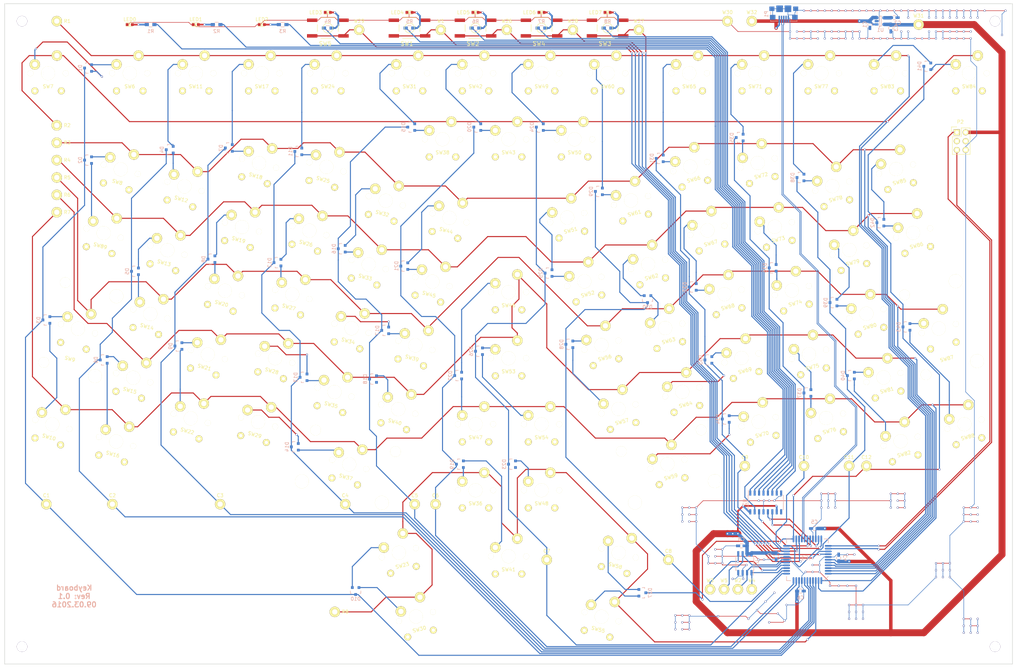
<source format=kicad_pcb>
(kicad_pcb (version 20171130) (host pcbnew "(5.1.12)-1")
  (title_block (title Keyboard) (date 2016-03-09) (rev 0.1))
  (layers (0 F.Cu signal) (31 B.Cu signal) (34 B.Paste user) (35 F.Paste user) (36 B.SilkS user) (37 F.SilkS user) (38 B.Mask user) (39 F.Mask user) (44 Edge.Cuts user))
  (net 0 "")
  (net 1 +5V)
  (net 2 GND)
  (net 3 "Net-(C2-Pad1)")
  (net 4 +3V3)
  (net 5 "Net-(D1-Pad1)")
  (net 6 "Net-(D1-Pad2)")
  (net 7 /keyboard_controller/column_1)
  (net 8 "Net-(D2-Pad1)")
  (net 9 "Net-(D2-Pad2)")
  (net 10 "Net-(D3-Pad1)")
  (net 11 "Net-(D3-Pad2)")
  (net 12 "Net-(D4-Pad1)")
  (net 13 "Net-(D4-Pad2)")
  (net 14 /keyboard_controller/column_2)
  (net 15 "Net-(D5-Pad1)")
  (net 16 "Net-(D5-Pad2)")
  (net 17 "Net-(D6-Pad1)")
  (net 18 "Net-(D6-Pad2)")
  (net 19 "Net-(D7-Pad1)")
  (net 20 "Net-(D7-Pad2)")
  (net 21 /keyboard_controller/column_3)
  (net 22 "Net-(D8-Pad1)")
  (net 23 "Net-(D8-Pad2)")
  (net 24 "Net-(D9-Pad1)")
  (net 25 "Net-(D9-Pad2)")
  (net 26 "Net-(D10-Pad1)")
  (net 27 "Net-(D10-Pad2)")
  (net 28 "Net-(D11-Pad1)")
  (net 29 "Net-(D11-Pad2)")
  (net 30 /keyboard_controller/column_4)
  (net 31 "Net-(D12-Pad1)")
  (net 32 "Net-(D12-Pad2)")
  (net 33 "Net-(D13-Pad1)")
  (net 34 "Net-(D13-Pad2)")
  (net 35 "Net-(D14-Pad1)")
  (net 36 "Net-(D14-Pad2)")
  (net 37 "Net-(D15-Pad1)")
  (net 38 "Net-(D15-Pad2)")
  (net 39 /keyboard_controller/column_5)
  (net 40 "Net-(D16-Pad1)")
  (net 41 "Net-(D16-Pad2)")
  (net 42 "Net-(D17-Pad1)")
  (net 43 "Net-(D17-Pad2)")
  (net 44 "Net-(D18-Pad1)")
  (net 45 "Net-(D19-Pad1)")
  (net 46 "Net-(D19-Pad2)")
  (net 47 /keyboard_controller/column_6)
  (net 48 "Net-(D20-Pad1)")
  (net 49 "Net-(D20-Pad2)")
  (net 50 "Net-(D21-Pad1)")
  (net 51 "Net-(D21-Pad2)")
  (net 52 "Net-(D22-Pad1)")
  (net 53 "Net-(D22-Pad2)")
  (net 54 "Net-(D23-Pad1)")
  (net 55 /keyboard_controller/column_7)
  (net 56 "Net-(D24-Pad1)")
  (net 57 "Net-(D24-Pad2)")
  (net 58 "Net-(D25-Pad1)")
  (net 59 "Net-(D25-Pad2)")
  (net 60 "Net-(D26-Pad1)")
  (net 61 "Net-(D26-Pad2)")
  (net 62 "Net-(D27-Pad1)")
  (net 63 "Net-(D27-Pad2)")
  (net 64 /keyboard_controller/column_12)
  (net 65 "Net-(D28-Pad1)")
  (net 66 "Net-(D28-Pad2)")
  (net 67 /keyboard_controller/column_8)
  (net 68 "Net-(D29-Pad1)")
  (net 69 "Net-(D29-Pad2)")
  (net 70 "Net-(D30-Pad1)")
  (net 71 "Net-(D30-Pad2)")
  (net 72 "Net-(D31-Pad1)")
  (net 73 "Net-(D31-Pad2)")
  (net 74 /keyboard_controller/column_9)
  (net 75 "Net-(D32-Pad1)")
  (net 76 "Net-(D32-Pad2)")
  (net 77 "Net-(D33-Pad1)")
  (net 78 "Net-(D33-Pad2)")
  (net 79 "Net-(D34-Pad1)")
  (net 80 "Net-(D34-Pad2)")
  (net 81 "Net-(D35-Pad1)")
  (net 82 "Net-(D35-Pad2)")
  (net 83 /keyboard_controller/column_10)
  (net 84 "Net-(D36-Pad1)")
  (net 85 "Net-(D36-Pad2)")
  (net 86 "Net-(D37-Pad1)")
  (net 87 "Net-(D37-Pad2)")
  (net 88 "Net-(D38-Pad1)")
  (net 89 "Net-(D38-Pad2)")
  (net 90 /keyboard_controller/column_11)
  (net 91 "Net-(D39-Pad1)")
  (net 92 "Net-(D39-Pad2)")
  (net 93 "Net-(D40-Pad1)")
  (net 94 "Net-(D40-Pad2)")
  (net 95 "Net-(D41-Pad1)")
  (net 96 "Net-(D41-Pad2)")
  (net 97 "Net-(D42-Pad1)")
  (net 98 "Net-(D42-Pad2)")
  (net 99 "Net-(D43-Pad1)")
  (net 100 "Net-(D43-Pad2)")
  (net 101 /keyboard_controller/row_6)
  (net 102 /keyboard_controller/row_7)
  (net 103 /keyboard_controller/row_8)
  (net 104 "Net-(IC1-Pad14)")
  (net 105 "Net-(IC1-Pad15)")
  (net 106 "Net-(IC1-Pad16)")
  (net 107 "Net-(IC1-Pad17)")
  (net 108 "Net-(IC1-Pad24)")
  (net 109 "Net-(IC1-Pad25)")
  (net 110 "Net-(IC1-Pad28)")
  (net 111 "Net-(IC1-Pad29)")
  (net 112 "Net-(IC1-Pad32)")
  (net 113 "Net-(IC1-Pad33)")
  (net 114 "Net-(IC1-Pad34)")
  (net 115 "Net-(IC1-Pad35)")
  (net 116 "Net-(IC1-Pad36)")
  (net 117 "Net-(IC1-Pad37)")
  (net 118 /keyboard_controller/row_1)
  (net 119 /keyboard_controller/row_2)
  (net 120 /keyboard_controller/row_3)
  (net 121 /keyboard_controller/row_4)
  (net 122 /keyboard_controller/row_5)
  (net 123 "Net-(LED0-Pad2)")
  (net 124 "Net-(LED1-Pad2)")
  (net 125 "Net-(LED2-Pad2)")
  (net 126 "Net-(LED3-Pad2)")
  (net 127 "Net-(LED4-Pad2)")
  (net 128 "Net-(LED5-Pad2)")
  (net 129 "Net-(LED6-Pad2)")
  (net 130 "Net-(LED7-Pad2)")
  (net 131 "Net-(R1-Pad2)")
  (net 132 "Net-(R2-Pad2)")
  (net 133 "Net-(R3-Pad2)")
  (net 134 "Net-(R4-Pad2)")
  (net 135 "Net-(R5-Pad2)")
  (net 136 "Net-(R6-Pad2)")
  (net 137 "Net-(R7-Pad2)")
  (net 138 "Net-(R8-Pad2)")
  (net 139 /keyboard_controller/D-)
  (net 140 /keyboard_controller/D+)
  (net 141 "Net-(D18-Pad2)")
  (net 142 "Net-(D23-Pad2)")
  (net 143 "Net-(P1-Pad4)")
  (net 144 "Net-(P2-Pad3)")
  (net 145 "Net-(P2-Pad4)")
  (net 146 "Net-(U2-Pad9)")
  (module miscellaneous:Via_0.4mm (layer F.Cu) (at 345 216)
    (fp_text reference REF**110310_22 hide)
    (fp_text value Via_0.4mm hide)
    (pad "" thru_hole circle (at 0 0) (size 0.6 0.6) (drill 0.4) (layers *.Cu) (net 2 GND))
  )
  (module Mounting_Holes:MountingHole_3mm (layer F.Cu) (at 350 220)
    (fp_text reference REF**_6 hide)
    (fp_text value MountingHole_3mm)
    (pad 1 thru_hole circle (at 0 0) (size 3 3) (drill 3) (layers *.Cu *.Mask))
  )
  (module Mounting_Holes:MountingHole_3mm (layer F.Cu) (at 70 40)
    (fp_text reference REF**_5 hide)
    (fp_text value MountingHole_3mm)
    (pad 1 thru_hole circle (at 0 0) (size 3 3) (drill 3) (layers *.Cu *.Mask))
  )
  (module Mounting_Holes:MountingHole_3mm (layer F.Cu) (at 70 220)
    (fp_text reference REF**_4 hide)
    (fp_text value MountingHole_3mm)
    (pad 1 thru_hole circle (at 0 0) (size 3 3) (drill 3) (layers *.Cu *.Mask))
  )
  (module Mounting_Holes:MountingHole_3mm (layer F.Cu) (at 350 40)
    (fp_text reference REF**_3 hide)
    (fp_text value MountingHole_3mm)
    (pad 1 thru_hole circle (at 0 0) (size 3 3) (drill 3) (layers *.Cu *.Mask))
  )
  (module miscellaneous:Via_0.4mm (layer F.Cu) (at 307.5 193.5)
    (fp_text reference REF**110210_24 hide)
    (fp_text value Via_0.4mm hide)
    (pad "" thru_hole circle (at 0 0) (size 0.6 0.6) (drill 0.4) (layers *.Cu) (net 2 GND))
  )
  (module miscellaneous:Via_0.4mm (layer F.Cu) (at 309.5 193.5)
    (fp_text reference REF**110210_23 hide)
    (fp_text value Via_0.4mm hide)
    (pad "" thru_hole circle (at 0 0) (size 0.6 0.6) (drill 0.4) (layers *.Cu) (net 2 GND))
  )
  (module miscellaneous:Via_0.4mm (layer F.Cu) (at 290 208)
    (fp_text reference REF**110210_22 hide)
    (fp_text value Via_0.4mm hide)
    (pad "" thru_hole circle (at 0 0) (size 0.6 0.6) (drill 0.4) (layers *.Cu) (net 2 GND))
  )
  (module miscellaneous:Via_0.4mm (layer F.Cu) (at 289.5 212.5)
    (fp_text reference REF**110210_21 hide)
    (fp_text value Via_0.4mm hide)
    (pad "" thru_hole circle (at 0 0) (size 0.6 0.6) (drill 0.4) (layers *.Cu) (net 2 GND))
  )
  (module miscellaneous:Via_0.4mm (layer F.Cu) (at 287.5 210.5)
    (fp_text reference REF**110210_20 hide)
    (fp_text value Via_0.4mm hide)
    (pad "" thru_hole circle (at 0 0) (size 0.6 0.6) (drill 0.4) (layers *.Cu) (net 2 GND))
  )
  (module miscellaneous:Via_0.4mm (layer F.Cu) (at 285 213)
    (fp_text reference REF**110210_19 hide)
    (fp_text value Via_0.4mm hide)
    (pad "" thru_hole circle (at 0 0) (size 0.6 0.6) (drill 0.4) (layers *.Cu) (net 2 GND))
  )
  (module miscellaneous:Via_0.4mm (layer F.Cu) (at 283.5 195)
    (fp_text reference REF**110210_18 hide)
    (fp_text value Via_0.4mm hide)
    (pad "" thru_hole circle (at 0 0) (size 0.6 0.6) (drill 0.4) (layers *.Cu) (net 2 GND))
  )
  (module miscellaneous:Via_0.4mm (layer F.Cu) (at 282 195)
    (fp_text reference REF**110210_17 hide)
    (fp_text value Via_0.4mm hide)
    (pad "" thru_hole circle (at 0 0) (size 0.6 0.6) (drill 0.4) (layers *.Cu) (net 2 GND))
  )
  (module miscellaneous:Via_0.4mm (layer F.Cu) (at 286.5 178)
    (fp_text reference REF**110210_16 hide)
    (fp_text value Via_0.4mm hide)
    (pad "" thru_hole circle (at 0 0) (size 0.6 0.6) (drill 0.4) (layers *.Cu) (net 2 GND))
  )
  (module miscellaneous:Via_0.4mm (layer F.Cu) (at 285 178)
    (fp_text reference REF**110210_15 hide)
    (fp_text value Via_0.4mm hide)
    (pad "" thru_hole circle (at 0 0) (size 0.6 0.6) (drill 0.4) (layers *.Cu) (net 2 GND))
  )
  (module miscellaneous:Via_0.4mm (layer F.Cu) (at 283.5 178)
    (fp_text reference REF**110210_14 hide)
    (fp_text value Via_0.4mm hide)
    (pad "" thru_hole circle (at 0 0) (size 0.6 0.6) (drill 0.4) (layers *.Cu) (net 2 GND))
  )
  (module miscellaneous:Via_0.4mm (layer F.Cu) (at 282 178)
    (fp_text reference REF**110210_13 hide)
    (fp_text value Via_0.4mm hide)
    (pad "" thru_hole circle (at 0 0) (size 0.6 0.6) (drill 0.4) (layers *.Cu) (net 2 GND))
  )
  (module miscellaneous:Via_0.4mm (layer F.Cu) (at 278.5 196.5)
    (fp_text reference REF**110210_12 hide)
    (fp_text value Via_0.4mm hide)
    (pad "" thru_hole circle (at 0 0) (size 0.6 0.6) (drill 0.4) (layers *.Cu) (net 2 GND))
  )
  (module miscellaneous:Via_0.4mm (layer F.Cu) (at 277.5 200.5)
    (fp_text reference REF**110210_11 hide)
    (fp_text value Via_0.4mm hide)
    (pad "" thru_hole circle (at 0 0) (size 0.6 0.6) (drill 0.4) (layers *.Cu) (net 2 GND))
  )
  (module miscellaneous:Via_0.4mm (layer F.Cu) (at 274.5 200.5)
    (fp_text reference REF**110210_10 hide)
    (fp_text value Via_0.4mm hide)
    (pad "" thru_hole circle (at 0 0) (size 0.6 0.6) (drill 0.4) (layers *.Cu) (net 2 GND))
  )
  (module miscellaneous:Via_0.4mm (layer F.Cu) (at 295.5 198.5)
    (fp_text reference REF**110310_21 hide)
    (fp_text value Via_0.4mm hide)
    (pad "" thru_hole circle (at 0 0) (size 0.6 0.6) (drill 0.4) (layers *.Cu) (net 2 GND))
  )
  (module miscellaneous:Via_0.4mm (layer F.Cu) (at 297.5 198.5)
    (fp_text reference REF**110310_20 hide)
    (fp_text value Via_0.4mm hide)
    (pad "" thru_hole circle (at 0 0) (size 0.6 0.6) (drill 0.4) (layers *.Cu) (net 2 GND))
  )
  (module miscellaneous:Via_0.4mm (layer F.Cu) (at 297.5 196.5)
    (fp_text reference REF**110310_19 hide)
    (fp_text value Via_0.4mm hide)
    (pad "" thru_hole circle (at 0 0) (size 0.6 0.6) (drill 0.4) (layers *.Cu) (net 2 GND))
  )
  (module miscellaneous:Via_0.4mm (layer F.Cu) (at 299.5 196.5)
    (fp_text reference REF**110310_18 hide)
    (fp_text value Via_0.4mm hide)
    (pad "" thru_hole circle (at 0 0) (size 0.6 0.6) (drill 0.4) (layers *.Cu) (net 2 GND))
  )
  (module miscellaneous:Via_0.4mm (layer F.Cu) (at 299.5 198.5)
    (fp_text reference REF**110310_17 hide)
    (fp_text value Via_0.4mm hide)
    (pad "" thru_hole circle (at 0 0) (size 0.6 0.6) (drill 0.4) (layers *.Cu) (net 2 GND))
  )
  (module miscellaneous:Via_0.4mm (layer F.Cu) (at 310 202.5)
    (fp_text reference REF**110310_16 hide)
    (fp_text value Via_0.4mm hide)
    (pad "" thru_hole circle (at 0 0) (size 0.6 0.6) (drill 0.4) (layers *.Cu) (net 2 GND))
  )
  (module miscellaneous:Via_0.4mm (layer F.Cu) (at 307.5 202.5)
    (fp_text reference REF**110310_15 hide)
    (fp_text value Via_0.4mm hide)
    (pad "" thru_hole circle (at 0 0) (size 0.6 0.6) (drill 0.4) (layers *.Cu) (net 2 GND))
  )
  (module miscellaneous:Via_0.4mm (layer F.Cu) (at 305 202.5)
    (fp_text reference REF**110310_14 hide)
    (fp_text value Via_0.4mm hide)
    (pad "" thru_hole circle (at 0 0) (size 0.6 0.6) (drill 0.4) (layers *.Cu) (net 2 GND))
  )
  (module miscellaneous:Via_0.4mm (layer F.Cu) (at 302.5 202.5)
    (fp_text reference REF**110310_13 hide)
    (fp_text value Via_0.4mm hide)
    (pad "" thru_hole circle (at 0 0) (size 0.6 0.6) (drill 0.4) (layers *.Cu) (net 2 GND))
  )
  (module miscellaneous:Via_0.4mm (layer F.Cu) (at 286.5 204.5)
    (fp_text reference REF**110310_12 hide)
    (fp_text value Via_0.4mm hide)
    (pad "" thru_hole circle (at 0 0) (size 0.6 0.6) (drill 0.4) (layers *.Cu) (net 2 GND))
  )
  (module miscellaneous:Via_0.4mm (layer F.Cu) (at 284 207)
    (fp_text reference REF**110310_11 hide)
    (fp_text value Via_0.4mm hide)
    (pad "" thru_hole circle (at 0 0) (size 0.6 0.6) (drill 0.4) (layers *.Cu) (net 2 GND))
  )
  (module miscellaneous:Via_0.4mm (layer F.Cu) (at 281.5 209.5)
    (fp_text reference REF**110310_10 hide)
    (fp_text value Via_0.4mm hide)
    (pad "" thru_hole circle (at 0 0) (size 0.6 0.6) (drill 0.4) (layers *.Cu) (net 2 GND))
  )
  (module miscellaneous:Via_0.4mm (layer F.Cu) (at 279 212)
    (fp_text reference REF**110310_9 hide)
    (fp_text value Via_0.4mm hide)
    (pad "" thru_hole circle (at 0 0) (size 0.6 0.6) (drill 0.4) (layers *.Cu) (net 2 GND))
  )
  (module miscellaneous:Via_0.4mm (layer F.Cu) (at 262 182)
    (fp_text reference REF**11029_9 hide)
    (fp_text value Via_0.4mm hide)
    (pad "" thru_hole circle (at 0 0) (size 0.6 0.6) (drill 0.4) (layers *.Cu) (net 2 GND))
  )
  (module miscellaneous:Via_0.4mm (layer F.Cu) (at 260 182)
    (fp_text reference REF**11019_9 hide)
    (fp_text value Via_0.4mm hide)
    (pad "" thru_hole circle (at 0 0) (size 0.6 0.6) (drill 0.4) (layers *.Cu) (net 2 GND))
  )
  (module miscellaneous:Via_0.4mm (layer F.Cu) (at 260 184)
    (fp_text reference REF**110110_9 hide)
    (fp_text value Via_0.4mm hide)
    (pad "" thru_hole circle (at 0 0) (size 0.6 0.6) (drill 0.4) (layers *.Cu) (net 2 GND))
  )
  (module miscellaneous:Via_0.4mm (layer F.Cu) (at 262 184)
    (fp_text reference REF**110210_9 hide)
    (fp_text value Via_0.4mm hide)
    (pad "" thru_hole circle (at 0 0) (size 0.6 0.6) (drill 0.4) (layers *.Cu) (net 2 GND))
  )
  (module miscellaneous:Via_0.4mm (layer F.Cu) (at 260 180)
    (fp_text reference REF**11018_8 hide)
    (fp_text value Via_0.4mm hide)
    (pad "" thru_hole circle (at 0 0) (size 0.6 0.6) (drill 0.4) (layers *.Cu) (net 2 GND))
  )
  (module miscellaneous:Via_0.4mm (layer F.Cu) (at 262 180)
    (fp_text reference REF**11028_9 hide)
    (fp_text value Via_0.4mm hide)
    (pad "" thru_hole circle (at 0 0) (size 0.6 0.6) (drill 0.4) (layers *.Cu) (net 2 GND))
  )
  (module miscellaneous:Via_0.4mm (layer F.Cu) (at 264 180)
    (fp_text reference REF**11038_8 hide)
    (fp_text value Via_0.4mm hide)
    (pad "" thru_hole circle (at 0 0) (size 0.6 0.6) (drill 0.4) (layers *.Cu) (net 2 GND))
  )
  (module miscellaneous:Via_0.4mm (layer F.Cu) (at 264 184)
    (fp_text reference REF**110310_8 hide)
    (fp_text value Via_0.4mm hide)
    (pad "" thru_hole circle (at 0 0) (size 0.6 0.6) (drill 0.4) (layers *.Cu) (net 2 GND))
  )
  (module miscellaneous:Via_0.4mm (layer F.Cu) (at 264 182)
    (fp_text reference REF**11039_9 hide)
    (fp_text value Via_0.4mm hide)
    (pad "" thru_hole circle (at 0 0) (size 0.6 0.6) (drill 0.4) (layers *.Cu) (net 2 GND))
  )
  (module miscellaneous:Via_0.4mm (layer F.Cu) (at 269.5 194)
    (fp_text reference REF**11029_8 hide)
    (fp_text value Via_0.4mm hide)
    (pad "" thru_hole circle (at 0 0) (size 0.6 0.6) (drill 0.4) (layers *.Cu) (net 2 GND))
  )
  (module miscellaneous:Via_0.4mm (layer F.Cu) (at 267.5 194)
    (fp_text reference REF**11019_8 hide)
    (fp_text value Via_0.4mm hide)
    (pad "" thru_hole circle (at 0 0) (size 0.6 0.6) (drill 0.4) (layers *.Cu) (net 2 GND))
  )
  (module miscellaneous:Via_0.4mm (layer F.Cu) (at 267.5 196)
    (fp_text reference REF**110110_8 hide)
    (fp_text value Via_0.4mm hide)
    (pad "" thru_hole circle (at 0 0) (size 0.6 0.6) (drill 0.4) (layers *.Cu) (net 2 GND))
  )
  (module miscellaneous:Via_0.4mm (layer F.Cu) (at 269.5 196)
    (fp_text reference REF**110210_8 hide)
    (fp_text value Via_0.4mm hide)
    (pad "" thru_hole circle (at 0 0) (size 0.6 0.6) (drill 0.4) (layers *.Cu) (net 2 GND))
  )
  (module miscellaneous:Via_0.4mm (layer F.Cu) (at 269.5 192)
    (fp_text reference REF**11028_8 hide)
    (fp_text value Via_0.4mm hide)
    (pad "" thru_hole circle (at 0 0) (size 0.6 0.6) (drill 0.4) (layers *.Cu) (net 2 GND))
  )
  (module miscellaneous:Via_0.4mm (layer F.Cu) (at 271.5 192)
    (fp_text reference REF**11038_7 hide)
    (fp_text value Via_0.4mm hide)
    (pad "" thru_hole circle (at 0 0) (size 0.6 0.6) (drill 0.4) (layers *.Cu) (net 2 GND))
  )
  (module miscellaneous:Via_0.4mm (layer F.Cu) (at 271.5 196)
    (fp_text reference REF**110310_7 hide)
    (fp_text value Via_0.4mm hide)
    (pad "" thru_hole circle (at 0 0) (size 0.6 0.6) (drill 0.4) (layers *.Cu) (net 2 GND))
  )
  (module miscellaneous:Via_0.4mm (layer F.Cu) (at 271.5 194)
    (fp_text reference REF**11039_8 hide)
    (fp_text value Via_0.4mm hide)
    (pad "" thru_hole circle (at 0 0) (size 0.6 0.6) (drill 0.4) (layers *.Cu) (net 2 GND))
  )
  (module miscellaneous:Via_0.4mm (layer F.Cu) (at 260 213)
    (fp_text reference REF**11029_7 hide)
    (fp_text value Via_0.4mm hide)
    (pad "" thru_hole circle (at 0 0) (size 0.6 0.6) (drill 0.4) (layers *.Cu) (net 2 GND))
  )
  (module miscellaneous:Via_0.4mm (layer F.Cu) (at 258 213)
    (fp_text reference REF**11019_7 hide)
    (fp_text value Via_0.4mm hide)
    (pad "" thru_hole circle (at 0 0) (size 0.6 0.6) (drill 0.4) (layers *.Cu) (net 2 GND))
  )
  (module miscellaneous:Via_0.4mm (layer F.Cu) (at 258 215)
    (fp_text reference REF**110110_7 hide)
    (fp_text value Via_0.4mm hide)
    (pad "" thru_hole circle (at 0 0) (size 0.6 0.6) (drill 0.4) (layers *.Cu) (net 2 GND))
  )
  (module miscellaneous:Via_0.4mm (layer F.Cu) (at 260 215)
    (fp_text reference REF**110210_7 hide)
    (fp_text value Via_0.4mm hide)
    (pad "" thru_hole circle (at 0 0) (size 0.6 0.6) (drill 0.4) (layers *.Cu) (net 2 GND))
  )
  (module miscellaneous:Via_0.4mm (layer F.Cu) (at 258 211)
    (fp_text reference REF**11018_7 hide)
    (fp_text value Via_0.4mm hide)
    (pad "" thru_hole circle (at 0 0) (size 0.6 0.6) (drill 0.4) (layers *.Cu) (net 2 GND))
  )
  (module miscellaneous:Via_0.4mm (layer F.Cu) (at 260 211)
    (fp_text reference REF**11028_7 hide)
    (fp_text value Via_0.4mm hide)
    (pad "" thru_hole circle (at 0 0) (size 0.6 0.6) (drill 0.4) (layers *.Cu) (net 2 GND))
  )
  (module miscellaneous:Via_0.4mm (layer F.Cu) (at 262 211)
    (fp_text reference REF**11038_6 hide)
    (fp_text value Via_0.4mm hide)
    (pad "" thru_hole circle (at 0 0) (size 0.6 0.6) (drill 0.4) (layers *.Cu) (net 2 GND))
  )
  (module miscellaneous:Via_0.4mm (layer F.Cu) (at 262 215)
    (fp_text reference REF**110310_6 hide)
    (fp_text value Via_0.4mm hide)
    (pad "" thru_hole circle (at 0 0) (size 0.6 0.6) (drill 0.4) (layers *.Cu) (net 2 GND))
  )
  (module miscellaneous:Via_0.4mm (layer F.Cu) (at 262 213)
    (fp_text reference REF**11039_7 hide)
    (fp_text value Via_0.4mm hide)
    (pad "" thru_hole circle (at 0 0) (size 0.6 0.6) (drill 0.4) (layers *.Cu) (net 2 GND))
  )
  (module miscellaneous:Via_0.4mm (layer F.Cu) (at 310 210)
    (fp_text reference REF**11029_6 hide)
    (fp_text value Via_0.4mm hide)
    (pad "" thru_hole circle (at 0 0) (size 0.6 0.6) (drill 0.4) (layers *.Cu) (net 2 GND))
  )
  (module miscellaneous:Via_0.4mm (layer F.Cu) (at 308 210)
    (fp_text reference REF**11019_6 hide)
    (fp_text value Via_0.4mm hide)
    (pad "" thru_hole circle (at 0 0) (size 0.6 0.6) (drill 0.4) (layers *.Cu) (net 2 GND))
  )
  (module miscellaneous:Via_0.4mm (layer F.Cu) (at 308 212)
    (fp_text reference REF**110110_6 hide)
    (fp_text value Via_0.4mm hide)
    (pad "" thru_hole circle (at 0 0) (size 0.6 0.6) (drill 0.4) (layers *.Cu) (net 2 GND))
  )
  (module miscellaneous:Via_0.4mm (layer F.Cu) (at 310 212)
    (fp_text reference REF**110210_6 hide)
    (fp_text value Via_0.4mm hide)
    (pad "" thru_hole circle (at 0 0) (size 0.6 0.6) (drill 0.4) (layers *.Cu) (net 2 GND))
  )
  (module miscellaneous:Via_0.4mm (layer F.Cu) (at 308 208)
    (fp_text reference REF**11018_6 hide)
    (fp_text value Via_0.4mm hide)
    (pad "" thru_hole circle (at 0 0) (size 0.6 0.6) (drill 0.4) (layers *.Cu) (net 2 GND))
  )
  (module miscellaneous:Via_0.4mm (layer F.Cu) (at 310 208)
    (fp_text reference REF**11028_6 hide)
    (fp_text value Via_0.4mm hide)
    (pad "" thru_hole circle (at 0 0) (size 0.6 0.6) (drill 0.4) (layers *.Cu) (net 2 GND))
  )
  (module miscellaneous:Via_0.4mm (layer F.Cu) (at 312 208)
    (fp_text reference REF**11038_5 hide)
    (fp_text value Via_0.4mm hide)
    (pad "" thru_hole circle (at 0 0) (size 0.6 0.6) (drill 0.4) (layers *.Cu) (net 2 GND))
  )
  (module miscellaneous:Via_0.4mm (layer F.Cu) (at 312 212)
    (fp_text reference REF**110310_5 hide)
    (fp_text value Via_0.4mm hide)
    (pad "" thru_hole circle (at 0 0) (size 0.6 0.6) (drill 0.4) (layers *.Cu) (net 2 GND))
  )
  (module miscellaneous:Via_0.4mm (layer F.Cu) (at 312 210)
    (fp_text reference REF**11039_6 hide)
    (fp_text value Via_0.4mm hide)
    (pad "" thru_hole circle (at 0 0) (size 0.6 0.6) (drill 0.4) (layers *.Cu) (net 2 GND))
  )
  (module miscellaneous:Via_0.4mm (layer F.Cu) (at 302 178)
    (fp_text reference REF**11029_5 hide)
    (fp_text value Via_0.4mm hide)
    (pad "" thru_hole circle (at 0 0) (size 0.6 0.6) (drill 0.4) (layers *.Cu) (net 2 GND))
  )
  (module miscellaneous:Via_0.4mm (layer F.Cu) (at 300 178)
    (fp_text reference REF**11019_5 hide)
    (fp_text value Via_0.4mm hide)
    (pad "" thru_hole circle (at 0 0) (size 0.6 0.6) (drill 0.4) (layers *.Cu) (net 2 GND))
  )
  (module miscellaneous:Via_0.4mm (layer F.Cu) (at 300 180)
    (fp_text reference REF**110110_5 hide)
    (fp_text value Via_0.4mm hide)
    (pad "" thru_hole circle (at 0 0) (size 0.6 0.6) (drill 0.4) (layers *.Cu) (net 2 GND))
  )
  (module miscellaneous:Via_0.4mm (layer F.Cu) (at 302 180)
    (fp_text reference REF**110210_5 hide)
    (fp_text value Via_0.4mm hide)
    (pad "" thru_hole circle (at 0 0) (size 0.6 0.6) (drill 0.4) (layers *.Cu) (net 2 GND))
  )
  (module miscellaneous:Via_0.4mm (layer F.Cu) (at 300 176)
    (fp_text reference REF**11018_5 hide)
    (fp_text value Via_0.4mm hide)
    (pad "" thru_hole circle (at 0 0) (size 0.6 0.6) (drill 0.4) (layers *.Cu) (net 2 GND))
  )
  (module miscellaneous:Via_0.4mm (layer F.Cu) (at 302 176)
    (fp_text reference REF**11028_5 hide)
    (fp_text value Via_0.4mm hide)
    (pad "" thru_hole circle (at 0 0) (size 0.6 0.6) (drill 0.4) (layers *.Cu) (net 2 GND))
  )
  (module miscellaneous:Via_0.4mm (layer F.Cu) (at 304 176)
    (fp_text reference REF**11038_4 hide)
    (fp_text value Via_0.4mm hide)
    (pad "" thru_hole circle (at 0 0) (size 0.6 0.6) (drill 0.4) (layers *.Cu) (net 2 GND))
  )
  (module miscellaneous:Via_0.4mm (layer F.Cu) (at 304 180)
    (fp_text reference REF**110310_4 hide)
    (fp_text value Via_0.4mm hide)
    (pad "" thru_hole circle (at 0 0) (size 0.6 0.6) (drill 0.4) (layers *.Cu) (net 2 GND))
  )
  (module miscellaneous:Via_0.4mm (layer F.Cu) (at 304 178)
    (fp_text reference REF**11039_5 hide)
    (fp_text value Via_0.4mm hide)
    (pad "" thru_hole circle (at 0 0) (size 0.6 0.6) (drill 0.4) (layers *.Cu) (net 2 GND))
  )
  (module miscellaneous:Via_0.4mm (layer F.Cu) (at 322 178)
    (fp_text reference REF**11029_4 hide)
    (fp_text value Via_0.4mm hide)
    (pad "" thru_hole circle (at 0 0) (size 0.6 0.6) (drill 0.4) (layers *.Cu) (net 2 GND))
  )
  (module miscellaneous:Via_0.4mm (layer F.Cu) (at 320 178)
    (fp_text reference REF**11019_4 hide)
    (fp_text value Via_0.4mm hide)
    (pad "" thru_hole circle (at 0 0) (size 0.6 0.6) (drill 0.4) (layers *.Cu) (net 2 GND))
  )
  (module miscellaneous:Via_0.4mm (layer F.Cu) (at 320 180)
    (fp_text reference REF**110110_4 hide)
    (fp_text value Via_0.4mm hide)
    (pad "" thru_hole circle (at 0 0) (size 0.6 0.6) (drill 0.4) (layers *.Cu) (net 2 GND))
  )
  (module miscellaneous:Via_0.4mm (layer F.Cu) (at 322 180)
    (fp_text reference REF**110210_4 hide)
    (fp_text value Via_0.4mm hide)
    (pad "" thru_hole circle (at 0 0) (size 0.6 0.6) (drill 0.4) (layers *.Cu) (net 2 GND))
  )
  (module miscellaneous:Via_0.4mm (layer F.Cu) (at 320 176)
    (fp_text reference REF**11018_4 hide)
    (fp_text value Via_0.4mm hide)
    (pad "" thru_hole circle (at 0 0) (size 0.6 0.6) (drill 0.4) (layers *.Cu) (net 2 GND))
  )
  (module miscellaneous:Via_0.4mm (layer F.Cu) (at 322 176)
    (fp_text reference REF**11028_4 hide)
    (fp_text value Via_0.4mm hide)
    (pad "" thru_hole circle (at 0 0) (size 0.6 0.6) (drill 0.4) (layers *.Cu) (net 2 GND))
  )
  (module miscellaneous:Via_0.4mm (layer F.Cu) (at 324 176)
    (fp_text reference REF**11038_3 hide)
    (fp_text value Via_0.4mm hide)
    (pad "" thru_hole circle (at 0 0) (size 0.6 0.6) (drill 0.4) (layers *.Cu) (net 2 GND))
  )
  (module miscellaneous:Via_0.4mm (layer F.Cu) (at 324 180)
    (fp_text reference REF**110310_3 hide)
    (fp_text value Via_0.4mm hide)
    (pad "" thru_hole circle (at 0 0) (size 0.6 0.6) (drill 0.4) (layers *.Cu) (net 2 GND))
  )
  (module miscellaneous:Via_0.4mm (layer F.Cu) (at 324 178)
    (fp_text reference REF**11039_4 hide)
    (fp_text value Via_0.4mm hide)
    (pad "" thru_hole circle (at 0 0) (size 0.6 0.6) (drill 0.4) (layers *.Cu) (net 2 GND))
  )
  (module miscellaneous:Via_0.4mm (layer F.Cu) (at 335 198)
    (fp_text reference REF**11029_3 hide)
    (fp_text value Via_0.4mm hide)
    (pad "" thru_hole circle (at 0 0) (size 0.6 0.6) (drill 0.4) (layers *.Cu) (net 2 GND))
  )
  (module miscellaneous:Via_0.4mm (layer F.Cu) (at 333 198)
    (fp_text reference REF**11019_3 hide)
    (fp_text value Via_0.4mm hide)
    (pad "" thru_hole circle (at 0 0) (size 0.6 0.6) (drill 0.4) (layers *.Cu) (net 2 GND))
  )
  (module miscellaneous:Via_0.4mm (layer F.Cu) (at 333 200)
    (fp_text reference REF**110110_3 hide)
    (fp_text value Via_0.4mm hide)
    (pad "" thru_hole circle (at 0 0) (size 0.6 0.6) (drill 0.4) (layers *.Cu) (net 2 GND))
  )
  (module miscellaneous:Via_0.4mm (layer F.Cu) (at 335 200)
    (fp_text reference REF**110210_3 hide)
    (fp_text value Via_0.4mm hide)
    (pad "" thru_hole circle (at 0 0) (size 0.6 0.6) (drill 0.4) (layers *.Cu) (net 2 GND))
  )
  (module miscellaneous:Via_0.4mm (layer F.Cu) (at 333 196)
    (fp_text reference REF**11018_3 hide)
    (fp_text value Via_0.4mm hide)
    (pad "" thru_hole circle (at 0 0) (size 0.6 0.6) (drill 0.4) (layers *.Cu) (net 2 GND))
  )
  (module miscellaneous:Via_0.4mm (layer F.Cu) (at 335 196)
    (fp_text reference REF**11028_3 hide)
    (fp_text value Via_0.4mm hide)
    (pad "" thru_hole circle (at 0 0) (size 0.6 0.6) (drill 0.4) (layers *.Cu) (net 2 GND))
  )
  (module miscellaneous:Via_0.4mm (layer F.Cu) (at 337 196)
    (fp_text reference REF**11038_2 hide)
    (fp_text value Via_0.4mm hide)
    (pad "" thru_hole circle (at 0 0) (size 0.6 0.6) (drill 0.4) (layers *.Cu) (net 2 GND))
  )
  (module miscellaneous:Via_0.4mm (layer F.Cu) (at 337 200)
    (fp_text reference REF**110310_2 hide)
    (fp_text value Via_0.4mm hide)
    (pad "" thru_hole circle (at 0 0) (size 0.6 0.6) (drill 0.4) (layers *.Cu) (net 2 GND))
  )
  (module miscellaneous:Via_0.4mm (layer F.Cu) (at 337 198)
    (fp_text reference REF**11039_3 hide)
    (fp_text value Via_0.4mm hide)
    (pad "" thru_hole circle (at 0 0) (size 0.6 0.6) (drill 0.4) (layers *.Cu) (net 2 GND))
  )
  (module miscellaneous:Via_0.4mm (layer F.Cu) (at 343 214)
    (fp_text reference REF**11029_2 hide)
    (fp_text value Via_0.4mm hide)
    (pad "" thru_hole circle (at 0 0) (size 0.6 0.6) (drill 0.4) (layers *.Cu) (net 2 GND))
  )
  (module miscellaneous:Via_0.4mm (layer F.Cu) (at 341 214)
    (fp_text reference REF**11019_2 hide)
    (fp_text value Via_0.4mm hide)
    (pad "" thru_hole circle (at 0 0) (size 0.6 0.6) (drill 0.4) (layers *.Cu) (net 2 GND))
  )
  (module miscellaneous:Via_0.4mm (layer F.Cu) (at 341 216)
    (fp_text reference REF**110110_2 hide)
    (fp_text value Via_0.4mm hide)
    (pad "" thru_hole circle (at 0 0) (size 0.6 0.6) (drill 0.4) (layers *.Cu) (net 2 GND))
  )
  (module miscellaneous:Via_0.4mm (layer F.Cu) (at 343 216)
    (fp_text reference REF**110210_2 hide)
    (fp_text value Via_0.4mm hide)
    (pad "" thru_hole circle (at 0 0) (size 0.6 0.6) (drill 0.4) (layers *.Cu) (net 2 GND))
  )
  (module miscellaneous:Via_0.4mm (layer F.Cu) (at 341 212)
    (fp_text reference REF**11018_2 hide)
    (fp_text value Via_0.4mm hide)
    (pad "" thru_hole circle (at 0 0) (size 0.6 0.6) (drill 0.4) (layers *.Cu) (net 2 GND))
  )
  (module miscellaneous:Via_0.4mm (layer F.Cu) (at 343 212)
    (fp_text reference REF**11028_2 hide)
    (fp_text value Via_0.4mm hide)
    (pad "" thru_hole circle (at 0 0) (size 0.6 0.6) (drill 0.4) (layers *.Cu) (net 2 GND))
  )
  (module miscellaneous:Via_0.4mm (layer F.Cu) (at 345 212)
    (fp_text reference REF**11038 hide)
    (fp_text value Via_0.4mm hide)
    (pad "" thru_hole circle (at 0 0) (size 0.6 0.6) (drill 0.4) (layers *.Cu) (net 2 GND))
  )
  (module miscellaneous:Via_0.4mm (layer F.Cu) (at 345 214)
    (fp_text reference REF**11039_2 hide)
    (fp_text value Via_0.4mm hide)
    (pad "" thru_hole circle (at 0 0) (size 0.6 0.6) (drill 0.4) (layers *.Cu) (net 2 GND))
  )
  (module miscellaneous:Via_0.4mm (layer F.Cu) (at 345 184)
    (fp_text reference REF**110310 hide)
    (fp_text value Via_0.4mm hide)
    (pad "" thru_hole circle (at 0 0) (size 0.6 0.6) (drill 0.4) (layers *.Cu) (net 2 GND))
  )
  (module miscellaneous:Via_0.4mm (layer F.Cu) (at 343 184)
    (fp_text reference REF**110210 hide)
    (fp_text value Via_0.4mm hide)
    (pad "" thru_hole circle (at 0 0) (size 0.6 0.6) (drill 0.4) (layers *.Cu) (net 2 GND))
  )
  (module miscellaneous:Via_0.4mm (layer F.Cu) (at 341 184)
    (fp_text reference REF**110110 hide)
    (fp_text value Via_0.4mm hide)
    (pad "" thru_hole circle (at 0 0) (size 0.6 0.6) (drill 0.4) (layers *.Cu) (net 2 GND))
  )
  (module miscellaneous:Via_0.4mm (layer F.Cu) (at 345 182)
    (fp_text reference REF**11039 hide)
    (fp_text value Via_0.4mm hide)
    (pad "" thru_hole circle (at 0 0) (size 0.6 0.6) (drill 0.4) (layers *.Cu) (net 2 GND))
  )
  (module miscellaneous:Via_0.4mm (layer F.Cu) (at 343 182)
    (fp_text reference REF**11029 hide)
    (fp_text value Via_0.4mm hide)
    (pad "" thru_hole circle (at 0 0) (size 0.6 0.6) (drill 0.4) (layers *.Cu) (net 2 GND))
  )
  (module miscellaneous:Via_0.4mm (layer F.Cu) (at 341 182)
    (fp_text reference REF**11019 hide)
    (fp_text value Via_0.4mm hide)
    (pad "" thru_hole circle (at 0 0) (size 0.6 0.6) (drill 0.4) (layers *.Cu) (net 2 GND))
  )
  (module miscellaneous:Via_0.4mm (layer F.Cu) (at 343 180)
    (fp_text reference REF**11028 hide)
    (fp_text value Via_0.4mm hide)
    (pad "" thru_hole circle (at 0 0) (size 0.6 0.6) (drill 0.4) (layers *.Cu) (net 2 GND))
  )
  (module miscellaneous:Via_0.4mm (layer F.Cu) (at 341 180)
    (fp_text reference REF**11018 hide)
    (fp_text value Via_0.4mm hide)
    (pad "" thru_hole circle (at 0 0) (size 0.6 0.6) (drill 0.4) (layers *.Cu) (net 2 GND))
  )
  (module miscellaneous:Via_0.4mm (layer F.Cu) (at 319 45)
    (fp_text reference REF**1102_3 hide)
    (fp_text value Via_0.4mm hide)
    (pad "" thru_hole circle (at 0 0) (size 0.6 0.6) (drill 0.4) (layers *.Cu) (net 2 GND))
  )
  (module miscellaneous:Via_0.4mm (layer F.Cu) (at 317 45)
    (fp_text reference REF**192_3 hide)
    (fp_text value Via_0.4mm hide)
    (pad "" thru_hole circle (at 0 0) (size 0.6 0.6) (drill 0.4) (layers *.Cu) (net 2 GND))
  )
  (module miscellaneous:Via_0.4mm (layer F.Cu) (at 315 45)
    (fp_text reference REF**182_3 hide)
    (fp_text value Via_0.4mm hide)
    (pad "" thru_hole circle (at 0 0) (size 0.6 0.6) (drill 0.4) (layers *.Cu) (net 2 GND))
  )
  (module miscellaneous:Via_0.4mm (layer F.Cu) (at 295 37)
    (fp_text reference REF**111_10 hide)
    (fp_text value Via_0.4mm hide)
    (pad "" thru_hole circle (at 0 0) (size 0.6 0.6) (drill 0.4) (layers *.Cu) (net 2 GND))
  )
  (module miscellaneous:Via_0.4mm (layer F.Cu) (at 297 37)
    (fp_text reference REF**121_10 hide)
    (fp_text value Via_0.4mm hide)
    (pad "" thru_hole circle (at 0 0) (size 0.6 0.6) (drill 0.4) (layers *.Cu) (net 2 GND))
  )
  (module miscellaneous:Via_0.4mm (layer F.Cu) (at 321 37)
    (fp_text reference REF**1101_3 hide)
    (fp_text value Via_0.4mm hide)
    (pad "" thru_hole circle (at 0 0) (size 0.6 0.6) (drill 0.4) (layers *.Cu) (net 2 GND))
  )
  (module miscellaneous:Via_0.4mm (layer F.Cu) (at 319 37)
    (fp_text reference REF**191_3 hide)
    (fp_text value Via_0.4mm hide)
    (pad "" thru_hole circle (at 0 0) (size 0.6 0.6) (drill 0.4) (layers *.Cu) (net 2 GND))
  )
  (module miscellaneous:Via_0.4mm (layer F.Cu) (at 309 37)
    (fp_text reference REF**141_4 hide)
    (fp_text value Via_0.4mm hide)
    (pad "" thru_hole circle (at 0 0) (size 0.6 0.6) (drill 0.4) (layers *.Cu) (net 2 GND))
  )
  (module miscellaneous:Via_0.4mm (layer F.Cu) (at 303 37)
    (fp_text reference REF**111_9 hide)
    (fp_text value Via_0.4mm hide)
    (pad "" thru_hole circle (at 0 0) (size 0.6 0.6) (drill 0.4) (layers *.Cu) (net 2 GND))
  )
  (module miscellaneous:Via_0.4mm (layer F.Cu) (at 301 37)
    (fp_text reference REF**121_9 hide)
    (fp_text value Via_0.4mm hide)
    (pad "" thru_hole circle (at 0 0) (size 0.6 0.6) (drill 0.4) (layers *.Cu) (net 2 GND))
  )
  (module miscellaneous:Via_0.4mm (layer F.Cu) (at 305 37)
    (fp_text reference REF**121_8 hide)
    (fp_text value Via_0.4mm hide)
    (pad "" thru_hole circle (at 0 0) (size 0.6 0.6) (drill 0.4) (layers *.Cu) (net 2 GND))
  )
  (module miscellaneous:Via_0.4mm (layer F.Cu) (at 307 37)
    (fp_text reference REF**131_3 hide)
    (fp_text value Via_0.4mm hide)
    (pad "" thru_hole circle (at 0 0) (size 0.6 0.6) (drill 0.4) (layers *.Cu) (net 2 GND))
  )
  (module miscellaneous:Via_0.4mm (layer F.Cu) (at 299 37)
    (fp_text reference REF**111_8 hide)
    (fp_text value Via_0.4mm hide)
    (pad "" thru_hole circle (at 0 0) (size 0.6 0.6) (drill 0.4) (layers *.Cu) (net 2 GND))
  )
  (module miscellaneous:Via_0.4mm (layer F.Cu) (at 313 37)
    (fp_text reference REF**161_4 hide)
    (fp_text value Via_0.4mm hide)
    (pad "" thru_hole circle (at 0 0) (size 0.6 0.6) (drill 0.4) (layers *.Cu) (net 2 GND))
  )
  (module miscellaneous:Via_0.4mm (layer F.Cu) (at 317 37)
    (fp_text reference REF**181_3 hide)
    (fp_text value Via_0.4mm hide)
    (pad "" thru_hole circle (at 0 0) (size 0.6 0.6) (drill 0.4) (layers *.Cu) (net 2 GND))
  )
  (module miscellaneous:Via_0.4mm (layer F.Cu) (at 311 37)
    (fp_text reference REF**151_4 hide)
    (fp_text value Via_0.4mm hide)
    (pad "" thru_hole circle (at 0 0) (size 0.6 0.6) (drill 0.4) (layers *.Cu) (net 2 GND))
  )
  (module miscellaneous:Via_0.4mm (layer F.Cu) (at 315 37)
    (fp_text reference REF**171_4 hide)
    (fp_text value Via_0.4mm hide)
    (pad "" thru_hole circle (at 0 0) (size 0.6 0.6) (drill 0.4) (layers *.Cu) (net 2 GND))
  )
  (module miscellaneous:Via_0.4mm (layer F.Cu) (at 301 45)
    (fp_text reference REF**142_3 hide)
    (fp_text value Via_0.4mm hide)
    (pad "" thru_hole circle (at 0 0) (size 0.6 0.6) (drill 0.4) (layers *.Cu) (net 2 GND))
  )
  (module miscellaneous:Via_0.4mm (layer F.Cu) (at 291 45)
    (fp_text reference REF**112_6 hide)
    (fp_text value Via_0.4mm hide)
    (pad "" thru_hole circle (at 0 0) (size 0.6 0.6) (drill 0.4) (layers *.Cu) (net 2 GND))
  )
  (module miscellaneous:Via_0.4mm (layer F.Cu) (at 291 43)
    (fp_text reference REF**111_7 hide)
    (fp_text value Via_0.4mm hide)
    (pad "" thru_hole circle (at 0 0) (size 0.6 0.6) (drill 0.4) (layers *.Cu) (net 2 GND))
  )
  (module miscellaneous:Via_0.4mm (layer F.Cu) (at 311 45)
    (fp_text reference REF**192_2 hide)
    (fp_text value Via_0.4mm hide)
    (pad "" thru_hole circle (at 0 0) (size 0.6 0.6) (drill 0.4) (layers *.Cu) (net 2 GND))
  )
  (module miscellaneous:Via_0.4mm (layer F.Cu) (at 313 45)
    (fp_text reference REF**1102_2 hide)
    (fp_text value Via_0.4mm hide)
    (pad "" thru_hole circle (at 0 0) (size 0.6 0.6) (drill 0.4) (layers *.Cu) (net 2 GND))
  )
  (module miscellaneous:Via_0.4mm (layer F.Cu) (at 311 43)
    (fp_text reference REF**191_2 hide)
    (fp_text value Via_0.4mm hide)
    (pad "" thru_hole circle (at 0 0) (size 0.6 0.6) (drill 0.4) (layers *.Cu) (net 2 GND))
  )
  (module miscellaneous:Via_0.4mm (layer F.Cu) (at 303 43)
    (fp_text reference REF**151_3 hide)
    (fp_text value Via_0.4mm hide)
    (pad "" thru_hole circle (at 0 0) (size 0.6 0.6) (drill 0.4) (layers *.Cu) (net 2 GND))
  )
  (module miscellaneous:Via_0.4mm (layer F.Cu) (at 305 43)
    (fp_text reference REF**161_3 hide)
    (fp_text value Via_0.4mm hide)
    (pad "" thru_hole circle (at 0 0) (size 0.6 0.6) (drill 0.4) (layers *.Cu) (net 2 GND))
  )
  (module miscellaneous:Via_0.4mm (layer F.Cu) (at 303 45)
    (fp_text reference REF**152_3 hide)
    (fp_text value Via_0.4mm hide)
    (pad "" thru_hole circle (at 0 0) (size 0.6 0.6) (drill 0.4) (layers *.Cu) (net 2 GND))
  )
  (module miscellaneous:Via_0.4mm (layer F.Cu) (at 305 45)
    (fp_text reference REF**162_3 hide)
    (fp_text value Via_0.4mm hide)
    (pad "" thru_hole circle (at 0 0) (size 0.6 0.6) (drill 0.4) (layers *.Cu) (net 2 GND))
  )
  (module miscellaneous:Via_0.4mm (layer F.Cu) (at 295 45)
    (fp_text reference REF**112_5 hide)
    (fp_text value Via_0.4mm hide)
    (pad "" thru_hole circle (at 0 0) (size 0.6 0.6) (drill 0.4) (layers *.Cu) (net 2 GND))
  )
  (module miscellaneous:Via_0.4mm (layer F.Cu) (at 293 45)
    (fp_text reference REF**122_7 hide)
    (fp_text value Via_0.4mm hide)
    (pad "" thru_hole circle (at 0 0) (size 0.6 0.6) (drill 0.4) (layers *.Cu) (net 2 GND))
  )
  (module miscellaneous:Via_0.4mm (layer F.Cu) (at 295 43)
    (fp_text reference REF**111_6 hide)
    (fp_text value Via_0.4mm hide)
    (pad "" thru_hole circle (at 0 0) (size 0.6 0.6) (drill 0.4) (layers *.Cu) (net 2 GND))
  )
  (module miscellaneous:Via_0.4mm (layer F.Cu) (at 293 43)
    (fp_text reference REF**121_7 hide)
    (fp_text value Via_0.4mm hide)
    (pad "" thru_hole circle (at 0 0) (size 0.6 0.6) (drill 0.4) (layers *.Cu) (net 2 GND))
  )
  (module miscellaneous:Via_0.4mm (layer F.Cu) (at 299 43)
    (fp_text reference REF**131_2 hide)
    (fp_text value Via_0.4mm hide)
    (pad "" thru_hole circle (at 0 0) (size 0.6 0.6) (drill 0.4) (layers *.Cu) (net 2 GND))
  )
  (module miscellaneous:Via_0.4mm (layer F.Cu) (at 299 45)
    (fp_text reference REF**132_3 hide)
    (fp_text value Via_0.4mm hide)
    (pad "" thru_hole circle (at 0 0) (size 0.6 0.6) (drill 0.4) (layers *.Cu) (net 2 GND))
  )
  (module miscellaneous:Via_0.4mm (layer F.Cu) (at 301 43)
    (fp_text reference REF**141_3 hide)
    (fp_text value Via_0.4mm hide)
    (pad "" thru_hole circle (at 0 0) (size 0.6 0.6) (drill 0.4) (layers *.Cu) (net 2 GND))
  )
  (module miscellaneous:Via_0.4mm (layer F.Cu) (at 297 43)
    (fp_text reference REF**121_6 hide)
    (fp_text value Via_0.4mm hide)
    (pad "" thru_hole circle (at 0 0) (size 0.6 0.6) (drill 0.4) (layers *.Cu) (net 2 GND))
  )
  (module miscellaneous:Via_0.4mm (layer F.Cu) (at 297 45)
    (fp_text reference REF**122_6 hide)
    (fp_text value Via_0.4mm hide)
    (pad "" thru_hole circle (at 0 0) (size 0.6 0.6) (drill 0.4) (layers *.Cu) (net 2 GND))
  )
  (module miscellaneous:Via_0.4mm (layer F.Cu) (at 309 45)
    (fp_text reference REF**182_2 hide)
    (fp_text value Via_0.4mm hide)
    (pad "" thru_hole circle (at 0 0) (size 0.6 0.6) (drill 0.4) (layers *.Cu) (net 2 GND))
  )
  (module miscellaneous:Via_0.4mm (layer F.Cu) (at 309 43)
    (fp_text reference REF**181_2 hide)
    (fp_text value Via_0.4mm hide)
    (pad "" thru_hole circle (at 0 0) (size 0.6 0.6) (drill 0.4) (layers *.Cu) (net 2 GND))
  )
  (module miscellaneous:Via_0.4mm (layer F.Cu) (at 307 43)
    (fp_text reference REF**171_3 hide)
    (fp_text value Via_0.4mm hide)
    (pad "" thru_hole circle (at 0 0) (size 0.6 0.6) (drill 0.4) (layers *.Cu) (net 2 GND))
  )
  (module miscellaneous:Via_0.4mm (layer F.Cu) (at 307 45)
    (fp_text reference REF**172_2 hide)
    (fp_text value Via_0.4mm hide)
    (pad "" thru_hole circle (at 0 0) (size 0.6 0.6) (drill 0.4) (layers *.Cu) (net 2 GND))
  )
  (module miscellaneous:Via_0.4mm (layer F.Cu) (at 323 43)
    (fp_text reference REF**121_5 hide)
    (fp_text value Via_0.4mm hide)
    (pad "" thru_hole circle (at 0 0) (size 0.6 0.6) (drill 0.4) (layers *.Cu) (net 2 GND))
  )
  (module miscellaneous:Via_0.4mm (layer F.Cu) (at 325 45)
    (fp_text reference REF**112_4 hide)
    (fp_text value Via_0.4mm hide)
    (pad "" thru_hole circle (at 0 0) (size 0.6 0.6) (drill 0.4) (layers *.Cu) (net 2 GND))
  )
  (module miscellaneous:Via_0.4mm (layer F.Cu) (at 325 43)
    (fp_text reference REF**111_5 hide)
    (fp_text value Via_0.4mm hide)
    (pad "" thru_hole circle (at 0 0) (size 0.6 0.6) (drill 0.4) (layers *.Cu) (net 2 GND))
  )
  (module miscellaneous:Via_0.4mm (layer F.Cu) (at 323 45)
    (fp_text reference REF**122_5 hide)
    (fp_text value Via_0.4mm hide)
    (pad "" thru_hole circle (at 0 0) (size 0.6 0.6) (drill 0.4) (layers *.Cu) (net 2 GND))
  )
  (module miscellaneous:Via_0.4mm (layer F.Cu) (at 327 45)
    (fp_text reference REF**122_4 hide)
    (fp_text value Via_0.4mm hide)
    (pad "" thru_hole circle (at 0 0) (size 0.6 0.6) (drill 0.4) (layers *.Cu) (net 2 GND))
  )
  (module miscellaneous:Via_0.4mm (layer F.Cu) (at 329 45)
    (fp_text reference REF**132_2 hide)
    (fp_text value Via_0.4mm hide)
    (pad "" thru_hole circle (at 0 0) (size 0.6 0.6) (drill 0.4) (layers *.Cu) (net 2 GND))
  )
  (module miscellaneous:Via_0.4mm (layer F.Cu) (at 331 43)
    (fp_text reference REF**141_2 hide)
    (fp_text value Via_0.4mm hide)
    (pad "" thru_hole circle (at 0 0) (size 0.6 0.6) (drill 0.4) (layers *.Cu) (net 2 GND))
  )
  (module miscellaneous:Via_0.4mm (layer F.Cu) (at 337 45)
    (fp_text reference REF**172 hide)
    (fp_text value Via_0.4mm hide)
    (pad "" thru_hole circle (at 0 0) (size 0.6 0.6) (drill 0.4) (layers *.Cu) (net 2 GND))
  )
  (module miscellaneous:Via_0.4mm (layer F.Cu) (at 337 43)
    (fp_text reference REF**171_2 hide)
    (fp_text value Via_0.4mm hide)
    (pad "" thru_hole circle (at 0 0) (size 0.6 0.6) (drill 0.4) (layers *.Cu) (net 2 GND))
  )
  (module miscellaneous:Via_0.4mm (layer F.Cu) (at 341 43)
    (fp_text reference REF**191 hide)
    (fp_text value Via_0.4mm hide)
    (pad "" thru_hole circle (at 0 0) (size 0.6 0.6) (drill 0.4) (layers *.Cu) (net 2 GND))
  )
  (module miscellaneous:Via_0.4mm (layer F.Cu) (at 339 43)
    (fp_text reference REF**181 hide)
    (fp_text value Via_0.4mm hide)
    (pad "" thru_hole circle (at 0 0) (size 0.6 0.6) (drill 0.4) (layers *.Cu) (net 2 GND))
  )
  (module miscellaneous:Via_0.4mm (layer F.Cu) (at 341 45)
    (fp_text reference REF**192 hide)
    (fp_text value Via_0.4mm hide)
    (pad "" thru_hole circle (at 0 0) (size 0.6 0.6) (drill 0.4) (layers *.Cu) (net 2 GND))
  )
  (module miscellaneous:Via_0.4mm (layer F.Cu) (at 343 43)
    (fp_text reference REF**1101_2 hide)
    (fp_text value Via_0.4mm hide)
    (pad "" thru_hole circle (at 0 0) (size 0.6 0.6) (drill 0.4) (layers *.Cu) (net 2 GND))
  )
  (module miscellaneous:Via_0.4mm (layer F.Cu) (at 339 45)
    (fp_text reference REF**182 hide)
    (fp_text value Via_0.4mm hide)
    (pad "" thru_hole circle (at 0 0) (size 0.6 0.6) (drill 0.4) (layers *.Cu) (net 2 GND))
  )
  (module miscellaneous:Via_0.4mm (layer F.Cu) (at 343 45)
    (fp_text reference REF**1102 hide)
    (fp_text value Via_0.4mm hide)
    (pad "" thru_hole circle (at 0 0) (size 0.6 0.6) (drill 0.4) (layers *.Cu) (net 2 GND))
  )
  (module miscellaneous:Via_0.4mm (layer F.Cu) (at 335 45)
    (fp_text reference REF**162_2 hide)
    (fp_text value Via_0.4mm hide)
    (pad "" thru_hole circle (at 0 0) (size 0.6 0.6) (drill 0.4) (layers *.Cu) (net 2 GND))
  )
  (module miscellaneous:Via_0.4mm (layer F.Cu) (at 333 45)
    (fp_text reference REF**152_2 hide)
    (fp_text value Via_0.4mm hide)
    (pad "" thru_hole circle (at 0 0) (size 0.6 0.6) (drill 0.4) (layers *.Cu) (net 2 GND))
  )
  (module miscellaneous:Via_0.4mm (layer F.Cu) (at 335 43)
    (fp_text reference REF**161_2 hide)
    (fp_text value Via_0.4mm hide)
    (pad "" thru_hole circle (at 0 0) (size 0.6 0.6) (drill 0.4) (layers *.Cu) (net 2 GND))
  )
  (module miscellaneous:Via_0.4mm (layer F.Cu) (at 333 43)
    (fp_text reference REF**151_2 hide)
    (fp_text value Via_0.4mm hide)
    (pad "" thru_hole circle (at 0 0) (size 0.6 0.6) (drill 0.4) (layers *.Cu) (net 2 GND))
  )
  (module miscellaneous:Via_0.4mm (layer F.Cu) (at 331 45)
    (fp_text reference REF**142_2 hide)
    (fp_text value Via_0.4mm hide)
    (pad "" thru_hole circle (at 0 0) (size 0.6 0.6) (drill 0.4) (layers *.Cu) (net 2 GND))
  )
  (module miscellaneous:Via_0.4mm (layer F.Cu) (at 321 45)
    (fp_text reference REF**112_3 hide)
    (fp_text value Via_0.4mm hide)
    (pad "" thru_hole circle (at 0 0) (size 0.6 0.6) (drill 0.4) (layers *.Cu) (net 2 GND))
  )
  (module miscellaneous:Via_0.4mm (layer F.Cu) (at 325 39)
    (fp_text reference REF**122_3 hide)
    (fp_text value Via_0.4mm hide)
    (pad "" thru_hole circle (at 0 0) (size 0.6 0.6) (drill 0.4) (layers *.Cu) (net 2 GND))
  )
  (module miscellaneous:Via_0.4mm (layer F.Cu) (at 325 37)
    (fp_text reference REF**121_4 hide)
    (fp_text value Via_0.4mm hide)
    (pad "" thru_hole circle (at 0 0) (size 0.6 0.6) (drill 0.4) (layers *.Cu) (net 2 GND))
  )
  (module miscellaneous:Via_0.4mm (layer F.Cu) (at 323 37)
    (fp_text reference REF**111_4 hide)
    (fp_text value Via_0.4mm hide)
    (pad "" thru_hole circle (at 0 0) (size 0.6 0.6) (drill 0.4) (layers *.Cu) (net 2 GND))
  )
  (module miscellaneous:Via_0.4mm (layer F.Cu) (at 329 37)
    (fp_text reference REF**121_3 hide)
    (fp_text value Via_0.4mm hide)
    (pad "" thru_hole circle (at 0 0) (size 0.6 0.6) (drill 0.4) (layers *.Cu) (net 2 GND))
  )
  (module miscellaneous:Via_0.4mm (layer F.Cu) (at 327 37)
    (fp_text reference REF**111_3 hide)
    (fp_text value Via_0.4mm hide)
    (pad "" thru_hole circle (at 0 0) (size 0.6 0.6) (drill 0.4) (layers *.Cu) (net 2 GND))
  )
  (module miscellaneous:Via_0.4mm (layer F.Cu) (at 333 39)
    (fp_text reference REF**122_2 hide)
    (fp_text value Via_0.4mm hide)
    (pad "" thru_hole circle (at 0 0) (size 0.6 0.6) (drill 0.4) (layers *.Cu) (net 2 GND))
  )
  (module miscellaneous:Via_0.4mm (layer F.Cu) (at 331 39)
    (fp_text reference REF**112_2 hide)
    (fp_text value Via_0.4mm hide)
    (pad "" thru_hole circle (at 0 0) (size 0.6 0.6) (drill 0.4) (layers *.Cu) (net 2 GND))
  )
  (module miscellaneous:Via_0.4mm (layer F.Cu) (at 333 37)
    (fp_text reference REF**121_2 hide)
    (fp_text value Via_0.4mm hide)
    (pad "" thru_hole circle (at 0 0) (size 0.6 0.6) (drill 0.4) (layers *.Cu) (net 2 GND))
  )
  (module miscellaneous:Via_0.4mm (layer F.Cu) (at 331 37)
    (fp_text reference REF**111_2 hide)
    (fp_text value Via_0.4mm hide)
    (pad "" thru_hole circle (at 0 0) (size 0.6 0.6) (drill 0.4) (layers *.Cu) (net 2 GND))
  )
  (module miscellaneous:Via_0.4mm (layer F.Cu) (at 345 39)
    (fp_text reference REF**162 hide)
    (fp_text value Via_0.4mm hide)
    (pad "" thru_hole circle (at 0 0) (size 0.6 0.6) (drill 0.4) (layers *.Cu) (net 2 GND))
  )
  (module miscellaneous:Via_0.4mm (layer F.Cu) (at 343 39)
    (fp_text reference REF**152 hide)
    (fp_text value Via_0.4mm hide)
    (pad "" thru_hole circle (at 0 0) (size 0.6 0.6) (drill 0.4) (layers *.Cu) (net 2 GND))
  )
  (module miscellaneous:Via_0.4mm (layer F.Cu) (at 341 39)
    (fp_text reference REF**142 hide)
    (fp_text value Via_0.4mm hide)
    (pad "" thru_hole circle (at 0 0) (size 0.6 0.6) (drill 0.4) (layers *.Cu) (net 2 GND))
  )
  (module miscellaneous:Via_0.4mm (layer F.Cu) (at 339 39)
    (fp_text reference REF**132 hide)
    (fp_text value Via_0.4mm hide)
    (pad "" thru_hole circle (at 0 0) (size 0.6 0.6) (drill 0.4) (layers *.Cu) (net 2 GND))
  )
  (module miscellaneous:Via_0.4mm (layer F.Cu) (at 337 39)
    (fp_text reference REF**122 hide)
    (fp_text value Via_0.4mm hide)
    (pad "" thru_hole circle (at 0 0) (size 0.6 0.6) (drill 0.4) (layers *.Cu) (net 2 GND))
  )
  (module miscellaneous:Via_0.4mm (layer F.Cu) (at 335 39)
    (fp_text reference REF**112 hide)
    (fp_text value Via_0.4mm hide)
    (pad "" thru_hole circle (at 0 0) (size 0.6 0.6) (drill 0.4) (layers *.Cu) (net 2 GND))
  )
  (module miscellaneous:Via_0.4mm (layer F.Cu) (at 353 37)
    (fp_text reference REF**1101 hide)
    (fp_text value Via_0.4mm hide)
    (pad "" thru_hole circle (at 0 0) (size 0.6 0.6) (drill 0.4) (layers *.Cu) (net 2 GND))
  )
  (module miscellaneous:Via_0.4mm (layer F.Cu) (at 347 37)
    (fp_text reference REF**171 hide)
    (fp_text value Via_0.4mm hide)
    (pad "" thru_hole circle (at 0 0) (size 0.6 0.6) (drill 0.4) (layers *.Cu) (net 2 GND))
  )
  (module miscellaneous:Via_0.4mm (layer F.Cu) (at 345 37)
    (fp_text reference REF**161 hide)
    (fp_text value Via_0.4mm hide)
    (pad "" thru_hole circle (at 0 0) (size 0.6 0.6) (drill 0.4) (layers *.Cu) (net 2 GND))
  )
  (module miscellaneous:Via_0.4mm (layer F.Cu) (at 343 37)
    (fp_text reference REF**151 hide)
    (fp_text value Via_0.4mm hide)
    (pad "" thru_hole circle (at 0 0) (size 0.6 0.6) (drill 0.4) (layers *.Cu) (net 2 GND))
  )
  (module miscellaneous:Via_0.4mm (layer F.Cu) (at 341 37)
    (fp_text reference REF**141 hide)
    (fp_text value Via_0.4mm hide)
    (pad "" thru_hole circle (at 0 0) (size 0.6 0.6) (drill 0.4) (layers *.Cu) (net 2 GND))
  )
  (module miscellaneous:Via_0.4mm (layer F.Cu) (at 339 37)
    (fp_text reference REF**131 hide)
    (fp_text value Via_0.4mm hide)
    (pad "" thru_hole circle (at 0 0) (size 0.6 0.6) (drill 0.4) (layers *.Cu) (net 2 GND))
  )
  (module miscellaneous:Via_0.4mm (layer F.Cu) (at 337 37)
    (fp_text reference REF**121 hide)
    (fp_text value Via_0.4mm hide)
    (pad "" thru_hole circle (at 0 0) (size 0.6 0.6) (drill 0.4) (layers *.Cu) (net 2 GND))
  )
  (module miscellaneous:Via_0.4mm (layer F.Cu) (at 335 37)
    (fp_text reference REF**111 hide)
    (fp_text value Via_0.4mm hide)
    (pad "" thru_hole circle (at 0 0) (size 0.6 0.6) (drill 0.4) (layers *.Cu) (net 2 GND))
  )
  (module miscellaneous:Via_0.4mm (layer F.Cu) (at 345 180)
    (fp_text reference REF**_2 hide)
    (fp_text value Via_0.4mm hide)
    (pad "" thru_hole circle (at 0 0) (size 0.6 0.6) (drill 0.4) (layers *.Cu) (net 2 GND))
  )
  (module Switches:Cherry_MX (layer F.Cu) (at 164.826 128.395 345)
    (fp_text reference SW34 (at 0 3.81 345) (layer F.SilkS))
    (fp_text value E)
    (pad 2 thru_hole circle (at 2.54 -5.08 345) (size 3 3) (drill 1.5) (layers *.Cu *.Mask F.SilkS) (net 122 /keyboard_controller/row_5))
    (pad "" np_thru_hole circle (at -5.08 0 345) (size 1.7 1.7) (drill 1.7) (layers *.Cu *.Mask F.SilkS))
    (pad "" np_thru_hole circle (at 0 0 345) (size 4 4) (drill 4) (layers *.Cu *.Mask F.SilkS))
    (pad "" np_thru_hole circle (at 5.08 0 345) (size 1.7 1.7) (drill 1.7) (layers *.Cu *.Mask F.SilkS))
    (pad 1 thru_hole circle (at -3.81 -2.54 345) (size 3 3) (drill 1.5) (layers *.Cu *.Mask F.SilkS) (net 42 "Net-(D17-Pad1)"))
    (pad "" thru_hole circle (at -3.81 5.08 345) (size 2 2) (drill 1) (layers *.Cu *.Mask F.SilkS))
    (pad "" thru_hole circle (at 3.81 5.08 345) (size 2 2) (drill 1) (layers *.Cu *.Mask F.SilkS))
  )
  (module Capacitors_SMD:C_0603_HandSoldering (layer B.Cu) (at 314 41 270)
    (fp_text reference C1 (at 0 1.5 270) (layer B.SilkS) (effects (justify mirror)))
    (fp_text value 1u)
    (pad 1 smd rect (at -0.95 0 270) (size 1.2 0.75) (layers B.Cu B.Paste B.Mask) (net 1 +5V))
    (pad 2 smd rect (at 0.95 0 270) (size 1.2 0.75) (layers B.Cu B.Paste B.Mask) (net 2 GND))
  )
  (module Capacitors_SMD:C_0603_HandSoldering (layer B.Cu) (at 321 39)
    (fp_text reference C2 (at 1 1.5) (layer B.SilkS) (effects (justify mirror)))
    (fp_text value 10n)
    (pad 1 smd rect (at -0.95 0) (size 1.2 0.75) (layers B.Cu B.Paste B.Mask) (net 3 "Net-(C2-Pad1)"))
    (pad 2 smd rect (at 0.95 0) (size 1.2 0.75) (layers B.Cu B.Paste B.Mask) (net 2 GND))
  )
  (module Capacitors_SMD:C_0603_HandSoldering (layer B.Cu) (at 320 42 270)
    (fp_text reference C3 (at 0 -1.5 90) (layer B.SilkS) (effects (justify mirror)))
    (fp_text value 1u)
    (pad 1 smd rect (at -0.95 0 270) (size 1.2 0.75) (layers B.Cu B.Paste B.Mask) (net 4 +3V3))
    (pad 2 smd rect (at 0.95 0 270) (size 1.2 0.75) (layers B.Cu B.Paste B.Mask) (net 2 GND))
  )
  (module Capacitors_SMD:C_0603_HandSoldering (layer B.Cu) (at 305 194.5 90)
    (fp_text reference C4 (at 0 1.9 90) (layer B.SilkS) (effects (justify mirror)))
    (fp_text value 100n)
    (pad 1 smd rect (at -0.95 0 90) (size 1.2 0.75) (layers B.Cu B.Paste B.Mask) (net 4 +3V3))
    (pad 2 smd rect (at 0.95 0 90) (size 1.2 0.75) (layers B.Cu B.Paste B.Mask) (net 2 GND))
  )
  (module Capacitors_SMD:C_0603_HandSoldering (layer B.Cu) (at 298 186 180)
    (fp_text reference C5 (at 0 1.9 180) (layer B.SilkS) (effects (justify mirror)))
    (fp_text value 100n)
    (pad 1 smd rect (at -0.95 0 180) (size 1.2 0.75) (layers B.Cu B.Paste B.Mask) (net 4 +3V3))
    (pad 2 smd rect (at 0.95 0 180) (size 1.2 0.75) (layers B.Cu B.Paste B.Mask) (net 2 GND))
  )
  (module Capacitors_SMD:C_0603_HandSoldering (layer B.Cu) (at 294 204)
    (fp_text reference C6 (at 0 1.9) (layer B.SilkS) (effects (justify mirror)))
    (fp_text value 100n)
    (pad 1 smd rect (at -0.95 0) (size 1.2 0.75) (layers B.Cu B.Paste B.Mask) (net 4 +3V3))
    (pad 2 smd rect (at 0.95 0) (size 1.2 0.75) (layers B.Cu B.Paste B.Mask) (net 2 GND))
  )
  (module Capacitors_SMD:C_0603_HandSoldering (layer B.Cu) (at 287 194 270)
    (fp_text reference C7 (at 0 1.9 270) (layer B.SilkS) (effects (justify mirror)))
    (fp_text value 100n)
    (pad 1 smd rect (at -0.95 0 270) (size 1.2 0.75) (layers B.Cu B.Paste B.Mask) (net 4 +3V3))
    (pad 2 smd rect (at 0.95 0 270) (size 1.2 0.75) (layers B.Cu B.Paste B.Mask) (net 2 GND))
  )
  (module Capacitors_SMD:C_0603_HandSoldering (layer B.Cu) (at 277 191 180)
    (fp_text reference C8 (at 0 1.9 180) (layer B.SilkS) (effects (justify mirror)))
    (fp_text value 100n)
    (pad 1 smd rect (at -0.95 0 180) (size 1.2 0.75) (layers B.Cu B.Paste B.Mask) (net 4 +3V3))
    (pad 2 smd rect (at 0.95 0 180) (size 1.2 0.75) (layers B.Cu B.Paste B.Mask) (net 2 GND))
  )
  (module TO_SOT_Packages_SMD:SOT-23 (layer B.Cu) (at 89 53.5 270)
    (fp_text reference D1 (at 0 2.25 270) (layer B.SilkS) (effects (justify mirror)))
    (fp_text value D_Schottky_x2_KCom_AAK)
    (pad 1 smd rect (at -0.95 -1.00076 270) (size 0.8001 0.8001) (layers B.Cu B.Paste B.Mask) (net 5 "Net-(D1-Pad1)"))
    (pad 2 smd rect (at 0.95 -1.00076 270) (size 0.8001 0.8001) (layers B.Cu B.Paste B.Mask) (net 6 "Net-(D1-Pad2)"))
    (pad 3 smd rect (at 0 0.99822 270) (size 0.8001 0.8001) (layers B.Cu B.Paste B.Mask) (net 7 /keyboard_controller/column_1))
  )
  (module TO_SOT_Packages_SMD:SOT-23 (layer B.Cu) (at 89 80 270)
    (fp_text reference D2 (at 0 2.25 270) (layer B.SilkS) (effects (justify mirror)))
    (fp_text value D_Schottky_x2_KCom_AAK)
    (pad 1 smd rect (at -0.95 -1.00076 270) (size 0.8001 0.8001) (layers B.Cu B.Paste B.Mask) (net 8 "Net-(D2-Pad1)"))
    (pad 2 smd rect (at 0.95 -1.00076 270) (size 0.8001 0.8001) (layers B.Cu B.Paste B.Mask) (net 9 "Net-(D2-Pad2)"))
    (pad 3 smd rect (at 0 0.99822 270) (size 0.8001 0.8001) (layers B.Cu B.Paste B.Mask) (net 7 /keyboard_controller/column_1))
  )
  (module TO_SOT_Packages_SMD:SOT-23 (layer B.Cu) (at 77 126 270)
    (fp_text reference D3 (at 0 2.25 270) (layer B.SilkS) (effects (justify mirror)))
    (fp_text value D_Schottky_x2_KCom_AAK)
    (pad 1 smd rect (at -0.95 -1.00076 270) (size 0.8001 0.8001) (layers B.Cu B.Paste B.Mask) (net 10 "Net-(D3-Pad1)"))
    (pad 2 smd rect (at 0.95 -1.00076 270) (size 0.8001 0.8001) (layers B.Cu B.Paste B.Mask) (net 11 "Net-(D3-Pad2)"))
    (pad 3 smd rect (at 0 0.99822 270) (size 0.8001 0.8001) (layers B.Cu B.Paste B.Mask) (net 7 /keyboard_controller/column_1))
  )
  (module TO_SOT_Packages_SMD:SOT-23 (layer B.Cu) (at 112.5 77 270)
    (fp_text reference D4 (at 0 2.25 270) (layer B.SilkS) (effects (justify mirror)))
    (fp_text value D_Schottky_x2_KCom_AAK)
    (pad 1 smd rect (at -0.95 -1.00076 270) (size 0.8001 0.8001) (layers B.Cu B.Paste B.Mask) (net 12 "Net-(D4-Pad1)"))
    (pad 2 smd rect (at 0.95 -1.00076 270) (size 0.8001 0.8001) (layers B.Cu B.Paste B.Mask) (net 13 "Net-(D4-Pad2)"))
    (pad 3 smd rect (at 0 0.99822 270) (size 0.8001 0.8001) (layers B.Cu B.Paste B.Mask) (net 14 /keyboard_controller/column_2))
  )
  (module TO_SOT_Packages_SMD:SOT-23 (layer B.Cu) (at 102.5 112 270)
    (fp_text reference D5 (at 0 2.25 270) (layer B.SilkS) (effects (justify mirror)))
    (fp_text value D_Schottky_x2_KCom_AAK)
    (pad 1 smd rect (at -0.95 -1.00076 270) (size 0.8001 0.8001) (layers B.Cu B.Paste B.Mask) (net 15 "Net-(D5-Pad1)"))
    (pad 2 smd rect (at 0.95 -1.00076 270) (size 0.8001 0.8001) (layers B.Cu B.Paste B.Mask) (net 16 "Net-(D5-Pad2)"))
    (pad 3 smd rect (at 0 0.99822 270) (size 0.8001 0.8001) (layers B.Cu B.Paste B.Mask) (net 14 /keyboard_controller/column_2))
  )
  (module TO_SOT_Packages_SMD:SOT-23 (layer B.Cu) (at 93.5 137.5 270)
    (fp_text reference D6 (at 0 2.25 270) (layer B.SilkS) (effects (justify mirror)))
    (fp_text value D_Schottky_x2_KCom_AAK)
    (pad 1 smd rect (at -0.95 -1.00076 270) (size 0.8001 0.8001) (layers B.Cu B.Paste B.Mask) (net 17 "Net-(D6-Pad1)"))
    (pad 2 smd rect (at 0.95 -1.00076 270) (size 0.8001 0.8001) (layers B.Cu B.Paste B.Mask) (net 18 "Net-(D6-Pad2)"))
    (pad 3 smd rect (at 0 0.99822 270) (size 0.8001 0.8001) (layers B.Cu B.Paste B.Mask) (net 14 /keyboard_controller/column_2))
  )
  (module TO_SOT_Packages_SMD:SOT-23 (layer B.Cu) (at 129.5 76.5 270)
    (fp_text reference D7 (at 0 2.25 270) (layer B.SilkS) (effects (justify mirror)))
    (fp_text value D_Schottky_x2_KCom_AAK)
    (pad 1 smd rect (at -0.95 -1.00076 270) (size 0.8001 0.8001) (layers B.Cu B.Paste B.Mask) (net 19 "Net-(D7-Pad1)"))
    (pad 2 smd rect (at 0.95 -1.00076 270) (size 0.8001 0.8001) (layers B.Cu B.Paste B.Mask) (net 20 "Net-(D7-Pad2)"))
    (pad 3 smd rect (at 0 0.99822 270) (size 0.8001 0.8001) (layers B.Cu B.Paste B.Mask) (net 21 /keyboard_controller/column_3))
  )
  (module TO_SOT_Packages_SMD:SOT-23 (layer B.Cu) (at 124.5 108.5 270)
    (fp_text reference D8 (at 0 2.25 270) (layer B.SilkS) (effects (justify mirror)))
    (fp_text value D_Schottky_x2_KCom_AAK)
    (pad 1 smd rect (at -0.95 -1.00076 270) (size 0.8001 0.8001) (layers B.Cu B.Paste B.Mask) (net 22 "Net-(D8-Pad1)"))
    (pad 2 smd rect (at 0.95 -1.00076 270) (size 0.8001 0.8001) (layers B.Cu B.Paste B.Mask) (net 23 "Net-(D8-Pad2)"))
    (pad 3 smd rect (at 0 0.99822 270) (size 0.8001 0.8001) (layers B.Cu B.Paste B.Mask) (net 21 /keyboard_controller/column_3))
  )
  (module TO_SOT_Packages_SMD:SOT-23 (layer B.Cu) (at 115 133.5 270)
    (fp_text reference D9 (at 0 2.25 270) (layer B.SilkS) (effects (justify mirror)))
    (fp_text value D_Schottky_x2_KCom_AAK)
    (pad 1 smd rect (at -0.95 -1.00076 270) (size 0.8001 0.8001) (layers B.Cu B.Paste B.Mask) (net 24 "Net-(D9-Pad1)"))
    (pad 2 smd rect (at 0.95 -1.00076 270) (size 0.8001 0.8001) (layers B.Cu B.Paste B.Mask) (net 25 "Net-(D9-Pad2)"))
    (pad 3 smd rect (at 0 0.99822 270) (size 0.8001 0.8001) (layers B.Cu B.Paste B.Mask) (net 21 /keyboard_controller/column_3))
  )
  (module TO_SOT_Packages_SMD:SOT-23 (layer B.Cu) (at 166 204)
    (fp_text reference D10 (at 0 2.25) (layer B.SilkS) (effects (justify mirror)))
    (fp_text value D_Schottky_x2_KCom_AAK)
    (pad 1 smd rect (at -0.95 -1.00076) (size 0.8001 0.8001) (layers B.Cu B.Paste B.Mask) (net 26 "Net-(D10-Pad1)"))
    (pad 2 smd rect (at 0.95 -1.00076) (size 0.8001 0.8001) (layers B.Cu B.Paste B.Mask) (net 27 "Net-(D10-Pad2)"))
    (pad 3 smd rect (at 0 0.99822) (size 0.8001 0.8001) (layers B.Cu B.Paste B.Mask) (net 7 /keyboard_controller/column_1))
  )
  (module TO_SOT_Packages_SMD:SOT-23 (layer B.Cu) (at 149.5 77.5 270)
    (fp_text reference D11 (at 0 2.25 270) (layer B.SilkS) (effects (justify mirror)))
    (fp_text value D_Schottky_x2_KCom_AAK)
    (pad 1 smd rect (at -0.95 -1.00076 270) (size 0.8001 0.8001) (layers B.Cu B.Paste B.Mask) (net 28 "Net-(D11-Pad1)"))
    (pad 2 smd rect (at 0.95 -1.00076 270) (size 0.8001 0.8001) (layers B.Cu B.Paste B.Mask) (net 29 "Net-(D11-Pad2)"))
    (pad 3 smd rect (at 0 0.99822 270) (size 0.8001 0.8001) (layers B.Cu B.Paste B.Mask) (net 30 /keyboard_controller/column_4))
  )
  (module TO_SOT_Packages_SMD:SOT-23 (layer B.Cu) (at 143.5 109.5 270)
    (fp_text reference D12 (at 0 2.25 270) (layer B.SilkS) (effects (justify mirror)))
    (fp_text value D_Schottky_x2_KCom_AAK)
    (pad 1 smd rect (at -0.95 -1.00076 270) (size 0.8001 0.8001) (layers B.Cu B.Paste B.Mask) (net 31 "Net-(D12-Pad1)"))
    (pad 2 smd rect (at 0.95 -1.00076 270) (size 0.8001 0.8001) (layers B.Cu B.Paste B.Mask) (net 32 "Net-(D12-Pad2)"))
    (pad 3 smd rect (at 0 0.99822 270) (size 0.8001 0.8001) (layers B.Cu B.Paste B.Mask) (net 30 /keyboard_controller/column_4))
  )
  (module TO_SOT_Packages_SMD:SOT-23 (layer B.Cu) (at 151 142.5 270)
    (fp_text reference D13 (at 0 2.25 270) (layer B.SilkS) (effects (justify mirror)))
    (fp_text value D_Schottky_x2_KCom_AAK)
    (pad 1 smd rect (at -0.95 -1.00076 270) (size 0.8001 0.8001) (layers B.Cu B.Paste B.Mask) (net 33 "Net-(D13-Pad1)"))
    (pad 2 smd rect (at 0.95 -1.00076 270) (size 0.8001 0.8001) (layers B.Cu B.Paste B.Mask) (net 34 "Net-(D13-Pad2)"))
    (pad 3 smd rect (at 0 0.99822 270) (size 0.8001 0.8001) (layers B.Cu B.Paste B.Mask) (net 30 /keyboard_controller/column_4))
  )
  (module TO_SOT_Packages_SMD:SOT-23 (layer B.Cu) (at 148.5 162.5 270)
    (fp_text reference D14 (at 0 2.25 270) (layer B.SilkS) (effects (justify mirror)))
    (fp_text value D_Schottky_x2_KCom_AAK)
    (pad 1 smd rect (at -0.95 -1.00076 270) (size 0.8001 0.8001) (layers B.Cu B.Paste B.Mask) (net 35 "Net-(D14-Pad1)"))
    (pad 2 smd rect (at 0.95 -1.00076 270) (size 0.8001 0.8001) (layers B.Cu B.Paste B.Mask) (net 36 "Net-(D14-Pad2)"))
    (pad 3 smd rect (at 0 0.99822 270) (size 0.8001 0.8001) (layers B.Cu B.Paste B.Mask) (net 30 /keyboard_controller/column_4))
  )
  (module TO_SOT_Packages_SMD:SOT-23 (layer B.Cu) (at 182 70.5 270)
    (fp_text reference D15 (at 0 2.25 270) (layer B.SilkS) (effects (justify mirror)))
    (fp_text value D_Schottky_x2_KCom_AAK)
    (pad 1 smd rect (at -0.95 -1.00076 270) (size 0.8001 0.8001) (layers B.Cu B.Paste B.Mask) (net 37 "Net-(D15-Pad1)"))
    (pad 2 smd rect (at 0.95 -1.00076 270) (size 0.8001 0.8001) (layers B.Cu B.Paste B.Mask) (net 38 "Net-(D15-Pad2)"))
    (pad 3 smd rect (at 0 0.99822 270) (size 0.8001 0.8001) (layers B.Cu B.Paste B.Mask) (net 39 /keyboard_controller/column_5))
  )
  (module TO_SOT_Packages_SMD:SOT-23 (layer B.Cu) (at 162 105.5 270)
    (fp_text reference D16 (at 0 2.25 270) (layer B.SilkS) (effects (justify mirror)))
    (fp_text value D_Schottky_x2_KCom_AAK)
    (pad 1 smd rect (at -0.95 -1.00076 270) (size 0.8001 0.8001) (layers B.Cu B.Paste B.Mask) (net 40 "Net-(D16-Pad1)"))
    (pad 2 smd rect (at 0.95 -1.00076 270) (size 0.8001 0.8001) (layers B.Cu B.Paste B.Mask) (net 41 "Net-(D16-Pad2)"))
    (pad 3 smd rect (at 0 0.99822 270) (size 0.8001 0.8001) (layers B.Cu B.Paste B.Mask) (net 39 /keyboard_controller/column_5))
  )
  (module TO_SOT_Packages_SMD:SOT-23 (layer B.Cu) (at 174.5 129 270)
    (fp_text reference D17 (at 0 2.25 270) (layer B.SilkS) (effects (justify mirror)))
    (fp_text value D_Schottky_x2_KCom_AAK)
    (pad 1 smd rect (at -0.95 -1.00076 270) (size 0.8001 0.8001) (layers B.Cu B.Paste B.Mask) (net 42 "Net-(D17-Pad1)"))
    (pad 2 smd rect (at 0.95 -1.00076 270) (size 0.8001 0.8001) (layers B.Cu B.Paste B.Mask) (net 43 "Net-(D17-Pad2)"))
    (pad 3 smd rect (at 0 0.99822 270) (size 0.8001 0.8001) (layers B.Cu B.Paste B.Mask) (net 39 /keyboard_controller/column_5))
  )
  (module TO_SOT_Packages_SMD:SOT-23 (layer B.Cu) (at 171 143 270)
    (fp_text reference D18 (at 0 2.25 270) (layer B.SilkS) (effects (justify mirror)))
    (fp_text value D_Schottky_x2_KCom_AAK)
    (pad 1 smd rect (at -0.95 -1.00076 270) (size 0.8001 0.8001) (layers B.Cu B.Paste B.Mask) (net 44 "Net-(D18-Pad1)"))
    (pad 2 smd rect (at 0.95 -1.00076 270) (size 0.8001 0.8001) (layers B.Cu B.Paste B.Mask) (net 141 "Net-(D18-Pad2)"))
    (pad 3 smd rect (at 0 0.99822 270) (size 0.8001 0.8001) (layers B.Cu B.Paste B.Mask) (net 39 /keyboard_controller/column_5))
  )
  (module TO_SOT_Packages_SMD:SOT-23 (layer B.Cu) (at 196 167.5 270)
    (fp_text reference D19 (at 0 2.25 270) (layer B.SilkS) (effects (justify mirror)))
    (fp_text value D_Schottky_x2_KCom_AAK)
    (pad 1 smd rect (at -0.95 -1.00076 270) (size 0.8001 0.8001) (layers B.Cu B.Paste B.Mask) (net 45 "Net-(D19-Pad1)"))
    (pad 2 smd rect (at 0.95 -1.00076 270) (size 0.8001 0.8001) (layers B.Cu B.Paste B.Mask) (net 46 "Net-(D19-Pad2)"))
    (pad 3 smd rect (at 0 0.99822 270) (size 0.8001 0.8001) (layers B.Cu B.Paste B.Mask) (net 47 /keyboard_controller/column_6))
  )
  (module TO_SOT_Packages_SMD:SOT-23 (layer B.Cu) (at 201 70.5 270)
    (fp_text reference D20 (at 0 2.25 270) (layer B.SilkS) (effects (justify mirror)))
    (fp_text value D_Schottky_x2_KCom_AAK)
    (pad 1 smd rect (at -0.95 -1.00076 270) (size 0.8001 0.8001) (layers B.Cu B.Paste B.Mask) (net 48 "Net-(D20-Pad1)"))
    (pad 2 smd rect (at 0.95 -1.00076 270) (size 0.8001 0.8001) (layers B.Cu B.Paste B.Mask) (net 49 "Net-(D20-Pad2)"))
    (pad 3 smd rect (at 0 0.99822 270) (size 0.8001 0.8001) (layers B.Cu B.Paste B.Mask) (net 47 /keyboard_controller/column_6))
  )
  (module TO_SOT_Packages_SMD:SOT-23 (layer B.Cu) (at 180 110.5 270)
    (fp_text reference D21 (at 0 2.25 270) (layer B.SilkS) (effects (justify mirror)))
    (fp_text value D_Schottky_x2_KCom_AAK)
    (pad 1 smd rect (at -0.95 -1.00076 270) (size 0.8001 0.8001) (layers B.Cu B.Paste B.Mask) (net 50 "Net-(D21-Pad1)"))
    (pad 2 smd rect (at 0.95 -1.00076 270) (size 0.8001 0.8001) (layers B.Cu B.Paste B.Mask) (net 51 "Net-(D21-Pad2)"))
    (pad 3 smd rect (at 0 0.99822 270) (size 0.8001 0.8001) (layers B.Cu B.Paste B.Mask) (net 47 /keyboard_controller/column_6))
  )
  (module TO_SOT_Packages_SMD:SOT-23 (layer B.Cu) (at 195.5 142 270)
    (fp_text reference D22 (at 0 2.25 270) (layer B.SilkS) (effects (justify mirror)))
    (fp_text value D_Schottky_x2_KCom_AAK)
    (pad 1 smd rect (at -0.95 -1.00076 270) (size 0.8001 0.8001) (layers B.Cu B.Paste B.Mask) (net 52 "Net-(D22-Pad1)"))
    (pad 2 smd rect (at 0.95 -1.00076 270) (size 0.8001 0.8001) (layers B.Cu B.Paste B.Mask) (net 53 "Net-(D22-Pad2)"))
    (pad 3 smd rect (at 0 0.99822 270) (size 0.8001 0.8001) (layers B.Cu B.Paste B.Mask) (net 47 /keyboard_controller/column_6))
  )
  (module TO_SOT_Packages_SMD:SOT-23 (layer B.Cu) (at 211 167.5 270)
    (fp_text reference D23 (at 0 2.25 270) (layer B.SilkS) (effects (justify mirror)))
    (fp_text value D_Schottky_x2_KCom_AAK)
    (pad 1 smd rect (at -0.95 -1.00076 270) (size 0.8001 0.8001) (layers B.Cu B.Paste B.Mask) (net 54 "Net-(D23-Pad1)"))
    (pad 2 smd rect (at 0.95 -1.00076 270) (size 0.8001 0.8001) (layers B.Cu B.Paste B.Mask) (net 142 "Net-(D23-Pad2)"))
    (pad 3 smd rect (at 0 0.99822 270) (size 0.8001 0.8001) (layers B.Cu B.Paste B.Mask) (net 55 /keyboard_controller/column_7))
  )
  (module TO_SOT_Packages_SMD:SOT-23 (layer B.Cu) (at 219 70.5 270)
    (fp_text reference D24 (at 0 2.25 270) (layer B.SilkS) (effects (justify mirror)))
    (fp_text value D_Schottky_x2_KCom_AAK)
    (pad 1 smd rect (at -0.95 -1.00076 270) (size 0.8001 0.8001) (layers B.Cu B.Paste B.Mask) (net 56 "Net-(D24-Pad1)"))
    (pad 2 smd rect (at 0.95 -1.00076 270) (size 0.8001 0.8001) (layers B.Cu B.Paste B.Mask) (net 57 "Net-(D24-Pad2)"))
    (pad 3 smd rect (at 0 0.99822 270) (size 0.8001 0.8001) (layers B.Cu B.Paste B.Mask) (net 55 /keyboard_controller/column_7))
  )
  (module TO_SOT_Packages_SMD:SOT-23 (layer B.Cu) (at 221.5 112.5 270)
    (fp_text reference D25 (at 0 2.25 270) (layer B.SilkS) (effects (justify mirror)))
    (fp_text value D_Schottky_x2_KCom_AAK)
    (pad 1 smd rect (at -0.95 -1.00076 270) (size 0.8001 0.8001) (layers B.Cu B.Paste B.Mask) (net 58 "Net-(D25-Pad1)"))
    (pad 2 smd rect (at 0.95 -1.00076 270) (size 0.8001 0.8001) (layers B.Cu B.Paste B.Mask) (net 59 "Net-(D25-Pad2)"))
    (pad 3 smd rect (at 0 0.99822 270) (size 0.8001 0.8001) (layers B.Cu B.Paste B.Mask) (net 55 /keyboard_controller/column_7))
  )
  (module TO_SOT_Packages_SMD:SOT-23 (layer B.Cu) (at 201.5 135 270)
    (fp_text reference D26 (at 0 2.25 270) (layer B.SilkS) (effects (justify mirror)))
    (fp_text value D_Schottky_x2_KCom_AAK)
    (pad 1 smd rect (at -0.95 -1.00076 270) (size 0.8001 0.8001) (layers B.Cu B.Paste B.Mask) (net 60 "Net-(D26-Pad1)"))
    (pad 2 smd rect (at 0.95 -1.00076 270) (size 0.8001 0.8001) (layers B.Cu B.Paste B.Mask) (net 61 "Net-(D26-Pad2)"))
    (pad 3 smd rect (at 0 0.99822 270) (size 0.8001 0.8001) (layers B.Cu B.Paste B.Mask) (net 55 /keyboard_controller/column_7))
  )
  (module TO_SOT_Packages_SMD:SOT-23 (layer B.Cu) (at 248.5 204.5 90)
    (fp_text reference D27 (at 0 2.25 90) (layer B.SilkS) (effects (justify mirror)))
    (fp_text value D_Schottky_x2_KCom_AAK)
    (pad 1 smd rect (at -0.95 -1.00076 90) (size 0.8001 0.8001) (layers B.Cu B.Paste B.Mask) (net 62 "Net-(D27-Pad1)"))
    (pad 2 smd rect (at 0.95 -1.00076 90) (size 0.8001 0.8001) (layers B.Cu B.Paste B.Mask) (net 63 "Net-(D27-Pad2)"))
    (pad 3 smd rect (at 0 0.99822 90) (size 0.8001 0.8001) (layers B.Cu B.Paste B.Mask) (net 64 /keyboard_controller/column_12))
  )
  (module TO_SOT_Packages_SMD:SOT-23 (layer B.Cu) (at 227.5 133 270)
    (fp_text reference D28 (at 0 2.25 270) (layer B.SilkS) (effects (justify mirror)))
    (fp_text value D_Schottky_x2_KCom_AAK)
    (pad 1 smd rect (at -0.95 -1.00076 270) (size 0.8001 0.8001) (layers B.Cu B.Paste B.Mask) (net 65 "Net-(D28-Pad1)"))
    (pad 2 smd rect (at 0.95 -1.00076 270) (size 0.8001 0.8001) (layers B.Cu B.Paste B.Mask) (net 66 "Net-(D28-Pad2)"))
    (pad 3 smd rect (at 0 0.99822 270) (size 0.8001 0.8001) (layers B.Cu B.Paste B.Mask) (net 67 /keyboard_controller/column_8))
  )
  (module TO_SOT_Packages_SMD:SOT-23 (layer B.Cu) (at 236 89 270)
    (fp_text reference D29 (at 0 2.25 270) (layer B.SilkS) (effects (justify mirror)))
    (fp_text value D_Schottky_x2_KCom_AAK)
    (pad 1 smd rect (at -0.95 -1.00076 270) (size 0.8001 0.8001) (layers B.Cu B.Paste B.Mask) (net 68 "Net-(D29-Pad1)"))
    (pad 2 smd rect (at 0.95 -1.00076 270) (size 0.8001 0.8001) (layers B.Cu B.Paste B.Mask) (net 69 "Net-(D29-Pad2)"))
    (pad 3 smd rect (at 0 0.99822 270) (size 0.8001 0.8001) (layers B.Cu B.Paste B.Mask) (net 67 /keyboard_controller/column_8))
  )
  (module TO_SOT_Packages_SMD:SOT-23 (layer B.Cu) (at 250 120)
    (fp_text reference D30 (at 0 2.25) (layer B.SilkS) (effects (justify mirror)))
    (fp_text value D_Schottky_x2_KCom_AAK)
    (pad 1 smd rect (at -0.95 -1.00076) (size 0.8001 0.8001) (layers B.Cu B.Paste B.Mask) (net 70 "Net-(D30-Pad1)"))
    (pad 2 smd rect (at 0.95 -1.00076) (size 0.8001 0.8001) (layers B.Cu B.Paste B.Mask) (net 71 "Net-(D30-Pad2)"))
    (pad 3 smd rect (at 0 0.99822) (size 0.8001 0.8001) (layers B.Cu B.Paste B.Mask) (net 67 /keyboard_controller/column_8))
  )
  (module TO_SOT_Packages_SMD:SOT-23 (layer B.Cu) (at 253.5 79.5 270)
    (fp_text reference D31 (at 0 2.25 270) (layer B.SilkS) (effects (justify mirror)))
    (fp_text value D_Schottky_x2_KCom_AAK)
    (pad 1 smd rect (at -0.95 -1.00076 270) (size 0.8001 0.8001) (layers B.Cu B.Paste B.Mask) (net 72 "Net-(D31-Pad1)"))
    (pad 2 smd rect (at 0.95 -1.00076 270) (size 0.8001 0.8001) (layers B.Cu B.Paste B.Mask) (net 73 "Net-(D31-Pad2)"))
    (pad 3 smd rect (at 0 0.99822 270) (size 0.8001 0.8001) (layers B.Cu B.Paste B.Mask) (net 74 /keyboard_controller/column_9))
  )
  (module TO_SOT_Packages_SMD:SOT-23 (layer B.Cu) (at 263 116.5 270)
    (fp_text reference D32 (at 0 2.25 270) (layer B.SilkS) (effects (justify mirror)))
    (fp_text value D_Schottky_x2_KCom_AAK)
    (pad 1 smd rect (at -0.95 -1.00076 270) (size 0.8001 0.8001) (layers B.Cu B.Paste B.Mask) (net 75 "Net-(D32-Pad1)"))
    (pad 2 smd rect (at 0.95 -1.00076 270) (size 0.8001 0.8001) (layers B.Cu B.Paste B.Mask) (net 76 "Net-(D32-Pad2)"))
    (pad 3 smd rect (at 0 0.99822 270) (size 0.8001 0.8001) (layers B.Cu B.Paste B.Mask) (net 74 /keyboard_controller/column_9))
  )
  (module TO_SOT_Packages_SMD:SOT-23 (layer B.Cu) (at 267.5 137.5 270)
    (fp_text reference D33 (at 0 2.25 270) (layer B.SilkS) (effects (justify mirror)))
    (fp_text value D_Schottky_x2_KCom_AAK)
    (pad 1 smd rect (at -0.95 -1.00076 270) (size 0.8001 0.8001) (layers B.Cu B.Paste B.Mask) (net 77 "Net-(D33-Pad1)"))
    (pad 2 smd rect (at 0.95 -1.00076 270) (size 0.8001 0.8001) (layers B.Cu B.Paste B.Mask) (net 78 "Net-(D33-Pad2)"))
    (pad 3 smd rect (at 0 0.99822 270) (size 0.8001 0.8001) (layers B.Cu B.Paste B.Mask) (net 74 /keyboard_controller/column_9))
  )
  (module TO_SOT_Packages_SMD:SOT-23 (layer B.Cu) (at 272.5 154.5 270)
    (fp_text reference D34 (at 0 2.25 270) (layer B.SilkS) (effects (justify mirror)))
    (fp_text value D_Schottky_x2_KCom_AAK)
    (pad 1 smd rect (at -0.95 -1.00076 270) (size 0.8001 0.8001) (layers B.Cu B.Paste B.Mask) (net 79 "Net-(D34-Pad1)"))
    (pad 2 smd rect (at 0.95 -1.00076 270) (size 0.8001 0.8001) (layers B.Cu B.Paste B.Mask) (net 80 "Net-(D34-Pad2)"))
    (pad 3 smd rect (at 0 0.99822 270) (size 0.8001 0.8001) (layers B.Cu B.Paste B.Mask) (net 74 /keyboard_controller/column_9))
  )
  (module TO_SOT_Packages_SMD:SOT-23 (layer B.Cu) (at 276.5 73.5 270)
    (fp_text reference D35 (at 0 2.25 270) (layer B.SilkS) (effects (justify mirror)))
    (fp_text value D_Schottky_x2_KCom_AAK)
    (pad 1 smd rect (at -0.95 -1.00076 270) (size 0.8001 0.8001) (layers B.Cu B.Paste B.Mask) (net 81 "Net-(D35-Pad1)"))
    (pad 2 smd rect (at 0.95 -1.00076 270) (size 0.8001 0.8001) (layers B.Cu B.Paste B.Mask) (net 82 "Net-(D35-Pad2)"))
    (pad 3 smd rect (at 0 0.99822 270) (size 0.8001 0.8001) (layers B.Cu B.Paste B.Mask) (net 83 /keyboard_controller/column_10))
  )
  (module TO_SOT_Packages_SMD:SOT-23 (layer B.Cu) (at 286 111 270)
    (fp_text reference D36 (at 0 2.25 270) (layer B.SilkS) (effects (justify mirror)))
    (fp_text value D_Schottky_x2_KCom_AAK)
    (pad 1 smd rect (at -0.95 -1.00076 270) (size 0.8001 0.8001) (layers B.Cu B.Paste B.Mask) (net 84 "Net-(D36-Pad1)"))
    (pad 2 smd rect (at 0.95 -1.00076 270) (size 0.8001 0.8001) (layers B.Cu B.Paste B.Mask) (net 85 "Net-(D36-Pad2)"))
    (pad 3 smd rect (at 0 0.99822 270) (size 0.8001 0.8001) (layers B.Cu B.Paste B.Mask) (net 83 /keyboard_controller/column_10))
  )
  (module TO_SOT_Packages_SMD:SOT-23 (layer B.Cu) (at 296 147 270)
    (fp_text reference D37 (at 0 2.25 270) (layer B.SilkS) (effects (justify mirror)))
    (fp_text value D_Schottky_x2_KCom_AAK)
    (pad 1 smd rect (at -0.95 -1.00076 270) (size 0.8001 0.8001) (layers B.Cu B.Paste B.Mask) (net 86 "Net-(D37-Pad1)"))
    (pad 2 smd rect (at 0.95 -1.00076 270) (size 0.8001 0.8001) (layers B.Cu B.Paste B.Mask) (net 87 "Net-(D37-Pad2)"))
    (pad 3 smd rect (at 0 0.99822 270) (size 0.8001 0.8001) (layers B.Cu B.Paste B.Mask) (net 83 /keyboard_controller/column_10))
  )
  (module TO_SOT_Packages_SMD:SOT-23 (layer B.Cu) (at 294 85 270)
    (fp_text reference D38 (at 0 2.25 270) (layer B.SilkS) (effects (justify mirror)))
    (fp_text value D_Schottky_x2_KCom_AAK)
    (pad 1 smd rect (at -0.95 -1.00076 270) (size 0.8001 0.8001) (layers B.Cu B.Paste B.Mask) (net 88 "Net-(D38-Pad1)"))
    (pad 2 smd rect (at 0.95 -1.00076 270) (size 0.8001 0.8001) (layers B.Cu B.Paste B.Mask) (net 89 "Net-(D38-Pad2)"))
    (pad 3 smd rect (at 0 0.99822 270) (size 0.8001 0.8001) (layers B.Cu B.Paste B.Mask) (net 90 /keyboard_controller/column_11))
  )
  (module TO_SOT_Packages_SMD:SOT-23 (layer B.Cu) (at 303.5 121 270)
    (fp_text reference D39 (at 0 2.25 270) (layer B.SilkS) (effects (justify mirror)))
    (fp_text value D_Schottky_x2_KCom_AAK)
    (pad 1 smd rect (at -0.95 -1.00076 270) (size 0.8001 0.8001) (layers B.Cu B.Paste B.Mask) (net 91 "Net-(D39-Pad1)"))
    (pad 2 smd rect (at 0.95 -1.00076 270) (size 0.8001 0.8001) (layers B.Cu B.Paste B.Mask) (net 92 "Net-(D39-Pad2)"))
    (pad 3 smd rect (at 0 0.99822 270) (size 0.8001 0.8001) (layers B.Cu B.Paste B.Mask) (net 90 /keyboard_controller/column_11))
  )
  (module TO_SOT_Packages_SMD:SOT-23 (layer B.Cu) (at 308.5 142 270)
    (fp_text reference D40 (at 0 2.25 270) (layer B.SilkS) (effects (justify mirror)))
    (fp_text value D_Schottky_x2_KCom_AAK)
    (pad 1 smd rect (at -0.95 -1.00076 270) (size 0.8001 0.8001) (layers B.Cu B.Paste B.Mask) (net 93 "Net-(D40-Pad1)"))
    (pad 2 smd rect (at 0.95 -1.00076 270) (size 0.8001 0.8001) (layers B.Cu B.Paste B.Mask) (net 94 "Net-(D40-Pad2)"))
    (pad 3 smd rect (at 0 0.99822 270) (size 0.8001 0.8001) (layers B.Cu B.Paste B.Mask) (net 90 /keyboard_controller/column_11))
  )
  (module TO_SOT_Packages_SMD:SOT-23 (layer B.Cu) (at 330.5 53 270)
    (fp_text reference D41 (at 0 2.25 270) (layer B.SilkS) (effects (justify mirror)))
    (fp_text value D_Schottky_x2_KCom_AAK)
    (pad 1 smd rect (at -0.95 -1.00076 270) (size 0.8001 0.8001) (layers B.Cu B.Paste B.Mask) (net 95 "Net-(D41-Pad1)"))
    (pad 2 smd rect (at 0.95 -1.00076 270) (size 0.8001 0.8001) (layers B.Cu B.Paste B.Mask) (net 96 "Net-(D41-Pad2)"))
    (pad 3 smd rect (at 0 0.99822 270) (size 0.8001 0.8001) (layers B.Cu B.Paste B.Mask) (net 64 /keyboard_controller/column_12))
  )
  (module TO_SOT_Packages_SMD:SOT-23 (layer B.Cu) (at 317 98 270)
    (fp_text reference D42 (at 0 2.25 270) (layer B.SilkS) (effects (justify mirror)))
    (fp_text value D_Schottky_x2_KCom_AAK)
    (pad 1 smd rect (at -0.95 -1.00076 270) (size 0.8001 0.8001) (layers B.Cu B.Paste B.Mask) (net 97 "Net-(D42-Pad1)"))
    (pad 2 smd rect (at 0.95 -1.00076 270) (size 0.8001 0.8001) (layers B.Cu B.Paste B.Mask) (net 98 "Net-(D42-Pad2)"))
    (pad 3 smd rect (at 0 0.99822 270) (size 0.8001 0.8001) (layers B.Cu B.Paste B.Mask) (net 64 /keyboard_controller/column_12))
  )
  (module TO_SOT_Packages_SMD:SOT-23 (layer B.Cu) (at 324.5 128 270)
    (fp_text reference D43 (at 0 2.25 270) (layer B.SilkS) (effects (justify mirror)))
    (fp_text value D_Schottky_x2_KCom_AAK)
    (pad 1 smd rect (at -0.95 -1.00076 270) (size 0.8001 0.8001) (layers B.Cu B.Paste B.Mask) (net 99 "Net-(D43-Pad1)"))
    (pad 2 smd rect (at 0.95 -1.00076 270) (size 0.8001 0.8001) (layers B.Cu B.Paste B.Mask) (net 100 "Net-(D43-Pad2)"))
    (pad 3 smd rect (at 0 0.99822 270) (size 0.8001 0.8001) (layers B.Cu B.Paste B.Mask) (net 64 /keyboard_controller/column_12))
  )
  (module QFP_handSoldering:TQFP_44_0.8mmPitch_handSoldering (layer B.Cu) (at 296 195 90)
    (fp_text reference IC1 (at 0.5 -0.5 180) (layer B.SilkS) (effects (font (size 1.2 1.2)) (justify mirror)))
    (fp_text value ATXMEGA128A4U-A)
    (pad 1 smd oval (at -6 4) (size 0.5 2) (layers B.Cu B.Paste B.Mask) (net 101 /keyboard_controller/row_6))
    (pad 2 smd oval (at -6 3.2) (size 0.5 2) (layers B.Cu B.Paste B.Mask) (net 102 /keyboard_controller/row_7))
    (pad 3 smd oval (at -6 2.4) (size 0.5 2) (layers B.Cu B.Paste B.Mask) (net 103 /keyboard_controller/row_8))
    (pad 4 smd oval (at -6 1.6) (size 0.5 2) (layers B.Cu B.Paste B.Mask) (net 7 /keyboard_controller/column_1))
    (pad 5 smd oval (at -6 0.8) (size 0.5 2) (layers B.Cu B.Paste B.Mask) (net 14 /keyboard_controller/column_2))
    (pad 6 smd oval (at -6 0) (size 0.5 2) (layers B.Cu B.Paste B.Mask) (net 21 /keyboard_controller/column_3))
    (pad 7 smd oval (at -6 -0.8) (size 0.5 2) (layers B.Cu B.Paste B.Mask) (net 30 /keyboard_controller/column_4))
    (pad 8 smd oval (at -6 -1.6) (size 0.5 2) (layers B.Cu B.Paste B.Mask) (net 2 GND))
    (pad 9 smd oval (at -6 -2.4) (size 0.5 2) (layers B.Cu B.Paste B.Mask) (net 4 +3V3))
    (pad 10 smd oval (at -6 -3.2) (size 0.5 2) (layers B.Cu B.Paste B.Mask) (net 39 /keyboard_controller/column_5))
    (pad 11 smd oval (at -6 -4) (size 0.5 2) (layers B.Cu B.Paste B.Mask) (net 47 /keyboard_controller/column_6))
    (pad 12 smd oval (at -4 -6 90) (size 0.5 2) (layers B.Cu B.Paste B.Mask) (net 55 /keyboard_controller/column_7))
    (pad 13 smd oval (at -3.2 -6 90) (size 0.5 2) (layers B.Cu B.Paste B.Mask) (net 67 /keyboard_controller/column_8))
    (pad 14 smd oval (at -2.4 -6 90) (size 0.5 2) (layers B.Cu B.Paste B.Mask) (net 104 "Net-(IC1-Pad14)"))
    (pad 15 smd oval (at -1.6 -6 90) (size 0.5 2) (layers B.Cu B.Paste B.Mask) (net 105 "Net-(IC1-Pad15)"))
    (pad 16 smd oval (at -0.8 -6 90) (size 0.5 2) (layers B.Cu B.Paste B.Mask) (net 106 "Net-(IC1-Pad16)"))
    (pad 17 smd oval (at 0 -6 90) (size 0.5 2) (layers B.Cu B.Paste B.Mask) (net 107 "Net-(IC1-Pad17)"))
    (pad 18 smd oval (at 0.8 -6 90) (size 0.5 2) (layers B.Cu B.Paste B.Mask) (net 2 GND))
    (pad 19 smd oval (at 1.6 -6 90) (size 0.5 2) (layers B.Cu B.Paste B.Mask) (net 4 +3V3))
    (pad 20 smd oval (at 2.4 -6 90) (size 0.5 2) (layers B.Cu B.Paste B.Mask) (net 74 /keyboard_controller/column_9))
    (pad 21 smd oval (at 3.2 -6 90) (size 0.5 2) (layers B.Cu B.Paste B.Mask) (net 83 /keyboard_controller/column_10))
    (pad 22 smd oval (at 4 -6 90) (size 0.5 2) (layers B.Cu B.Paste B.Mask) (net 90 /keyboard_controller/column_11))
    (pad 23 smd oval (at 6 -4) (size 0.5 2) (layers B.Cu B.Paste B.Mask) (net 64 /keyboard_controller/column_12))
    (pad 24 smd oval (at 6 -3.2) (size 0.5 2) (layers B.Cu B.Paste B.Mask) (net 108 "Net-(IC1-Pad24)"))
    (pad 25 smd oval (at 6 -2.4) (size 0.5 2) (layers B.Cu B.Paste B.Mask) (net 109 "Net-(IC1-Pad25)"))
    (pad 26 smd oval (at 6 -1.6) (size 0.5 2) (layers B.Cu B.Paste B.Mask) (net 139 /keyboard_controller/D-))
    (pad 27 smd oval (at 6 -0.8) (size 0.5 2) (layers B.Cu B.Paste B.Mask) (net 140 /keyboard_controller/D+))
    (pad 28 smd oval (at 6 0) (size 0.5 2) (layers B.Cu B.Paste B.Mask) (net 110 "Net-(IC1-Pad28)"))
    (pad 29 smd oval (at 6 0.8) (size 0.5 2) (layers B.Cu B.Paste B.Mask) (net 111 "Net-(IC1-Pad29)"))
    (pad 30 smd oval (at 6 1.6) (size 0.5 2) (layers B.Cu B.Paste B.Mask) (net 2 GND))
    (pad 31 smd oval (at 6 2.4) (size 0.5 2) (layers B.Cu B.Paste B.Mask) (net 4 +3V3))
    (pad 32 smd oval (at 6 3.2) (size 0.5 2) (layers B.Cu B.Paste B.Mask) (net 112 "Net-(IC1-Pad32)"))
    (pad 33 smd oval (at 6 4) (size 0.5 2) (layers B.Cu B.Paste B.Mask) (net 113 "Net-(IC1-Pad33)"))
    (pad 34 smd oval (at 4 6 90) (size 0.5 2) (layers B.Cu B.Paste B.Mask) (net 114 "Net-(IC1-Pad34)"))
    (pad 35 smd oval (at 3.2 6 90) (size 0.5 2) (layers B.Cu B.Paste B.Mask) (net 115 "Net-(IC1-Pad35)"))
    (pad 36 smd oval (at 2.4 6 90) (size 0.5 2) (layers B.Cu B.Paste B.Mask) (net 116 "Net-(IC1-Pad36)"))
    (pad 37 smd oval (at 1.6 6 90) (size 0.5 2) (layers B.Cu B.Paste B.Mask) (net 117 "Net-(IC1-Pad37)"))
    (pad 38 smd oval (at 0.8 6 90) (size 0.5 2) (layers B.Cu B.Paste B.Mask) (net 2 GND))
    (pad 39 smd oval (at 0 6 90) (size 0.5 2) (layers B.Cu B.Paste B.Mask) (net 4 +3V3))
    (pad 40 smd oval (at -0.8 6 90) (size 0.5 2) (layers B.Cu B.Paste B.Mask) (net 118 /keyboard_controller/row_1))
    (pad 41 smd oval (at -1.6 6 90) (size 0.5 2) (layers B.Cu B.Paste B.Mask) (net 119 /keyboard_controller/row_2))
    (pad 42 smd oval (at -2.4 6 90) (size 0.5 2) (layers B.Cu B.Paste B.Mask) (net 120 /keyboard_controller/row_3))
    (pad 43 smd oval (at -3.2 6 90) (size 0.5 2) (layers B.Cu B.Paste B.Mask) (net 121 /keyboard_controller/row_4))
    (pad 44 smd oval (at -4 6 90) (size 0.5 2) (layers B.Cu B.Paste B.Mask) (net 122 /keyboard_controller/row_5))
  )
  (module LEDs:LED_0603 (layer F.Cu) (at 101 41)
    (fp_text reference LED0 (at 0 -1.5) (layer F.SilkS))
    (fp_text value LED)
    (pad 2 smd rect (at 0.7493 0 180) (size 0.79756 0.79756) (layers F.Cu F.Paste F.Mask) (net 123 "Net-(LED0-Pad2)"))
    (pad 1 smd rect (at -0.7493 0 180) (size 0.79756 0.79756) (layers F.Cu F.Paste F.Mask) (net 2 GND))
  )
  (module LEDs:LED_0603 (layer F.Cu) (at 120 41)
    (fp_text reference LED1 (at 0 -1.5) (layer F.SilkS))
    (fp_text value LED)
    (pad 2 smd rect (at 0.7493 0 180) (size 0.79756 0.79756) (layers F.Cu F.Paste F.Mask) (net 124 "Net-(LED1-Pad2)"))
    (pad 1 smd rect (at -0.7493 0 180) (size 0.79756 0.79756) (layers F.Cu F.Paste F.Mask) (net 2 GND))
  )
  (module LEDs:LED_0603 (layer F.Cu) (at 139 41)
    (fp_text reference LED2 (at 0 -1.5) (layer F.SilkS))
    (fp_text value LED)
    (pad 2 smd rect (at 0.7493 0 180) (size 0.79756 0.79756) (layers F.Cu F.Paste F.Mask) (net 125 "Net-(LED2-Pad2)"))
    (pad 1 smd rect (at -0.7493 0 180) (size 0.79756 0.79756) (layers F.Cu F.Paste F.Mask) (net 2 GND))
  )
  (module LEDs:LED_0603 (layer F.Cu) (at 158 37.5)
    (fp_text reference LED3 (at -3.5 0) (layer F.SilkS))
    (fp_text value LED)
    (pad 2 smd rect (at 0.7493 0 180) (size 0.79756 0.79756) (layers F.Cu F.Paste F.Mask) (net 126 "Net-(LED3-Pad2)"))
    (pad 1 smd rect (at -0.7493 0 180) (size 0.79756 0.79756) (layers F.Cu F.Paste F.Mask) (net 2 GND))
  )
  (module LEDs:LED_0603 (layer F.Cu) (at 181.5 37.5)
    (fp_text reference LED4 (at -3.5 0) (layer F.SilkS))
    (fp_text value LED)
    (pad 2 smd rect (at 0.7493 0 180) (size 0.79756 0.79756) (layers F.Cu F.Paste F.Mask) (net 127 "Net-(LED4-Pad2)"))
    (pad 1 smd rect (at -0.7493 0 180) (size 0.79756 0.79756) (layers F.Cu F.Paste F.Mask) (net 2 GND))
  )
  (module LEDs:LED_0603 (layer F.Cu) (at 200.5 37.5)
    (fp_text reference LED5 (at -3.5 0) (layer F.SilkS))
    (fp_text value LED)
    (pad 2 smd rect (at 0.7493 0 180) (size 0.79756 0.79756) (layers F.Cu F.Paste F.Mask) (net 128 "Net-(LED5-Pad2)"))
    (pad 1 smd rect (at -0.7493 0 180) (size 0.79756 0.79756) (layers F.Cu F.Paste F.Mask) (net 2 GND))
  )
  (module LEDs:LED_0603 (layer F.Cu) (at 219.5 37.5)
    (fp_text reference LED6 (at -3.5 0) (layer F.SilkS))
    (fp_text value LED)
    (pad 2 smd rect (at 0.7493 0 180) (size 0.79756 0.79756) (layers F.Cu F.Paste F.Mask) (net 129 "Net-(LED6-Pad2)"))
    (pad 1 smd rect (at -0.7493 0 180) (size 0.79756 0.79756) (layers F.Cu F.Paste F.Mask) (net 2 GND))
  )
  (module LEDs:LED_0603 (layer F.Cu) (at 238.5 37.5)
    (fp_text reference LED7 (at -3.5 0) (layer F.SilkS))
    (fp_text value LED)
    (pad 2 smd rect (at 0.7493 0 180) (size 0.79756 0.79756) (layers F.Cu F.Paste F.Mask) (net 130 "Net-(LED7-Pad2)"))
    (pad 1 smd rect (at -0.7493 0 180) (size 0.79756 0.79756) (layers F.Cu F.Paste F.Mask) (net 2 GND))
  )
  (module Connectors:micro_USB_1981568-1 (layer B.Cu) (at 289.2 35)
    (fp_text reference P1 (at -5 3 270) (layer B.SilkS) (effects (justify mirror)))
    (fp_text value USB_OTG)
    (pad 6 smd rect (at 1.2 1.45) (size 1.9 1.9) (layers B.Cu B.Paste B.Mask) (net 2 GND))
    (pad 6 smd rect (at 3.425 1.45) (size 1.45 1.3) (layers B.Cu B.Paste B.Mask) (net 2 GND))
    (pad 6 smd rect (at -3.2 3.9) (size 1.6 1.4) (layers B.Cu B.Paste B.Mask) (net 2 GND))
    (pad 1 smd rect (at -1.3 4.45) (size 0.4 2) (layers B.Cu B.Paste B.Mask) (net 1 +5V))
    (pad 2 smd rect (at -0.65 4.45) (size 0.4 2) (layers B.Cu B.Paste B.Mask) (net 139 /keyboard_controller/D-))
    (pad 5 smd rect (at 1.3 4.45) (size 0.4 2) (layers B.Cu B.Paste B.Mask) (net 2 GND))
    (pad 4 smd rect (at 0.65 4.45) (size 0.4 2) (layers B.Cu B.Paste B.Mask) (net 143 "Net-(P1-Pad4)"))
    (pad 3 smd rect (at 0 4.45) (size 0.4 2) (layers B.Cu B.Paste B.Mask) (net 140 /keyboard_controller/D+))
    (pad 6 smd rect (at 3.2 3.9) (size 1.6 1.4) (layers B.Cu B.Paste B.Mask) (net 2 GND))
    (pad 6 smd rect (at -3.425 1.45) (size 1.45 1.3) (layers B.Cu B.Paste B.Mask) (net 2 GND))
    (pad 6 smd rect (at -1.2 1.45) (size 1.9 1.9) (layers B.Cu B.Paste B.Mask) (net 2 GND))
  )
  (module Pin_Headers:Pin_Header_Straight_2x03 (layer F.Cu) (at 339 72)
    (fp_text reference P2 (at 1 -3) (layer F.SilkS))
    (fp_text value CONN_PDI)
    (pad 1 thru_hole rect (at 0 0) (size 1.7272 1.7272) (drill 1.016) (layers *.Cu *.Mask F.SilkS) (net 114 "Net-(IC1-Pad34)"))
    (pad 2 thru_hole oval (at 2.54 0) (size 1.7272 1.7272) (drill 1.016) (layers *.Cu *.Mask F.SilkS) (net 4 +3V3))
    (pad 3 thru_hole oval (at 0 2.54) (size 1.7272 1.7272) (drill 1.016) (layers *.Cu *.Mask F.SilkS) (net 144 "Net-(P2-Pad3)"))
    (pad 4 thru_hole oval (at 2.54 2.54) (size 1.7272 1.7272) (drill 1.016) (layers *.Cu *.Mask F.SilkS) (net 145 "Net-(P2-Pad4)"))
    (pad 5 thru_hole oval (at 0 5.08) (size 1.7272 1.7272) (drill 1.016) (layers *.Cu *.Mask F.SilkS) (net 115 "Net-(IC1-Pad35)"))
    (pad 6 thru_hole oval (at 2.54 5.08) (size 1.7272 1.7272) (drill 1.016) (layers *.Cu *.Mask F.SilkS) (net 2 GND))
  )
  (module Resistors_SMD:R_0603_HandSoldering (layer B.Cu) (at 107 41)
    (fp_text reference R1 (at 0 1.9) (layer B.SilkS) (effects (justify mirror)))
    (fp_text value 1k)
    (pad 1 smd rect (at -1.1 0) (size 1.2 0.9) (layers B.Cu B.Paste B.Mask) (net 123 "Net-(LED0-Pad2)"))
    (pad 2 smd rect (at 1.1 0) (size 1.2 0.9) (layers B.Cu B.Paste B.Mask) (net 131 "Net-(R1-Pad2)"))
  )
  (module Resistors_SMD:R_0603_HandSoldering (layer B.Cu) (at 126 41)
    (fp_text reference R2 (at 0 1.9) (layer B.SilkS) (effects (justify mirror)))
    (fp_text value 1k)
    (pad 1 smd rect (at -1.1 0) (size 1.2 0.9) (layers B.Cu B.Paste B.Mask) (net 124 "Net-(LED1-Pad2)"))
    (pad 2 smd rect (at 1.1 0) (size 1.2 0.9) (layers B.Cu B.Paste B.Mask) (net 132 "Net-(R2-Pad2)"))
  )
  (module Resistors_SMD:R_0603_HandSoldering (layer B.Cu) (at 145 41)
    (fp_text reference R3 (at 0 1.9) (layer B.SilkS) (effects (justify mirror)))
    (fp_text value 1k)
    (pad 1 smd rect (at -1.1 0) (size 1.2 0.9) (layers B.Cu B.Paste B.Mask) (net 125 "Net-(LED2-Pad2)"))
    (pad 2 smd rect (at 1.1 0) (size 1.2 0.9) (layers B.Cu B.Paste B.Mask) (net 133 "Net-(R3-Pad2)"))
  )
  (module Resistors_SMD:R_0603_HandSoldering (layer B.Cu) (at 157.988 42 180)
    (fp_text reference R4 (at 0 1.9 180) (layer B.SilkS) (effects (justify mirror)))
    (fp_text value 1k)
    (pad 1 smd rect (at -1.1 0 180) (size 1.2 0.9) (layers B.Cu B.Paste B.Mask) (net 126 "Net-(LED3-Pad2)"))
    (pad 2 smd rect (at 1.1 0 180) (size 1.2 0.9) (layers B.Cu B.Paste B.Mask) (net 134 "Net-(R4-Pad2)"))
  )
  (module Resistors_SMD:R_0603_HandSoldering (layer B.Cu) (at 181.5 42 180)
    (fp_text reference R5 (at 0 1.9 180) (layer B.SilkS) (effects (justify mirror)))
    (fp_text value 1k)
    (pad 1 smd rect (at -1.1 0 180) (size 1.2 0.9) (layers B.Cu B.Paste B.Mask) (net 127 "Net-(LED4-Pad2)"))
    (pad 2 smd rect (at 1.1 0 180) (size 1.2 0.9) (layers B.Cu B.Paste B.Mask) (net 135 "Net-(R5-Pad2)"))
  )
  (module Resistors_SMD:R_0603_HandSoldering (layer B.Cu) (at 200.5 42 180)
    (fp_text reference R6 (at 0 1.9 180) (layer B.SilkS) (effects (justify mirror)))
    (fp_text value 1k)
    (pad 1 smd rect (at -1.1 0 180) (size 1.2 0.9) (layers B.Cu B.Paste B.Mask) (net 128 "Net-(LED5-Pad2)"))
    (pad 2 smd rect (at 1.1 0 180) (size 1.2 0.9) (layers B.Cu B.Paste B.Mask) (net 136 "Net-(R6-Pad2)"))
  )
  (module Resistors_SMD:R_0603_HandSoldering (layer B.Cu) (at 219.5 42 180)
    (fp_text reference R7 (at 0 1.9 180) (layer B.SilkS) (effects (justify mirror)))
    (fp_text value 1k)
    (pad 1 smd rect (at -1.1 0 180) (size 1.2 0.9) (layers B.Cu B.Paste B.Mask) (net 129 "Net-(LED6-Pad2)"))
    (pad 2 smd rect (at 1.1 0 180) (size 1.2 0.9) (layers B.Cu B.Paste B.Mask) (net 137 "Net-(R7-Pad2)"))
  )
  (module Resistors_SMD:R_0603_HandSoldering (layer B.Cu) (at 238.5 42 180)
    (fp_text reference R8 (at 0 1.9 180) (layer B.SilkS) (effects (justify mirror)))
    (fp_text value 1k)
    (pad 1 smd rect (at -1.1 0 180) (size 1.2 0.9) (layers B.Cu B.Paste B.Mask) (net 130 "Net-(LED7-Pad2)"))
    (pad 2 smd rect (at 1.1 0 180) (size 1.2 0.9) (layers B.Cu B.Paste B.Mask) (net 138 "Net-(R8-Pad2)"))
  )
  (module Switches:SPST_TACTM-613N-F (layer F.Cu) (at 181.5 42)
    (fp_text reference SW1 (at -0.75 4.5 180) (layer F.SilkS) (effects (font (size 1.2 1.2))))
    (fp_text value SPST)
    (pad 2 smd rect (at -4.5 2.25 90) (size 1 3) (layers F.Cu F.Paste F.Mask) (net 116 "Net-(IC1-Pad36)"))
    (pad 2 smd rect (at 4.5 2.25 90) (size 1 3) (layers F.Cu F.Paste F.Mask) (net 116 "Net-(IC1-Pad36)"))
    (pad 1 smd rect (at -4.5 -2.25 90) (size 1 3) (layers F.Cu F.Paste F.Mask) (net 2 GND))
    (pad 1 smd rect (at 4.5 -2.25 90) (size 1 3) (layers F.Cu F.Paste F.Mask) (net 2 GND))
  )
  (module Switches:SPST_TACTM-613N-F (layer F.Cu) (at 200.5 42)
    (fp_text reference SW2 (at -0.75 4.5 180) (layer F.SilkS) (effects (font (size 1.2 1.2))))
    (fp_text value SPST)
    (pad 2 smd rect (at -4.5 2.25 90) (size 1 3) (layers F.Cu F.Paste F.Mask) (net 117 "Net-(IC1-Pad37)"))
    (pad 2 smd rect (at 4.5 2.25 90) (size 1 3) (layers F.Cu F.Paste F.Mask) (net 117 "Net-(IC1-Pad37)"))
    (pad 1 smd rect (at -4.5 -2.25 90) (size 1 3) (layers F.Cu F.Paste F.Mask) (net 2 GND))
    (pad 1 smd rect (at 4.5 -2.25 90) (size 1 3) (layers F.Cu F.Paste F.Mask) (net 2 GND))
  )
  (module Switches:SPST_TACTM-613N-F (layer F.Cu) (at 238.5 42)
    (fp_text reference SW3 (at -0.75 4.5 180) (layer F.SilkS) (effects (font (size 1.2 1.2))))
    (fp_text value SPST)
    (pad 2 smd rect (at -4.5 2.25 90) (size 1 3) (layers F.Cu F.Paste F.Mask) (net 113 "Net-(IC1-Pad33)"))
    (pad 2 smd rect (at 4.5 2.25 90) (size 1 3) (layers F.Cu F.Paste F.Mask) (net 113 "Net-(IC1-Pad33)"))
    (pad 1 smd rect (at -4.5 -2.25 90) (size 1 3) (layers F.Cu F.Paste F.Mask) (net 2 GND))
    (pad 1 smd rect (at 4.5 -2.25 90) (size 1 3) (layers F.Cu F.Paste F.Mask) (net 2 GND))
  )
  (module Switches:SPST_TACTM-613N-F (layer F.Cu) (at 219.5 42)
    (fp_text reference SW4 (at -0.75 4.5 180) (layer F.SilkS) (effects (font (size 1.2 1.2))))
    (fp_text value SPST)
    (pad 2 smd rect (at -4.5 2.25 90) (size 1 3) (layers F.Cu F.Paste F.Mask) (net 108 "Net-(IC1-Pad24)"))
    (pad 2 smd rect (at 4.5 2.25 90) (size 1 3) (layers F.Cu F.Paste F.Mask) (net 108 "Net-(IC1-Pad24)"))
    (pad 1 smd rect (at -4.5 -2.25 90) (size 1 3) (layers F.Cu F.Paste F.Mask) (net 2 GND))
    (pad 1 smd rect (at 4.5 -2.25 90) (size 1 3) (layers F.Cu F.Paste F.Mask) (net 2 GND))
  )
  (module Switches:SPST_TACTM-613N-F (layer F.Cu) (at 158 42)
    (fp_text reference SW5 (at -0.75 4.5 180) (layer F.SilkS) (effects (font (size 1.2 1.2))))
    (fp_text value SPST)
    (pad 2 smd rect (at -4.5 2.25 90) (size 1 3) (layers F.Cu F.Paste F.Mask) (net 109 "Net-(IC1-Pad25)"))
    (pad 2 smd rect (at 4.5 2.25 90) (size 1 3) (layers F.Cu F.Paste F.Mask) (net 109 "Net-(IC1-Pad25)"))
    (pad 1 smd rect (at -4.5 -2.25 90) (size 1 3) (layers F.Cu F.Paste F.Mask) (net 2 GND))
    (pad 1 smd rect (at 4.5 -2.25 90) (size 1 3) (layers F.Cu F.Paste F.Mask) (net 2 GND))
  )
  (module Switches:Cherry_MX (layer F.Cu) (at 101 55)
    (fp_text reference SW6 (at 0 3.81) (layer F.SilkS))
    (fp_text value F1)
    (pad 2 thru_hole circle (at 2.54 -5.08) (size 3 3) (drill 1.5) (layers *.Cu *.Mask F.SilkS) (net 118 /keyboard_controller/row_1))
    (pad "" np_thru_hole circle (at -5.08 0) (size 1.7 1.7) (drill 1.7) (layers *.Cu *.Mask F.SilkS))
    (pad "" np_thru_hole circle (at 0 0) (size 4 4) (drill 4) (layers *.Cu *.Mask F.SilkS))
    (pad "" np_thru_hole circle (at 5.08 0) (size 1.7 1.7) (drill 1.7) (layers *.Cu *.Mask F.SilkS))
    (pad 1 thru_hole circle (at -3.81 -2.54) (size 3 3) (drill 1.5) (layers *.Cu *.Mask F.SilkS) (net 5 "Net-(D1-Pad1)"))
    (pad "" thru_hole circle (at -3.81 5.08) (size 2 2) (drill 1) (layers *.Cu *.Mask F.SilkS))
    (pad "" thru_hole circle (at 3.81 5.08) (size 2 2) (drill 1) (layers *.Cu *.Mask F.SilkS))
  )
  (module Switches:Cherry_MX (layer F.Cu) (at 77.5 55)
    (fp_text reference SW7 (at 0 3.81) (layer F.SilkS))
    (fp_text value ESC)
    (pad 2 thru_hole circle (at 2.54 -5.08) (size 3 3) (drill 1.5) (layers *.Cu *.Mask F.SilkS) (net 119 /keyboard_controller/row_2))
    (pad "" np_thru_hole circle (at -5.08 0) (size 1.7 1.7) (drill 1.7) (layers *.Cu *.Mask F.SilkS))
    (pad "" np_thru_hole circle (at 0 0) (size 4 4) (drill 4) (layers *.Cu *.Mask F.SilkS))
    (pad "" np_thru_hole circle (at 5.08 0) (size 1.7 1.7) (drill 1.7) (layers *.Cu *.Mask F.SilkS))
    (pad 1 thru_hole circle (at -3.81 -2.54) (size 3 3) (drill 1.5) (layers *.Cu *.Mask F.SilkS) (net 6 "Net-(D1-Pad2)"))
    (pad "" thru_hole circle (at -3.81 5.08) (size 2 2) (drill 1) (layers *.Cu *.Mask F.SilkS))
    (pad "" thru_hole circle (at 3.81 5.08) (size 2 2) (drill 1) (layers *.Cu *.Mask F.SilkS))
  )
  (module Switches:Cherry_MX (layer F.Cu) (at 98.4039 82.645 345)
    (fp_text reference SW8 (at 0 3.81 345) (layer F.SilkS))
    (fp_text value head)
    (pad 2 thru_hole circle (at 2.54 -5.08 345) (size 3 3) (drill 1.5) (layers *.Cu *.Mask F.SilkS) (net 120 /keyboard_controller/row_3))
    (pad "" np_thru_hole circle (at -5.08 0 345) (size 1.7 1.7) (drill 1.7) (layers *.Cu *.Mask F.SilkS))
    (pad "" np_thru_hole circle (at 0 0 345) (size 4 4) (drill 4) (layers *.Cu *.Mask F.SilkS))
    (pad "" np_thru_hole circle (at 5.08 0 345) (size 1.7 1.7) (drill 1.7) (layers *.Cu *.Mask F.SilkS))
    (pad 1 thru_hole circle (at -3.81 -2.54 345) (size 3 3) (drill 1.5) (layers *.Cu *.Mask F.SilkS) (net 8 "Net-(D2-Pad1)"))
    (pad "" thru_hole circle (at -3.81 5.08 345) (size 2 2) (drill 1) (layers *.Cu *.Mask F.SilkS))
    (pad "" thru_hole circle (at 3.81 5.08 345) (size 2 2) (drill 1) (layers *.Cu *.Mask F.SilkS))
  )
  (module Switches:Cherry_MX_double_vertical (layer F.Cu) (at 86.11 128.527 345)
    (fp_text reference SW9 (at 0 9 345) (layer F.SilkS))
    (fp_text value Shift_L)
    (pad "" np_thru_hole circle (at 8.24 11.9 345) (size 4 4) (drill 4) (layers *.Cu *.Mask F.SilkS))
    (pad "" np_thru_hole circle (at -7 11.9 345) (size 3.05 3.05) (drill 3.05) (layers *.Cu *.Mask F.SilkS))
    (pad 2 thru_hole circle (at 2.54 -5.08 345) (size 3 3) (drill 1.5) (layers *.Cu *.Mask F.SilkS) (net 122 /keyboard_controller/row_5))
    (pad "" np_thru_hole circle (at -5.08 0 345) (size 1.7 1.7) (drill 1.7) (layers *.Cu *.Mask F.SilkS))
    (pad "" np_thru_hole circle (at 0 0 345) (size 4 4) (drill 4) (layers *.Cu *.Mask F.SilkS))
    (pad "" np_thru_hole circle (at 5.08 0 345) (size 1.7 1.7) (drill 1.7) (layers *.Cu *.Mask F.SilkS))
    (pad 1 thru_hole circle (at -3.81 -2.54 345) (size 3 3) (drill 1.5) (layers *.Cu *.Mask F.SilkS) (net 10 "Net-(D3-Pad1)"))
    (pad "" thru_hole circle (at -3.81 5.08 345) (size 2 2) (drill 1) (layers *.Cu *.Mask F.SilkS))
    (pad "" thru_hole circle (at 3.81 5.08 345) (size 2 2) (drill 1) (layers *.Cu *.Mask F.SilkS))
    (pad "" np_thru_hole circle (at -7 -11.9 345) (size 3.05 3.05) (drill 3.05) (layers *.Cu *.Mask F.SilkS))
    (pad "" np_thru_hole circle (at 8.24 -11.9 345) (size 4 4) (drill 4) (layers *.Cu *.Mask F.SilkS))
  )
  (module Switches:Cherry_MX (layer F.Cu) (at 78.7337 156.055 345)
    (fp_text reference SW10 (at 0 3.81 345) (layer F.SilkS))
    (fp_text value Strg_L)
    (pad 2 thru_hole circle (at 2.54 -5.08 345) (size 3 3) (drill 1.5) (layers *.Cu *.Mask F.SilkS) (net 102 /keyboard_controller/row_7))
    (pad "" np_thru_hole circle (at -5.08 0 345) (size 1.7 1.7) (drill 1.7) (layers *.Cu *.Mask F.SilkS))
    (pad "" np_thru_hole circle (at 0 0 345) (size 4 4) (drill 4) (layers *.Cu *.Mask F.SilkS))
    (pad "" np_thru_hole circle (at 5.08 0 345) (size 1.7 1.7) (drill 1.7) (layers *.Cu *.Mask F.SilkS))
    (pad 1 thru_hole circle (at -3.81 -2.54 345) (size 3 3) (drill 1.5) (layers *.Cu *.Mask F.SilkS) (net 11 "Net-(D3-Pad2)"))
    (pad "" thru_hole circle (at -3.81 5.08 345) (size 2 2) (drill 1) (layers *.Cu *.Mask F.SilkS))
    (pad "" thru_hole circle (at 3.81 5.08 345) (size 2 2) (drill 1) (layers *.Cu *.Mask F.SilkS))
  )
  (module Switches:Cherry_MX (layer F.Cu) (at 120 55)
    (fp_text reference SW11 (at 0 3.81) (layer F.SilkS))
    (fp_text value F2)
    (pad 2 thru_hole circle (at 2.54 -5.08) (size 3 3) (drill 1.5) (layers *.Cu *.Mask F.SilkS) (net 118 /keyboard_controller/row_1))
    (pad "" np_thru_hole circle (at -5.08 0) (size 1.7 1.7) (drill 1.7) (layers *.Cu *.Mask F.SilkS))
    (pad "" np_thru_hole circle (at 0 0) (size 4 4) (drill 4) (layers *.Cu *.Mask F.SilkS))
    (pad "" np_thru_hole circle (at 5.08 0) (size 1.7 1.7) (drill 1.7) (layers *.Cu *.Mask F.SilkS))
    (pad 1 thru_hole circle (at -3.81 -2.54) (size 3 3) (drill 1.5) (layers *.Cu *.Mask F.SilkS) (net 12 "Net-(D4-Pad1)"))
    (pad "" thru_hole circle (at -3.81 5.08) (size 2 2) (drill 1) (layers *.Cu *.Mask F.SilkS))
    (pad "" thru_hole circle (at 3.81 5.08) (size 2 2) (drill 1) (layers *.Cu *.Mask F.SilkS))
  )
  (module Switches:Cherry_MX (layer F.Cu) (at 116.757 87.5626 345)
    (fp_text reference SW12 (at 0 3.81 345) (layer F.SilkS))
    (fp_text value 1)
    (pad 2 thru_hole circle (at 2.54 -5.08 345) (size 3 3) (drill 1.5) (layers *.Cu *.Mask F.SilkS) (net 120 /keyboard_controller/row_3))
    (pad "" np_thru_hole circle (at -5.08 0 345) (size 1.7 1.7) (drill 1.7) (layers *.Cu *.Mask F.SilkS))
    (pad "" np_thru_hole circle (at 0 0 345) (size 4 4) (drill 4) (layers *.Cu *.Mask F.SilkS))
    (pad "" np_thru_hole circle (at 5.08 0 345) (size 1.7 1.7) (drill 1.7) (layers *.Cu *.Mask F.SilkS))
    (pad 1 thru_hole circle (at -3.81 -2.54 345) (size 3 3) (drill 1.5) (layers *.Cu *.Mask F.SilkS) (net 13 "Net-(D4-Pad2)"))
    (pad "" thru_hole circle (at -3.81 5.08 345) (size 2 2) (drill 1) (layers *.Cu *.Mask F.SilkS))
    (pad "" thru_hole circle (at 3.81 5.08 345) (size 2 2) (drill 1) (layers *.Cu *.Mask F.SilkS))
  )
  (module Switches:Cherry_MX (layer F.Cu) (at 111.839 105.915 345)
    (fp_text reference SW13 (at 0 3.81 345) (layer F.SilkS))
    (fp_text value X)
    (pad 2 thru_hole circle (at 2.54 -5.08 345) (size 3 3) (drill 1.5) (layers *.Cu *.Mask F.SilkS) (net 121 /keyboard_controller/row_4))
    (pad "" np_thru_hole circle (at -5.08 0 345) (size 1.7 1.7) (drill 1.7) (layers *.Cu *.Mask F.SilkS))
    (pad "" np_thru_hole circle (at 0 0 345) (size 4 4) (drill 4) (layers *.Cu *.Mask F.SilkS))
    (pad "" np_thru_hole circle (at 5.08 0 345) (size 1.7 1.7) (drill 1.7) (layers *.Cu *.Mask F.SilkS))
    (pad 1 thru_hole circle (at -3.81 -2.54 345) (size 3 3) (drill 1.5) (layers *.Cu *.Mask F.SilkS) (net 15 "Net-(D5-Pad1)"))
    (pad "" thru_hole circle (at -3.81 5.08 345) (size 2 2) (drill 1) (layers *.Cu *.Mask F.SilkS))
    (pad "" thru_hole circle (at 3.81 5.08 345) (size 2 2) (drill 1) (layers *.Cu *.Mask F.SilkS))
  )
  (module Switches:Cherry_MX (layer F.Cu) (at 106.921 124.268 345)
    (fp_text reference SW14 (at 0 3.81 345) (layer F.SilkS))
    (fp_text value U)
    (pad 2 thru_hole circle (at 2.54 -5.08 345) (size 3 3) (drill 1.5) (layers *.Cu *.Mask F.SilkS) (net 122 /keyboard_controller/row_5))
    (pad "" np_thru_hole circle (at -5.08 0 345) (size 1.7 1.7) (drill 1.7) (layers *.Cu *.Mask F.SilkS))
    (pad "" np_thru_hole circle (at 0 0 345) (size 4 4) (drill 4) (layers *.Cu *.Mask F.SilkS))
    (pad "" np_thru_hole circle (at 5.08 0 345) (size 1.7 1.7) (drill 1.7) (layers *.Cu *.Mask F.SilkS))
    (pad 1 thru_hole circle (at -3.81 -2.54 345) (size 3 3) (drill 1.5) (layers *.Cu *.Mask F.SilkS) (net 16 "Net-(D5-Pad2)"))
    (pad "" thru_hole circle (at -3.81 5.08 345) (size 2 2) (drill 1) (layers *.Cu *.Mask F.SilkS))
    (pad "" thru_hole circle (at 3.81 5.08 345) (size 2 2) (drill 1) (layers *.Cu *.Mask F.SilkS))
  )
  (module Switches:Cherry_MX (layer F.Cu) (at 102.004 142.62 345)
    (fp_text reference SW15 (at 0 3.81 345) (layer F.SilkS))
    (fp_text value Ü)
    (pad 2 thru_hole circle (at 2.54 -5.08 345) (size 3 3) (drill 1.5) (layers *.Cu *.Mask F.SilkS) (net 101 /keyboard_controller/row_6))
    (pad "" np_thru_hole circle (at -5.08 0 345) (size 1.7 1.7) (drill 1.7) (layers *.Cu *.Mask F.SilkS))
    (pad "" np_thru_hole circle (at 0 0 345) (size 4 4) (drill 4) (layers *.Cu *.Mask F.SilkS))
    (pad "" np_thru_hole circle (at 5.08 0 345) (size 1.7 1.7) (drill 1.7) (layers *.Cu *.Mask F.SilkS))
    (pad 1 thru_hole circle (at -3.81 -2.54 345) (size 3 3) (drill 1.5) (layers *.Cu *.Mask F.SilkS) (net 17 "Net-(D6-Pad1)"))
    (pad "" thru_hole circle (at -3.81 5.08 345) (size 2 2) (drill 1) (layers *.Cu *.Mask F.SilkS))
    (pad "" thru_hole circle (at 3.81 5.08 345) (size 2 2) (drill 1) (layers *.Cu *.Mask F.SilkS))
  )
  (module Switches:Cherry_MX (layer F.Cu) (at 97.0863 160.973 345)
    (fp_text reference SW16 (at 0 3.81 345) (layer F.SilkS))
    (fp_text value Wind_L)
    (pad 2 thru_hole circle (at 2.54 -5.08 345) (size 3 3) (drill 1.5) (layers *.Cu *.Mask F.SilkS) (net 102 /keyboard_controller/row_7))
    (pad "" np_thru_hole circle (at -5.08 0 345) (size 1.7 1.7) (drill 1.7) (layers *.Cu *.Mask F.SilkS))
    (pad "" np_thru_hole circle (at 0 0 345) (size 4 4) (drill 4) (layers *.Cu *.Mask F.SilkS))
    (pad "" np_thru_hole circle (at 5.08 0 345) (size 1.7 1.7) (drill 1.7) (layers *.Cu *.Mask F.SilkS))
    (pad 1 thru_hole circle (at -3.81 -2.54 345) (size 3 3) (drill 1.5) (layers *.Cu *.Mask F.SilkS) (net 18 "Net-(D6-Pad2)"))
    (pad "" thru_hole circle (at -3.81 5.08 345) (size 2 2) (drill 1) (layers *.Cu *.Mask F.SilkS))
    (pad "" thru_hole circle (at 3.81 5.08 345) (size 2 2) (drill 1) (layers *.Cu *.Mask F.SilkS))
  )
  (module Switches:Cherry_MX (layer F.Cu) (at 139 55)
    (fp_text reference SW17 (at 0 3.81) (layer F.SilkS))
    (fp_text value F3)
    (pad 2 thru_hole circle (at 2.54 -5.08) (size 3 3) (drill 1.5) (layers *.Cu *.Mask F.SilkS) (net 118 /keyboard_controller/row_1))
    (pad "" np_thru_hole circle (at -5.08 0) (size 1.7 1.7) (drill 1.7) (layers *.Cu *.Mask F.SilkS))
    (pad "" np_thru_hole circle (at 0 0) (size 4 4) (drill 4) (layers *.Cu *.Mask F.SilkS))
    (pad "" np_thru_hole circle (at 5.08 0) (size 1.7 1.7) (drill 1.7) (layers *.Cu *.Mask F.SilkS))
    (pad 1 thru_hole circle (at -3.81 -2.54) (size 3 3) (drill 1.5) (layers *.Cu *.Mask F.SilkS) (net 19 "Net-(D7-Pad1)"))
    (pad "" thru_hole circle (at -3.81 5.08) (size 2 2) (drill 1) (layers *.Cu *.Mask F.SilkS))
    (pad "" thru_hole circle (at 3.81 5.08) (size 2 2) (drill 1) (layers *.Cu *.Mask F.SilkS))
  )
  (module Switches:Cherry_MX (layer F.Cu) (at 138.215 80.8891 345)
    (fp_text reference SW18 (at 0 3.81 345) (layer F.SilkS))
    (fp_text value 2)
    (pad 2 thru_hole circle (at 2.54 -5.08 345) (size 3 3) (drill 1.5) (layers *.Cu *.Mask F.SilkS) (net 120 /keyboard_controller/row_3))
    (pad "" np_thru_hole circle (at -5.08 0 345) (size 1.7 1.7) (drill 1.7) (layers *.Cu *.Mask F.SilkS))
    (pad "" np_thru_hole circle (at 0 0 345) (size 4 4) (drill 4) (layers *.Cu *.Mask F.SilkS))
    (pad "" np_thru_hole circle (at 5.08 0 345) (size 1.7 1.7) (drill 1.7) (layers *.Cu *.Mask F.SilkS))
    (pad 1 thru_hole circle (at -3.81 -2.54 345) (size 3 3) (drill 1.5) (layers *.Cu *.Mask F.SilkS) (net 20 "Net-(D7-Pad2)"))
    (pad "" thru_hole circle (at -3.81 5.08 345) (size 2 2) (drill 1) (layers *.Cu *.Mask F.SilkS))
    (pad "" thru_hole circle (at 3.81 5.08 345) (size 2 2) (drill 1) (layers *.Cu *.Mask F.SilkS))
  )
  (module Switches:Cherry_MX (layer F.Cu) (at 133.297 99.2416 345)
    (fp_text reference SW19 (at 0 3.81 345) (layer F.SilkS))
    (fp_text value V)
    (pad 2 thru_hole circle (at 2.54 -5.08 345) (size 3 3) (drill 1.5) (layers *.Cu *.Mask F.SilkS) (net 121 /keyboard_controller/row_4))
    (pad "" np_thru_hole circle (at -5.08 0 345) (size 1.7 1.7) (drill 1.7) (layers *.Cu *.Mask F.SilkS))
    (pad "" np_thru_hole circle (at 0 0 345) (size 4 4) (drill 4) (layers *.Cu *.Mask F.SilkS))
    (pad "" np_thru_hole circle (at 5.08 0 345) (size 1.7 1.7) (drill 1.7) (layers *.Cu *.Mask F.SilkS))
    (pad 1 thru_hole circle (at -3.81 -2.54 345) (size 3 3) (drill 1.5) (layers *.Cu *.Mask F.SilkS) (net 22 "Net-(D8-Pad1)"))
    (pad "" thru_hole circle (at -3.81 5.08 345) (size 2 2) (drill 1) (layers *.Cu *.Mask F.SilkS))
    (pad "" thru_hole circle (at 3.81 5.08 345) (size 2 2) (drill 1) (layers *.Cu *.Mask F.SilkS))
  )
  (module Switches:Cherry_MX (layer F.Cu) (at 128.38 117.594 345)
    (fp_text reference SW20 (at 0 3.81 345) (layer F.SilkS))
    (fp_text value I)
    (pad 2 thru_hole circle (at 2.54 -5.08 345) (size 3 3) (drill 1.5) (layers *.Cu *.Mask F.SilkS) (net 122 /keyboard_controller/row_5))
    (pad "" np_thru_hole circle (at -5.08 0 345) (size 1.7 1.7) (drill 1.7) (layers *.Cu *.Mask F.SilkS))
    (pad "" np_thru_hole circle (at 0 0 345) (size 4 4) (drill 4) (layers *.Cu *.Mask F.SilkS))
    (pad "" np_thru_hole circle (at 5.08 0 345) (size 1.7 1.7) (drill 1.7) (layers *.Cu *.Mask F.SilkS))
    (pad 1 thru_hole circle (at -3.81 -2.54 345) (size 3 3) (drill 1.5) (layers *.Cu *.Mask F.SilkS) (net 23 "Net-(D8-Pad2)"))
    (pad "" thru_hole circle (at -3.81 5.08 345) (size 2 2) (drill 1) (layers *.Cu *.Mask F.SilkS))
    (pad "" thru_hole circle (at 3.81 5.08 345) (size 2 2) (drill 1) (layers *.Cu *.Mask F.SilkS))
  )
  (module Switches:Cherry_MX (layer F.Cu) (at 123.462 135.947 345)
    (fp_text reference SW21 (at 0 3.81 345) (layer F.SilkS))
    (fp_text value Ö)
    (pad 2 thru_hole circle (at 2.54 -5.08 345) (size 3 3) (drill 1.5) (layers *.Cu *.Mask F.SilkS) (net 101 /keyboard_controller/row_6))
    (pad "" np_thru_hole circle (at -5.08 0 345) (size 1.7 1.7) (drill 1.7) (layers *.Cu *.Mask F.SilkS))
    (pad "" np_thru_hole circle (at 0 0 345) (size 4 4) (drill 4) (layers *.Cu *.Mask F.SilkS))
    (pad "" np_thru_hole circle (at 5.08 0 345) (size 1.7 1.7) (drill 1.7) (layers *.Cu *.Mask F.SilkS))
    (pad 1 thru_hole circle (at -3.81 -2.54 345) (size 3 3) (drill 1.5) (layers *.Cu *.Mask F.SilkS) (net 24 "Net-(D9-Pad1)"))
    (pad "" thru_hole circle (at -3.81 5.08 345) (size 2 2) (drill 1) (layers *.Cu *.Mask F.SilkS))
    (pad "" thru_hole circle (at 3.81 5.08 345) (size 2 2) (drill 1) (layers *.Cu *.Mask F.SilkS))
  )
  (module Switches:Cherry_MX (layer F.Cu) (at 118.545 154.299 345)
    (fp_text reference SW22 (at 0 3.81 345) (layer F.SilkS))
    (fp_text value Alt_L)
    (pad 2 thru_hole circle (at 2.54 -5.08 345) (size 3 3) (drill 1.5) (layers *.Cu *.Mask F.SilkS) (net 102 /keyboard_controller/row_7))
    (pad "" np_thru_hole circle (at -5.08 0 345) (size 1.7 1.7) (drill 1.7) (layers *.Cu *.Mask F.SilkS))
    (pad "" np_thru_hole circle (at 0 0 345) (size 4 4) (drill 4) (layers *.Cu *.Mask F.SilkS))
    (pad "" np_thru_hole circle (at 5.08 0 345) (size 1.7 1.7) (drill 1.7) (layers *.Cu *.Mask F.SilkS))
    (pad 1 thru_hole circle (at -3.81 -2.54 345) (size 3 3) (drill 1.5) (layers *.Cu *.Mask F.SilkS) (net 25 "Net-(D9-Pad2)"))
    (pad "" thru_hole circle (at -3.81 5.08 345) (size 2 2) (drill 1) (layers *.Cu *.Mask F.SilkS))
    (pad "" thru_hole circle (at 3.81 5.08 345) (size 2 2) (drill 1) (layers *.Cu *.Mask F.SilkS))
  )
  (module Switches:Cherry_MX (layer F.Cu) (at 178.443 192.981 15)
    (fp_text reference SW23 (at 0 3.81 15) (layer F.SilkS))
    (fp_text value M4_L)
    (pad 2 thru_hole circle (at 2.54 -5.08 15) (size 3 3) (drill 1.5) (layers *.Cu *.Mask F.SilkS) (net 103 /keyboard_controller/row_8))
    (pad "" np_thru_hole circle (at -5.08 0 15) (size 1.7 1.7) (drill 1.7) (layers *.Cu *.Mask F.SilkS))
    (pad "" np_thru_hole circle (at 0 0 15) (size 4 4) (drill 4) (layers *.Cu *.Mask F.SilkS))
    (pad "" np_thru_hole circle (at 5.08 0 15) (size 1.7 1.7) (drill 1.7) (layers *.Cu *.Mask F.SilkS))
    (pad 1 thru_hole circle (at -3.81 -2.54 15) (size 3 3) (drill 1.5) (layers *.Cu *.Mask F.SilkS) (net 26 "Net-(D10-Pad1)"))
    (pad "" thru_hole circle (at -3.81 5.08 15) (size 2 2) (drill 1) (layers *.Cu *.Mask F.SilkS))
    (pad "" thru_hole circle (at 3.81 5.08 15) (size 2 2) (drill 1) (layers *.Cu *.Mask F.SilkS))
  )
  (module Switches:Cherry_MX (layer F.Cu) (at 158 55)
    (fp_text reference SW24 (at 0 3.81) (layer F.SilkS))
    (fp_text value F4)
    (pad 2 thru_hole circle (at 2.54 -5.08) (size 3 3) (drill 1.5) (layers *.Cu *.Mask F.SilkS) (net 118 /keyboard_controller/row_1))
    (pad "" np_thru_hole circle (at -5.08 0) (size 1.7 1.7) (drill 1.7) (layers *.Cu *.Mask F.SilkS))
    (pad "" np_thru_hole circle (at 0 0) (size 4 4) (drill 4) (layers *.Cu *.Mask F.SilkS))
    (pad "" np_thru_hole circle (at 5.08 0) (size 1.7 1.7) (drill 1.7) (layers *.Cu *.Mask F.SilkS))
    (pad 1 thru_hole circle (at -3.81 -2.54) (size 3 3) (drill 1.5) (layers *.Cu *.Mask F.SilkS) (net 28 "Net-(D11-Pad1)"))
    (pad "" thru_hole circle (at -3.81 5.08) (size 2 2) (drill 1) (layers *.Cu *.Mask F.SilkS))
    (pad "" thru_hole circle (at 3.81 5.08) (size 2 2) (drill 1) (layers *.Cu *.Mask F.SilkS))
  )
  (module Switches:Cherry_MX (layer F.Cu) (at 157.603 81.9429 345)
    (fp_text reference SW25 (at 0 3.81 345) (layer F.SilkS))
    (fp_text value 3)
    (pad 2 thru_hole circle (at 2.54 -5.08 345) (size 3 3) (drill 1.5) (layers *.Cu *.Mask F.SilkS) (net 120 /keyboard_controller/row_3))
    (pad "" np_thru_hole circle (at -5.08 0 345) (size 1.7 1.7) (drill 1.7) (layers *.Cu *.Mask F.SilkS))
    (pad "" np_thru_hole circle (at 0 0 345) (size 4 4) (drill 4) (layers *.Cu *.Mask F.SilkS))
    (pad "" np_thru_hole circle (at 5.08 0 345) (size 1.7 1.7) (drill 1.7) (layers *.Cu *.Mask F.SilkS))
    (pad 1 thru_hole circle (at -3.81 -2.54 345) (size 3 3) (drill 1.5) (layers *.Cu *.Mask F.SilkS) (net 29 "Net-(D11-Pad2)"))
    (pad "" thru_hole circle (at -3.81 5.08 345) (size 2 2) (drill 1) (layers *.Cu *.Mask F.SilkS))
    (pad "" thru_hole circle (at 3.81 5.08 345) (size 2 2) (drill 1) (layers *.Cu *.Mask F.SilkS))
  )
  (module Switches:Cherry_MX (layer F.Cu) (at 152.685 100.296 345)
    (fp_text reference SW26 (at 0 3.81 345) (layer F.SilkS))
    (fp_text value L)
    (pad 2 thru_hole circle (at 2.54 -5.08 345) (size 3 3) (drill 1.5) (layers *.Cu *.Mask F.SilkS) (net 121 /keyboard_controller/row_4))
    (pad "" np_thru_hole circle (at -5.08 0 345) (size 1.7 1.7) (drill 1.7) (layers *.Cu *.Mask F.SilkS))
    (pad "" np_thru_hole circle (at 0 0 345) (size 4 4) (drill 4) (layers *.Cu *.Mask F.SilkS))
    (pad "" np_thru_hole circle (at 5.08 0 345) (size 1.7 1.7) (drill 1.7) (layers *.Cu *.Mask F.SilkS))
    (pad 1 thru_hole circle (at -3.81 -2.54 345) (size 3 3) (drill 1.5) (layers *.Cu *.Mask F.SilkS) (net 31 "Net-(D12-Pad1)"))
    (pad "" thru_hole circle (at -3.81 5.08 345) (size 2 2) (drill 1) (layers *.Cu *.Mask F.SilkS))
    (pad "" thru_hole circle (at 3.81 5.08 345) (size 2 2) (drill 1) (layers *.Cu *.Mask F.SilkS))
  )
  (module Switches:Cherry_MX (layer F.Cu) (at 147.768 118.648 345)
    (fp_text reference SW27 (at 0 3.81 345) (layer F.SilkS))
    (fp_text value A)
    (pad 2 thru_hole circle (at 2.54 -5.08 345) (size 3 3) (drill 1.5) (layers *.Cu *.Mask F.SilkS) (net 122 /keyboard_controller/row_5))
    (pad "" np_thru_hole circle (at -5.08 0 345) (size 1.7 1.7) (drill 1.7) (layers *.Cu *.Mask F.SilkS))
    (pad "" np_thru_hole circle (at 0 0 345) (size 4 4) (drill 4) (layers *.Cu *.Mask F.SilkS))
    (pad "" np_thru_hole circle (at 5.08 0 345) (size 1.7 1.7) (drill 1.7) (layers *.Cu *.Mask F.SilkS))
    (pad 1 thru_hole circle (at -3.81 -2.54 345) (size 3 3) (drill 1.5) (layers *.Cu *.Mask F.SilkS) (net 32 "Net-(D12-Pad2)"))
    (pad "" thru_hole circle (at -3.81 5.08 345) (size 2 2) (drill 1) (layers *.Cu *.Mask F.SilkS))
    (pad "" thru_hole circle (at 3.81 5.08 345) (size 2 2) (drill 1) (layers *.Cu *.Mask F.SilkS))
  )
  (module Switches:Cherry_MX (layer F.Cu) (at 142.85 137.001 345)
    (fp_text reference SW28 (at 0 3.81 345) (layer F.SilkS))
    (fp_text value Ä)
    (pad 2 thru_hole circle (at 2.54 -5.08 345) (size 3 3) (drill 1.5) (layers *.Cu *.Mask F.SilkS) (net 101 /keyboard_controller/row_6))
    (pad "" np_thru_hole circle (at -5.08 0 345) (size 1.7 1.7) (drill 1.7) (layers *.Cu *.Mask F.SilkS))
    (pad "" np_thru_hole circle (at 0 0 345) (size 4 4) (drill 4) (layers *.Cu *.Mask F.SilkS))
    (pad "" np_thru_hole circle (at 5.08 0 345) (size 1.7 1.7) (drill 1.7) (layers *.Cu *.Mask F.SilkS))
    (pad 1 thru_hole circle (at -3.81 -2.54 345) (size 3 3) (drill 1.5) (layers *.Cu *.Mask F.SilkS) (net 33 "Net-(D13-Pad1)"))
    (pad "" thru_hole circle (at -3.81 5.08 345) (size 2 2) (drill 1) (layers *.Cu *.Mask F.SilkS))
    (pad "" thru_hole circle (at 3.81 5.08 345) (size 2 2) (drill 1) (layers *.Cu *.Mask F.SilkS))
  )
  (module Switches:Cherry_MX (layer F.Cu) (at 137.933 155.353 345)
    (fp_text reference SW29 (at 0 3.81 345) (layer F.SilkS))
    (fp_text value M3_L)
    (pad 2 thru_hole circle (at 2.54 -5.08 345) (size 3 3) (drill 1.5) (layers *.Cu *.Mask F.SilkS) (net 102 /keyboard_controller/row_7))
    (pad "" np_thru_hole circle (at -5.08 0 345) (size 1.7 1.7) (drill 1.7) (layers *.Cu *.Mask F.SilkS))
    (pad "" np_thru_hole circle (at 0 0 345) (size 4 4) (drill 4) (layers *.Cu *.Mask F.SilkS))
    (pad "" np_thru_hole circle (at 5.08 0 345) (size 1.7 1.7) (drill 1.7) (layers *.Cu *.Mask F.SilkS))
    (pad 1 thru_hole circle (at -3.81 -2.54 345) (size 3 3) (drill 1.5) (layers *.Cu *.Mask F.SilkS) (net 35 "Net-(D14-Pad1)"))
    (pad "" thru_hole circle (at -3.81 5.08 345) (size 2 2) (drill 1) (layers *.Cu *.Mask F.SilkS))
    (pad "" thru_hole circle (at 3.81 5.08 345) (size 2 2) (drill 1) (layers *.Cu *.Mask F.SilkS))
  )
  (module Switches:Cherry_MX (layer F.Cu) (at 183.36 211.334 15)
    (fp_text reference SW30 (at 0 3.81 15) (layer F.SilkS))
    (fp_text value M5)
    (pad 2 thru_hole circle (at 2.54 -5.08 15) (size 3 3) (drill 1.5) (layers *.Cu *.Mask F.SilkS) (net 103 /keyboard_controller/row_8))
    (pad "" np_thru_hole circle (at -5.08 0 15) (size 1.7 1.7) (drill 1.7) (layers *.Cu *.Mask F.SilkS))
    (pad "" np_thru_hole circle (at 0 0 15) (size 4 4) (drill 4) (layers *.Cu *.Mask F.SilkS))
    (pad "" np_thru_hole circle (at 5.08 0 15) (size 1.7 1.7) (drill 1.7) (layers *.Cu *.Mask F.SilkS))
    (pad 1 thru_hole circle (at -3.81 -2.54 15) (size 3 3) (drill 1.5) (layers *.Cu *.Mask F.SilkS) (net 27 "Net-(D10-Pad2)"))
    (pad "" thru_hole circle (at -3.81 5.08 15) (size 2 2) (drill 1) (layers *.Cu *.Mask F.SilkS))
    (pad "" thru_hole circle (at 3.81 5.08 15) (size 2 2) (drill 1) (layers *.Cu *.Mask F.SilkS))
  )
  (module Switches:Cherry_MX (layer F.Cu) (at 181.5 55)
    (fp_text reference SW31 (at 0 3.81) (layer F.SilkS))
    (fp_text value F5)
    (pad 2 thru_hole circle (at 2.54 -5.08) (size 3 3) (drill 1.5) (layers *.Cu *.Mask F.SilkS) (net 118 /keyboard_controller/row_1))
    (pad "" np_thru_hole circle (at -5.08 0) (size 1.7 1.7) (drill 1.7) (layers *.Cu *.Mask F.SilkS))
    (pad "" np_thru_hole circle (at 0 0) (size 4 4) (drill 4) (layers *.Cu *.Mask F.SilkS))
    (pad "" np_thru_hole circle (at 5.08 0) (size 1.7 1.7) (drill 1.7) (layers *.Cu *.Mask F.SilkS))
    (pad 1 thru_hole circle (at -3.81 -2.54) (size 3 3) (drill 1.5) (layers *.Cu *.Mask F.SilkS) (net 37 "Net-(D15-Pad1)"))
    (pad "" thru_hole circle (at -3.81 5.08) (size 2 2) (drill 1) (layers *.Cu *.Mask F.SilkS))
    (pad "" thru_hole circle (at 3.81 5.08) (size 2 2) (drill 1) (layers *.Cu *.Mask F.SilkS))
  )
  (module Switches:Cherry_MX (layer F.Cu) (at 174.661 91.6901 345)
    (fp_text reference SW32 (at 0 3.81 345) (layer F.SilkS))
    (fp_text value 4)
    (pad 2 thru_hole circle (at 2.54 -5.08 345) (size 3 3) (drill 1.5) (layers *.Cu *.Mask F.SilkS) (net 120 /keyboard_controller/row_3))
    (pad "" np_thru_hole circle (at -5.08 0 345) (size 1.7 1.7) (drill 1.7) (layers *.Cu *.Mask F.SilkS))
    (pad "" np_thru_hole circle (at 0 0 345) (size 4 4) (drill 4) (layers *.Cu *.Mask F.SilkS))
    (pad "" np_thru_hole circle (at 5.08 0 345) (size 1.7 1.7) (drill 1.7) (layers *.Cu *.Mask F.SilkS))
    (pad 1 thru_hole circle (at -3.81 -2.54 345) (size 3 3) (drill 1.5) (layers *.Cu *.Mask F.SilkS) (net 40 "Net-(D16-Pad1)"))
    (pad "" thru_hole circle (at -3.81 5.08 345) (size 2 2) (drill 1) (layers *.Cu *.Mask F.SilkS))
    (pad "" thru_hole circle (at 3.81 5.08 345) (size 2 2) (drill 1) (layers *.Cu *.Mask F.SilkS))
  )
  (module Switches:Cherry_MX (layer F.Cu) (at 169.744 110.043 345)
    (fp_text reference SW33 (at 0 3.81 345) (layer F.SilkS))
    (fp_text value C)
    (pad 2 thru_hole circle (at 2.54 -5.08 345) (size 3 3) (drill 1.5) (layers *.Cu *.Mask F.SilkS) (net 121 /keyboard_controller/row_4))
    (pad "" np_thru_hole circle (at -5.08 0 345) (size 1.7 1.7) (drill 1.7) (layers *.Cu *.Mask F.SilkS))
    (pad "" np_thru_hole circle (at 0 0 345) (size 4 4) (drill 4) (layers *.Cu *.Mask F.SilkS))
    (pad "" np_thru_hole circle (at 5.08 0 345) (size 1.7 1.7) (drill 1.7) (layers *.Cu *.Mask F.SilkS))
    (pad 1 thru_hole circle (at -3.81 -2.54 345) (size 3 3) (drill 1.5) (layers *.Cu *.Mask F.SilkS) (net 41 "Net-(D16-Pad2)"))
    (pad "" thru_hole circle (at -3.81 5.08 345) (size 2 2) (drill 1) (layers *.Cu *.Mask F.SilkS))
    (pad "" thru_hole circle (at 3.81 5.08 345) (size 2 2) (drill 1) (layers *.Cu *.Mask F.SilkS))
  )
  (module Switches:Cherry_MX (layer F.Cu) (at 159.909 146.748 345)
    (fp_text reference SW35 (at 0 3.81 345) (layer F.SilkS))
    (fp_text value P)
    (pad 2 thru_hole circle (at 2.54 -5.08 345) (size 3 3) (drill 1.5) (layers *.Cu *.Mask F.SilkS) (net 101 /keyboard_controller/row_6))
    (pad "" np_thru_hole circle (at -5.08 0 345) (size 1.7 1.7) (drill 1.7) (layers *.Cu *.Mask F.SilkS))
    (pad "" np_thru_hole circle (at 0 0 345) (size 4 4) (drill 4) (layers *.Cu *.Mask F.SilkS))
    (pad "" np_thru_hole circle (at 5.08 0 345) (size 1.7 1.7) (drill 1.7) (layers *.Cu *.Mask F.SilkS))
    (pad 1 thru_hole circle (at -3.81 -2.54 345) (size 3 3) (drill 1.5) (layers *.Cu *.Mask F.SilkS) (net 34 "Net-(D13-Pad2)"))
    (pad "" thru_hole circle (at -3.81 5.08 345) (size 2 2) (drill 1) (layers *.Cu *.Mask F.SilkS))
    (pad "" thru_hole circle (at 3.81 5.08 345) (size 2 2) (drill 1) (layers *.Cu *.Mask F.SilkS))
  )
  (module Switches:Cherry_MX (layer F.Cu) (at 200.5 175)
    (fp_text reference SW36 (at 0 3.81) (layer F.SilkS))
    (fp_text value Back)
    (pad 2 thru_hole circle (at 2.54 -5.08) (size 3 3) (drill 1.5) (layers *.Cu *.Mask F.SilkS) (net 103 /keyboard_controller/row_8))
    (pad "" np_thru_hole circle (at -5.08 0) (size 1.7 1.7) (drill 1.7) (layers *.Cu *.Mask F.SilkS))
    (pad "" np_thru_hole circle (at 0 0) (size 4 4) (drill 4) (layers *.Cu *.Mask F.SilkS))
    (pad "" np_thru_hole circle (at 5.08 0) (size 1.7 1.7) (drill 1.7) (layers *.Cu *.Mask F.SilkS))
    (pad 1 thru_hole circle (at -3.81 -2.54) (size 3 3) (drill 1.5) (layers *.Cu *.Mask F.SilkS) (net 46 "Net-(D19-Pad2)"))
    (pad "" thru_hole circle (at -3.81 5.08) (size 2 2) (drill 1) (layers *.Cu *.Mask F.SilkS))
    (pad "" thru_hole circle (at 3.81 5.08) (size 2 2) (drill 1) (layers *.Cu *.Mask F.SilkS))
  )
  (module Switches:Cherry_MX_double_horizontal (layer F.Cu) (at 164.167 167.559 345)
    (fp_text reference SW37 (at 0 3.81 345) (layer F.SilkS))
    (fp_text value enter)
    (pad "" np_thru_hole circle (at 11.9 8.24 345) (size 4 4) (drill 4) (layers *.Cu *.Mask F.SilkS))
    (pad "" np_thru_hole circle (at 11.9 -7 345) (size 3.05 3.05) (drill 3.05) (layers *.Cu *.Mask F.SilkS))
    (pad 2 thru_hole circle (at 2.54 -5.08 345) (size 3 3) (drill 1.5) (layers *.Cu *.Mask F.SilkS) (net 102 /keyboard_controller/row_7))
    (pad "" np_thru_hole circle (at -5.08 0 345) (size 1.7 1.7) (drill 1.7) (layers *.Cu *.Mask F.SilkS))
    (pad "" np_thru_hole circle (at 0 0 345) (size 4 4) (drill 4) (layers *.Cu *.Mask F.SilkS))
    (pad "" np_thru_hole circle (at 5.08 0 345) (size 1.7 1.7) (drill 1.7) (layers *.Cu *.Mask F.SilkS))
    (pad 1 thru_hole circle (at -3.81 -2.54 345) (size 3 3) (drill 1.5) (layers *.Cu *.Mask F.SilkS) (net 36 "Net-(D14-Pad2)"))
    (pad "" thru_hole circle (at -3.81 5.08 345) (size 2 2) (drill 1) (layers *.Cu *.Mask F.SilkS))
    (pad "" thru_hole circle (at 3.81 5.08 345) (size 2 2) (drill 1) (layers *.Cu *.Mask F.SilkS))
    (pad "" np_thru_hole circle (at -11.9 -7 345) (size 3.05 3.05) (drill 3.05) (layers *.Cu *.Mask F.SilkS))
    (pad "" np_thru_hole circle (at -11.9 8.24 345) (size 4 4) (drill 4) (layers *.Cu *.Mask F.SilkS))
  )
  (module Switches:Cherry_MX (layer F.Cu) (at 191 74)
    (fp_text reference SW38 (at 0 3.81) (layer F.SilkS))
    (fp_text value Drucken)
    (pad 2 thru_hole circle (at 2.54 -5.08) (size 3 3) (drill 1.5) (layers *.Cu *.Mask F.SilkS) (net 119 /keyboard_controller/row_2))
    (pad "" np_thru_hole circle (at -5.08 0) (size 1.7 1.7) (drill 1.7) (layers *.Cu *.Mask F.SilkS))
    (pad "" np_thru_hole circle (at 0 0) (size 4 4) (drill 4) (layers *.Cu *.Mask F.SilkS))
    (pad "" np_thru_hole circle (at 5.08 0) (size 1.7 1.7) (drill 1.7) (layers *.Cu *.Mask F.SilkS))
    (pad 1 thru_hole circle (at -3.81 -2.54) (size 3 3) (drill 1.5) (layers *.Cu *.Mask F.SilkS) (net 38 "Net-(D15-Pad2)"))
    (pad "" thru_hole circle (at -3.81 5.08) (size 2 2) (drill 1) (layers *.Cu *.Mask F.SilkS))
    (pad "" thru_hole circle (at 3.81 5.08) (size 2 2) (drill 1) (layers *.Cu *.Mask F.SilkS))
  )
  (module Switches:Cherry_MX (layer F.Cu) (at 183.179 133.313 345)
    (fp_text reference SW39 (at 0 3.81 345) (layer F.SilkS))
    (fp_text value O)
    (pad 2 thru_hole circle (at 2.54 -5.08 345) (size 3 3) (drill 1.5) (layers *.Cu *.Mask F.SilkS) (net 122 /keyboard_controller/row_5))
    (pad "" np_thru_hole circle (at -5.08 0 345) (size 1.7 1.7) (drill 1.7) (layers *.Cu *.Mask F.SilkS))
    (pad "" np_thru_hole circle (at 0 0 345) (size 4 4) (drill 4) (layers *.Cu *.Mask F.SilkS))
    (pad "" np_thru_hole circle (at 5.08 0 345) (size 1.7 1.7) (drill 1.7) (layers *.Cu *.Mask F.SilkS))
    (pad 1 thru_hole circle (at -3.81 -2.54 345) (size 3 3) (drill 1.5) (layers *.Cu *.Mask F.SilkS) (net 43 "Net-(D17-Pad2)"))
    (pad "" thru_hole circle (at -3.81 5.08 345) (size 2 2) (drill 1) (layers *.Cu *.Mask F.SilkS))
    (pad "" thru_hole circle (at 3.81 5.08 345) (size 2 2) (drill 1) (layers *.Cu *.Mask F.SilkS))
  )
  (module Switches:Cherry_MX (layer F.Cu) (at 178.261 151.665 345)
    (fp_text reference SW40 (at 0 3.81 345) (layer F.SilkS))
    (fp_text value Z)
    (pad 2 thru_hole circle (at 2.54 -5.08 345) (size 3 3) (drill 1.5) (layers *.Cu *.Mask F.SilkS) (net 101 /keyboard_controller/row_6))
    (pad "" np_thru_hole circle (at -5.08 0 345) (size 1.7 1.7) (drill 1.7) (layers *.Cu *.Mask F.SilkS))
    (pad "" np_thru_hole circle (at 0 0 345) (size 4 4) (drill 4) (layers *.Cu *.Mask F.SilkS))
    (pad "" np_thru_hole circle (at 5.08 0 345) (size 1.7 1.7) (drill 1.7) (layers *.Cu *.Mask F.SilkS))
    (pad 1 thru_hole circle (at -3.81 -2.54 345) (size 3 3) (drill 1.5) (layers *.Cu *.Mask F.SilkS) (net 44 "Net-(D18-Pad1)"))
    (pad "" thru_hole circle (at -3.81 5.08 345) (size 2 2) (drill 1) (layers *.Cu *.Mask F.SilkS))
    (pad "" thru_hole circle (at 3.81 5.08 345) (size 2 2) (drill 1) (layers *.Cu *.Mask F.SilkS))
  )
  (module Switches:Cherry_MX (layer F.Cu) (at 210 194)
    (fp_text reference SW41 (at 0 3.81) (layer F.SilkS))
    (fp_text value bottom_middle)
    (pad 2 thru_hole circle (at 2.54 -5.08) (size 3 3) (drill 1.5) (layers *.Cu *.Mask F.SilkS) (net 103 /keyboard_controller/row_8))
    (pad "" np_thru_hole circle (at -5.08 0) (size 1.7 1.7) (drill 1.7) (layers *.Cu *.Mask F.SilkS))
    (pad "" np_thru_hole circle (at 0 0) (size 4 4) (drill 4) (layers *.Cu *.Mask F.SilkS))
    (pad "" np_thru_hole circle (at 5.08 0) (size 1.7 1.7) (drill 1.7) (layers *.Cu *.Mask F.SilkS))
    (pad 1 thru_hole circle (at -3.81 -2.54) (size 3 3) (drill 1.5) (layers *.Cu *.Mask F.SilkS) (net 45 "Net-(D19-Pad1)"))
    (pad "" thru_hole circle (at -3.81 5.08) (size 2 2) (drill 1) (layers *.Cu *.Mask F.SilkS))
    (pad "" thru_hole circle (at 3.81 5.08) (size 2 2) (drill 1) (layers *.Cu *.Mask F.SilkS))
  )
  (module Switches:Cherry_MX (layer F.Cu) (at 200.5 55)
    (fp_text reference SW42 (at 0 3.81) (layer F.SilkS))
    (fp_text value F6)
    (pad 2 thru_hole circle (at 2.54 -5.08) (size 3 3) (drill 1.5) (layers *.Cu *.Mask F.SilkS) (net 118 /keyboard_controller/row_1))
    (pad "" np_thru_hole circle (at -5.08 0) (size 1.7 1.7) (drill 1.7) (layers *.Cu *.Mask F.SilkS))
    (pad "" np_thru_hole circle (at 0 0) (size 4 4) (drill 4) (layers *.Cu *.Mask F.SilkS))
    (pad "" np_thru_hole circle (at 5.08 0) (size 1.7 1.7) (drill 1.7) (layers *.Cu *.Mask F.SilkS))
    (pad 1 thru_hole circle (at -3.81 -2.54) (size 3 3) (drill 1.5) (layers *.Cu *.Mask F.SilkS) (net 48 "Net-(D20-Pad1)"))
    (pad "" thru_hole circle (at -3.81 5.08) (size 2 2) (drill 1) (layers *.Cu *.Mask F.SilkS))
    (pad "" thru_hole circle (at 3.81 5.08) (size 2 2) (drill 1) (layers *.Cu *.Mask F.SilkS))
  )
  (module Switches:Cherry_MX (layer F.Cu) (at 210 74)
    (fp_text reference SW43 (at 0 3.81) (layer F.SilkS))
    (fp_text value Rollen)
    (pad 2 thru_hole circle (at 2.54 -5.08) (size 3 3) (drill 1.5) (layers *.Cu *.Mask F.SilkS) (net 119 /keyboard_controller/row_2))
    (pad "" np_thru_hole circle (at -5.08 0) (size 1.7 1.7) (drill 1.7) (layers *.Cu *.Mask F.SilkS))
    (pad "" np_thru_hole circle (at 0 0) (size 4 4) (drill 4) (layers *.Cu *.Mask F.SilkS))
    (pad "" np_thru_hole circle (at 5.08 0) (size 1.7 1.7) (drill 1.7) (layers *.Cu *.Mask F.SilkS))
    (pad 1 thru_hole circle (at -3.81 -2.54) (size 3 3) (drill 1.5) (layers *.Cu *.Mask F.SilkS) (net 49 "Net-(D20-Pad2)"))
    (pad "" thru_hole circle (at -3.81 5.08) (size 2 2) (drill 1) (layers *.Cu *.Mask F.SilkS))
    (pad "" thru_hole circle (at 3.81 5.08) (size 2 2) (drill 1) (layers *.Cu *.Mask F.SilkS))
  )
  (module Switches:Cherry_MX (layer F.Cu) (at 193.014 96.6077 345)
    (fp_text reference SW44 (at 0 3.81 345) (layer F.SilkS))
    (fp_text value 5)
    (pad 2 thru_hole circle (at 2.54 -5.08 345) (size 3 3) (drill 1.5) (layers *.Cu *.Mask F.SilkS) (net 120 /keyboard_controller/row_3))
    (pad "" np_thru_hole circle (at -5.08 0 345) (size 1.7 1.7) (drill 1.7) (layers *.Cu *.Mask F.SilkS))
    (pad "" np_thru_hole circle (at 0 0 345) (size 4 4) (drill 4) (layers *.Cu *.Mask F.SilkS))
    (pad "" np_thru_hole circle (at 5.08 0 345) (size 1.7 1.7) (drill 1.7) (layers *.Cu *.Mask F.SilkS))
    (pad 1 thru_hole circle (at -3.81 -2.54 345) (size 3 3) (drill 1.5) (layers *.Cu *.Mask F.SilkS) (net 50 "Net-(D21-Pad1)"))
    (pad "" thru_hole circle (at -3.81 5.08 345) (size 2 2) (drill 1) (layers *.Cu *.Mask F.SilkS))
    (pad "" thru_hole circle (at 3.81 5.08 345) (size 2 2) (drill 1) (layers *.Cu *.Mask F.SilkS))
  )
  (module Switches:Cherry_MX (layer F.Cu) (at 188.096 114.96 345)
    (fp_text reference SW45 (at 0 3.81 345) (layer F.SilkS))
    (fp_text value W)
    (pad 2 thru_hole circle (at 2.54 -5.08 345) (size 3 3) (drill 1.5) (layers *.Cu *.Mask F.SilkS) (net 121 /keyboard_controller/row_4))
    (pad "" np_thru_hole circle (at -5.08 0 345) (size 1.7 1.7) (drill 1.7) (layers *.Cu *.Mask F.SilkS))
    (pad "" np_thru_hole circle (at 0 0 345) (size 4 4) (drill 4) (layers *.Cu *.Mask F.SilkS))
    (pad "" np_thru_hole circle (at 5.08 0 345) (size 1.7 1.7) (drill 1.7) (layers *.Cu *.Mask F.SilkS))
    (pad 1 thru_hole circle (at -3.81 -2.54 345) (size 3 3) (drill 1.5) (layers *.Cu *.Mask F.SilkS) (net 51 "Net-(D21-Pad2)"))
    (pad "" thru_hole circle (at -3.81 5.08 345) (size 2 2) (drill 1) (layers *.Cu *.Mask F.SilkS))
    (pad "" thru_hole circle (at 3.81 5.08 345) (size 2 2) (drill 1) (layers *.Cu *.Mask F.SilkS))
  )
  (module Switches:Cherry_MX (layer F.Cu) (at 210 118)
    (fp_text reference SW46 (at 0 3.81) (layer F.SilkS))
    (fp_text value Strg_M)
    (pad 2 thru_hole circle (at 2.54 -5.08) (size 3 3) (drill 1.5) (layers *.Cu *.Mask F.SilkS) (net 101 /keyboard_controller/row_6))
    (pad "" np_thru_hole circle (at -5.08 0) (size 1.7 1.7) (drill 1.7) (layers *.Cu *.Mask F.SilkS))
    (pad "" np_thru_hole circle (at 0 0) (size 4 4) (drill 4) (layers *.Cu *.Mask F.SilkS))
    (pad "" np_thru_hole circle (at 5.08 0) (size 1.7 1.7) (drill 1.7) (layers *.Cu *.Mask F.SilkS))
    (pad 1 thru_hole circle (at -3.81 -2.54) (size 3 3) (drill 1.5) (layers *.Cu *.Mask F.SilkS) (net 52 "Net-(D22-Pad1)"))
    (pad "" thru_hole circle (at -3.81 5.08) (size 2 2) (drill 1) (layers *.Cu *.Mask F.SilkS))
    (pad "" thru_hole circle (at 3.81 5.08) (size 2 2) (drill 1) (layers *.Cu *.Mask F.SilkS))
  )
  (module Switches:Cherry_MX (layer F.Cu) (at 200.5 156)
    (fp_text reference SW47 (at 0 3.81) (layer F.SilkS))
    (fp_text value grave)
    (pad 2 thru_hole circle (at 2.54 -5.08) (size 3 3) (drill 1.5) (layers *.Cu *.Mask F.SilkS) (net 102 /keyboard_controller/row_7))
    (pad "" np_thru_hole circle (at -5.08 0) (size 1.7 1.7) (drill 1.7) (layers *.Cu *.Mask F.SilkS))
    (pad "" np_thru_hole circle (at 0 0) (size 4 4) (drill 4) (layers *.Cu *.Mask F.SilkS))
    (pad "" np_thru_hole circle (at 5.08 0) (size 1.7 1.7) (drill 1.7) (layers *.Cu *.Mask F.SilkS))
    (pad 1 thru_hole circle (at -3.81 -2.54) (size 3 3) (drill 1.5) (layers *.Cu *.Mask F.SilkS) (net 53 "Net-(D22-Pad2)"))
    (pad "" thru_hole circle (at -3.81 5.08) (size 2 2) (drill 1) (layers *.Cu *.Mask F.SilkS))
    (pad "" thru_hole circle (at 3.81 5.08) (size 2 2) (drill 1) (layers *.Cu *.Mask F.SilkS))
  )
  (module Switches:Cherry_MX (layer F.Cu) (at 219.5 175)
    (fp_text reference SW48 (at 0 3.81) (layer F.SilkS))
    (fp_text value Entf)
    (pad 2 thru_hole circle (at 2.54 -5.08) (size 3 3) (drill 1.5) (layers *.Cu *.Mask F.SilkS) (net 103 /keyboard_controller/row_8))
    (pad "" np_thru_hole circle (at -5.08 0) (size 1.7 1.7) (drill 1.7) (layers *.Cu *.Mask F.SilkS))
    (pad "" np_thru_hole circle (at 0 0) (size 4 4) (drill 4) (layers *.Cu *.Mask F.SilkS))
    (pad "" np_thru_hole circle (at 5.08 0) (size 1.7 1.7) (drill 1.7) (layers *.Cu *.Mask F.SilkS))
    (pad 1 thru_hole circle (at -3.81 -2.54) (size 3 3) (drill 1.5) (layers *.Cu *.Mask F.SilkS) (net 54 "Net-(D23-Pad1)"))
    (pad "" thru_hole circle (at -3.81 5.08) (size 2 2) (drill 1) (layers *.Cu *.Mask F.SilkS))
    (pad "" thru_hole circle (at 3.81 5.08) (size 2 2) (drill 1) (layers *.Cu *.Mask F.SilkS))
  )
  (module Switches:Cherry_MX (layer F.Cu) (at 219.5 55)
    (fp_text reference SW49 (at 0 3.81) (layer F.SilkS))
    (fp_text value F7)
    (pad 2 thru_hole circle (at 2.54 -5.08) (size 3 3) (drill 1.5) (layers *.Cu *.Mask F.SilkS) (net 118 /keyboard_controller/row_1))
    (pad "" np_thru_hole circle (at -5.08 0) (size 1.7 1.7) (drill 1.7) (layers *.Cu *.Mask F.SilkS))
    (pad "" np_thru_hole circle (at 0 0) (size 4 4) (drill 4) (layers *.Cu *.Mask F.SilkS))
    (pad "" np_thru_hole circle (at 5.08 0) (size 1.7 1.7) (drill 1.7) (layers *.Cu *.Mask F.SilkS))
    (pad 1 thru_hole circle (at -3.81 -2.54) (size 3 3) (drill 1.5) (layers *.Cu *.Mask F.SilkS) (net 56 "Net-(D24-Pad1)"))
    (pad "" thru_hole circle (at -3.81 5.08) (size 2 2) (drill 1) (layers *.Cu *.Mask F.SilkS))
    (pad "" thru_hole circle (at 3.81 5.08) (size 2 2) (drill 1) (layers *.Cu *.Mask F.SilkS))
  )
  (module Switches:Cherry_MX (layer F.Cu) (at 229 74)
    (fp_text reference SW50 (at 0 3.81) (layer F.SilkS))
    (fp_text value Pause)
    (pad 2 thru_hole circle (at 2.54 -5.08) (size 3 3) (drill 1.5) (layers *.Cu *.Mask F.SilkS) (net 119 /keyboard_controller/row_2))
    (pad "" np_thru_hole circle (at -5.08 0) (size 1.7 1.7) (drill 1.7) (layers *.Cu *.Mask F.SilkS))
    (pad "" np_thru_hole circle (at 0 0) (size 4 4) (drill 4) (layers *.Cu *.Mask F.SilkS))
    (pad "" np_thru_hole circle (at 5.08 0) (size 1.7 1.7) (drill 1.7) (layers *.Cu *.Mask F.SilkS))
    (pad 1 thru_hole circle (at -3.81 -2.54) (size 3 3) (drill 1.5) (layers *.Cu *.Mask F.SilkS) (net 57 "Net-(D24-Pad2)"))
    (pad "" thru_hole circle (at -3.81 5.08) (size 2 2) (drill 1) (layers *.Cu *.Mask F.SilkS))
    (pad "" thru_hole circle (at 3.81 5.08) (size 2 2) (drill 1) (layers *.Cu *.Mask F.SilkS))
  )
  (module Switches:Cherry_MX (layer F.Cu) (at 226.893 96.5379 15)
    (fp_text reference SW51 (at 0 3.81 15) (layer F.SilkS))
    (fp_text value 6)
    (pad 2 thru_hole circle (at 2.54 -5.08 15) (size 3 3) (drill 1.5) (layers *.Cu *.Mask F.SilkS) (net 120 /keyboard_controller/row_3))
    (pad "" np_thru_hole circle (at -5.08 0 15) (size 1.7 1.7) (drill 1.7) (layers *.Cu *.Mask F.SilkS))
    (pad "" np_thru_hole circle (at 0 0 15) (size 4 4) (drill 4) (layers *.Cu *.Mask F.SilkS))
    (pad "" np_thru_hole circle (at 5.08 0 15) (size 1.7 1.7) (drill 1.7) (layers *.Cu *.Mask F.SilkS))
    (pad 1 thru_hole circle (at -3.81 -2.54 15) (size 3 3) (drill 1.5) (layers *.Cu *.Mask F.SilkS) (net 58 "Net-(D25-Pad1)"))
    (pad "" thru_hole circle (at -3.81 5.08 15) (size 2 2) (drill 1) (layers *.Cu *.Mask F.SilkS))
    (pad "" thru_hole circle (at 3.81 5.08 15) (size 2 2) (drill 1) (layers *.Cu *.Mask F.SilkS))
  )
  (module Switches:Cherry_MX (layer F.Cu) (at 231.811 114.89 15)
    (fp_text reference SW52 (at 0 3.81 15) (layer F.SilkS))
    (fp_text value K)
    (pad 2 thru_hole circle (at 2.54 -5.08 15) (size 3 3) (drill 1.5) (layers *.Cu *.Mask F.SilkS) (net 121 /keyboard_controller/row_4))
    (pad "" np_thru_hole circle (at -5.08 0 15) (size 1.7 1.7) (drill 1.7) (layers *.Cu *.Mask F.SilkS))
    (pad "" np_thru_hole circle (at 0 0 15) (size 4 4) (drill 4) (layers *.Cu *.Mask F.SilkS))
    (pad "" np_thru_hole circle (at 5.08 0 15) (size 1.7 1.7) (drill 1.7) (layers *.Cu *.Mask F.SilkS))
    (pad 1 thru_hole circle (at -3.81 -2.54 15) (size 3 3) (drill 1.5) (layers *.Cu *.Mask F.SilkS) (net 59 "Net-(D25-Pad2)"))
    (pad "" thru_hole circle (at -3.81 5.08 15) (size 2 2) (drill 1) (layers *.Cu *.Mask F.SilkS))
    (pad "" thru_hole circle (at 3.81 5.08 15) (size 2 2) (drill 1) (layers *.Cu *.Mask F.SilkS))
  )
  (module Switches:Cherry_MX (layer F.Cu) (at 210 137)
    (fp_text reference SW53 (at 0 3.81) (layer F.SilkS))
    (fp_text value mitte)
    (pad 2 thru_hole circle (at 2.54 -5.08) (size 3 3) (drill 1.5) (layers *.Cu *.Mask F.SilkS) (net 101 /keyboard_controller/row_6))
    (pad "" np_thru_hole circle (at -5.08 0) (size 1.7 1.7) (drill 1.7) (layers *.Cu *.Mask F.SilkS))
    (pad "" np_thru_hole circle (at 0 0) (size 4 4) (drill 4) (layers *.Cu *.Mask F.SilkS))
    (pad "" np_thru_hole circle (at 5.08 0) (size 1.7 1.7) (drill 1.7) (layers *.Cu *.Mask F.SilkS))
    (pad 1 thru_hole circle (at -3.81 -2.54) (size 3 3) (drill 1.5) (layers *.Cu *.Mask F.SilkS) (net 60 "Net-(D26-Pad1)"))
    (pad "" thru_hole circle (at -3.81 5.08) (size 2 2) (drill 1) (layers *.Cu *.Mask F.SilkS))
    (pad "" thru_hole circle (at 3.81 5.08) (size 2 2) (drill 1) (layers *.Cu *.Mask F.SilkS))
  )
  (module Switches:Cherry_MX (layer F.Cu) (at 219.5 156)
    (fp_text reference SW54 (at 0 3.81) (layer F.SilkS))
    (fp_text value aigu)
    (pad 2 thru_hole circle (at 2.54 -5.08) (size 3 3) (drill 1.5) (layers *.Cu *.Mask F.SilkS) (net 102 /keyboard_controller/row_7))
    (pad "" np_thru_hole circle (at -5.08 0) (size 1.7 1.7) (drill 1.7) (layers *.Cu *.Mask F.SilkS))
    (pad "" np_thru_hole circle (at 0 0) (size 4 4) (drill 4) (layers *.Cu *.Mask F.SilkS))
    (pad "" np_thru_hole circle (at 5.08 0) (size 1.7 1.7) (drill 1.7) (layers *.Cu *.Mask F.SilkS))
    (pad 1 thru_hole circle (at -3.81 -2.54) (size 3 3) (drill 1.5) (layers *.Cu *.Mask F.SilkS) (net 61 "Net-(D26-Pad2)"))
    (pad "" thru_hole circle (at -3.81 5.08) (size 2 2) (drill 1) (layers *.Cu *.Mask F.SilkS))
    (pad "" thru_hole circle (at 3.81 5.08) (size 2 2) (drill 1) (layers *.Cu *.Mask F.SilkS))
  )
  (module Switches:Cherry_MX (layer F.Cu) (at 236.773 211.386 345)
    (fp_text reference SW55 (at 0 3.81 345) (layer F.SilkS))
    (fp_text value M6)
    (pad 2 thru_hole circle (at 2.54 -5.08 345) (size 3 3) (drill 1.5) (layers *.Cu *.Mask F.SilkS) (net 103 /keyboard_controller/row_8))
    (pad "" np_thru_hole circle (at -5.08 0 345) (size 1.7 1.7) (drill 1.7) (layers *.Cu *.Mask F.SilkS))
    (pad "" np_thru_hole circle (at 0 0 345) (size 4 4) (drill 4) (layers *.Cu *.Mask F.SilkS))
    (pad "" np_thru_hole circle (at 5.08 0 345) (size 1.7 1.7) (drill 1.7) (layers *.Cu *.Mask F.SilkS))
    (pad 1 thru_hole circle (at -3.81 -2.54 345) (size 3 3) (drill 1.5) (layers *.Cu *.Mask F.SilkS) (net 62 "Net-(D27-Pad1)"))
    (pad "" thru_hole circle (at -3.81 5.08 345) (size 2 2) (drill 1) (layers *.Cu *.Mask F.SilkS))
    (pad "" thru_hole circle (at 3.81 5.08 345) (size 2 2) (drill 1) (layers *.Cu *.Mask F.SilkS))
  )
  (module Switches:Cherry_MX (layer F.Cu) (at 236.728 133.243 15)
    (fp_text reference SW56 (at 0 3.81 15) (layer F.SilkS))
    (fp_text value S)
    (pad 2 thru_hole circle (at 2.54 -5.08 15) (size 3 3) (drill 1.5) (layers *.Cu *.Mask F.SilkS) (net 122 /keyboard_controller/row_5))
    (pad "" np_thru_hole circle (at -5.08 0 15) (size 1.7 1.7) (drill 1.7) (layers *.Cu *.Mask F.SilkS))
    (pad "" np_thru_hole circle (at 0 0 15) (size 4 4) (drill 4) (layers *.Cu *.Mask F.SilkS))
    (pad "" np_thru_hole circle (at 5.08 0 15) (size 1.7 1.7) (drill 1.7) (layers *.Cu *.Mask F.SilkS))
    (pad 1 thru_hole circle (at -3.81 -2.54 15) (size 3 3) (drill 1.5) (layers *.Cu *.Mask F.SilkS) (net 65 "Net-(D28-Pad1)"))
    (pad "" thru_hole circle (at -3.81 5.08 15) (size 2 2) (drill 1) (layers *.Cu *.Mask F.SilkS))
    (pad "" thru_hole circle (at 3.81 5.08 15) (size 2 2) (drill 1) (layers *.Cu *.Mask F.SilkS))
  )
  (module Switches:Cherry_MX (layer F.Cu) (at 241.646 151.596 15)
    (fp_text reference SW57 (at 0 3.81 15) (layer F.SilkS))
    (fp_text value B)
    (pad 2 thru_hole circle (at 2.54 -5.08 15) (size 3 3) (drill 1.5) (layers *.Cu *.Mask F.SilkS) (net 101 /keyboard_controller/row_6))
    (pad "" np_thru_hole circle (at -5.08 0 15) (size 1.7 1.7) (drill 1.7) (layers *.Cu *.Mask F.SilkS))
    (pad "" np_thru_hole circle (at 0 0 15) (size 4 4) (drill 4) (layers *.Cu *.Mask F.SilkS))
    (pad "" np_thru_hole circle (at 5.08 0 15) (size 1.7 1.7) (drill 1.7) (layers *.Cu *.Mask F.SilkS))
    (pad 1 thru_hole circle (at -3.81 -2.54 15) (size 3 3) (drill 1.5) (layers *.Cu *.Mask F.SilkS) (net 66 "Net-(D28-Pad2)"))
    (pad "" thru_hole circle (at -3.81 5.08 15) (size 2 2) (drill 1) (layers *.Cu *.Mask F.SilkS))
    (pad "" thru_hole circle (at 3.81 5.08 15) (size 2 2) (drill 1) (layers *.Cu *.Mask F.SilkS))
  )
  (module Switches:Cherry_MX (layer F.Cu) (at 241.691 193.034 345)
    (fp_text reference SW58 (at 0 3.81 345) (layer F.SilkS))
    (fp_text value M4_R)
    (pad 2 thru_hole circle (at 2.54 -5.08 345) (size 3 3) (drill 1.5) (layers *.Cu *.Mask F.SilkS) (net 103 /keyboard_controller/row_8))
    (pad "" np_thru_hole circle (at -5.08 0 345) (size 1.7 1.7) (drill 1.7) (layers *.Cu *.Mask F.SilkS))
    (pad "" np_thru_hole circle (at 0 0 345) (size 4 4) (drill 4) (layers *.Cu *.Mask F.SilkS))
    (pad "" np_thru_hole circle (at 5.08 0 345) (size 1.7 1.7) (drill 1.7) (layers *.Cu *.Mask F.SilkS))
    (pad 1 thru_hole circle (at -3.81 -2.54 345) (size 3 3) (drill 1.5) (layers *.Cu *.Mask F.SilkS) (net 63 "Net-(D27-Pad2)"))
    (pad "" thru_hole circle (at -3.81 5.08 345) (size 2 2) (drill 1) (layers *.Cu *.Mask F.SilkS))
    (pad "" thru_hole circle (at 3.81 5.08 345) (size 2 2) (drill 1) (layers *.Cu *.Mask F.SilkS))
  )
  (module Switches:Cherry_MX_double_horizontal (layer F.Cu) (at 255.74 167.489 15)
    (fp_text reference SW59 (at 0 3.81 15) (layer F.SilkS))
    (fp_text value leer)
    (pad "" np_thru_hole circle (at 11.9 8.24 15) (size 4 4) (drill 4) (layers *.Cu *.Mask F.SilkS))
    (pad "" np_thru_hole circle (at 11.9 -7 15) (size 3.05 3.05) (drill 3.05) (layers *.Cu *.Mask F.SilkS))
    (pad 2 thru_hole circle (at 2.54 -5.08 15) (size 3 3) (drill 1.5) (layers *.Cu *.Mask F.SilkS) (net 102 /keyboard_controller/row_7))
    (pad "" np_thru_hole circle (at -5.08 0 15) (size 1.7 1.7) (drill 1.7) (layers *.Cu *.Mask F.SilkS))
    (pad "" np_thru_hole circle (at 0 0 15) (size 4 4) (drill 4) (layers *.Cu *.Mask F.SilkS))
    (pad "" np_thru_hole circle (at 5.08 0 15) (size 1.7 1.7) (drill 1.7) (layers *.Cu *.Mask F.SilkS))
    (pad 1 thru_hole circle (at -3.81 -2.54 15) (size 3 3) (drill 1.5) (layers *.Cu *.Mask F.SilkS) (net 80 "Net-(D34-Pad2)"))
    (pad "" thru_hole circle (at -3.81 5.08 15) (size 2 2) (drill 1) (layers *.Cu *.Mask F.SilkS))
    (pad "" thru_hole circle (at 3.81 5.08 15) (size 2 2) (drill 1) (layers *.Cu *.Mask F.SilkS))
    (pad "" np_thru_hole circle (at -11.9 -7 15) (size 3.05 3.05) (drill 3.05) (layers *.Cu *.Mask F.SilkS))
    (pad "" np_thru_hole circle (at -11.9 8.24 15) (size 4 4) (drill 4) (layers *.Cu *.Mask F.SilkS))
  )
  (module Switches:Cherry_MX (layer F.Cu) (at 238.5 55)
    (fp_text reference SW60 (at 0 3.81) (layer F.SilkS))
    (fp_text value F8)
    (pad 2 thru_hole circle (at 2.54 -5.08) (size 3 3) (drill 1.5) (layers *.Cu *.Mask F.SilkS) (net 118 /keyboard_controller/row_1))
    (pad "" np_thru_hole circle (at -5.08 0) (size 1.7 1.7) (drill 1.7) (layers *.Cu *.Mask F.SilkS))
    (pad "" np_thru_hole circle (at 0 0) (size 4 4) (drill 4) (layers *.Cu *.Mask F.SilkS))
    (pad "" np_thru_hole circle (at 5.08 0) (size 1.7 1.7) (drill 1.7) (layers *.Cu *.Mask F.SilkS))
    (pad 1 thru_hole circle (at -3.81 -2.54) (size 3 3) (drill 1.5) (layers *.Cu *.Mask F.SilkS) (net 68 "Net-(D29-Pad1)"))
    (pad "" thru_hole circle (at -3.81 5.08) (size 2 2) (drill 1) (layers *.Cu *.Mask F.SilkS))
    (pad "" thru_hole circle (at 3.81 5.08) (size 2 2) (drill 1) (layers *.Cu *.Mask F.SilkS))
  )
  (module Switches:Cherry_MX (layer F.Cu) (at 245.246 91.6203 15)
    (fp_text reference SW61 (at 0 3.81 15) (layer F.SilkS))
    (fp_text value 7)
    (pad 2 thru_hole circle (at 2.54 -5.08 15) (size 3 3) (drill 1.5) (layers *.Cu *.Mask F.SilkS) (net 120 /keyboard_controller/row_3))
    (pad "" np_thru_hole circle (at -5.08 0 15) (size 1.7 1.7) (drill 1.7) (layers *.Cu *.Mask F.SilkS))
    (pad "" np_thru_hole circle (at 0 0 15) (size 4 4) (drill 4) (layers *.Cu *.Mask F.SilkS))
    (pad "" np_thru_hole circle (at 5.08 0 15) (size 1.7 1.7) (drill 1.7) (layers *.Cu *.Mask F.SilkS))
    (pad 1 thru_hole circle (at -3.81 -2.54 15) (size 3 3) (drill 1.5) (layers *.Cu *.Mask F.SilkS) (net 69 "Net-(D29-Pad2)"))
    (pad "" thru_hole circle (at -3.81 5.08 15) (size 2 2) (drill 1) (layers *.Cu *.Mask F.SilkS))
    (pad "" thru_hole circle (at 3.81 5.08 15) (size 2 2) (drill 1) (layers *.Cu *.Mask F.SilkS))
  )
  (module Switches:Cherry_MX (layer F.Cu) (at 250.163 109.973 15)
    (fp_text reference SW62 (at 0 3.81 15) (layer F.SilkS))
    (fp_text value H)
    (pad 2 thru_hole circle (at 2.54 -5.08 15) (size 3 3) (drill 1.5) (layers *.Cu *.Mask F.SilkS) (net 121 /keyboard_controller/row_4))
    (pad "" np_thru_hole circle (at -5.08 0 15) (size 1.7 1.7) (drill 1.7) (layers *.Cu *.Mask F.SilkS))
    (pad "" np_thru_hole circle (at 0 0 15) (size 4 4) (drill 4) (layers *.Cu *.Mask F.SilkS))
    (pad "" np_thru_hole circle (at 5.08 0 15) (size 1.7 1.7) (drill 1.7) (layers *.Cu *.Mask F.SilkS))
    (pad 1 thru_hole circle (at -3.81 -2.54 15) (size 3 3) (drill 1.5) (layers *.Cu *.Mask F.SilkS) (net 70 "Net-(D30-Pad1)"))
    (pad "" thru_hole circle (at -3.81 5.08 15) (size 2 2) (drill 1) (layers *.Cu *.Mask F.SilkS))
    (pad "" thru_hole circle (at 3.81 5.08 15) (size 2 2) (drill 1) (layers *.Cu *.Mask F.SilkS))
  )
  (module Switches:Cherry_MX (layer F.Cu) (at 255.081 128.325 15)
    (fp_text reference SW63 (at 0 3.81 15) (layer F.SilkS))
    (fp_text value N)
    (pad 2 thru_hole circle (at 2.54 -5.08 15) (size 3 3) (drill 1.5) (layers *.Cu *.Mask F.SilkS) (net 122 /keyboard_controller/row_5))
    (pad "" np_thru_hole circle (at -5.08 0 15) (size 1.7 1.7) (drill 1.7) (layers *.Cu *.Mask F.SilkS))
    (pad "" np_thru_hole circle (at 0 0 15) (size 4 4) (drill 4) (layers *.Cu *.Mask F.SilkS))
    (pad "" np_thru_hole circle (at 5.08 0 15) (size 1.7 1.7) (drill 1.7) (layers *.Cu *.Mask F.SilkS))
    (pad 1 thru_hole circle (at -3.81 -2.54 15) (size 3 3) (drill 1.5) (layers *.Cu *.Mask F.SilkS) (net 71 "Net-(D30-Pad2)"))
    (pad "" thru_hole circle (at -3.81 5.08 15) (size 2 2) (drill 1) (layers *.Cu *.Mask F.SilkS))
    (pad "" thru_hole circle (at 3.81 5.08 15) (size 2 2) (drill 1) (layers *.Cu *.Mask F.SilkS))
  )
  (module Switches:Cherry_MX (layer F.Cu) (at 259.998 146.678 15)
    (fp_text reference SW64 (at 0 3.81 15) (layer F.SilkS))
    (fp_text value M)
    (pad 2 thru_hole circle (at 2.54 -5.08 15) (size 3 3) (drill 1.5) (layers *.Cu *.Mask F.SilkS) (net 101 /keyboard_controller/row_6))
    (pad "" np_thru_hole circle (at -5.08 0 15) (size 1.7 1.7) (drill 1.7) (layers *.Cu *.Mask F.SilkS))
    (pad "" np_thru_hole circle (at 0 0 15) (size 4 4) (drill 4) (layers *.Cu *.Mask F.SilkS))
    (pad "" np_thru_hole circle (at 5.08 0 15) (size 1.7 1.7) (drill 1.7) (layers *.Cu *.Mask F.SilkS))
    (pad 1 thru_hole circle (at -3.81 -2.54 15) (size 3 3) (drill 1.5) (layers *.Cu *.Mask F.SilkS) (net 78 "Net-(D33-Pad2)"))
    (pad "" thru_hole circle (at -3.81 5.08 15) (size 2 2) (drill 1) (layers *.Cu *.Mask F.SilkS))
    (pad "" thru_hole circle (at 3.81 5.08 15) (size 2 2) (drill 1) (layers *.Cu *.Mask F.SilkS))
  )
  (module Switches:Cherry_MX (layer F.Cu) (at 262 55)
    (fp_text reference SW65 (at 0 3.81) (layer F.SilkS))
    (fp_text value F9)
    (pad 2 thru_hole circle (at 2.54 -5.08) (size 3 3) (drill 1.5) (layers *.Cu *.Mask F.SilkS) (net 118 /keyboard_controller/row_1))
    (pad "" np_thru_hole circle (at -5.08 0) (size 1.7 1.7) (drill 1.7) (layers *.Cu *.Mask F.SilkS))
    (pad "" np_thru_hole circle (at 0 0) (size 4 4) (drill 4) (layers *.Cu *.Mask F.SilkS))
    (pad "" np_thru_hole circle (at 5.08 0) (size 1.7 1.7) (drill 1.7) (layers *.Cu *.Mask F.SilkS))
    (pad 1 thru_hole circle (at -3.81 -2.54) (size 3 3) (drill 1.5) (layers *.Cu *.Mask F.SilkS) (net 72 "Net-(D31-Pad1)"))
    (pad "" thru_hole circle (at -3.81 5.08) (size 2 2) (drill 1) (layers *.Cu *.Mask F.SilkS))
    (pad "" thru_hole circle (at 3.81 5.08) (size 2 2) (drill 1) (layers *.Cu *.Mask F.SilkS))
  )
  (module Switches:Cherry_MX (layer F.Cu) (at 262.304 81.8731 15)
    (fp_text reference SW66 (at 0 3.81 15) (layer F.SilkS))
    (fp_text value 8)
    (pad 2 thru_hole circle (at 2.54 -5.08 15) (size 3 3) (drill 1.5) (layers *.Cu *.Mask F.SilkS) (net 120 /keyboard_controller/row_3))
    (pad "" np_thru_hole circle (at -5.08 0 15) (size 1.7 1.7) (drill 1.7) (layers *.Cu *.Mask F.SilkS))
    (pad "" np_thru_hole circle (at 0 0 15) (size 4 4) (drill 4) (layers *.Cu *.Mask F.SilkS))
    (pad "" np_thru_hole circle (at 5.08 0 15) (size 1.7 1.7) (drill 1.7) (layers *.Cu *.Mask F.SilkS))
    (pad 1 thru_hole circle (at -3.81 -2.54 15) (size 3 3) (drill 1.5) (layers *.Cu *.Mask F.SilkS) (net 73 "Net-(D31-Pad2)"))
    (pad "" thru_hole circle (at -3.81 5.08 15) (size 2 2) (drill 1) (layers *.Cu *.Mask F.SilkS))
    (pad "" thru_hole circle (at 3.81 5.08 15) (size 2 2) (drill 1) (layers *.Cu *.Mask F.SilkS))
  )
  (module Switches:Cherry_MX (layer F.Cu) (at 267.222 100.226 15)
    (fp_text reference SW67 (at 0 3.81 15) (layer F.SilkS))
    (fp_text value G)
    (pad 2 thru_hole circle (at 2.54 -5.08 15) (size 3 3) (drill 1.5) (layers *.Cu *.Mask F.SilkS) (net 121 /keyboard_controller/row_4))
    (pad "" np_thru_hole circle (at -5.08 0 15) (size 1.7 1.7) (drill 1.7) (layers *.Cu *.Mask F.SilkS))
    (pad "" np_thru_hole circle (at 0 0 15) (size 4 4) (drill 4) (layers *.Cu *.Mask F.SilkS))
    (pad "" np_thru_hole circle (at 5.08 0 15) (size 1.7 1.7) (drill 1.7) (layers *.Cu *.Mask F.SilkS))
    (pad 1 thru_hole circle (at -3.81 -2.54 15) (size 3 3) (drill 1.5) (layers *.Cu *.Mask F.SilkS) (net 75 "Net-(D32-Pad1)"))
    (pad "" thru_hole circle (at -3.81 5.08 15) (size 2 2) (drill 1) (layers *.Cu *.Mask F.SilkS))
    (pad "" thru_hole circle (at 3.81 5.08 15) (size 2 2) (drill 1) (layers *.Cu *.Mask F.SilkS))
  )
  (module Switches:Cherry_MX (layer F.Cu) (at 272.139 118.578 15)
    (fp_text reference SW68 (at 0 3.81 15) (layer F.SilkS))
    (fp_text value R)
    (pad 2 thru_hole circle (at 2.54 -5.08 15) (size 3 3) (drill 1.5) (layers *.Cu *.Mask F.SilkS) (net 122 /keyboard_controller/row_5))
    (pad "" np_thru_hole circle (at -5.08 0 15) (size 1.7 1.7) (drill 1.7) (layers *.Cu *.Mask F.SilkS))
    (pad "" np_thru_hole circle (at 0 0 15) (size 4 4) (drill 4) (layers *.Cu *.Mask F.SilkS))
    (pad "" np_thru_hole circle (at 5.08 0 15) (size 1.7 1.7) (drill 1.7) (layers *.Cu *.Mask F.SilkS))
    (pad 1 thru_hole circle (at -3.81 -2.54 15) (size 3 3) (drill 1.5) (layers *.Cu *.Mask F.SilkS) (net 76 "Net-(D32-Pad2)"))
    (pad "" thru_hole circle (at -3.81 5.08 15) (size 2 2) (drill 1) (layers *.Cu *.Mask F.SilkS))
    (pad "" thru_hole circle (at 3.81 5.08 15) (size 2 2) (drill 1) (layers *.Cu *.Mask F.SilkS))
  )
  (module Switches:Cherry_MX (layer F.Cu) (at 277.057 136.931 15)
    (fp_text reference SW69 (at 0 3.81 15) (layer F.SilkS))
    (fp_text value komma)
    (pad 2 thru_hole circle (at 2.54 -5.08 15) (size 3 3) (drill 1.5) (layers *.Cu *.Mask F.SilkS) (net 101 /keyboard_controller/row_6))
    (pad "" np_thru_hole circle (at -5.08 0 15) (size 1.7 1.7) (drill 1.7) (layers *.Cu *.Mask F.SilkS))
    (pad "" np_thru_hole circle (at 0 0 15) (size 4 4) (drill 4) (layers *.Cu *.Mask F.SilkS))
    (pad "" np_thru_hole circle (at 5.08 0 15) (size 1.7 1.7) (drill 1.7) (layers *.Cu *.Mask F.SilkS))
    (pad 1 thru_hole circle (at -3.81 -2.54 15) (size 3 3) (drill 1.5) (layers *.Cu *.Mask F.SilkS) (net 77 "Net-(D33-Pad1)"))
    (pad "" thru_hole circle (at -3.81 5.08 15) (size 2 2) (drill 1) (layers *.Cu *.Mask F.SilkS))
    (pad "" thru_hole circle (at 3.81 5.08 15) (size 2 2) (drill 1) (layers *.Cu *.Mask F.SilkS))
  )
  (module Switches:Cherry_MX (layer F.Cu) (at 281.974 155.283 15)
    (fp_text reference SW70 (at 0 3.81 15) (layer F.SilkS))
    (fp_text value M3_R)
    (pad 2 thru_hole circle (at 2.54 -5.08 15) (size 3 3) (drill 1.5) (layers *.Cu *.Mask F.SilkS) (net 102 /keyboard_controller/row_7))
    (pad "" np_thru_hole circle (at -5.08 0 15) (size 1.7 1.7) (drill 1.7) (layers *.Cu *.Mask F.SilkS))
    (pad "" np_thru_hole circle (at 0 0 15) (size 4 4) (drill 4) (layers *.Cu *.Mask F.SilkS))
    (pad "" np_thru_hole circle (at 5.08 0 15) (size 1.7 1.7) (drill 1.7) (layers *.Cu *.Mask F.SilkS))
    (pad 1 thru_hole circle (at -3.81 -2.54 15) (size 3 3) (drill 1.5) (layers *.Cu *.Mask F.SilkS) (net 79 "Net-(D34-Pad1)"))
    (pad "" thru_hole circle (at -3.81 5.08 15) (size 2 2) (drill 1) (layers *.Cu *.Mask F.SilkS))
    (pad "" thru_hole circle (at 3.81 5.08 15) (size 2 2) (drill 1) (layers *.Cu *.Mask F.SilkS))
  )
  (module Switches:Cherry_MX (layer F.Cu) (at 281 55)
    (fp_text reference SW71 (at 0 3.81) (layer F.SilkS))
    (fp_text value F10)
    (pad 2 thru_hole circle (at 2.54 -5.08) (size 3 3) (drill 1.5) (layers *.Cu *.Mask F.SilkS) (net 118 /keyboard_controller/row_1))
    (pad "" np_thru_hole circle (at -5.08 0) (size 1.7 1.7) (drill 1.7) (layers *.Cu *.Mask F.SilkS))
    (pad "" np_thru_hole circle (at 0 0) (size 4 4) (drill 4) (layers *.Cu *.Mask F.SilkS))
    (pad "" np_thru_hole circle (at 5.08 0) (size 1.7 1.7) (drill 1.7) (layers *.Cu *.Mask F.SilkS))
    (pad 1 thru_hole circle (at -3.81 -2.54) (size 3 3) (drill 1.5) (layers *.Cu *.Mask F.SilkS) (net 81 "Net-(D35-Pad1)"))
    (pad "" thru_hole circle (at -3.81 5.08) (size 2 2) (drill 1) (layers *.Cu *.Mask F.SilkS))
    (pad "" thru_hole circle (at 3.81 5.08) (size 2 2) (drill 1) (layers *.Cu *.Mask F.SilkS))
  )
  (module Switches:Cherry_MX (layer F.Cu) (at 281.692 80.8193 15)
    (fp_text reference SW72 (at 0 3.81 15) (layer F.SilkS))
    (fp_text value 9)
    (pad 2 thru_hole circle (at 2.54 -5.08 15) (size 3 3) (drill 1.5) (layers *.Cu *.Mask F.SilkS) (net 120 /keyboard_controller/row_3))
    (pad "" np_thru_hole circle (at -5.08 0 15) (size 1.7 1.7) (drill 1.7) (layers *.Cu *.Mask F.SilkS))
    (pad "" np_thru_hole circle (at 0 0 15) (size 4 4) (drill 4) (layers *.Cu *.Mask F.SilkS))
    (pad "" np_thru_hole circle (at 5.08 0 15) (size 1.7 1.7) (drill 1.7) (layers *.Cu *.Mask F.SilkS))
    (pad 1 thru_hole circle (at -3.81 -2.54 15) (size 3 3) (drill 1.5) (layers *.Cu *.Mask F.SilkS) (net 82 "Net-(D35-Pad2)"))
    (pad "" thru_hole circle (at -3.81 5.08 15) (size 2 2) (drill 1) (layers *.Cu *.Mask F.SilkS))
    (pad "" thru_hole circle (at 3.81 5.08 15) (size 2 2) (drill 1) (layers *.Cu *.Mask F.SilkS))
  )
  (module Switches:Cherry_MX (layer F.Cu) (at 286.609 99.1719 15)
    (fp_text reference SW73 (at 0 3.81 15) (layer F.SilkS))
    (fp_text value F)
    (pad 2 thru_hole circle (at 2.54 -5.08 15) (size 3 3) (drill 1.5) (layers *.Cu *.Mask F.SilkS) (net 121 /keyboard_controller/row_4))
    (pad "" np_thru_hole circle (at -5.08 0 15) (size 1.7 1.7) (drill 1.7) (layers *.Cu *.Mask F.SilkS))
    (pad "" np_thru_hole circle (at 0 0 15) (size 4 4) (drill 4) (layers *.Cu *.Mask F.SilkS))
    (pad "" np_thru_hole circle (at 5.08 0 15) (size 1.7 1.7) (drill 1.7) (layers *.Cu *.Mask F.SilkS))
    (pad 1 thru_hole circle (at -3.81 -2.54 15) (size 3 3) (drill 1.5) (layers *.Cu *.Mask F.SilkS) (net 84 "Net-(D36-Pad1)"))
    (pad "" thru_hole circle (at -3.81 5.08 15) (size 2 2) (drill 1) (layers *.Cu *.Mask F.SilkS))
    (pad "" thru_hole circle (at 3.81 5.08 15) (size 2 2) (drill 1) (layers *.Cu *.Mask F.SilkS))
  )
  (module Switches:Cherry_MX (layer F.Cu) (at 291.527 117.524 15)
    (fp_text reference SW74 (at 0 3.81 15) (layer F.SilkS))
    (fp_text value T)
    (pad 2 thru_hole circle (at 2.54 -5.08 15) (size 3 3) (drill 1.5) (layers *.Cu *.Mask F.SilkS) (net 122 /keyboard_controller/row_5))
    (pad "" np_thru_hole circle (at -5.08 0 15) (size 1.7 1.7) (drill 1.7) (layers *.Cu *.Mask F.SilkS))
    (pad "" np_thru_hole circle (at 0 0 15) (size 4 4) (drill 4) (layers *.Cu *.Mask F.SilkS))
    (pad "" np_thru_hole circle (at 5.08 0 15) (size 1.7 1.7) (drill 1.7) (layers *.Cu *.Mask F.SilkS))
    (pad 1 thru_hole circle (at -3.81 -2.54 15) (size 3 3) (drill 1.5) (layers *.Cu *.Mask F.SilkS) (net 85 "Net-(D36-Pad2)"))
    (pad "" thru_hole circle (at -3.81 5.08 15) (size 2 2) (drill 1) (layers *.Cu *.Mask F.SilkS))
    (pad "" thru_hole circle (at 3.81 5.08 15) (size 2 2) (drill 1) (layers *.Cu *.Mask F.SilkS))
  )
  (module Switches:Cherry_MX (layer F.Cu) (at 296.445 135.877 15)
    (fp_text reference SW75 (at 0 3.81 15) (layer F.SilkS))
    (fp_text value punkt)
    (pad 2 thru_hole circle (at 2.54 -5.08 15) (size 3 3) (drill 1.5) (layers *.Cu *.Mask F.SilkS) (net 101 /keyboard_controller/row_6))
    (pad "" np_thru_hole circle (at -5.08 0 15) (size 1.7 1.7) (drill 1.7) (layers *.Cu *.Mask F.SilkS))
    (pad "" np_thru_hole circle (at 0 0 15) (size 4 4) (drill 4) (layers *.Cu *.Mask F.SilkS))
    (pad "" np_thru_hole circle (at 5.08 0 15) (size 1.7 1.7) (drill 1.7) (layers *.Cu *.Mask F.SilkS))
    (pad 1 thru_hole circle (at -3.81 -2.54 15) (size 3 3) (drill 1.5) (layers *.Cu *.Mask F.SilkS) (net 86 "Net-(D37-Pad1)"))
    (pad "" thru_hole circle (at -3.81 5.08 15) (size 2 2) (drill 1) (layers *.Cu *.Mask F.SilkS))
    (pad "" thru_hole circle (at 3.81 5.08 15) (size 2 2) (drill 1) (layers *.Cu *.Mask F.SilkS))
  )
  (module Switches:Cherry_MX (layer F.Cu) (at 301.362 154.23 15)
    (fp_text reference SW76 (at 0 3.81 15) (layer F.SilkS))
    (fp_text value Wind_R)
    (pad 2 thru_hole circle (at 2.54 -5.08 15) (size 3 3) (drill 1.5) (layers *.Cu *.Mask F.SilkS) (net 102 /keyboard_controller/row_7))
    (pad "" np_thru_hole circle (at -5.08 0 15) (size 1.7 1.7) (drill 1.7) (layers *.Cu *.Mask F.SilkS))
    (pad "" np_thru_hole circle (at 0 0 15) (size 4 4) (drill 4) (layers *.Cu *.Mask F.SilkS))
    (pad "" np_thru_hole circle (at 5.08 0 15) (size 1.7 1.7) (drill 1.7) (layers *.Cu *.Mask F.SilkS))
    (pad 1 thru_hole circle (at -3.81 -2.54 15) (size 3 3) (drill 1.5) (layers *.Cu *.Mask F.SilkS) (net 87 "Net-(D37-Pad2)"))
    (pad "" thru_hole circle (at -3.81 5.08 15) (size 2 2) (drill 1) (layers *.Cu *.Mask F.SilkS))
    (pad "" thru_hole circle (at 3.81 5.08 15) (size 2 2) (drill 1) (layers *.Cu *.Mask F.SilkS))
  )
  (module Switches:Cherry_MX (layer F.Cu) (at 300 55)
    (fp_text reference SW77 (at 0 3.81) (layer F.SilkS))
    (fp_text value F11)
    (pad 2 thru_hole circle (at 2.54 -5.08) (size 3 3) (drill 1.5) (layers *.Cu *.Mask F.SilkS) (net 118 /keyboard_controller/row_1))
    (pad "" np_thru_hole circle (at -5.08 0) (size 1.7 1.7) (drill 1.7) (layers *.Cu *.Mask F.SilkS))
    (pad "" np_thru_hole circle (at 0 0) (size 4 4) (drill 4) (layers *.Cu *.Mask F.SilkS))
    (pad "" np_thru_hole circle (at 5.08 0) (size 1.7 1.7) (drill 1.7) (layers *.Cu *.Mask F.SilkS))
    (pad 1 thru_hole circle (at -3.81 -2.54) (size 3 3) (drill 1.5) (layers *.Cu *.Mask F.SilkS) (net 88 "Net-(D38-Pad1)"))
    (pad "" thru_hole circle (at -3.81 5.08) (size 2 2) (drill 1) (layers *.Cu *.Mask F.SilkS))
    (pad "" thru_hole circle (at 3.81 5.08) (size 2 2) (drill 1) (layers *.Cu *.Mask F.SilkS))
  )
  (module Switches:Cherry_MX (layer F.Cu) (at 303.15 87.4928 15)
    (fp_text reference SW78 (at 0 3.81 15) (layer F.SilkS))
    (fp_text value 0)
    (pad 2 thru_hole circle (at 2.54 -5.08 15) (size 3 3) (drill 1.5) (layers *.Cu *.Mask F.SilkS) (net 120 /keyboard_controller/row_3))
    (pad "" np_thru_hole circle (at -5.08 0 15) (size 1.7 1.7) (drill 1.7) (layers *.Cu *.Mask F.SilkS))
    (pad "" np_thru_hole circle (at 0 0 15) (size 4 4) (drill 4) (layers *.Cu *.Mask F.SilkS))
    (pad "" np_thru_hole circle (at 5.08 0 15) (size 1.7 1.7) (drill 1.7) (layers *.Cu *.Mask F.SilkS))
    (pad 1 thru_hole circle (at -3.81 -2.54 15) (size 3 3) (drill 1.5) (layers *.Cu *.Mask F.SilkS) (net 89 "Net-(D38-Pad2)"))
    (pad "" thru_hole circle (at -3.81 5.08 15) (size 2 2) (drill 1) (layers *.Cu *.Mask F.SilkS))
    (pad "" thru_hole circle (at 3.81 5.08 15) (size 2 2) (drill 1) (layers *.Cu *.Mask F.SilkS))
  )
  (module Switches:Cherry_MX (layer F.Cu) (at 308.068 105.845 15)
    (fp_text reference SW79 (at 0 3.81 15) (layer F.SilkS))
    (fp_text value Q)
    (pad 2 thru_hole circle (at 2.54 -5.08 15) (size 3 3) (drill 1.5) (layers *.Cu *.Mask F.SilkS) (net 121 /keyboard_controller/row_4))
    (pad "" np_thru_hole circle (at -5.08 0 15) (size 1.7 1.7) (drill 1.7) (layers *.Cu *.Mask F.SilkS))
    (pad "" np_thru_hole circle (at 0 0 15) (size 4 4) (drill 4) (layers *.Cu *.Mask F.SilkS))
    (pad "" np_thru_hole circle (at 5.08 0 15) (size 1.7 1.7) (drill 1.7) (layers *.Cu *.Mask F.SilkS))
    (pad 1 thru_hole circle (at -3.81 -2.54 15) (size 3 3) (drill 1.5) (layers *.Cu *.Mask F.SilkS) (net 91 "Net-(D39-Pad1)"))
    (pad "" thru_hole circle (at -3.81 5.08 15) (size 2 2) (drill 1) (layers *.Cu *.Mask F.SilkS))
    (pad "" thru_hole circle (at 3.81 5.08 15) (size 2 2) (drill 1) (layers *.Cu *.Mask F.SilkS))
  )
  (module Switches:Cherry_MX (layer F.Cu) (at 312.985 124.198 15)
    (fp_text reference SW80 (at 0 3.81 15) (layer F.SilkS))
    (fp_text value D)
    (pad 2 thru_hole circle (at 2.54 -5.08 15) (size 3 3) (drill 1.5) (layers *.Cu *.Mask F.SilkS) (net 122 /keyboard_controller/row_5))
    (pad "" np_thru_hole circle (at -5.08 0 15) (size 1.7 1.7) (drill 1.7) (layers *.Cu *.Mask F.SilkS))
    (pad "" np_thru_hole circle (at 0 0 15) (size 4 4) (drill 4) (layers *.Cu *.Mask F.SilkS))
    (pad "" np_thru_hole circle (at 5.08 0 15) (size 1.7 1.7) (drill 1.7) (layers *.Cu *.Mask F.SilkS))
    (pad 1 thru_hole circle (at -3.81 -2.54 15) (size 3 3) (drill 1.5) (layers *.Cu *.Mask F.SilkS) (net 92 "Net-(D39-Pad2)"))
    (pad "" thru_hole circle (at -3.81 5.08 15) (size 2 2) (drill 1) (layers *.Cu *.Mask F.SilkS))
    (pad "" thru_hole circle (at 3.81 5.08 15) (size 2 2) (drill 1) (layers *.Cu *.Mask F.SilkS))
  )
  (module Switches:Cherry_MX (layer F.Cu) (at 317.903 142.551 15)
    (fp_text reference SW81 (at 0 3.81 15) (layer F.SilkS))
    (fp_text value J)
    (pad 2 thru_hole circle (at 2.54 -5.08 15) (size 3 3) (drill 1.5) (layers *.Cu *.Mask F.SilkS) (net 101 /keyboard_controller/row_6))
    (pad "" np_thru_hole circle (at -5.08 0 15) (size 1.7 1.7) (drill 1.7) (layers *.Cu *.Mask F.SilkS))
    (pad "" np_thru_hole circle (at 0 0 15) (size 4 4) (drill 4) (layers *.Cu *.Mask F.SilkS))
    (pad "" np_thru_hole circle (at 5.08 0 15) (size 1.7 1.7) (drill 1.7) (layers *.Cu *.Mask F.SilkS))
    (pad 1 thru_hole circle (at -3.81 -2.54 15) (size 3 3) (drill 1.5) (layers *.Cu *.Mask F.SilkS) (net 93 "Net-(D40-Pad1)"))
    (pad "" thru_hole circle (at -3.81 5.08 15) (size 2 2) (drill 1) (layers *.Cu *.Mask F.SilkS))
    (pad "" thru_hole circle (at 3.81 5.08 15) (size 2 2) (drill 1) (layers *.Cu *.Mask F.SilkS))
  )
  (module Switches:Cherry_MX (layer F.Cu) (at 322.821 160.903 15)
    (fp_text reference SW82 (at 0 3.81 15) (layer F.SilkS))
    (fp_text value compose)
    (pad 2 thru_hole circle (at 2.54 -5.08 15) (size 3 3) (drill 1.5) (layers *.Cu *.Mask F.SilkS) (net 102 /keyboard_controller/row_7))
    (pad "" np_thru_hole circle (at -5.08 0 15) (size 1.7 1.7) (drill 1.7) (layers *.Cu *.Mask F.SilkS))
    (pad "" np_thru_hole circle (at 0 0 15) (size 4 4) (drill 4) (layers *.Cu *.Mask F.SilkS))
    (pad "" np_thru_hole circle (at 5.08 0 15) (size 1.7 1.7) (drill 1.7) (layers *.Cu *.Mask F.SilkS))
    (pad 1 thru_hole circle (at -3.81 -2.54 15) (size 3 3) (drill 1.5) (layers *.Cu *.Mask F.SilkS) (net 94 "Net-(D40-Pad2)"))
    (pad "" thru_hole circle (at -3.81 5.08 15) (size 2 2) (drill 1) (layers *.Cu *.Mask F.SilkS))
    (pad "" thru_hole circle (at 3.81 5.08 15) (size 2 2) (drill 1) (layers *.Cu *.Mask F.SilkS))
  )
  (module Switches:Cherry_MX (layer F.Cu) (at 319 55)
    (fp_text reference SW83 (at 0 3.81) (layer F.SilkS))
    (fp_text value F12)
    (pad 2 thru_hole circle (at 2.54 -5.08) (size 3 3) (drill 1.5) (layers *.Cu *.Mask F.SilkS) (net 118 /keyboard_controller/row_1))
    (pad "" np_thru_hole circle (at -5.08 0) (size 1.7 1.7) (drill 1.7) (layers *.Cu *.Mask F.SilkS))
    (pad "" np_thru_hole circle (at 0 0) (size 4 4) (drill 4) (layers *.Cu *.Mask F.SilkS))
    (pad "" np_thru_hole circle (at 5.08 0) (size 1.7 1.7) (drill 1.7) (layers *.Cu *.Mask F.SilkS))
    (pad 1 thru_hole circle (at -3.81 -2.54) (size 3 3) (drill 1.5) (layers *.Cu *.Mask F.SilkS) (net 95 "Net-(D41-Pad1)"))
    (pad "" thru_hole circle (at -3.81 5.08) (size 2 2) (drill 1) (layers *.Cu *.Mask F.SilkS))
    (pad "" thru_hole circle (at 3.81 5.08) (size 2 2) (drill 1) (layers *.Cu *.Mask F.SilkS))
  )
  (module Switches:Cherry_MX (layer F.Cu) (at 342.5 55)
    (fp_text reference SW84 (at 0 3.81) (layer F.SilkS))
    (fp_text value top_right)
    (pad 2 thru_hole circle (at 2.54 -5.08) (size 3 3) (drill 1.5) (layers *.Cu *.Mask F.SilkS) (net 119 /keyboard_controller/row_2))
    (pad "" np_thru_hole circle (at -5.08 0) (size 1.7 1.7) (drill 1.7) (layers *.Cu *.Mask F.SilkS))
    (pad "" np_thru_hole circle (at 0 0) (size 4 4) (drill 4) (layers *.Cu *.Mask F.SilkS))
    (pad "" np_thru_hole circle (at 5.08 0) (size 1.7 1.7) (drill 1.7) (layers *.Cu *.Mask F.SilkS))
    (pad 1 thru_hole circle (at -3.81 -2.54) (size 3 3) (drill 1.5) (layers *.Cu *.Mask F.SilkS) (net 96 "Net-(D41-Pad2)"))
    (pad "" thru_hole circle (at -3.81 5.08) (size 2 2) (drill 1) (layers *.Cu *.Mask F.SilkS))
    (pad "" thru_hole circle (at 3.81 5.08) (size 2 2) (drill 1) (layers *.Cu *.Mask F.SilkS))
  )
  (module Switches:Cherry_MX (layer F.Cu) (at 321.503 82.5753 15)
    (fp_text reference SW85 (at 0 3.81 15) (layer F.SilkS))
    (fp_text value minus)
    (pad 2 thru_hole circle (at 2.54 -5.08 15) (size 3 3) (drill 1.5) (layers *.Cu *.Mask F.SilkS) (net 120 /keyboard_controller/row_3))
    (pad "" np_thru_hole circle (at -5.08 0 15) (size 1.7 1.7) (drill 1.7) (layers *.Cu *.Mask F.SilkS))
    (pad "" np_thru_hole circle (at 0 0 15) (size 4 4) (drill 4) (layers *.Cu *.Mask F.SilkS))
    (pad "" np_thru_hole circle (at 5.08 0 15) (size 1.7 1.7) (drill 1.7) (layers *.Cu *.Mask F.SilkS))
    (pad 1 thru_hole circle (at -3.81 -2.54 15) (size 3 3) (drill 1.5) (layers *.Cu *.Mask F.SilkS) (net 97 "Net-(D42-Pad1)"))
    (pad "" thru_hole circle (at -3.81 5.08 15) (size 2 2) (drill 1) (layers *.Cu *.Mask F.SilkS))
    (pad "" thru_hole circle (at 3.81 5.08 15) (size 2 2) (drill 1) (layers *.Cu *.Mask F.SilkS))
  )
  (module Switches:Cherry_MX (layer F.Cu) (at 326.42 100.928 15)
    (fp_text reference SW86 (at 0 3.81 15) (layer F.SilkS))
    (fp_text value ß)
    (pad 2 thru_hole circle (at 2.54 -5.08 15) (size 3 3) (drill 1.5) (layers *.Cu *.Mask F.SilkS) (net 121 /keyboard_controller/row_4))
    (pad "" np_thru_hole circle (at -5.08 0 15) (size 1.7 1.7) (drill 1.7) (layers *.Cu *.Mask F.SilkS))
    (pad "" np_thru_hole circle (at 0 0 15) (size 4 4) (drill 4) (layers *.Cu *.Mask F.SilkS))
    (pad "" np_thru_hole circle (at 5.08 0 15) (size 1.7 1.7) (drill 1.7) (layers *.Cu *.Mask F.SilkS))
    (pad 1 thru_hole circle (at -3.81 -2.54 15) (size 3 3) (drill 1.5) (layers *.Cu *.Mask F.SilkS) (net 98 "Net-(D42-Pad2)"))
    (pad "" thru_hole circle (at -3.81 5.08 15) (size 2 2) (drill 1) (layers *.Cu *.Mask F.SilkS))
    (pad "" thru_hole circle (at 3.81 5.08 15) (size 2 2) (drill 1) (layers *.Cu *.Mask F.SilkS))
  )
  (module Switches:Cherry_MX_double_vertical (layer F.Cu) (at 333.797 128.457 15)
    (fp_text reference SW87 (at 0 9 15) (layer F.SilkS))
    (fp_text value Shift_R)
    (pad "" np_thru_hole circle (at 8.24 11.9 15) (size 4 4) (drill 4) (layers *.Cu *.Mask F.SilkS))
    (pad "" np_thru_hole circle (at -7 11.9 15) (size 3.05 3.05) (drill 3.05) (layers *.Cu *.Mask F.SilkS))
    (pad 2 thru_hole circle (at 2.54 -5.08 15) (size 3 3) (drill 1.5) (layers *.Cu *.Mask F.SilkS) (net 122 /keyboard_controller/row_5))
    (pad "" np_thru_hole circle (at -5.08 0 15) (size 1.7 1.7) (drill 1.7) (layers *.Cu *.Mask F.SilkS))
    (pad "" np_thru_hole circle (at 0 0 15) (size 4 4) (drill 4) (layers *.Cu *.Mask F.SilkS))
    (pad "" np_thru_hole circle (at 5.08 0 15) (size 1.7 1.7) (drill 1.7) (layers *.Cu *.Mask F.SilkS))
    (pad 1 thru_hole circle (at -3.81 -2.54 15) (size 3 3) (drill 1.5) (layers *.Cu *.Mask F.SilkS) (net 99 "Net-(D43-Pad1)"))
    (pad "" thru_hole circle (at -3.81 5.08 15) (size 2 2) (drill 1) (layers *.Cu *.Mask F.SilkS))
    (pad "" thru_hole circle (at 3.81 5.08 15) (size 2 2) (drill 1) (layers *.Cu *.Mask F.SilkS))
    (pad "" np_thru_hole circle (at -7 -11.9 15) (size 3.05 3.05) (drill 3.05) (layers *.Cu *.Mask F.SilkS))
    (pad "" np_thru_hole circle (at 8.24 -11.9 15) (size 4 4) (drill 4) (layers *.Cu *.Mask F.SilkS))
  )
  (module Switches:Cherry_MX (layer F.Cu) (at 341.173 155.986 15)
    (fp_text reference SW88 (at 0 3.81 15) (layer F.SilkS))
    (fp_text value bottom_right)
    (pad 2 thru_hole circle (at 2.54 -5.08 15) (size 3 3) (drill 1.5) (layers *.Cu *.Mask F.SilkS) (net 102 /keyboard_controller/row_7))
    (pad "" np_thru_hole circle (at -5.08 0 15) (size 1.7 1.7) (drill 1.7) (layers *.Cu *.Mask F.SilkS))
    (pad "" np_thru_hole circle (at 0 0 15) (size 4 4) (drill 4) (layers *.Cu *.Mask F.SilkS))
    (pad "" np_thru_hole circle (at 5.08 0 15) (size 1.7 1.7) (drill 1.7) (layers *.Cu *.Mask F.SilkS))
    (pad 1 thru_hole circle (at -3.81 -2.54 15) (size 3 3) (drill 1.5) (layers *.Cu *.Mask F.SilkS) (net 100 "Net-(D43-Pad2)"))
    (pad "" thru_hole circle (at -3.81 5.08 15) (size 2 2) (drill 1) (layers *.Cu *.Mask F.SilkS))
    (pad "" thru_hole circle (at 3.81 5.08 15) (size 2 2) (drill 1) (layers *.Cu *.Mask F.SilkS))
  )
  (module TO_SOT_Packages_SMD:SOT-23-5 (layer B.Cu) (at 317 40)
    (fp_text reference U1 (at 0 2.55) (layer B.SilkS) (effects (justify mirror)))
    (fp_text value LDO_3V3_APE8865Y5-33-HF-3TR)
    (pad 1 smd rect (at -1.1 0.95) (size 1.06 0.65) (layers B.Cu B.Paste B.Mask) (net 1 +5V))
    (pad 2 smd rect (at -1.1 0) (size 1.06 0.65) (layers B.Cu B.Paste B.Mask) (net 2 GND))
    (pad 3 smd rect (at -1.1 -0.95) (size 1.06 0.65) (layers B.Cu B.Paste B.Mask) (net 1 +5V))
    (pad 4 smd rect (at 1.1 -0.95) (size 1.06 0.65) (layers B.Cu B.Paste B.Mask) (net 3 "Net-(C2-Pad1)"))
    (pad 5 smd rect (at 1.1 0.95) (size 1.06 0.65) (layers B.Cu B.Paste B.Mask) (net 4 +3V3))
  )
  (module Housings_SOIC:SOIC-16_3.9x9.9mm_Pitch1.27mm (layer B.Cu) (at 284 178.5 270)
    (fp_text reference U2 (at 0 6 270) (layer B.SilkS) (effects (justify mirror)))
    (fp_text value 74HC595)
    (pad 1 smd rect (at -2.7 4.445 270) (size 1.5 0.6) (layers B.Cu B.Paste B.Mask) (net 132 "Net-(R2-Pad2)"))
    (pad 2 smd rect (at -2.7 3.175 270) (size 1.5 0.6) (layers B.Cu B.Paste B.Mask) (net 133 "Net-(R3-Pad2)"))
    (pad 3 smd rect (at -2.7 1.905 270) (size 1.5 0.6) (layers B.Cu B.Paste B.Mask) (net 134 "Net-(R4-Pad2)"))
    (pad 4 smd rect (at -2.7 0.635 270) (size 1.5 0.6) (layers B.Cu B.Paste B.Mask) (net 135 "Net-(R5-Pad2)"))
    (pad 5 smd rect (at -2.7 -0.635 270) (size 1.5 0.6) (layers B.Cu B.Paste B.Mask) (net 136 "Net-(R6-Pad2)"))
    (pad 6 smd rect (at -2.7 -1.905 270) (size 1.5 0.6) (layers B.Cu B.Paste B.Mask) (net 137 "Net-(R7-Pad2)"))
    (pad 7 smd rect (at -2.7 -3.175 270) (size 1.5 0.6) (layers B.Cu B.Paste B.Mask) (net 138 "Net-(R8-Pad2)"))
    (pad 8 smd rect (at -2.7 -4.445 270) (size 1.5 0.6) (layers B.Cu B.Paste B.Mask) (net 2 GND))
    (pad 9 smd rect (at 2.7 -4.445 270) (size 1.5 0.6) (layers B.Cu B.Paste B.Mask) (net 146 "Net-(U2-Pad9)"))
    (pad 10 smd rect (at 2.7 -3.175 270) (size 1.5 0.6) (layers B.Cu B.Paste B.Mask) (net 4 +3V3))
    (pad 11 smd rect (at 2.7 -1.905 270) (size 1.5 0.6) (layers B.Cu B.Paste B.Mask) (net 111 "Net-(IC1-Pad29)"))
    (pad 12 smd rect (at 2.7 -0.635 270) (size 1.5 0.6) (layers B.Cu B.Paste B.Mask) (net 112 "Net-(IC1-Pad32)"))
    (pad 13 smd rect (at 2.7 0.635 270) (size 1.5 0.6) (layers B.Cu B.Paste B.Mask) (net 2 GND))
    (pad 14 smd rect (at 2.7 1.905 270) (size 1.5 0.6) (layers B.Cu B.Paste B.Mask) (net 110 "Net-(IC1-Pad28)"))
    (pad 15 smd rect (at 2.7 3.175 270) (size 1.5 0.6) (layers B.Cu B.Paste B.Mask) (net 131 "Net-(R1-Pad2)"))
    (pad 16 smd rect (at 2.7 4.445 270) (size 1.5 0.6) (layers B.Cu B.Paste B.Mask) (net 4 +3V3))
  )
  (module Housings_SOIC:SOIC-8_3.9x4.9mm_Pitch1.27mm (layer B.Cu) (at 278 196 90)
    (fp_text reference U3 (at 0 3.5 90) (layer B.SilkS) (effects (justify mirror)))
    (fp_text value 25LC256_EEPROM)
    (pad 1 smd rect (at -2.7 1.905 90) (size 1.55 0.6) (layers B.Cu B.Paste B.Mask) (net 104 "Net-(IC1-Pad14)"))
    (pad 2 smd rect (at -2.7 0.635 90) (size 1.55 0.6) (layers B.Cu B.Paste B.Mask) (net 106 "Net-(IC1-Pad16)"))
    (pad 3 smd rect (at -2.7 -0.635 90) (size 1.55 0.6) (layers B.Cu B.Paste B.Mask) (net 2 GND))
    (pad 4 smd rect (at -2.7 -1.905 90) (size 1.55 0.6) (layers B.Cu B.Paste B.Mask) (net 2 GND))
    (pad 5 smd rect (at 2.7 -1.905 90) (size 1.55 0.6) (layers B.Cu B.Paste B.Mask) (net 105 "Net-(IC1-Pad15)"))
    (pad 6 smd rect (at 2.7 -0.635 90) (size 1.55 0.6) (layers B.Cu B.Paste B.Mask) (net 107 "Net-(IC1-Pad17)"))
    (pad 7 smd rect (at 2.7 0.635 90) (size 1.55 0.6) (layers B.Cu B.Paste B.Mask) (net 4 +3V3))
    (pad 8 smd rect (at 2.7 1.905 90) (size 1.55 0.6) (layers B.Cu B.Paste B.Mask) (net 4 +3V3))
  )
  (module Measurement_Points:Measurement_Point_Round-TH_Big (layer F.Cu) (at 190.5 42.5)
    (fp_text reference W1 (at 0 -2.54) (layer F.SilkS))
    (fp_text value PR0)
    (pad 1 thru_hole circle (at 0 0) (size 2.99974 2.99974) (drill 1.50114) (layers *.Cu *.Mask F.SilkS) (net 116 "Net-(IC1-Pad36)"))
  )
  (module Measurement_Points:Measurement_Point_Round-TH_Big (layer F.Cu) (at 276 203.5)
    (fp_text reference W2 (at 0 -2.54) (layer F.SilkS))
    (fp_text value MISO)
    (pad 1 thru_hole circle (at 0 0) (size 2.99974 2.99974) (drill 1.50114) (layers *.Cu *.Mask F.SilkS) (net 106 "Net-(IC1-Pad16)"))
  )
  (module Measurement_Points:Measurement_Point_Round-TH_Big (layer F.Cu) (at 268 203.5)
    (fp_text reference W3 (at 0 -2.54) (layer F.SilkS))
    (fp_text value MOSI)
    (pad 1 thru_hole circle (at 0 0) (size 2.99974 2.99974) (drill 1.50114) (layers *.Cu *.Mask F.SilkS) (net 105 "Net-(IC1-Pad15)"))
  )
  (module Measurement_Points:Measurement_Point_Round-TH_Big (layer F.Cu) (at 280 203.5)
    (fp_text reference W4 (at 0 -2.54) (layer F.SilkS))
    (fp_text value ~CS)
    (pad 1 thru_hole circle (at 0 0) (size 2.99974 2.99974) (drill 1.50114) (layers *.Cu *.Mask F.SilkS) (net 104 "Net-(IC1-Pad14)"))
  )
  (module Measurement_Points:Measurement_Point_Round-TH_Big (layer F.Cu) (at 272 203.5)
    (fp_text reference W5 (at 0 -2.54) (layer F.SilkS))
    (fp_text value SCK)
    (pad 1 thru_hole circle (at 0 0) (size 2.99974 2.99974) (drill 1.50114) (layers *.Cu *.Mask F.SilkS) (net 107 "Net-(IC1-Pad17)"))
  )
  (module Measurement_Points:Measurement_Point_Round-TH_Big (layer F.Cu) (at 77 179)
    (fp_text reference W6)
    (fp_text value C1 (at 0 -2.5) (layer F.SilkS))
    (pad 1 thru_hole circle (at 0 0) (size 2.99974 2.99974) (drill 1.50114) (layers *.Cu *.Mask F.SilkS) (net 7 /keyboard_controller/column_1))
  )
  (module Measurement_Points:Measurement_Point_Round-TH_Big (layer F.Cu) (at 96 179)
    (fp_text reference W7)
    (fp_text value C2 (at 0 -2.5) (layer F.SilkS))
    (pad 1 thru_hole circle (at 0 0) (size 2.99974 2.99974) (drill 1.50114) (layers *.Cu *.Mask F.SilkS) (net 14 /keyboard_controller/column_2))
  )
  (module Measurement_Points:Measurement_Point_Round-TH_Big (layer F.Cu) (at 127 179)
    (fp_text reference W8)
    (fp_text value C3 (at 0 -2.5) (layer F.SilkS))
    (pad 1 thru_hole circle (at 0 0) (size 2.99974 2.99974) (drill 1.50114) (layers *.Cu *.Mask F.SilkS) (net 21 /keyboard_controller/column_3))
  )
  (module Measurement_Points:Measurement_Point_Round-TH_Big (layer F.Cu) (at 163 179)
    (fp_text reference W9)
    (fp_text value C4 (at 0 -2.5) (layer F.SilkS))
    (pad 1 thru_hole circle (at 0 0) (size 2.99974 2.99974) (drill 1.50114) (layers *.Cu *.Mask F.SilkS) (net 30 /keyboard_controller/column_4))
  )
  (module Measurement_Points:Measurement_Point_Round-TH_Big (layer F.Cu) (at 183 179)
    (fp_text reference W10)
    (fp_text value C5 (at 0 -2.5) (layer F.SilkS))
    (pad 1 thru_hole circle (at 0 0) (size 2.99974 2.99974) (drill 1.50114) (layers *.Cu *.Mask F.SilkS) (net 39 /keyboard_controller/column_5))
  )
  (module Measurement_Points:Measurement_Point_Round-TH_Big (layer F.Cu) (at 189 179)
    (fp_text reference W11)
    (fp_text value C6 (at 0 -2.5) (layer F.SilkS))
    (pad 1 thru_hole circle (at 0 0) (size 2.99974 2.99974) (drill 1.50114) (layers *.Cu *.Mask F.SilkS) (net 47 /keyboard_controller/column_6))
  )
  (module Measurement_Points:Measurement_Point_Round-TH_Big (layer F.Cu) (at 221 195)
    (fp_text reference W12)
    (fp_text value C7 (at 0 -2.5) (layer F.SilkS))
    (pad 1 thru_hole circle (at 0 0) (size 2.99974 2.99974) (drill 1.50114) (layers *.Cu *.Mask F.SilkS) (net 55 /keyboard_controller/column_7))
  )
  (module Measurement_Points:Measurement_Point_Round-TH_Big (layer F.Cu) (at 256 195)
    (fp_text reference W13)
    (fp_text value C8 (at 0 -2.5) (layer F.SilkS))
    (pad 1 thru_hole circle (at 0 0) (size 2.99974 2.99974) (drill 1.50114) (layers *.Cu *.Mask F.SilkS) (net 67 /keyboard_controller/column_8))
  )
  (module Measurement_Points:Measurement_Point_Round-TH_Big (layer F.Cu) (at 278 168)
    (fp_text reference W14)
    (fp_text value C9 (at 0 -2.5) (layer F.SilkS))
    (pad 1 thru_hole circle (at 0 0) (size 2.99974 2.99974) (drill 1.50114) (layers *.Cu *.Mask F.SilkS) (net 74 /keyboard_controller/column_9))
  )
  (module Measurement_Points:Measurement_Point_Round-TH_Big (layer F.Cu) (at 295 168)
    (fp_text reference W15)
    (fp_text value C10 (at 0 -2.5) (layer F.SilkS))
    (pad 1 thru_hole circle (at 0 0) (size 2.99974 2.99974) (drill 1.50114) (layers *.Cu *.Mask F.SilkS) (net 83 /keyboard_controller/column_10))
  )
  (module Measurement_Points:Measurement_Point_Round-TH_Big (layer F.Cu) (at 308 168)
    (fp_text reference W16)
    (fp_text value C11 (at 0 -2.5) (layer F.SilkS))
    (pad 1 thru_hole circle (at 0 0) (size 2.99974 2.99974) (drill 1.50114) (layers *.Cu *.Mask F.SilkS) (net 90 /keyboard_controller/column_11))
  )
  (module Measurement_Points:Measurement_Point_Round-TH_Big (layer F.Cu) (at 313 168)
    (fp_text reference W17)
    (fp_text value C12 (at 0 -2.5) (layer F.SilkS))
    (pad 1 thru_hole circle (at 0 0) (size 2.99974 2.99974) (drill 1.50114) (layers *.Cu *.Mask F.SilkS) (net 64 /keyboard_controller/column_12))
  )
  (module Measurement_Points:Measurement_Point_Round-TH_Big (layer F.Cu) (at 80 40)
    (fp_text reference W18)
    (fp_text value R1 (at 3 0) (layer F.SilkS))
    (pad 1 thru_hole circle (at 0 0) (size 2.99974 2.99974) (drill 1.50114) (layers *.Cu *.Mask F.SilkS) (net 118 /keyboard_controller/row_1))
  )
  (module Measurement_Points:Measurement_Point_Round-TH_Big (layer F.Cu) (at 80 70)
    (fp_text reference W19)
    (fp_text value R2 (at 3 0) (layer F.SilkS))
    (pad 1 thru_hole circle (at 0 0) (size 2.99974 2.99974) (drill 1.50114) (layers *.Cu *.Mask F.SilkS) (net 119 /keyboard_controller/row_2))
  )
  (module Measurement_Points:Measurement_Point_Round-TH_Big (layer F.Cu) (at 80 75)
    (fp_text reference W20)
    (fp_text value R3 (at 3 0) (layer F.SilkS))
    (pad 1 thru_hole circle (at 0 0) (size 2.99974 2.99974) (drill 1.50114) (layers *.Cu *.Mask F.SilkS) (net 120 /keyboard_controller/row_3))
  )
  (module Measurement_Points:Measurement_Point_Round-TH_Big (layer F.Cu) (at 80 80)
    (fp_text reference W21)
    (fp_text value R4 (at 3 0) (layer F.SilkS))
    (pad 1 thru_hole circle (at 0 0) (size 2.99974 2.99974) (drill 1.50114) (layers *.Cu *.Mask F.SilkS) (net 121 /keyboard_controller/row_4))
  )
  (module Measurement_Points:Measurement_Point_Round-TH_Big (layer F.Cu) (at 80 85)
    (fp_text reference W22)
    (fp_text value R5 (at 3 0) (layer F.SilkS))
    (pad 1 thru_hole circle (at 0 0) (size 2.99974 2.99974) (drill 1.50114) (layers *.Cu *.Mask F.SilkS) (net 122 /keyboard_controller/row_5))
  )
  (module Measurement_Points:Measurement_Point_Round-TH_Big (layer F.Cu) (at 80 90)
    (fp_text reference W23)
    (fp_text value R6 (at 3 0) (layer F.SilkS))
    (pad 1 thru_hole circle (at 0 0) (size 2.99974 2.99974) (drill 1.50114) (layers *.Cu *.Mask F.SilkS) (net 101 /keyboard_controller/row_6))
  )
  (module Measurement_Points:Measurement_Point_Round-TH_Big (layer F.Cu) (at 80 95)
    (fp_text reference W24)
    (fp_text value R7 (at 3 0) (layer F.SilkS))
    (pad 1 thru_hole circle (at 0 0) (size 2.99974 2.99974) (drill 1.50114) (layers *.Cu *.Mask F.SilkS) (net 102 /keyboard_controller/row_7))
  )
  (module Measurement_Points:Measurement_Point_Round-TH_Big (layer F.Cu) (at 160 210)
    (fp_text reference W25)
    (fp_text value R8 (at 3 0) (layer F.SilkS))
    (pad 1 thru_hole circle (at 0 0) (size 2.99974 2.99974) (drill 1.50114) (layers *.Cu *.Mask F.SilkS) (net 103 /keyboard_controller/row_8))
  )
  (module Measurement_Points:Measurement_Point_Round-TH_Big (layer F.Cu) (at 209.5 42.5)
    (fp_text reference W26 (at 0 -2.54) (layer F.SilkS))
    (fp_text value PR1)
    (pad 1 thru_hole circle (at 0 0) (size 2.99974 2.99974) (drill 1.50114) (layers *.Cu *.Mask F.SilkS) (net 117 "Net-(IC1-Pad37)"))
  )
  (module Measurement_Points:Measurement_Point_Round-TH_Big (layer F.Cu) (at 247.5 42.5)
    (fp_text reference W27 (at 0 -2.54) (layer F.SilkS))
    (fp_text value PE3)
    (pad 1 thru_hole circle (at 0 0) (size 2.99974 2.99974) (drill 1.50114) (layers *.Cu *.Mask F.SilkS) (net 113 "Net-(IC1-Pad33)"))
  )
  (module Measurement_Points:Measurement_Point_Round-TH_Big (layer F.Cu) (at 228.5 42.5)
    (fp_text reference W28 (at 0 -2.54) (layer F.SilkS))
    (fp_text value PD4)
    (pad 1 thru_hole circle (at 0 0) (size 2.99974 2.99974) (drill 1.50114) (layers *.Cu *.Mask F.SilkS) (net 108 "Net-(IC1-Pad24)"))
  )
  (module Measurement_Points:Measurement_Point_Round-TH_Big (layer F.Cu) (at 167 42.5)
    (fp_text reference W29 (at 0 -2.54) (layer F.SilkS))
    (fp_text value PD5)
    (pad 1 thru_hole circle (at 0 0) (size 2.99974 2.99974) (drill 1.50114) (layers *.Cu *.Mask F.SilkS) (net 109 "Net-(IC1-Pad25)"))
  )
  (module Switches:Cherry_MX (layer F.Cu) (at 93.4864 100.998 345)
    (fp_text reference SW89 (at 0 3.81 345) (layer F.SilkS))
    (fp_text value Y)
    (pad 2 thru_hole circle (at 2.54 -5.08 345) (size 3 3) (drill 1.5) (layers *.Cu *.Mask F.SilkS) (net 121 /keyboard_controller/row_4))
    (pad "" np_thru_hole circle (at -5.08 0 345) (size 1.7 1.7) (drill 1.7) (layers *.Cu *.Mask F.SilkS))
    (pad "" np_thru_hole circle (at 0 0 345) (size 4 4) (drill 4) (layers *.Cu *.Mask F.SilkS))
    (pad "" np_thru_hole circle (at 5.08 0 345) (size 1.7 1.7) (drill 1.7) (layers *.Cu *.Mask F.SilkS))
    (pad 1 thru_hole circle (at -3.81 -2.54 345) (size 3 3) (drill 1.5) (layers *.Cu *.Mask F.SilkS) (net 9 "Net-(D2-Pad2)"))
    (pad "" thru_hole circle (at -3.81 5.08 345) (size 2 2) (drill 1) (layers *.Cu *.Mask F.SilkS))
    (pad "" thru_hole circle (at 3.81 5.08 345) (size 2 2) (drill 1) (layers *.Cu *.Mask F.SilkS))
  )
  (module Measurement_Points:Measurement_Point_Round-TH_Big (layer F.Cu) (at 273 40)
    (fp_text reference W30 (at 0 -2.54) (layer F.SilkS))
    (fp_text value GND)
    (pad 1 thru_hole circle (at 0 0) (size 2.99974 2.99974) (drill 1.50114) (layers *.Cu *.Mask F.SilkS) (net 2 GND))
  )
  (module Measurement_Points:Measurement_Point_Round-TH_Big (layer F.Cu) (at 328 41)
    (fp_text reference W31 (at 0 -2.54) (layer F.SilkS))
    (fp_text value 3V3)
    (pad 1 thru_hole circle (at 0 0) (size 2.99974 2.99974) (drill 1.50114) (layers *.Cu *.Mask F.SilkS) (net 4 +3V3))
  )
  (module Measurement_Points:Measurement_Point_Round-TH_Big (layer F.Cu) (at 280 40)
    (fp_text reference W32 (at 0 -2.54) (layer F.SilkS))
    (fp_text value 5V)
    (pad 1 thru_hole circle (at 0 0) (size 2.99974 2.99974) (drill 1.50114) (layers *.Cu *.Mask F.SilkS) (net 1 +5V))
  )
  (module miscellaneous:Via_0.4mm (layer F.Cu) (at 352 44)
    (fp_text reference REF** hide)
    (fp_text value Via_0.4mm hide)
    (pad "" thru_hole circle (at 0 0) (size 0.6 0.6) (drill 0.4) (layers *.Cu) (net 2 GND))
  )
  (gr_text "Keyboard\nRev: 0.1\n09.03.2016" (at 85 205.5) (layer B.SilkS) (effects (font (size 1.5 1.5) (thickness 0.3)) (justify mirror)))
  (gr_line (start 65 225) (end 355 225) (angle 90) (layer Edge.Cuts) (width 0.15))
  (gr_line (start 65 35) (end 65 225) (angle 90) (layer Edge.Cuts) (width 0.15))
  (gr_line (start 355 35) (end 65 35) (angle 90) (layer Edge.Cuts) (width 0.15))
  (gr_line (start 355 225) (end 355 35) (angle 90) (layer Edge.Cuts) (width 0.15))
  (segment (start 315.825 38.975) (end 315.9 39.05) (width 0.15) (layer B.Cu) (net 1))
  (segment (start 315.825 38.975) (end 315.9 38.975) (width 1) (layer B.Cu) (net 1))
  (segment (start 314 40.05) (end 314 39.785) (width 1) (layer B.Cu) (net 1))
  (segment (start 314 39.785) (end 314.81 38.975) (width 1) (layer B.Cu) (net 1))
  (segment (start 314.81 38.975) (end 315.825 38.975) (width 1) (layer B.Cu) (net 1))
  (segment (start 287 40) (end 311 40) (width 1) (layer F.Cu) (net 1))
  (segment (start 280 40) (end 287 40) (width 1) (layer F.Cu) (net 1))
  (segment (start 311 40) (end 313.95 40) (width 1) (layer B.Cu) (net 1))
  (segment (start 313.95 40) (end 314 40.05) (width 1) (layer B.Cu) (net 1))
  (segment (start 315.9 40.95) (end 314.9 40.95) (width 0.5) (layer B.Cu) (net 1))
  (segment (start 314.9 40.95) (end 314 40.05) (width 0.5) (layer B.Cu) (net 1))
  (segment (start 287.9 41.1) (end 287 42) (width 0.5) (layer B.Cu) (net 1))
  (segment (start 287.9 39.45) (end 287.9 41.1) (width 0.4) (layer B.Cu) (net 1))
  (segment (start 287 42) (end 287 40) (width 1) (layer F.Cu) (net 1))
  (via (at 311 40) (size 0.6) (layers F.Cu B.Cu) (net 1))
  (via (at 287 42) (size 0.6) (layers F.Cu B.Cu) (net 1))
  (segment (start 333 200) (end 325 208) (width 0.15) (layer B.Cu) (net 2))
  (segment (start 325 208) (end 312 208) (width 0.15) (layer B.Cu) (net 2))
  (segment (start 333 198) (end 333 200) (width 0.15) (layer B.Cu) (net 2))
  (segment (start 294.95 204) (end 294.95 206.1009) (width 0.15) (layer B.Cu) (net 2))
  (segment (start 294.95 206.1009) (end 293.0509 208) (width 0.15) (layer B.Cu) (net 2))
  (segment (start 293.0509 208) (end 290 208) (width 0.15) (layer B.Cu) (net 2))
  (segment (start 294.95 203.6999) (end 294.95 204) (width 0.15) (layer B.Cu) (net 2))
  (segment (start 294.95 203.6999) (end 294.95 203.3999) (width 0.15) (layer B.Cu) (net 2))
  (segment (start 309.5 193.5) (end 307.5 193.5) (width 0.15) (layer F.Cu) (net 2))
  (segment (start 287.5 210.5) (end 282.5 210.5) (width 0.15) (layer F.Cu) (net 2))
  (segment (start 282.5 210.5) (end 281.5 209.5) (width 0.15) (layer F.Cu) (net 2))
  (segment (start 289.5 212.5) (end 290 212) (width 0.15) (layer B.Cu) (net 2))
  (segment (start 290 212) (end 290 208) (width 0.15) (layer B.Cu) (net 2))
  (segment (start 287.5 210.5) (end 289.5 212.5) (width 0.15) (layer B.Cu) (net 2))
  (segment (start 285 213) (end 289 213) (width 0.15) (layer F.Cu) (net 2))
  (segment (start 289 213) (end 289.5 212.5) (width 0.15) (layer F.Cu) (net 2))
  (segment (start 294.9585 199.0415) (end 295.5 198.5) (width 0.15) (layer B.Cu) (net 2))
  (segment (start 294.4 201) (end 294.4 199.6) (width 0.15) (layer B.Cu) (net 2))
  (segment (start 294.4 199.6) (end 294.9585 199.0415) (width 0.15) (layer B.Cu) (net 2))
  (segment (start 291.2251 194.2) (end 291.2251 195.3082) (width 0.15) (layer B.Cu) (net 2))
  (segment (start 291.2251 195.3082) (end 294.9585 199.0415) (width 0.15) (layer B.Cu) (net 2))
  (segment (start 290 194.2) (end 291.2251 194.2) (width 0.15) (layer B.Cu) (net 2))
  (segment (start 287.6001 194.95) (end 288.3501 194.2) (width 0.15) (layer B.Cu) (net 2))
  (segment (start 288.3501 194.2) (end 290 194.2) (width 0.15) (layer B.Cu) (net 2))
  (segment (start 282 195) (end 283.5 195) (width 0.15) (layer F.Cu) (net 2))
  (segment (start 271.5 194) (end 281 194) (width 0.15) (layer F.Cu) (net 2))
  (segment (start 281 194) (end 282 195) (width 0.15) (layer F.Cu) (net 2))
  (segment (start 282 178) (end 266 178) (width 0.15) (layer F.Cu) (net 2))
  (segment (start 266 178) (end 264 180) (width 0.15) (layer F.Cu) (net 2))
  (segment (start 283.5 178) (end 282 178) (width 0.15) (layer F.Cu) (net 2))
  (segment (start 285 178) (end 286.5 178) (width 0.15) (layer F.Cu) (net 2))
  (segment (start 283.5 178) (end 285 178) (width 0.15) (layer F.Cu) (net 2))
  (segment (start 269.5 194) (end 271.5 194) (width 0.15) (layer F.Cu) (net 2))
  (segment (start 277.365 198.7) (end 277.365 197.635) (width 0.15) (layer B.Cu) (net 2))
  (segment (start 277.365 197.635) (end 278.5 196.5) (width 0.15) (layer B.Cu) (net 2))
  (segment (start 277.365 198.95) (end 277.365 198.7) (width 0.15) (layer B.Cu) (net 2))
  (segment (start 277.365 198.95) (end 277.365 199.2) (width 0.15) (layer B.Cu) (net 2))
  (segment (start 274.5 200.5) (end 275.2951 200.5) (width 0.15) (layer B.Cu) (net 2))
  (segment (start 275.2951 200.5) (end 276.095 199.7001) (width 0.15) (layer B.Cu) (net 2))
  (segment (start 299.5 196.5) (end 299.5 195.4749) (width 0.15) (layer B.Cu) (net 2))
  (segment (start 299.5 195.4749) (end 300.7749 194.2) (width 0.15) (layer B.Cu) (net 2))
  (segment (start 299.5 198.5) (end 299.5 196.5) (width 0.15) (layer B.Cu) (net 2))
  (segment (start 302 194.2) (end 300.7749 194.2) (width 0.15) (layer B.Cu) (net 2))
  (segment (start 297.5 198.5) (end 295.5 198.5) (width 0.15) (layer F.Cu) (net 2))
  (segment (start 299.5 198.5) (end 297.5 198.5) (width 0.15) (layer F.Cu) (net 2))
  (segment (start 297.5 196.5) (end 299.5 196.5) (width 0.15) (layer F.Cu) (net 2))
  (segment (start 302.5 202.5) (end 302.5 201.5) (width 0.15) (layer F.Cu) (net 2))
  (segment (start 302.5 201.5) (end 299.5 198.5) (width 0.15) (layer F.Cu) (net 2))
  (segment (start 305 202.5) (end 302.5 202.5) (width 0.15) (layer F.Cu) (net 2))
  (segment (start 307.5 202.5) (end 310 202.5) (width 0.15) (layer F.Cu) (net 2))
  (segment (start 305 202.5) (end 307.5 202.5) (width 0.15) (layer F.Cu) (net 2))
  (segment (start 279 212) (end 278.2453 211.2453) (width 0.15) (layer F.Cu) (net 2))
  (segment (start 278.2453 211.2453) (end 270.3019 211.2453) (width 0.15) (layer F.Cu) (net 2))
  (segment (start 284 207) (end 286.5 204.5) (width 0.15) (layer B.Cu) (net 2))
  (segment (start 281.5 209.5) (end 284 207) (width 0.15) (layer B.Cu) (net 2))
  (segment (start 279 212) (end 281.5 209.5) (width 0.15) (layer B.Cu) (net 2))
  (segment (start 264 184) (end 264 190.5) (width 0.15) (layer B.Cu) (net 2))
  (segment (start 264 190.5) (end 267.5 194) (width 0.15) (layer B.Cu) (net 2))
  (segment (start 264 182) (end 264 184) (width 0.15) (layer B.Cu) (net 2))
  (segment (start 260 182) (end 260 180) (width 0.15) (layer B.Cu) (net 2))
  (segment (start 260 184) (end 260 182) (width 0.15) (layer B.Cu) (net 2))
  (segment (start 264 180) (end 264 182) (width 0.15) (layer B.Cu) (net 2))
  (segment (start 262 180) (end 260 180) (width 0.15) (layer F.Cu) (net 2))
  (segment (start 264 180) (end 262 180) (width 0.15) (layer F.Cu) (net 2))
  (segment (start 264 184) (end 262 184) (width 0.15) (layer F.Cu) (net 2))
  (segment (start 264 182) (end 262 182) (width 0.15) (layer F.Cu) (net 2))
  (segment (start 271.5 196) (end 271.5 196.5) (width 0.15) (layer F.Cu) (net 2))
  (segment (start 271.5 196.5) (end 278.5 196.5) (width 0.15) (layer F.Cu) (net 2))
  (segment (start 271.5 196) (end 269.5 196) (width 0.15) (layer F.Cu) (net 2))
  (segment (start 267.5 196) (end 269.5 196) (width 0.15) (layer F.Cu) (net 2))
  (segment (start 267.5 196) (end 267.5 194) (width 0.15) (layer B.Cu) (net 2))
  (segment (start 271.5 196) (end 271.5 194) (width 0.15) (layer B.Cu) (net 2))
  (segment (start 271.5 192) (end 271.5 194) (width 0.15) (layer B.Cu) (net 2))
  (segment (start 276.05 191) (end 272.5 191) (width 0.15) (layer B.Cu) (net 2))
  (segment (start 272.5 191) (end 271.5 192) (width 0.15) (layer B.Cu) (net 2))
  (segment (start 271.5 192) (end 269.5 192) (width 0.15) (layer F.Cu) (net 2))
  (segment (start 262 211.2453) (end 270.3019 211.2453) (width 0.15) (layer B.Cu) (net 2))
  (segment (start 262 211.2453) (end 262 213) (width 0.15) (layer B.Cu) (net 2))
  (segment (start 262 211) (end 262 211.2453) (width 0.15) (layer B.Cu) (net 2))
  (segment (start 258 213) (end 258 211) (width 0.15) (layer B.Cu) (net 2))
  (segment (start 258 215) (end 258 213) (width 0.15) (layer B.Cu) (net 2))
  (segment (start 262 215) (end 262 213) (width 0.15) (layer B.Cu) (net 2))
  (segment (start 260 211) (end 258 211) (width 0.15) (layer F.Cu) (net 2))
  (segment (start 262 211) (end 260 211) (width 0.15) (layer F.Cu) (net 2))
  (segment (start 262 215) (end 260 215) (width 0.15) (layer F.Cu) (net 2))
  (segment (start 262 213) (end 260 213) (width 0.15) (layer F.Cu) (net 2))
  (segment (start 310 208) (end 310 202.5) (width 0.15) (layer F.Cu) (net 2))
  (segment (start 308 208) (end 310 208) (width 0.15) (layer F.Cu) (net 2))
  (segment (start 308 212) (end 308 210) (width 0.15) (layer B.Cu) (net 2))
  (segment (start 310 212) (end 310 210) (width 0.15) (layer B.Cu) (net 2))
  (segment (start 308 208) (end 308 210) (width 0.15) (layer B.Cu) (net 2))
  (segment (start 310 208) (end 310 210) (width 0.15) (layer B.Cu) (net 2))
  (segment (start 312 208) (end 310 208) (width 0.15) (layer F.Cu) (net 2))
  (segment (start 312 210) (end 312 208) (width 0.15) (layer B.Cu) (net 2))
  (segment (start 312 212) (end 312 210) (width 0.15) (layer B.Cu) (net 2))
  (segment (start 300 178) (end 286.5 178) (width 0.15) (layer F.Cu) (net 2))
  (segment (start 300 176) (end 302 176) (width 0.15) (layer F.Cu) (net 2))
  (segment (start 300 180) (end 300 178) (width 0.15) (layer B.Cu) (net 2))
  (segment (start 297.05 186.3) (end 300 183.35) (width 0.15) (layer B.Cu) (net 2))
  (segment (start 300 183.35) (end 300 180) (width 0.15) (layer B.Cu) (net 2))
  (segment (start 302 180) (end 302 178) (width 0.15) (layer B.Cu) (net 2))
  (segment (start 300 176) (end 300 178) (width 0.15) (layer B.Cu) (net 2))
  (segment (start 302 176) (end 302 178) (width 0.15) (layer B.Cu) (net 2))
  (segment (start 304 176) (end 302 176) (width 0.15) (layer F.Cu) (net 2))
  (segment (start 304 180) (end 304 178) (width 0.15) (layer B.Cu) (net 2))
  (segment (start 304 178) (end 304 176) (width 0.15) (layer B.Cu) (net 2))
  (segment (start 320 178) (end 304 178) (width 0.15) (layer F.Cu) (net 2))
  (segment (start 320 178) (end 320 176) (width 0.15) (layer B.Cu) (net 2))
  (segment (start 320 180) (end 320 178) (width 0.15) (layer B.Cu) (net 2))
  (segment (start 324 180) (end 324 178) (width 0.15) (layer B.Cu) (net 2))
  (segment (start 324 176) (end 324 178) (width 0.15) (layer B.Cu) (net 2))
  (segment (start 322 176) (end 320 176) (width 0.15) (layer F.Cu) (net 2))
  (segment (start 324 176) (end 322 176) (width 0.15) (layer F.Cu) (net 2))
  (segment (start 324 180) (end 322 180) (width 0.15) (layer F.Cu) (net 2))
  (segment (start 324 178) (end 322 178) (width 0.15) (layer F.Cu) (net 2))
  (segment (start 337 200) (end 341 204) (width 0.15) (layer B.Cu) (net 2))
  (segment (start 341 204) (end 341 212) (width 0.15) (layer B.Cu) (net 2))
  (segment (start 337 200) (end 337 198) (width 0.15) (layer B.Cu) (net 2))
  (segment (start 333 196) (end 335 196) (width 0.15) (layer F.Cu) (net 2))
  (segment (start 335 200) (end 335 198) (width 0.15) (layer B.Cu) (net 2))
  (segment (start 333 196) (end 333 198) (width 0.15) (layer B.Cu) (net 2))
  (segment (start 335 196) (end 335 198) (width 0.15) (layer B.Cu) (net 2))
  (segment (start 337 196) (end 335 196) (width 0.15) (layer F.Cu) (net 2))
  (segment (start 337 198) (end 337 196) (width 0.15) (layer B.Cu) (net 2))
  (segment (start 343 214) (end 345 214) (width 0.15) (layer F.Cu) (net 2))
  (segment (start 341 212) (end 343 212) (width 0.15) (layer F.Cu) (net 2))
  (segment (start 341 216) (end 341 214) (width 0.15) (layer B.Cu) (net 2))
  (segment (start 343 216) (end 343 214) (width 0.15) (layer B.Cu) (net 2))
  (segment (start 341 212) (end 341 214) (width 0.15) (layer B.Cu) (net 2))
  (segment (start 343 212) (end 343 214) (width 0.15) (layer B.Cu) (net 2))
  (segment (start 345 214) (end 345 216) (width 0.15) (layer B.Cu) (net 2))
  (segment (start 345 212) (end 345 214) (width 0.15) (layer B.Cu) (net 2))
  (segment (start 341 184) (end 337 188) (width 0.15) (layer B.Cu) (net 2))
  (segment (start 337 188) (end 337 196) (width 0.15) (layer B.Cu) (net 2))
  (segment (start 341 182) (end 341 184) (width 0.15) (layer B.Cu) (net 2))
  (segment (start 343 184) (end 345 184) (width 0.15) (layer F.Cu) (net 2))
  (segment (start 341 184) (end 343 184) (width 0.15) (layer F.Cu) (net 2))
  (segment (start 341 180) (end 341 182) (width 0.15) (layer B.Cu) (net 2))
  (segment (start 343 182) (end 345 182) (width 0.15) (layer F.Cu) (net 2))
  (segment (start 341 182) (end 343 182) (width 0.15) (layer F.Cu) (net 2))
  (segment (start 343 180) (end 341 180) (width 0.15) (layer F.Cu) (net 2))
  (segment (start 345 180) (end 343 180) (width 0.15) (layer F.Cu) (net 2))
  (segment (start 341.54 77.08) (end 341.54 146.7039) (width 0.15) (layer B.Cu) (net 2))
  (segment (start 341.54 146.7039) (end 344.0468 149.2107) (width 0.15) (layer B.Cu) (net 2))
  (segment (start 344.0468 149.2107) (end 344.0468 178.9532) (width 0.15) (layer B.Cu) (net 2))
  (segment (start 344.0468 178.9532) (end 343 180) (width 0.15) (layer B.Cu) (net 2))
  (segment (start 341.54 76.5356) (end 341.54 77.08) (width 0.15) (layer B.Cu) (net 2))
  (segment (start 341.54 76.5356) (end 341.54 75.9913) (width 0.15) (layer B.Cu) (net 2))
  (segment (start 317 45) (end 319 45) (width 0.15) (layer F.Cu) (net 2))
  (segment (start 315 45) (end 317 45) (width 0.15) (layer F.Cu) (net 2))
  (segment (start 313 45) (end 315 45) (width 0.15) (layer F.Cu) (net 2))
  (segment (start 290.5 38.8374) (end 291 39.3374) (width 0.15) (layer B.Cu) (net 2))
  (segment (start 291 39.3374) (end 291 43) (width 0.15) (layer B.Cu) (net 2))
  (segment (start 290.5 38.8374) (end 290.5 38.2249) (width 0.15) (layer B.Cu) (net 2))
  (segment (start 290.5 39.45) (end 290.5 38.8374) (width 0.15) (layer B.Cu) (net 2))
  (segment (start 297 37) (end 295 37) (width 0.15) (layer F.Cu) (net 2))
  (segment (start 299 37) (end 297 37) (width 0.15) (layer F.Cu) (net 2))
  (segment (start 321 37) (end 319 37) (width 0.15) (layer F.Cu) (net 2))
  (segment (start 323 37) (end 321 37) (width 0.15) (layer F.Cu) (net 2))
  (segment (start 301 37) (end 299 37) (width 0.15) (layer F.Cu) (net 2))
  (segment (start 317 37) (end 319 37) (width 0.15) (layer F.Cu) (net 2))
  (segment (start 315 37) (end 317 37) (width 0.15) (layer F.Cu) (net 2))
  (segment (start 307 37) (end 309 37) (width 0.15) (layer F.Cu) (net 2))
  (segment (start 305 37) (end 307 37) (width 0.15) (layer F.Cu) (net 2))
  (segment (start 301 37) (end 303 37) (width 0.15) (layer F.Cu) (net 2))
  (segment (start 305 37) (end 303 37) (width 0.15) (layer F.Cu) (net 2))
  (segment (start 313 37) (end 311 37) (width 0.15) (layer F.Cu) (net 2))
  (segment (start 315 37) (end 313 37) (width 0.15) (layer F.Cu) (net 2))
  (segment (start 311 37) (end 309 37) (width 0.15) (layer F.Cu) (net 2))
  (segment (start 311 45) (end 313 45) (width 0.15) (layer F.Cu) (net 2))
  (segment (start 301 43) (end 301 45) (width 0.15) (layer B.Cu) (net 2))
  (segment (start 291 43) (end 291 45) (width 0.15) (layer B.Cu) (net 2))
  (segment (start 311 45) (end 311 43) (width 0.15) (layer B.Cu) (net 2))
  (segment (start 311 43) (end 309 43) (width 0.15) (layer F.Cu) (net 2))
  (segment (start 297 43) (end 297 45) (width 0.15) (layer B.Cu) (net 2))
  (segment (start 305 43) (end 303 43) (width 0.15) (layer F.Cu) (net 2))
  (segment (start 307 43) (end 305 43) (width 0.15) (layer F.Cu) (net 2))
  (segment (start 303 45) (end 305 45) (width 0.15) (layer F.Cu) (net 2))
  (segment (start 309 43) (end 307 43) (width 0.15) (layer F.Cu) (net 2))
  (segment (start 293 45) (end 291 45) (width 0.15) (layer F.Cu) (net 2))
  (segment (start 295 45) (end 293 45) (width 0.15) (layer F.Cu) (net 2))
  (segment (start 301 43) (end 303 43) (width 0.15) (layer F.Cu) (net 2))
  (segment (start 299 43) (end 301 43) (width 0.15) (layer F.Cu) (net 2))
  (segment (start 293 43) (end 295 43) (width 0.15) (layer F.Cu) (net 2))
  (segment (start 297 43) (end 295 43) (width 0.15) (layer F.Cu) (net 2))
  (segment (start 299 43) (end 297 43) (width 0.15) (layer F.Cu) (net 2))
  (segment (start 297 45) (end 295 45) (width 0.15) (layer F.Cu) (net 2))
  (segment (start 299 45) (end 297 45) (width 0.15) (layer F.Cu) (net 2))
  (segment (start 307 45) (end 305 45) (width 0.15) (layer F.Cu) (net 2))
  (segment (start 309 43) (end 309 45) (width 0.15) (layer B.Cu) (net 2))
  (segment (start 307 45) (end 307 43) (width 0.15) (layer B.Cu) (net 2))
  (segment (start 321 45) (end 319 45) (width 0.15) (layer F.Cu) (net 2))
  (segment (start 323 45) (end 321 45) (width 0.15) (layer F.Cu) (net 2))
  (segment (start 325 45) (end 323 45) (width 0.15) (layer F.Cu) (net 2))
  (segment (start 325 43) (end 325 45) (width 0.15) (layer B.Cu) (net 2))
  (segment (start 323 45) (end 323 43) (width 0.15) (layer B.Cu) (net 2))
  (segment (start 327 45) (end 325 45) (width 0.15) (layer B.Cu) (net 2))
  (segment (start 329 45) (end 327 45) (width 0.15) (layer F.Cu) (net 2))
  (segment (start 331 45) (end 329 45) (width 0.15) (layer F.Cu) (net 2))
  (segment (start 333 45) (end 331 45) (width 0.15) (layer F.Cu) (net 2))
  (segment (start 337 45) (end 335 45) (width 0.15) (layer F.Cu) (net 2))
  (segment (start 339 45) (end 337 45) (width 0.15) (layer F.Cu) (net 2))
  (segment (start 337 43) (end 335 43) (width 0.15) (layer F.Cu) (net 2))
  (segment (start 339 43) (end 337 43) (width 0.15) (layer F.Cu) (net 2))
  (segment (start 341 43) (end 339 43) (width 0.15) (layer F.Cu) (net 2))
  (segment (start 341 45) (end 339 45) (width 0.15) (layer F.Cu) (net 2))
  (segment (start 343 43) (end 341 43) (width 0.15) (layer F.Cu) (net 2))
  (segment (start 343 45) (end 341 45) (width 0.15) (layer F.Cu) (net 2))
  (segment (start 335 43) (end 333 43) (width 0.15) (layer F.Cu) (net 2))
  (segment (start 335 43) (end 335 45) (width 0.15) (layer B.Cu) (net 2))
  (segment (start 333 43) (end 333 45) (width 0.15) (layer B.Cu) (net 2))
  (segment (start 331 45) (end 331 43) (width 0.15) (layer B.Cu) (net 2))
  (segment (start 325 37) (end 323 37) (width 0.15) (layer F.Cu) (net 2))
  (segment (start 325 37) (end 325 39) (width 0.15) (layer B.Cu) (net 2))
  (segment (start 327 37) (end 325 37) (width 0.15) (layer F.Cu) (net 2))
  (segment (start 329 37) (end 327 37) (width 0.15) (layer F.Cu) (net 2))
  (segment (start 331 37) (end 329 37) (width 0.15) (layer F.Cu) (net 2))
  (segment (start 333 37) (end 331 37) (width 0.15) (layer F.Cu) (net 2))
  (segment (start 331 39) (end 331 37) (width 0.15) (layer B.Cu) (net 2))
  (segment (start 333 37) (end 333 39) (width 0.15) (layer B.Cu) (net 2))
  (segment (start 335 37) (end 333 37) (width 0.15) (layer F.Cu) (net 2))
  (segment (start 337 37) (end 335 37) (width 0.15) (layer F.Cu) (net 2))
  (segment (start 343 37) (end 345 37) (width 0.15) (layer F.Cu) (net 2))
  (segment (start 341 37) (end 343 37) (width 0.15) (layer F.Cu) (net 2))
  (segment (start 339 37) (end 341 37) (width 0.15) (layer F.Cu) (net 2))
  (segment (start 337 37) (end 339 37) (width 0.15) (layer F.Cu) (net 2))
  (segment (start 353 37) (end 347 37) (width 0.15) (layer F.Cu) (net 2))
  (segment (start 347 37) (end 345 37) (width 0.15) (layer F.Cu) (net 2))
  (segment (start 345 37) (end 345 39) (width 0.15) (layer B.Cu) (net 2))
  (segment (start 343 37) (end 343 39) (width 0.15) (layer B.Cu) (net 2))
  (segment (start 341 37) (end 341 39) (width 0.15) (layer B.Cu) (net 2))
  (segment (start 339 37) (end 339 39) (width 0.15) (layer B.Cu) (net 2))
  (segment (start 337 37) (end 337 39) (width 0.15) (layer B.Cu) (net 2))
  (segment (start 335 37) (end 335 39) (width 0.15) (layer B.Cu) (net 2))
  (segment (start 352 44) (end 352 38) (width 0.15) (layer B.Cu) (net 2))
  (segment (start 352 38) (end 353 37) (width 0.15) (layer B.Cu) (net 2))
  (segment (start 314 41.95) (end 313.3999 41.95) (width 0.15) (layer B.Cu) (net 2))
  (segment (start 313.3999 41.95) (end 313.3999 44.6001) (width 0.15) (layer B.Cu) (net 2))
  (segment (start 313.3999 44.6001) (end 313 45) (width 0.15) (layer B.Cu) (net 2))
  (segment (start 321.95 39) (end 321.95 38.3999) (width 0.15) (layer B.Cu) (net 2))
  (segment (start 321.95 38.3999) (end 321 37.4499) (width 0.15) (layer B.Cu) (net 2))
  (segment (start 321 37.4499) (end 321 37) (width 0.15) (layer B.Cu) (net 2))
  (segment (start 320 42.95) (end 320.6001 42.95) (width 0.15) (layer B.Cu) (net 2))
  (segment (start 320.6001 42.95) (end 320.6001 44.6001) (width 0.15) (layer B.Cu) (net 2))
  (segment (start 320.6001 44.6001) (end 321 45) (width 0.15) (layer B.Cu) (net 2))
  (segment (start 305 193.55) (end 307.45 193.55) (width 0.15) (layer B.Cu) (net 2))
  (segment (start 307.45 193.55) (end 307.5 193.5) (width 0.15) (layer B.Cu) (net 2))
  (segment (start 304.7 193.55) (end 305 193.55) (width 0.15) (layer B.Cu) (net 2))
  (segment (start 304.7 193.55) (end 304.3999 193.55) (width 0.15) (layer B.Cu) (net 2))
  (segment (start 297.05 186.3) (end 297.05 186.6001) (width 0.15) (layer B.Cu) (net 2))
  (segment (start 297.05 186) (end 297.05 186.3) (width 0.15) (layer B.Cu) (net 2))
  (segment (start 294.95 203.3999) (end 294.4 202.8499) (width 0.15) (layer B.Cu) (net 2))
  (segment (start 294.4 202.8499) (end 294.4 201) (width 0.15) (layer B.Cu) (net 2))
  (segment (start 287 194.95) (end 283.55 194.95) (width 0.15) (layer B.Cu) (net 2))
  (segment (start 283.55 194.95) (end 283.5 195) (width 0.15) (layer B.Cu) (net 2))
  (segment (start 287.3001 194.95) (end 287 194.95) (width 0.15) (layer B.Cu) (net 2))
  (segment (start 287.3001 194.95) (end 287.6001 194.95) (width 0.15) (layer B.Cu) (net 2))
  (segment (start 297.6 189) (end 297.6 187.1501) (width 0.15) (layer B.Cu) (net 2))
  (segment (start 297.6 187.1501) (end 297.05 186.6001) (width 0.15) (layer B.Cu) (net 2))
  (segment (start 302 194.2) (end 303.7499 194.2) (width 0.15) (layer B.Cu) (net 2))
  (segment (start 303.7499 194.2) (end 304.3999 193.55) (width 0.15) (layer B.Cu) (net 2))
  (segment (start 243 39.75) (end 272.75 39.75) (width 0.15) (layer F.Cu) (net 2))
  (segment (start 272.75 39.75) (end 273 40) (width 0.15) (layer F.Cu) (net 2))
  (segment (start 242.1375 39.75) (end 243 39.75) (width 0.15) (layer F.Cu) (net 2))
  (segment (start 242.1375 39.75) (end 241.2749 39.75) (width 0.15) (layer F.Cu) (net 2))
  (segment (start 100.2507 41) (end 100.8746 41) (width 0.15) (layer F.Cu) (net 2))
  (segment (start 119.2507 41) (end 118.6268 41) (width 0.15) (layer F.Cu) (net 2))
  (segment (start 118.6268 41) (end 118.0029 40.3761) (width 0.15) (layer F.Cu) (net 2))
  (segment (start 118.0029 40.3761) (end 101.1865 40.3761) (width 0.15) (layer F.Cu) (net 2))
  (segment (start 101.1865 40.3761) (end 100.8746 40.688) (width 0.15) (layer F.Cu) (net 2))
  (segment (start 100.8746 40.688) (end 100.8746 41) (width 0.15) (layer F.Cu) (net 2))
  (segment (start 119.5627 41) (end 119.2507 41) (width 0.15) (layer F.Cu) (net 2))
  (segment (start 119.5627 41) (end 119.8746 41) (width 0.15) (layer F.Cu) (net 2))
  (segment (start 138.2507 41) (end 137.6268 41) (width 0.15) (layer F.Cu) (net 2))
  (segment (start 137.6268 41) (end 137.0029 41.6239) (width 0.15) (layer F.Cu) (net 2))
  (segment (start 137.0029 41.6239) (end 120.1865 41.6239) (width 0.15) (layer F.Cu) (net 2))
  (segment (start 120.1865 41.6239) (end 119.8746 41.312) (width 0.15) (layer F.Cu) (net 2))
  (segment (start 119.8746 41.312) (end 119.8746 41) (width 0.15) (layer F.Cu) (net 2))
  (segment (start 138.5627 41) (end 138.2507 41) (width 0.15) (layer F.Cu) (net 2))
  (segment (start 138.5627 41) (end 138.8746 41) (width 0.15) (layer F.Cu) (net 2))
  (segment (start 153.5 39.75) (end 139.8127 39.75) (width 0.15) (layer F.Cu) (net 2))
  (segment (start 139.8127 39.75) (end 138.8746 40.6881) (width 0.15) (layer F.Cu) (net 2))
  (segment (start 138.8746 40.6881) (end 138.8746 41) (width 0.15) (layer F.Cu) (net 2))
  (segment (start 154.3626 39.75) (end 153.5 39.75) (width 0.15) (layer F.Cu) (net 2))
  (segment (start 154.3626 39.75) (end 155.2251 39.75) (width 0.15) (layer F.Cu) (net 2))
  (segment (start 177 39.75) (end 162.5 39.75) (width 0.15) (layer F.Cu) (net 2))
  (segment (start 177.8626 39.75) (end 177 39.75) (width 0.15) (layer F.Cu) (net 2))
  (segment (start 177.8626 39.75) (end 178.7251 39.75) (width 0.15) (layer F.Cu) (net 2))
  (segment (start 196 39.75) (end 186 39.75) (width 0.15) (layer F.Cu) (net 2))
  (segment (start 196.8626 39.75) (end 196 39.75) (width 0.15) (layer F.Cu) (net 2))
  (segment (start 196.8626 39.75) (end 197.7251 39.75) (width 0.15) (layer F.Cu) (net 2))
  (segment (start 215 39.75) (end 205 39.75) (width 0.15) (layer F.Cu) (net 2))
  (segment (start 215.8626 39.75) (end 215 39.75) (width 0.15) (layer F.Cu) (net 2))
  (segment (start 215.8626 39.75) (end 216.7251 39.75) (width 0.15) (layer F.Cu) (net 2))
  (segment (start 234 39.75) (end 224 39.75) (width 0.15) (layer F.Cu) (net 2))
  (segment (start 234.8626 39.75) (end 234 39.75) (width 0.15) (layer F.Cu) (net 2))
  (segment (start 234.8626 39.75) (end 235.7251 39.75) (width 0.15) (layer F.Cu) (net 2))
  (segment (start 292.625 36.8875) (end 294.8875 36.8875) (width 0.15) (layer B.Cu) (net 2))
  (segment (start 294.8875 36.8875) (end 295 37) (width 0.15) (layer B.Cu) (net 2))
  (segment (start 292.625 36.8875) (end 292.625 37.3251) (width 0.15) (layer B.Cu) (net 2))
  (segment (start 292.625 36.45) (end 292.625 36.8875) (width 0.15) (layer B.Cu) (net 2))
  (segment (start 292.4 38.2249) (end 292.4 37.5501) (width 0.15) (layer B.Cu) (net 2))
  (segment (start 292.4 37.5501) (end 292.625 37.3251) (width 0.15) (layer B.Cu) (net 2))
  (segment (start 292.4 38.9) (end 292.4 38.2249) (width 0.15) (layer B.Cu) (net 2))
  (segment (start 292.4 38.2249) (end 290.5 38.2249) (width 0.15) (layer B.Cu) (net 2))
  (segment (start 288 36.45) (end 290.4 36.45) (width 0.15) (layer B.Cu) (net 2))
  (segment (start 286 36.45) (end 288 36.45) (width 0.15) (layer B.Cu) (net 2))
  (segment (start 290.5 38.2249) (end 290.4 38.1249) (width 0.15) (layer B.Cu) (net 2))
  (segment (start 290.4 38.1249) (end 290.4 36.45) (width 0.15) (layer B.Cu) (net 2))
  (segment (start 286 36.45) (end 285.775 36.45) (width 0.15) (layer B.Cu) (net 2))
  (segment (start 286 36.45) (end 286 38.9) (width 0.15) (layer B.Cu) (net 2))
  (segment (start 341.54 75.9913) (end 341.6761 75.9913) (width 0.15) (layer B.Cu) (net 2))
  (segment (start 341.6761 75.9913) (end 344.7252 72.9422) (width 0.15) (layer B.Cu) (net 2))
  (segment (start 344.7252 72.9422) (end 344.7252 53.1722) (width 0.15) (layer B.Cu) (net 2))
  (segment (start 344.7252 53.1722) (end 343 51.447) (width 0.15) (layer B.Cu) (net 2))
  (segment (start 343 51.447) (end 343 45) (width 0.15) (layer B.Cu) (net 2))
  (segment (start 186 39.75) (end 184.2749 39.75) (width 0.15) (layer F.Cu) (net 2))
  (segment (start 181.3746 38.9103) (end 183.4352 38.9103) (width 0.15) (layer F.Cu) (net 2))
  (segment (start 183.4352 38.9103) (end 184.2749 39.75) (width 0.15) (layer F.Cu) (net 2))
  (segment (start 178.7251 39.75) (end 179.5648 38.9103) (width 0.15) (layer F.Cu) (net 2))
  (segment (start 179.5648 38.9103) (end 181.3746 38.9103) (width 0.15) (layer F.Cu) (net 2))
  (segment (start 181.3746 38.9103) (end 181.3746 37.5) (width 0.15) (layer F.Cu) (net 2))
  (segment (start 180.7507 37.5) (end 181.3746 37.5) (width 0.15) (layer F.Cu) (net 2))
  (segment (start 205 39.75) (end 203.2749 39.75) (width 0.15) (layer F.Cu) (net 2))
  (segment (start 200.3746 38.9103) (end 202.4352 38.9103) (width 0.15) (layer F.Cu) (net 2))
  (segment (start 202.4352 38.9103) (end 203.2749 39.75) (width 0.15) (layer F.Cu) (net 2))
  (segment (start 197.7251 39.75) (end 198.5648 38.9103) (width 0.15) (layer F.Cu) (net 2))
  (segment (start 198.5648 38.9103) (end 200.3746 38.9103) (width 0.15) (layer F.Cu) (net 2))
  (segment (start 200.3746 38.9103) (end 200.3746 37.5) (width 0.15) (layer F.Cu) (net 2))
  (segment (start 199.7507 37.5) (end 200.3746 37.5) (width 0.15) (layer F.Cu) (net 2))
  (segment (start 238.3746 38.9103) (end 240.4352 38.9103) (width 0.15) (layer F.Cu) (net 2))
  (segment (start 240.4352 38.9103) (end 241.2749 39.75) (width 0.15) (layer F.Cu) (net 2))
  (segment (start 235.7251 39.75) (end 236.5648 38.9103) (width 0.15) (layer F.Cu) (net 2))
  (segment (start 236.5648 38.9103) (end 238.3746 38.9103) (width 0.15) (layer F.Cu) (net 2))
  (segment (start 238.3746 38.9103) (end 238.3746 37.5) (width 0.15) (layer F.Cu) (net 2))
  (segment (start 237.7507 37.5) (end 238.3746 37.5) (width 0.15) (layer F.Cu) (net 2))
  (segment (start 224 39.75) (end 222.2749 39.75) (width 0.15) (layer F.Cu) (net 2))
  (segment (start 219.3746 38.9103) (end 221.4352 38.9103) (width 0.15) (layer F.Cu) (net 2))
  (segment (start 221.4352 38.9103) (end 222.2749 39.75) (width 0.15) (layer F.Cu) (net 2))
  (segment (start 216.7251 39.75) (end 217.5648 38.9103) (width 0.15) (layer F.Cu) (net 2))
  (segment (start 217.5648 38.9103) (end 219.3746 38.9103) (width 0.15) (layer F.Cu) (net 2))
  (segment (start 219.3746 38.9103) (end 219.3746 37.5) (width 0.15) (layer F.Cu) (net 2))
  (segment (start 218.7507 37.5) (end 219.3746 37.5) (width 0.15) (layer F.Cu) (net 2))
  (segment (start 162.5 39.75) (end 160.7749 39.75) (width 0.15) (layer F.Cu) (net 2))
  (segment (start 157.8746 38.9103) (end 159.9352 38.9103) (width 0.15) (layer F.Cu) (net 2))
  (segment (start 159.9352 38.9103) (end 160.7749 39.75) (width 0.15) (layer F.Cu) (net 2))
  (segment (start 155.2251 39.75) (end 156.0648 38.9103) (width 0.15) (layer F.Cu) (net 2))
  (segment (start 156.0648 38.9103) (end 157.8746 38.9103) (width 0.15) (layer F.Cu) (net 2))
  (segment (start 157.8746 38.9103) (end 157.8746 37.5) (width 0.15) (layer F.Cu) (net 2))
  (segment (start 157.2507 37.5) (end 157.8746 37.5) (width 0.15) (layer F.Cu) (net 2))
  (segment (start 315.9 40) (end 316.6551 40) (width 0.15) (layer B.Cu) (net 2))
  (segment (start 316.6551 40) (end 316.6551 37.3449) (width 0.15) (layer B.Cu) (net 2))
  (segment (start 316.6551 37.3449) (end 317 37) (width 0.15) (layer B.Cu) (net 2))
  (segment (start 288.445 175.8) (end 288.445 176.7751) (width 0.15) (layer B.Cu) (net 2))
  (segment (start 288.445 176.7751) (end 287.7249 176.7751) (width 0.15) (layer B.Cu) (net 2))
  (segment (start 287.7249 176.7751) (end 286.5 178) (width 0.15) (layer B.Cu) (net 2))
  (segment (start 283.365 181.2) (end 283.365 178.135) (width 0.15) (layer B.Cu) (net 2))
  (segment (start 283.365 178.135) (end 283.5 178) (width 0.15) (layer B.Cu) (net 2))
  (segment (start 277.365 199.2) (end 277.5 199.335) (width 0.15) (layer B.Cu) (net 2))
  (segment (start 277.5 199.335) (end 277.5 200.5) (width 0.15) (layer B.Cu) (net 2))
  (segment (start 277.365 199.2) (end 277.365 199.7001) (width 0.15) (layer B.Cu) (net 2))
  (segment (start 276.095 198.7) (end 276.095 199.7001) (width 0.15) (layer B.Cu) (net 2))
  (segment (start 276.095 199.7001) (end 277.365 199.7001) (width 0.15) (layer B.Cu) (net 2))
  (segment (start 273 40) (end 276 43) (width 0.15) (layer F.Cu) (net 2))
  (segment (start 276 43) (end 291 43) (width 0.15) (layer F.Cu) (net 2))
  (via (at 270.3019 211.2453) (size 0.6) (layers F.Cu B.Cu) (net 2))
  (segment (start 318.1 39.05) (end 320 39.05) (width 1) (layer B.Cu) (net 3))
  (segment (start 320 39.05) (end 320.05 39) (width 1) (layer B.Cu) (net 3))
  (segment (start 278.635 191) (end 278.635 190.135) (width 1) (layer B.Cu) (net 4))
  (segment (start 278.635 190.135) (end 276 187.5) (width 1) (layer B.Cu) (net 4))
  (segment (start 278.635 193.3) (end 278.635 191) (width 1) (layer B.Cu) (net 4))
  (segment (start 352 71.5) (end 352 193.496) (width 2) (layer F.Cu) (net 4))
  (segment (start 352 193.496) (end 329.496 216) (width 2) (layer F.Cu) (net 4))
  (segment (start 329.496 216) (end 320 216) (width 2) (layer F.Cu) (net 4))
  (segment (start 328 41) (end 344 41) (width 2) (layer F.Cu) (net 4))
  (segment (start 344 41) (end 352 49) (width 2) (layer F.Cu) (net 4))
  (segment (start 352 49) (end 352 71.5) (width 2) (layer F.Cu) (net 4))
  (segment (start 314.5 195.5) (end 308 195.5) (width 1) (layer F.Cu) (net 4))
  (segment (start 320 216) (end 320 201) (width 1) (layer F.Cu) (net 4))
  (segment (start 320 201) (end 314.5 195.5) (width 1) (layer F.Cu) (net 4))
  (segment (start 273 187.5) (end 274.5 187.5) (width 2) (layer F.Cu) (net 4))
  (segment (start 293 216) (end 273 216) (width 2) (layer F.Cu) (net 4))
  (segment (start 273 216) (end 264 207) (width 2) (layer F.Cu) (net 4))
  (segment (start 264 207) (end 264 192.5) (width 2) (layer F.Cu) (net 4))
  (segment (start 264 192.5) (end 269 187.5) (width 2) (layer F.Cu) (net 4))
  (segment (start 269 187.5) (end 273 187.5) (width 2) (layer F.Cu) (net 4))
  (segment (start 318.1 40.95) (end 319.9 40.95) (width 1) (layer B.Cu) (net 4))
  (segment (start 319.9 40.95) (end 320 41.05) (width 1) (layer B.Cu) (net 4))
  (segment (start 320 41.05) (end 327.95 41.05) (width 1) (layer B.Cu) (net 4))
  (segment (start 327.95 41.05) (end 328 41) (width 1) (layer B.Cu) (net 4))
  (segment (start 287 193.05) (end 280.155 193.05) (width 1) (layer B.Cu) (net 4))
  (segment (start 280.155 193.05) (end 279.905 193.3) (width 1) (layer B.Cu) (net 4))
  (segment (start 293 216) (end 293 207) (width 1) (layer F.Cu) (net 4))
  (segment (start 293 207) (end 293 204.05) (width 1) (layer B.Cu) (net 4))
  (segment (start 293 204.05) (end 293.05 204) (width 1) (layer B.Cu) (net 4))
  (segment (start 320 216) (end 293 216) (width 2) (layer F.Cu) (net 4))
  (segment (start 308 195.5) (end 305.05 195.5) (width 1) (layer B.Cu) (net 4))
  (segment (start 305.05 195.5) (end 305 195.45) (width 1) (layer B.Cu) (net 4))
  (segment (start 314.5 195.5) (end 305 186) (width 1) (layer F.Cu) (net 4))
  (segment (start 305 186) (end 301 186) (width 1) (layer F.Cu) (net 4))
  (segment (start 301 186) (end 298.95 186) (width 1) (layer B.Cu) (net 4))
  (segment (start 298.4 189) (end 298.4 186.55) (width 0.3) (layer B.Cu) (net 4))
  (segment (start 298.4 186.55) (end 298.95 186) (width 0.3) (layer B.Cu) (net 4))
  (segment (start 287 193.05) (end 287.675 193.05) (width 0.3) (layer B.Cu) (net 4))
  (segment (start 287.675 193.05) (end 288.025 193.4) (width 0.3) (layer B.Cu) (net 4))
  (segment (start 288.025 193.4) (end 290 193.4) (width 0.3) (layer B.Cu) (net 4))
  (segment (start 293.05 204) (end 293.05 203.325) (width 0.3) (layer B.Cu) (net 4))
  (segment (start 293.05 203.325) (end 293.6 202.775) (width 0.3) (layer B.Cu) (net 4))
  (segment (start 293.6 202.775) (end 293.6 201) (width 0.3) (layer B.Cu) (net 4))
  (segment (start 305 195.45) (end 304.325 195.45) (width 0.3) (layer B.Cu) (net 4))
  (segment (start 304.325 195.45) (end 303.875 195) (width 0.3) (layer B.Cu) (net 4))
  (segment (start 303.875 195) (end 302 195) (width 0.3) (layer B.Cu) (net 4))
  (segment (start 341.54 72) (end 351.5 72) (width 1) (layer F.Cu) (net 4))
  (segment (start 351.5 72) (end 352 71.5) (width 1) (layer F.Cu) (net 4))
  (segment (start 274.5 187.5) (end 276 187.5) (width 2) (layer F.Cu) (net 4))
  (segment (start 276 187.5) (end 274.5 187.5) (width 1) (layer B.Cu) (net 4))
  (segment (start 274.5 187.5) (end 273 187.5) (width 1) (layer B.Cu) (net 4))
  (segment (start 278.635 193.3) (end 279.905 193.3) (width 1) (layer B.Cu) (net 4))
  (segment (start 277.5 179.5) (end 276 181) (width 0.5) (layer F.Cu) (net 4))
  (segment (start 276 181) (end 276 187.5) (width 0.5) (layer F.Cu) (net 4))
  (segment (start 277.5 179.5) (end 287 179.5) (width 0.5) (layer F.Cu) (net 4))
  (segment (start 287 179.5) (end 287.175 179.675) (width 0.5) (layer B.Cu) (net 4))
  (segment (start 287.175 179.675) (end 287.175 181.2) (width 0.5) (layer B.Cu) (net 4))
  (segment (start 279.555 181.2) (end 279.2 181.2) (width 0.5) (layer B.Cu) (net 4))
  (segment (start 279.2 181.2) (end 277.5 179.5) (width 0.5) (layer B.Cu) (net 4))
  (segment (start 277.95 191) (end 278.635 191) (width 0.5) (layer B.Cu) (net 4))
  (via (at 293 207) (size 0.6) (layers F.Cu B.Cu) (net 4))
  (via (at 308 195.5) (size 0.6) (layers F.Cu B.Cu) (net 4))
  (via (at 301 186) (size 0.6) (layers F.Cu B.Cu) (net 4))
  (via (at 277.5 179.5) (size 0.6) (layers F.Cu B.Cu) (net 4))
  (via (at 276 187.5) (size 0.6) (layers F.Cu B.Cu) (net 4))
  (via (at 274.5 187.5) (size 0.6) (layers F.Cu B.Cu) (net 4))
  (via (at 273 187.5) (size 0.6) (layers F.Cu B.Cu) (net 4))
  (via (at 287 179.5) (size 0.6) (layers F.Cu B.Cu) (net 4))
  (segment (start 90.0008 52.55) (end 97.1 52.55) (width 0.3) (layer B.Cu) (net 5))
  (segment (start 97.1 52.55) (end 97.19 52.46) (width 0.3) (layer B.Cu) (net 5))
  (segment (start 90.0008 54.45) (end 91.45 54.45) (width 0.3) (layer B.Cu) (net 6))
  (segment (start 91.45 54.45) (end 93 56) (width 0.3) (layer B.Cu) (net 6))
  (segment (start 93 56) (end 83 46) (width 0.3) (layer F.Cu) (net 6))
  (segment (start 83 46) (end 76 46) (width 0.3) (layer F.Cu) (net 6))
  (segment (start 76 46) (end 74 48) (width 0.3) (layer F.Cu) (net 6))
  (segment (start 73.69 52.46) (end 73.69 48.31) (width 0.3) (layer B.Cu) (net 6))
  (segment (start 73.69 48.31) (end 74 48) (width 0.3) (layer B.Cu) (net 6))
  (via (at 93 56) (size 0.6) (layers F.Cu B.Cu) (net 6))
  (via (at 74 48) (size 0.6) (layers F.Cu B.Cu) (net 6))
  (segment (start 165.9998 204.998) (end 166 204.9982) (width 0.15) (layer B.Cu) (net 7))
  (segment (start 165.9998 204.998) (end 166.7 204.998) (width 0.3) (layer B.Cu) (net 7))
  (segment (start 166.7 204.998) (end 184.202 222.5) (width 0.3) (layer B.Cu) (net 7))
  (segment (start 184.202 222.5) (end 288.5 222.5) (width 0.3) (layer B.Cu) (net 7))
  (segment (start 288.5 222.5) (end 297.9 213.1) (width 0.3) (layer B.Cu) (net 7))
  (segment (start 297.9 213.1) (end 297.9 202.879) (width 0.3) (layer B.Cu) (net 7))
  (segment (start 297.9 202.879) (end 297.6 202.579) (width 0.3) (layer B.Cu) (net 7))
  (segment (start 297.6 202.579) (end 297.6 201) (width 0.3) (layer B.Cu) (net 7))
  (segment (start 77 179) (end 102.998 204.998) (width 0.3) (layer B.Cu) (net 7))
  (segment (start 102.998 204.998) (end 165.9998 204.998) (width 0.3) (layer B.Cu) (net 7))
  (segment (start 88.0018 53.5) (end 88.0018 80) (width 0.3) (layer B.Cu) (net 7))
  (segment (start 88.0018 80) (end 88.0018 92.9982) (width 0.3) (layer B.Cu) (net 7))
  (segment (start 88.0018 92.9982) (end 76.0018 104.998) (width 0.3) (layer B.Cu) (net 7))
  (segment (start 76.0018 104.998) (end 76.0018 126) (width 0.3) (layer B.Cu) (net 7))
  (segment (start 76.0018 126) (end 71 131.002) (width 0.3) (layer B.Cu) (net 7))
  (segment (start 71 131.002) (end 71 173) (width 0.3) (layer B.Cu) (net 7))
  (segment (start 71 173) (end 77 179) (width 0.3) (layer B.Cu) (net 7))
  (segment (start 95.3811 79.2054) (end 95.3812 79.2055) (width 0.3) (layer B.Cu) (net 8))
  (segment (start 90.0008 79.05) (end 95.2257 79.05) (width 0.3) (layer B.Cu) (net 8))
  (segment (start 95.2257 79.05) (end 95.3811 79.2054) (width 0.3) (layer B.Cu) (net 8))
  (segment (start 90.0008 80.95) (end 90.0008 97.0952) (width 0.3) (layer B.Cu) (net 9))
  (segment (start 90.0008 97.0952) (end 90.4636 97.5581) (width 0.3) (layer B.Cu) (net 9))
  (segment (start 90.4636 97.5581) (end 90.4636 97.5584) (width 0.15) (layer B.Cu) (net 9))
  (segment (start 83.0872 125.0869) (end 83.0872 125.0874) (width 0.15) (layer B.Cu) (net 10))
  (segment (start 83.0872 125.0869) (end 83.0873 125.087) (width 0.3) (layer B.Cu) (net 10))
  (segment (start 78.0008 125.05) (end 83.0503 125.05) (width 0.3) (layer B.Cu) (net 10))
  (segment (start 83.0503 125.05) (end 83.0872 125.0869) (width 0.3) (layer B.Cu) (net 10))
  (segment (start 78.0008 126.95) (end 78.0008 135.001) (width 0.3) (layer B.Cu) (net 11))
  (segment (start 78.0008 135.001) (end 80 137) (width 0.3) (layer B.Cu) (net 11))
  (segment (start 80 137) (end 80 148.327) (width 0.3) (layer B.Cu) (net 11))
  (segment (start 80 148.327) (end 77.8555 150.4715) (width 0.3) (layer B.Cu) (net 11))
  (segment (start 77.8555 150.4715) (end 77.8548 150.4715) (width 0.15) (layer B.Cu) (net 11))
  (segment (start 77.8548 150.4715) (end 75.7109 152.6154) (width 0.15) (layer B.Cu) (net 11))
  (segment (start 77.8555 150.4715) (end 75.7109 152.616) (width 0.3) (layer B.Cu) (net 11))
  (segment (start 113.5008 76.05) (end 113.5008 75.4249) (width 0.15) (layer B.Cu) (net 12))
  (segment (start 112.7505 75.2996) (end 112.8758 75.4249) (width 0.15) (layer B.Cu) (net 12))
  (segment (start 112.8758 75.4249) (end 113.5008 75.4249) (width 0.15) (layer B.Cu) (net 12))
  (segment (start 112.7505 75.2996) (end 112 74.5492) (width 0.3) (layer B.Cu) (net 12))
  (segment (start 112 74.5492) (end 112 54) (width 0.3) (layer B.Cu) (net 12))
  (segment (start 112 54) (end 113.54 52.46) (width 0.3) (layer B.Cu) (net 12))
  (segment (start 113.54 52.46) (end 116.19 52.46) (width 0.3) (layer B.Cu) (net 12))
  (segment (start 113.501 76.05) (end 112.7505 75.2996) (width 0.3) (layer B.Cu) (net 12))
  (segment (start 113.7342 84.123) (end 113.734 84.123) (width 0.15) (layer B.Cu) (net 13))
  (segment (start 113.501 80.92) (end 113.501 83.8901) (width 0.3) (layer B.Cu) (net 13))
  (segment (start 113.501 83.8901) (end 113.734 84.123) (width 0.3) (layer B.Cu) (net 13))
  (segment (start 113.501 80.92) (end 113.5008 80.9198) (width 0.15) (layer B.Cu) (net 13))
  (segment (start 113.5008 80.9198) (end 113.5008 77.95) (width 0.15) (layer B.Cu) (net 13))
  (segment (start 113.501 77.95) (end 113.501 80.92) (width 0.3) (layer B.Cu) (net 13))
  (segment (start 111.502 78.9991) (end 111.5018 78.9989) (width 0.15) (layer B.Cu) (net 14))
  (segment (start 111.5018 78.9989) (end 111.5018 77) (width 0.15) (layer B.Cu) (net 14))
  (segment (start 111.502 78.9991) (end 111.502 80.9982) (width 0.3) (layer B.Cu) (net 14))
  (segment (start 111.502 80.9982) (end 101.5 91) (width 0.3) (layer B.Cu) (net 14))
  (segment (start 101.5 91) (end 101.5 111.998) (width 0.3) (layer B.Cu) (net 14))
  (segment (start 101.5 111.998) (end 101.5018 111.9998) (width 0.3) (layer B.Cu) (net 14))
  (segment (start 111.502 77) (end 111.502 78.9991) (width 0.3) (layer B.Cu) (net 14))
  (segment (start 101.5018 111.9998) (end 101.5018 112) (width 0.15) (layer B.Cu) (net 14))
  (segment (start 101.5018 111.9998) (end 101.502 112) (width 0.3) (layer B.Cu) (net 14))
  (segment (start 101.502 112) (end 101.502 119.998) (width 0.3) (layer B.Cu) (net 14))
  (segment (start 101.502 119.998) (end 96 125.5) (width 0.3) (layer B.Cu) (net 14))
  (segment (start 96 125.5) (end 96 129.5) (width 0.3) (layer B.Cu) (net 14))
  (segment (start 96 129.5) (end 92.5 133) (width 0.3) (layer B.Cu) (net 14))
  (segment (start 92.5 133) (end 92.5 137.498) (width 0.3) (layer B.Cu) (net 14))
  (segment (start 92.5 137.498) (end 92.5018 137.5) (width 0.3) (layer B.Cu) (net 14))
  (segment (start 296.8 201) (end 296.8 202.486) (width 0.3) (layer B.Cu) (net 14))
  (segment (start 296.8 202.486) (end 297.4 203.086) (width 0.3) (layer B.Cu) (net 14))
  (segment (start 297.4 203.086) (end 297.4 212.893) (width 0.3) (layer B.Cu) (net 14))
  (segment (start 297.4 212.893) (end 288.293 222) (width 0.3) (layer B.Cu) (net 14))
  (segment (start 288.293 222) (end 219 222) (width 0.3) (layer B.Cu) (net 14))
  (segment (start 219 222) (end 179.65 182.65) (width 0.3) (layer B.Cu) (net 14))
  (segment (start 179.65 182.65) (end 99.6501 182.65) (width 0.3) (layer B.Cu) (net 14))
  (segment (start 99.6501 182.65) (end 96 179) (width 0.3) (layer B.Cu) (net 14))
  (segment (start 96 179) (end 86.5 169.5) (width 0.3) (layer B.Cu) (net 14))
  (segment (start 86.5 169.5) (end 86.5 142.802) (width 0.3) (layer B.Cu) (net 14))
  (segment (start 86.5 142.802) (end 91.8017 137.5) (width 0.3) (layer B.Cu) (net 14))
  (segment (start 91.8017 137.5) (end 92.5018 137.5) (width 0.3) (layer B.Cu) (net 14))
  (segment (start 108.8156 102.476) (end 108.8162 102.4754) (width 0.15) (layer B.Cu) (net 15))
  (segment (start 108.8156 102.476) (end 108.816 102.476) (width 0.3) (layer B.Cu) (net 15))
  (segment (start 103.501 108.36) (end 103.501 105.67) (width 0.3) (layer B.Cu) (net 15))
  (segment (start 103.501 105.67) (end 106.695 102.476) (width 0.3) (layer B.Cu) (net 15))
  (segment (start 106.695 102.476) (end 108.8156 102.476) (width 0.3) (layer B.Cu) (net 15))
  (segment (start 103.501 108.36) (end 103.5008 108.3602) (width 0.15) (layer B.Cu) (net 15))
  (segment (start 103.5008 108.3602) (end 103.5008 111.05) (width 0.15) (layer B.Cu) (net 15))
  (segment (start 103.501 111.05) (end 103.501 108.36) (width 0.3) (layer B.Cu) (net 15))
  (segment (start 103.8982 120.8272) (end 103.8982 120.8284) (width 0.15) (layer B.Cu) (net 16))
  (segment (start 103.8982 120.8272) (end 103.899 120.828) (width 0.3) (layer B.Cu) (net 16))
  (segment (start 103.501 116.69) (end 103.501 120.43) (width 0.3) (layer B.Cu) (net 16))
  (segment (start 103.501 120.43) (end 103.8982 120.8272) (width 0.3) (layer B.Cu) (net 16))
  (segment (start 103.501 116.69) (end 103.5008 116.6898) (width 0.15) (layer B.Cu) (net 16))
  (segment (start 103.5008 116.6898) (end 103.5008 112.95) (width 0.15) (layer B.Cu) (net 16))
  (segment (start 103.501 112.95) (end 103.501 116.69) (width 0.3) (layer B.Cu) (net 16))
  (segment (start 98.9808 139.1807) (end 98.9811 139.181) (width 0.3) (layer B.Cu) (net 17))
  (segment (start 94.5008 136.55) (end 96.3502 136.55) (width 0.3) (layer B.Cu) (net 17))
  (segment (start 96.3502 136.55) (end 98.9808 139.1807) (width 0.3) (layer B.Cu) (net 17))
  (segment (start 98.9812 139.1804) (end 98.9811 139.1804) (width 0.15) (layer B.Cu) (net 17))
  (segment (start 98.9811 139.1804) (end 98.9808 139.1807) (width 0.15) (layer B.Cu) (net 17))
  (segment (start 94.0635 157.5334) (end 94.0635 157.533) (width 0.15) (layer B.Cu) (net 18))
  (segment (start 94.5008 138.45) (end 94.5008 157.096) (width 0.3) (layer B.Cu) (net 18))
  (segment (start 94.5008 157.096) (end 94.0635 157.533) (width 0.3) (layer B.Cu) (net 18))
  (segment (start 130.501 65.7375) (end 130.5008 65.7377) (width 0.15) (layer B.Cu) (net 19))
  (segment (start 130.5008 65.7377) (end 130.5008 75.55) (width 0.15) (layer B.Cu) (net 19))
  (segment (start 130.501 65.7375) (end 130.501 54.4992) (width 0.3) (layer B.Cu) (net 19))
  (segment (start 130.501 54.4992) (end 132.54 52.46) (width 0.3) (layer B.Cu) (net 19))
  (segment (start 132.54 52.46) (end 135.19 52.46) (width 0.3) (layer B.Cu) (net 19))
  (segment (start 130.501 75.55) (end 130.501 65.7375) (width 0.3) (layer B.Cu) (net 19))
  (segment (start 135.192 77.4497) (end 135.192 77.4495) (width 0.3) (layer B.Cu) (net 20))
  (segment (start 130.501 77.45) (end 135.192 77.45) (width 0.3) (layer B.Cu) (net 20))
  (segment (start 135.192 77.45) (end 135.192 77.4497) (width 0.3) (layer B.Cu) (net 20))
  (segment (start 135.192 77.4497) (end 135.1922 77.4495) (width 0.15) (layer B.Cu) (net 20))
  (segment (start 130.501 77.45) (end 130.5008 77.45) (width 0.15) (layer B.Cu) (net 20))
  (segment (start 123.5019 108.4999) (end 123.502 108.5) (width 0.3) (layer B.Cu) (net 21))
  (segment (start 123.502 108.5) (end 114 118.002) (width 0.3) (layer B.Cu) (net 21))
  (segment (start 114 118.002) (end 114 133.498) (width 0.3) (layer B.Cu) (net 21))
  (segment (start 114 133.498) (end 114.0019 133.4999) (width 0.3) (layer B.Cu) (net 21))
  (segment (start 127.8768 77.1252) (end 123.5 81.5018) (width 0.3) (layer B.Cu) (net 21))
  (segment (start 123.5 81.5018) (end 123.5 108.498) (width 0.3) (layer B.Cu) (net 21))
  (segment (start 123.5 108.498) (end 123.5019 108.4999) (width 0.3) (layer B.Cu) (net 21))
  (segment (start 123.5018 108.5) (end 123.5019 108.4999) (width 0.15) (layer B.Cu) (net 21))
  (segment (start 127.8768 77.1252) (end 128.5018 77.1252) (width 0.15) (layer B.Cu) (net 21))
  (segment (start 128.502 76.5) (end 127.8768 77.1252) (width 0.3) (layer B.Cu) (net 21))
  (segment (start 114.0019 133.4999) (end 114.002 133.5) (width 0.3) (layer B.Cu) (net 21))
  (segment (start 114.002 133.5) (end 114.002 134.2) (width 0.3) (layer B.Cu) (net 21))
  (segment (start 114.002 134.2) (end 110 138.202) (width 0.3) (layer B.Cu) (net 21))
  (segment (start 110 138.202) (end 110 162) (width 0.3) (layer B.Cu) (net 21))
  (segment (start 110 162) (end 127 179) (width 0.3) (layer B.Cu) (net 21))
  (segment (start 114.0018 133.5) (end 114.0019 133.4999) (width 0.15) (layer B.Cu) (net 21))
  (segment (start 128.5018 76.5) (end 128.5018 77.1252) (width 0.15) (layer B.Cu) (net 21))
  (segment (start 296 201) (end 296 202.393) (width 0.3) (layer B.Cu) (net 21))
  (segment (start 296 202.393) (end 296.9 203.293) (width 0.3) (layer B.Cu) (net 21))
  (segment (start 296.9 203.293) (end 296.9 212.686) (width 0.3) (layer B.Cu) (net 21))
  (segment (start 296.9 212.686) (end 288.086 221.5) (width 0.3) (layer B.Cu) (net 21))
  (segment (start 288.086 221.5) (end 219.5 221.5) (width 0.3) (layer B.Cu) (net 21))
  (segment (start 219.5 221.5) (end 180 182) (width 0.3) (layer B.Cu) (net 21))
  (segment (start 180 182) (end 130 182) (width 0.3) (layer B.Cu) (net 21))
  (segment (start 130 182) (end 127 179) (width 0.3) (layer B.Cu) (net 21))
  (segment (start 125.5008 107.55) (end 125.501 107.55) (width 0.15) (layer B.Cu) (net 22))
  (segment (start 130.2741 95.8021) (end 130.2742 95.802) (width 0.15) (layer B.Cu) (net 22))
  (segment (start 130.2741 95.8021) (end 130.275 95.8021) (width 0.3) (layer B.Cu) (net 22))
  (segment (start 125.501 107.55) (end 126 107.051) (width 0.3) (layer B.Cu) (net 22))
  (segment (start 126 107.051) (end 126 98) (width 0.3) (layer B.Cu) (net 22))
  (segment (start 126 98) (end 128.198 95.8021) (width 0.3) (layer B.Cu) (net 22))
  (segment (start 128.198 95.8021) (end 130.2741 95.8021) (width 0.3) (layer B.Cu) (net 22))
  (segment (start 125.429 114.083) (end 125.4286 114.083) (width 0.15) (layer B.Cu) (net 23))
  (segment (start 125.4286 114.083) (end 125.3572 114.1544) (width 0.15) (layer B.Cu) (net 23))
  (segment (start 125.429 114.083) (end 125.357 114.155) (width 0.3) (layer B.Cu) (net 23))
  (segment (start 125.501 111.7305) (end 125.501 114.011) (width 0.3) (layer B.Cu) (net 23))
  (segment (start 125.501 114.011) (end 125.429 114.083) (width 0.3) (layer B.Cu) (net 23))
  (segment (start 125.501 111.7305) (end 125.5008 111.7303) (width 0.15) (layer B.Cu) (net 23))
  (segment (start 125.5008 111.7303) (end 125.5008 109.45) (width 0.15) (layer B.Cu) (net 23))
  (segment (start 125.501 109.45) (end 125.501 111.7305) (width 0.3) (layer B.Cu) (net 23))
  (segment (start 120.418 132.5285) (end 120.4181 132.5285) (width 0.15) (layer B.Cu) (net 24))
  (segment (start 120.4181 132.5285) (end 120.4392 132.5074) (width 0.15) (layer B.Cu) (net 24))
  (segment (start 120.418 132.5285) (end 120.439 132.507) (width 0.3) (layer B.Cu) (net 24))
  (segment (start 116.001 132.55) (end 120.397 132.55) (width 0.3) (layer B.Cu) (net 24))
  (segment (start 120.397 132.55) (end 120.418 132.5285) (width 0.3) (layer B.Cu) (net 24))
  (segment (start 116.001 132.55) (end 116.0008 132.55) (width 0.15) (layer B.Cu) (net 24))
  (segment (start 115.522 145.9014) (end 115.5222 145.9016) (width 0.15) (layer B.Cu) (net 25))
  (segment (start 115.5222 145.9016) (end 115.5222 150.8594) (width 0.15) (layer B.Cu) (net 25))
  (segment (start 115.522 145.9014) (end 115.522 150.86) (width 0.3) (layer B.Cu) (net 25))
  (segment (start 116.0008 134.4502) (end 115.522 134.929) (width 0.3) (layer B.Cu) (net 25))
  (segment (start 115.522 134.929) (end 115.522 145.9014) (width 0.3) (layer B.Cu) (net 25))
  (segment (start 116.0008 134.4502) (end 116.0008 134.45) (width 0.15) (layer B.Cu) (net 25))
  (segment (start 116.001 134.45) (end 116.0008 134.4502) (width 0.3) (layer B.Cu) (net 25))
  (segment (start 174.105 191.514) (end 174.1054 191.5136) (width 0.15) (layer B.Cu) (net 26))
  (segment (start 165.05 202.999) (end 165.05 196.95) (width 0.3) (layer B.Cu) (net 26))
  (segment (start 165.05 196.95) (end 170.486 191.514) (width 0.3) (layer B.Cu) (net 26))
  (segment (start 170.486 191.514) (end 174.105 191.514) (width 0.3) (layer B.Cu) (net 26))
  (segment (start 165.05 202.999) (end 165.05 202.9992) (width 0.15) (layer B.Cu) (net 26))
  (segment (start 179.0224 209.8654) (end 179.0224 209.8666) (width 0.15) (layer B.Cu) (net 27))
  (segment (start 179.0224 209.8654) (end 179.023 209.866) (width 0.3) (layer B.Cu) (net 27))
  (segment (start 166.9502 202.999) (end 172.156 202.999) (width 0.3) (layer B.Cu) (net 27))
  (segment (start 172.156 202.999) (end 179.0224 209.8654) (width 0.3) (layer B.Cu) (net 27))
  (segment (start 166.9502 202.999) (end 166.95 202.9992) (width 0.15) (layer B.Cu) (net 27))
  (segment (start 166.95 202.999) (end 166.9502 202.999) (width 0.3) (layer B.Cu) (net 27))
  (segment (start 150.501 66.2375) (end 150.5008 66.2377) (width 0.15) (layer B.Cu) (net 28))
  (segment (start 150.5008 66.2377) (end 150.5008 76.55) (width 0.15) (layer B.Cu) (net 28))
  (segment (start 150.501 66.2375) (end 150.501 53.4992) (width 0.3) (layer B.Cu) (net 28))
  (segment (start 150.501 53.4992) (end 151.54 52.46) (width 0.3) (layer B.Cu) (net 28))
  (segment (start 151.54 52.46) (end 154.19 52.46) (width 0.3) (layer B.Cu) (net 28))
  (segment (start 150.501 76.55) (end 150.501 66.2375) (width 0.3) (layer B.Cu) (net 28))
  (segment (start 154.5535 78.4767) (end 154.5536 78.4767) (width 0.15) (layer B.Cu) (net 29))
  (segment (start 154.5536 78.4767) (end 154.5802 78.5033) (width 0.15) (layer B.Cu) (net 29))
  (segment (start 154.5535 78.4767) (end 154.58 78.5034) (width 0.3) (layer B.Cu) (net 29))
  (segment (start 150.501 78.45) (end 154.527 78.45) (width 0.3) (layer B.Cu) (net 29))
  (segment (start 154.527 78.45) (end 154.5535 78.4767) (width 0.3) (layer B.Cu) (net 29))
  (segment (start 150.501 78.45) (end 150.5008 78.45) (width 0.15) (layer B.Cu) (net 29))
  (segment (start 148.502 79.2491) (end 148.5018 79.2489) (width 0.15) (layer B.Cu) (net 30))
  (segment (start 148.5018 79.2489) (end 148.5018 77.5) (width 0.15) (layer B.Cu) (net 30))
  (segment (start 148.502 79.2491) (end 148.502 80.9982) (width 0.3) (layer B.Cu) (net 30))
  (segment (start 148.502 80.9982) (end 142.5 87) (width 0.3) (layer B.Cu) (net 30))
  (segment (start 142.5 87) (end 142.5 109.498) (width 0.3) (layer B.Cu) (net 30))
  (segment (start 142.5 109.498) (end 142.5018 109.4998) (width 0.3) (layer B.Cu) (net 30))
  (segment (start 148.502 77.5) (end 148.502 79.2491) (width 0.3) (layer B.Cu) (net 30))
  (segment (start 142.5018 109.4998) (end 142.5018 109.5) (width 0.15) (layer B.Cu) (net 30))
  (segment (start 142.5018 109.4998) (end 142.502 109.5) (width 0.3) (layer B.Cu) (net 30))
  (segment (start 142.502 109.5) (end 139 113.002) (width 0.3) (layer B.Cu) (net 30))
  (segment (start 139 113.002) (end 139 124) (width 0.3) (layer B.Cu) (net 30))
  (segment (start 139 124) (end 144 129) (width 0.3) (layer B.Cu) (net 30))
  (segment (start 144 129) (end 147 129) (width 0.3) (layer B.Cu) (net 30))
  (segment (start 147 129) (end 150.002 132.002) (width 0.3) (layer B.Cu) (net 30))
  (segment (start 150.002 132.002) (end 150.002 142.5) (width 0.3) (layer B.Cu) (net 30))
  (segment (start 150.002 142.5) (end 150.0018 142.5002) (width 0.3) (layer B.Cu) (net 30))
  (segment (start 147.5018 162.5) (end 147.502 162.5) (width 0.15) (layer B.Cu) (net 30))
  (segment (start 150.0018 142.5002) (end 150.0018 142.5) (width 0.15) (layer B.Cu) (net 30))
  (segment (start 150.0018 142.5002) (end 147.502 145) (width 0.3) (layer B.Cu) (net 30))
  (segment (start 147.502 145) (end 147.502 162.5) (width 0.3) (layer B.Cu) (net 30))
  (segment (start 147.502 163.2) (end 147.502 162.5) (width 0.3) (layer B.Cu) (net 30))
  (segment (start 163 179) (end 147.502 163.502) (width 0.3) (layer B.Cu) (net 30))
  (segment (start 147.502 163.502) (end 147.502 163.2) (width 0.3) (layer B.Cu) (net 30))
  (segment (start 147.502 163.2) (end 147.502 162.5) (width 0.3) (layer B.Cu) (net 30))
  (segment (start 295.2 201) (end 295.2 202.3) (width 0.3) (layer B.Cu) (net 30))
  (segment (start 295.2 202.3) (end 296.4 203.5) (width 0.3) (layer B.Cu) (net 30))
  (segment (start 296.4 203.5) (end 296.4 212.479) (width 0.3) (layer B.Cu) (net 30))
  (segment (start 296.4 212.479) (end 287.879 221) (width 0.3) (layer B.Cu) (net 30))
  (segment (start 287.879 221) (end 220 221) (width 0.3) (layer B.Cu) (net 30))
  (segment (start 220 221) (end 180.5 181.5) (width 0.3) (layer B.Cu) (net 30))
  (segment (start 180.5 181.5) (end 165.5 181.5) (width 0.3) (layer B.Cu) (net 30))
  (segment (start 165.5 181.5) (end 163 179) (width 0.3) (layer B.Cu) (net 30))
  (segment (start 144.5008 108.55) (end 144.501 108.55) (width 0.15) (layer B.Cu) (net 31))
  (segment (start 149.6617 96.8559) (end 149.6622 96.8564) (width 0.15) (layer B.Cu) (net 31))
  (segment (start 149.6617 96.8559) (end 149.662 96.8559) (width 0.3) (layer B.Cu) (net 31))
  (segment (start 144.501 108.55) (end 146 107.051) (width 0.3) (layer B.Cu) (net 31))
  (segment (start 146 107.051) (end 146 98) (width 0.3) (layer B.Cu) (net 31))
  (segment (start 146 98) (end 147.144 96.8559) (width 0.3) (layer B.Cu) (net 31))
  (segment (start 147.144 96.8559) (end 149.6617 96.8559) (width 0.3) (layer B.Cu) (net 31))
  (segment (start 144.623 115.0865) (end 144.6233 115.0865) (width 0.15) (layer B.Cu) (net 32))
  (segment (start 144.6233 115.0865) (end 144.7452 115.2084) (width 0.15) (layer B.Cu) (net 32))
  (segment (start 144.623 115.0865) (end 144.745 115.209) (width 0.3) (layer B.Cu) (net 32))
  (segment (start 144.501 112.707) (end 144.501 114.964) (width 0.3) (layer B.Cu) (net 32))
  (segment (start 144.501 114.964) (end 144.623 115.0865) (width 0.3) (layer B.Cu) (net 32))
  (segment (start 144.501 112.707) (end 144.5008 112.7068) (width 0.15) (layer B.Cu) (net 32))
  (segment (start 144.5008 112.7068) (end 144.5008 110.45) (width 0.15) (layer B.Cu) (net 32))
  (segment (start 144.501 110.45) (end 144.501 112.707) (width 0.3) (layer B.Cu) (net 32))
  (segment (start 139.8276 133.561) (end 139.8272 133.5614) (width 0.15) (layer F.Cu) (net 33))
  (segment (start 152 136) (end 146 136) (width 0.3) (layer F.Cu) (net 33))
  (segment (start 146 136) (end 143.561 133.561) (width 0.3) (layer F.Cu) (net 33))
  (segment (start 143.561 133.561) (end 139.8276 133.561) (width 0.3) (layer F.Cu) (net 33))
  (segment (start 139.8276 133.561) (end 139.827 133.561) (width 0.3) (layer F.Cu) (net 33))
  (segment (start 152.001 138.7755) (end 152.0008 138.7757) (width 0.15) (layer B.Cu) (net 33))
  (segment (start 152.0008 138.7757) (end 152.0008 141.55) (width 0.15) (layer B.Cu) (net 33))
  (segment (start 152.001 138.7755) (end 152.001 136.001) (width 0.3) (layer B.Cu) (net 33))
  (segment (start 152.001 136.001) (end 152 136) (width 0.3) (layer B.Cu) (net 33))
  (segment (start 152.001 141.55) (end 152.001 138.7755) (width 0.3) (layer B.Cu) (net 33))
  (via (at 152 136) (size 0.6) (layers F.Cu B.Cu) (net 33))
  (segment (start 156.815 143.379) (end 156.8156 143.379) (width 0.15) (layer B.Cu) (net 34))
  (segment (start 156.8156 143.379) (end 156.8862 143.3084) (width 0.15) (layer B.Cu) (net 34))
  (segment (start 156.815 143.379) (end 156.886 143.308) (width 0.3) (layer B.Cu) (net 34))
  (segment (start 152.001 143.45) (end 156.744 143.45) (width 0.3) (layer B.Cu) (net 34))
  (segment (start 156.744 143.45) (end 156.815 143.379) (width 0.3) (layer B.Cu) (net 34))
  (segment (start 152.001 143.45) (end 152.0008 143.45) (width 0.15) (layer B.Cu) (net 34))
  (segment (start 134.9108 151.914) (end 134.9102 151.9134) (width 0.15) (layer F.Cu) (net 35))
  (segment (start 149 159) (end 144 154) (width 0.3) (layer F.Cu) (net 35))
  (segment (start 144 154) (end 141 154) (width 0.3) (layer F.Cu) (net 35))
  (segment (start 141 154) (end 138.914 151.914) (width 0.3) (layer F.Cu) (net 35))
  (segment (start 138.914 151.914) (end 134.9108 151.914) (width 0.3) (layer F.Cu) (net 35))
  (segment (start 134.9108 151.914) (end 134.91 151.914) (width 0.3) (layer F.Cu) (net 35))
  (segment (start 149.501 160.5255) (end 149.5008 160.5257) (width 0.15) (layer B.Cu) (net 35))
  (segment (start 149.5008 160.5257) (end 149.5008 161.55) (width 0.15) (layer B.Cu) (net 35))
  (segment (start 149.501 160.5255) (end 149.501 159.501) (width 0.3) (layer B.Cu) (net 35))
  (segment (start 149.501 159.501) (end 149 159) (width 0.3) (layer B.Cu) (net 35))
  (segment (start 149.501 161.55) (end 149.501 160.5255) (width 0.3) (layer B.Cu) (net 35))
  (via (at 149 159) (size 0.6) (layers F.Cu B.Cu) (net 35))
  (segment (start 149.501 163.45) (end 149.5008 163.45) (width 0.15) (layer B.Cu) (net 36))
  (segment (start 149.501 163.45) (end 160.475 163.45) (width 0.3) (layer B.Cu) (net 36))
  (segment (start 160.475 163.45) (end 161.1442 164.1192) (width 0.3) (layer B.Cu) (net 36))
  (segment (start 161.1442 164.1192) (end 161.1442 164.1194) (width 0.15) (layer B.Cu) (net 36))
  (segment (start 161.1442 164.1192) (end 161.145 164.12) (width 0.3) (layer B.Cu) (net 36))
  (segment (start 183.0009 69.5499) (end 173 59.5492) (width 0.3) (layer B.Cu) (net 37))
  (segment (start 173 59.5492) (end 173 55) (width 0.3) (layer B.Cu) (net 37))
  (segment (start 173 55) (end 175.54 52.46) (width 0.3) (layer B.Cu) (net 37))
  (segment (start 175.54 52.46) (end 177.69 52.46) (width 0.3) (layer B.Cu) (net 37))
  (segment (start 183.001 69.55) (end 183.0009 69.5499) (width 0.3) (layer B.Cu) (net 37))
  (segment (start 183.0008 69.55) (end 183.0009 69.5499) (width 0.15) (layer B.Cu) (net 37))
  (segment (start 183.001 71.45) (end 183.0008 71.45) (width 0.15) (layer B.Cu) (net 38))
  (segment (start 183.001 71.45) (end 187.18 71.45) (width 0.3) (layer B.Cu) (net 38))
  (segment (start 187.18 71.45) (end 187.19 71.46) (width 0.3) (layer B.Cu) (net 38))
  (segment (start 161.002 108.75) (end 161.0018 108.7498) (width 0.15) (layer B.Cu) (net 39))
  (segment (start 161.0018 108.7498) (end 161.0018 105.5) (width 0.15) (layer B.Cu) (net 39))
  (segment (start 161.002 108.75) (end 161.002 115.002) (width 0.3) (layer B.Cu) (net 39))
  (segment (start 161.002 115.002) (end 166 120) (width 0.3) (layer B.Cu) (net 39))
  (segment (start 166 120) (end 169 120) (width 0.3) (layer B.Cu) (net 39))
  (segment (start 169 120) (end 173.502 124.502) (width 0.3) (layer B.Cu) (net 39))
  (segment (start 173.502 124.502) (end 173.502 129) (width 0.3) (layer B.Cu) (net 39))
  (segment (start 173.502 129) (end 173.5018 129.0002) (width 0.3) (layer B.Cu) (net 39))
  (segment (start 181.0018 70.5) (end 174.5 70.5) (width 0.3) (layer B.Cu) (net 39))
  (segment (start 174.5 70.5) (end 164.5 80.5) (width 0.3) (layer B.Cu) (net 39))
  (segment (start 164.5 80.5) (end 164.5 99) (width 0.3) (layer B.Cu) (net 39))
  (segment (start 164.5 99) (end 161.002 102.498) (width 0.3) (layer B.Cu) (net 39))
  (segment (start 161.002 102.498) (end 161.002 108.75) (width 0.3) (layer B.Cu) (net 39))
  (segment (start 173.5018 129.0002) (end 173.5018 129) (width 0.15) (layer B.Cu) (net 39))
  (segment (start 173.5018 129.0002) (end 170 132.502) (width 0.3) (layer B.Cu) (net 39))
  (segment (start 170 132.502) (end 170 142.998) (width 0.3) (layer B.Cu) (net 39))
  (segment (start 170 142.998) (end 170.0018 142.9998) (width 0.3) (layer B.Cu) (net 39))
  (segment (start 170.0018 142.9998) (end 170.0018 143) (width 0.15) (layer B.Cu) (net 39))
  (segment (start 170.0018 142.9998) (end 170.002 143) (width 0.3) (layer B.Cu) (net 39))
  (segment (start 170.002 143) (end 170.002 157.502) (width 0.3) (layer B.Cu) (net 39))
  (segment (start 170.002 157.502) (end 172 159.5) (width 0.3) (layer B.Cu) (net 39))
  (segment (start 172 159.5) (end 172 168) (width 0.3) (layer B.Cu) (net 39))
  (segment (start 172 168) (end 183 179) (width 0.3) (layer B.Cu) (net 39))
  (segment (start 181.002 70.5) (end 181.0018 70.5) (width 0.3) (layer B.Cu) (net 39))
  (segment (start 292.8 201) (end 292.8 202.2) (width 0.3) (layer B.Cu) (net 39))
  (segment (start 292.8 202.2) (end 274.5 220.5) (width 0.3) (layer B.Cu) (net 39))
  (segment (start 274.5 220.5) (end 220.5 220.5) (width 0.3) (layer B.Cu) (net 39))
  (segment (start 220.5 220.5) (end 183 183) (width 0.3) (layer B.Cu) (net 39))
  (segment (start 183 183) (end 183 179) (width 0.3) (layer B.Cu) (net 39))
  (segment (start 163.0008 104.55) (end 163.001 104.55) (width 0.15) (layer B.Cu) (net 40))
  (segment (start 171.6381 88.2506) (end 171.6382 88.2505) (width 0.15) (layer B.Cu) (net 40))
  (segment (start 171.6381 88.2506) (end 171.639 88.2506) (width 0.3) (layer B.Cu) (net 40))
  (segment (start 163.001 104.55) (end 166 101.551) (width 0.3) (layer B.Cu) (net 40))
  (segment (start 166 101.551) (end 166 90) (width 0.3) (layer B.Cu) (net 40))
  (segment (start 166 90) (end 167.749 88.2506) (width 0.3) (layer B.Cu) (net 40))
  (segment (start 167.749 88.2506) (end 171.6381 88.2506) (width 0.3) (layer B.Cu) (net 40))
  (segment (start 166.721 106.603) (end 166.7212 106.6032) (width 0.15) (layer B.Cu) (net 41))
  (segment (start 166.7212 106.6032) (end 166.7212 106.6034) (width 0.15) (layer B.Cu) (net 41))
  (segment (start 163.001 106.45) (end 166.568 106.45) (width 0.3) (layer B.Cu) (net 41))
  (segment (start 166.568 106.45) (end 166.721 106.603) (width 0.3) (layer B.Cu) (net 41))
  (segment (start 163.001 106.45) (end 163.0008 106.45) (width 0.15) (layer B.Cu) (net 41))
  (segment (start 161.8038 124.956) (end 161.8032 124.9554) (width 0.15) (layer F.Cu) (net 42))
  (segment (start 175.5 126.5) (end 167.4 126.5) (width 0.3) (layer F.Cu) (net 42))
  (segment (start 167.4 126.5) (end 165.856 124.956) (width 0.3) (layer F.Cu) (net 42))
  (segment (start 165.856 124.956) (end 161.8038 124.956) (width 0.3) (layer F.Cu) (net 42))
  (segment (start 161.8038 124.956) (end 161.803 124.956) (width 0.3) (layer F.Cu) (net 42))
  (segment (start 175.501 127.2755) (end 175.5008 127.2757) (width 0.15) (layer B.Cu) (net 42))
  (segment (start 175.5008 127.2757) (end 175.5008 128.05) (width 0.15) (layer B.Cu) (net 42))
  (segment (start 175.501 127.2755) (end 175.501 126.501) (width 0.3) (layer B.Cu) (net 42))
  (segment (start 175.501 126.501) (end 175.5 126.5) (width 0.3) (layer B.Cu) (net 42))
  (segment (start 175.501 128.05) (end 175.501 127.2755) (width 0.3) (layer B.Cu) (net 42))
  (via (at 175.5 126.5) (size 0.6) (layers F.Cu B.Cu) (net 42))
  (segment (start 180.1175 129.9115) (end 180.1181 129.9115) (width 0.15) (layer B.Cu) (net 43))
  (segment (start 180.1181 129.9115) (end 180.1562 129.8734) (width 0.15) (layer B.Cu) (net 43))
  (segment (start 180.1175 129.9115) (end 180.156 129.873) (width 0.3) (layer B.Cu) (net 43))
  (segment (start 175.501 129.95) (end 180.079 129.95) (width 0.3) (layer B.Cu) (net 43))
  (segment (start 180.079 129.95) (end 180.1175 129.9115) (width 0.3) (layer B.Cu) (net 43))
  (segment (start 175.501 129.95) (end 175.5008 129.95) (width 0.15) (layer B.Cu) (net 43))
  (segment (start 175.238 146.3255) (end 175.2382 146.3257) (width 0.15) (layer B.Cu) (net 44))
  (segment (start 175.2382 146.3257) (end 175.2382 148.2254) (width 0.15) (layer B.Cu) (net 44))
  (segment (start 175.238 146.3255) (end 175.238 148.226) (width 0.3) (layer B.Cu) (net 44))
  (segment (start 172.001 142.05) (end 174.05 142.05) (width 0.3) (layer B.Cu) (net 44))
  (segment (start 174.05 142.05) (end 175.238 143.238) (width 0.3) (layer B.Cu) (net 44))
  (segment (start 175.238 143.238) (end 175.238 146.3255) (width 0.3) (layer B.Cu) (net 44))
  (segment (start 172.001 142.05) (end 172.0008 142.05) (width 0.15) (layer B.Cu) (net 44))
  (segment (start 197.001 166.55) (end 197.0008 166.55) (width 0.15) (layer B.Cu) (net 45))
  (segment (start 197.001 166.55) (end 203.55 166.55) (width 0.3) (layer B.Cu) (net 45))
  (segment (start 203.55 166.55) (end 208 171) (width 0.3) (layer B.Cu) (net 45))
  (segment (start 208 171) (end 208 189.65) (width 0.3) (layer B.Cu) (net 45))
  (segment (start 208 189.65) (end 206.19 191.46) (width 0.3) (layer B.Cu) (net 45))
  (segment (start 197.001 170.2995) (end 197.0008 170.2993) (width 0.15) (layer B.Cu) (net 46))
  (segment (start 197.0008 170.2993) (end 197.0008 168.45) (width 0.15) (layer B.Cu) (net 46))
  (segment (start 197.001 170.2995) (end 197.001 172.149) (width 0.3) (layer B.Cu) (net 46))
  (segment (start 197.001 172.149) (end 196.69 172.46) (width 0.3) (layer B.Cu) (net 46))
  (segment (start 197.001 168.45) (end 197.001 170.2995) (width 0.3) (layer B.Cu) (net 46))
  (segment (start 200.0018 70.5) (end 200.002 70.5) (width 0.15) (layer B.Cu) (net 47))
  (segment (start 195.0018 167.4998) (end 195.0018 167.5) (width 0.15) (layer B.Cu) (net 47))
  (segment (start 195.0018 167.4998) (end 195.002 167.5) (width 0.3) (layer B.Cu) (net 47))
  (segment (start 195.002 167.5) (end 195.002 168.2) (width 0.3) (layer B.Cu) (net 47))
  (segment (start 195.002 168.2) (end 189 174.202) (width 0.3) (layer B.Cu) (net 47))
  (segment (start 189 174.202) (end 189 179) (width 0.3) (layer B.Cu) (net 47))
  (segment (start 194.5018 142.0002) (end 191 145.502) (width 0.3) (layer B.Cu) (net 47))
  (segment (start 191 145.502) (end 191 163.498) (width 0.3) (layer B.Cu) (net 47))
  (segment (start 191 163.498) (end 195.0018 167.4998) (width 0.3) (layer B.Cu) (net 47))
  (segment (start 179.0018 110.4998) (end 179.0018 110.5) (width 0.15) (layer B.Cu) (net 47))
  (segment (start 179.0018 110.4998) (end 179.002 110.5) (width 0.3) (layer B.Cu) (net 47))
  (segment (start 179.002 110.5) (end 179.002 119.002) (width 0.3) (layer B.Cu) (net 47))
  (segment (start 179.002 119.002) (end 185 125) (width 0.3) (layer B.Cu) (net 47))
  (segment (start 185 125) (end 189 125) (width 0.3) (layer B.Cu) (net 47))
  (segment (start 189 125) (end 194.502 130.502) (width 0.3) (layer B.Cu) (net 47))
  (segment (start 194.502 130.502) (end 194.502 142) (width 0.3) (layer B.Cu) (net 47))
  (segment (start 194.502 142) (end 194.5018 142.0002) (width 0.3) (layer B.Cu) (net 47))
  (segment (start 200.002 70.5) (end 200.002 77.9982) (width 0.3) (layer B.Cu) (net 47))
  (segment (start 200.002 77.9982) (end 179 99) (width 0.3) (layer B.Cu) (net 47))
  (segment (start 179 99) (end 179 110.498) (width 0.3) (layer B.Cu) (net 47))
  (segment (start 179 110.498) (end 179.0018 110.4998) (width 0.3) (layer B.Cu) (net 47))
  (segment (start 194.5018 142.0002) (end 194.5018 142) (width 0.15) (layer B.Cu) (net 47))
  (segment (start 189 179) (end 189 188) (width 0.3) (layer B.Cu) (net 47))
  (segment (start 189 188) (end 221 220) (width 0.3) (layer B.Cu) (net 47))
  (segment (start 221 220) (end 274 220) (width 0.3) (layer B.Cu) (net 47))
  (segment (start 274 220) (end 292 202) (width 0.3) (layer B.Cu) (net 47))
  (segment (start 292 202) (end 292 201) (width 0.3) (layer B.Cu) (net 47))
  (segment (start 202.0009 69.5499) (end 192 59.5492) (width 0.3) (layer B.Cu) (net 48))
  (segment (start 192 59.5492) (end 192 54) (width 0.3) (layer B.Cu) (net 48))
  (segment (start 192 54) (end 193.54 52.46) (width 0.3) (layer B.Cu) (net 48))
  (segment (start 193.54 52.46) (end 196.69 52.46) (width 0.3) (layer B.Cu) (net 48))
  (segment (start 202.001 69.55) (end 202.0009 69.5499) (width 0.3) (layer B.Cu) (net 48))
  (segment (start 202.0008 69.55) (end 202.0009 69.5499) (width 0.15) (layer B.Cu) (net 48))
  (segment (start 202.001 71.45) (end 202.0008 71.45) (width 0.15) (layer B.Cu) (net 49))
  (segment (start 202.001 71.45) (end 206.18 71.45) (width 0.3) (layer B.Cu) (net 49))
  (segment (start 206.18 71.45) (end 206.19 71.46) (width 0.3) (layer B.Cu) (net 49))
  (segment (start 181.0008 109.55) (end 181.001 109.55) (width 0.15) (layer B.Cu) (net 50))
  (segment (start 189.991 93.1681) (end 189.9912 93.1681) (width 0.15) (layer B.Cu) (net 50))
  (segment (start 181.001 109.55) (end 185 105.551) (width 0.3) (layer B.Cu) (net 50))
  (segment (start 185 105.551) (end 185 95) (width 0.3) (layer B.Cu) (net 50))
  (segment (start 185 95) (end 186.832 93.1681) (width 0.3) (layer B.Cu) (net 50))
  (segment (start 186.832 93.1681) (end 189.991 93.1681) (width 0.3) (layer B.Cu) (net 50))
  (segment (start 181.0008 111.45) (end 181.001 111.45) (width 0.15) (layer B.Cu) (net 51))
  (segment (start 185.0732 111.5202) (end 185.0732 111.5204) (width 0.15) (layer B.Cu) (net 51))
  (segment (start 185.0732 111.5202) (end 185.074 111.521) (width 0.3) (layer B.Cu) (net 51))
  (segment (start 181.001 111.45) (end 185.003 111.45) (width 0.3) (layer B.Cu) (net 51))
  (segment (start 185.003 111.45) (end 185.0732 111.5202) (width 0.3) (layer B.Cu) (net 51))
  (segment (start 196.501 138.2625) (end 196.5008 138.2627) (width 0.15) (layer B.Cu) (net 52))
  (segment (start 196.5008 138.2627) (end 196.5008 141.05) (width 0.15) (layer B.Cu) (net 52))
  (segment (start 196.501 138.2625) (end 196.501 141.05) (width 0.3) (layer B.Cu) (net 52))
  (segment (start 206.19 115.46) (end 204.069 115.46) (width 0.3) (layer B.Cu) (net 52))
  (segment (start 204.069 115.46) (end 196.501 123.028) (width 0.3) (layer B.Cu) (net 52))
  (segment (start 196.501 123.028) (end 196.501 138.2625) (width 0.3) (layer B.Cu) (net 52))
  (segment (start 196.501 148.1105) (end 196.5008 148.1103) (width 0.15) (layer B.Cu) (net 53))
  (segment (start 196.5008 148.1103) (end 196.5008 142.95) (width 0.15) (layer B.Cu) (net 53))
  (segment (start 196.501 148.1105) (end 196.501 153.271) (width 0.3) (layer B.Cu) (net 53))
  (segment (start 196.501 153.271) (end 196.69 153.46) (width 0.3) (layer B.Cu) (net 53))
  (segment (start 196.501 142.95) (end 196.501 148.1105) (width 0.3) (layer B.Cu) (net 53))
  (segment (start 212.001 166.55) (end 212.0008 166.55) (width 0.15) (layer B.Cu) (net 54))
  (segment (start 212.001 166.55) (end 213.55 166.55) (width 0.3) (layer B.Cu) (net 54))
  (segment (start 213.55 166.55) (end 215.69 168.69) (width 0.3) (layer B.Cu) (net 54))
  (segment (start 215.69 168.69) (end 215.69 172.46) (width 0.3) (layer B.Cu) (net 54))
  (segment (start 210.002 167.4194) (end 210.0018 167.4196) (width 0.15) (layer B.Cu) (net 55))
  (segment (start 210.0018 167.4196) (end 210.0018 167.5) (width 0.15) (layer B.Cu) (net 55))
  (segment (start 210.002 167.4194) (end 210.002 180.502) (width 0.3) (layer B.Cu) (net 55))
  (segment (start 210.002 180.502) (end 221 191.5) (width 0.3) (layer B.Cu) (net 55))
  (segment (start 221 191.5) (end 221 195) (width 0.3) (layer B.Cu) (net 55))
  (segment (start 200.502 135) (end 200.502 142.502) (width 0.3) (layer B.Cu) (net 55))
  (segment (start 200.502 142.502) (end 210.002 152.002) (width 0.3) (layer B.Cu) (net 55))
  (segment (start 210.002 152.002) (end 210.002 167.4194) (width 0.3) (layer B.Cu) (net 55))
  (segment (start 218.002 71.7875) (end 218.0018 71.7873) (width 0.15) (layer B.Cu) (net 55))
  (segment (start 218.0018 71.7873) (end 218.0018 70.5) (width 0.15) (layer B.Cu) (net 55))
  (segment (start 218.002 71.7875) (end 218.002 110) (width 0.3) (layer B.Cu) (net 55))
  (segment (start 218.002 110) (end 220.5018 112.4998) (width 0.3) (layer B.Cu) (net 55))
  (segment (start 218.002 70.5) (end 218.002 71.7875) (width 0.3) (layer B.Cu) (net 55))
  (segment (start 220.5018 112.4998) (end 220.502 112.5) (width 0.3) (layer B.Cu) (net 55))
  (segment (start 220.502 112.5) (end 220.502 121.498) (width 0.3) (layer B.Cu) (net 55))
  (segment (start 220.502 121.498) (end 215 127) (width 0.3) (layer B.Cu) (net 55))
  (segment (start 215 127) (end 204 127) (width 0.3) (layer B.Cu) (net 55))
  (segment (start 204 127) (end 200.502 130.498) (width 0.3) (layer B.Cu) (net 55))
  (segment (start 200.502 130.498) (end 200.502 135) (width 0.3) (layer B.Cu) (net 55))
  (segment (start 200.5018 135) (end 200.502 135) (width 0.15) (layer B.Cu) (net 55))
  (segment (start 220.5018 112.4998) (end 220.5018 112.5) (width 0.15) (layer B.Cu) (net 55))
  (segment (start 290 199) (end 288.7 199) (width 0.3) (layer B.Cu) (net 55))
  (segment (start 288.7 199) (end 268.2 219.5) (width 0.3) (layer B.Cu) (net 55))
  (segment (start 268.2 219.5) (end 229.5 219.5) (width 0.3) (layer B.Cu) (net 55))
  (segment (start 229.5 219.5) (end 221 211) (width 0.3) (layer B.Cu) (net 55))
  (segment (start 221 211) (end 221 195) (width 0.3) (layer B.Cu) (net 55))
  (segment (start 220.0009 69.5499) (end 211 60.5492) (width 0.3) (layer B.Cu) (net 56))
  (segment (start 211 60.5492) (end 211 55) (width 0.3) (layer B.Cu) (net 56))
  (segment (start 211 55) (end 213.54 52.46) (width 0.3) (layer B.Cu) (net 56))
  (segment (start 213.54 52.46) (end 215.69 52.46) (width 0.3) (layer B.Cu) (net 56))
  (segment (start 220.001 69.55) (end 220.0009 69.5499) (width 0.3) (layer B.Cu) (net 56))
  (segment (start 220.0008 69.55) (end 220.0009 69.5499) (width 0.15) (layer B.Cu) (net 56))
  (segment (start 220.001 71.45) (end 220.0008 71.45) (width 0.15) (layer B.Cu) (net 57))
  (segment (start 220.001 71.45) (end 225.18 71.45) (width 0.3) (layer B.Cu) (net 57))
  (segment (start 225.18 71.45) (end 225.19 71.46) (width 0.3) (layer B.Cu) (net 57))
  (segment (start 222.555 95.0705) (end 222.5554 95.0705) (width 0.15) (layer B.Cu) (net 58))
  (segment (start 222.501 107.5279) (end 222.501 101.501) (width 0.3) (layer B.Cu) (net 58))
  (segment (start 222.501 101.501) (end 219 98) (width 0.3) (layer B.Cu) (net 58))
  (segment (start 219 98) (end 219 97) (width 0.3) (layer B.Cu) (net 58))
  (segment (start 219 97) (end 220.929 95.0705) (width 0.3) (layer B.Cu) (net 58))
  (segment (start 220.929 95.0705) (end 222.555 95.0705) (width 0.3) (layer B.Cu) (net 58))
  (segment (start 222.501 107.5279) (end 222.5008 107.5281) (width 0.15) (layer B.Cu) (net 58))
  (segment (start 222.5008 107.5281) (end 222.5008 111.55) (width 0.15) (layer B.Cu) (net 58))
  (segment (start 222.501 111.55) (end 222.501 107.5279) (width 0.3) (layer B.Cu) (net 58))
  (segment (start 227.473 113.423) (end 227.4734 113.4226) (width 0.15) (layer B.Cu) (net 59))
  (segment (start 222.501 113.45) (end 227.446 113.45) (width 0.3) (layer B.Cu) (net 59))
  (segment (start 227.446 113.45) (end 227.473 113.423) (width 0.3) (layer B.Cu) (net 59))
  (segment (start 222.501 113.45) (end 222.5008 113.45) (width 0.15) (layer B.Cu) (net 59))
  (segment (start 202.501 134.05) (end 202.5008 134.05) (width 0.15) (layer B.Cu) (net 60))
  (segment (start 202.501 134.05) (end 205.78 134.05) (width 0.3) (layer B.Cu) (net 60))
  (segment (start 205.78 134.05) (end 206.19 134.46) (width 0.3) (layer B.Cu) (net 60))
  (segment (start 202.501 139.1755) (end 202.5008 139.1753) (width 0.15) (layer B.Cu) (net 61))
  (segment (start 202.5008 139.1753) (end 202.5008 135.95) (width 0.15) (layer B.Cu) (net 61))
  (segment (start 202.501 139.1755) (end 202.501 142.401) (width 0.3) (layer B.Cu) (net 61))
  (segment (start 202.501 142.401) (end 213.56 153.46) (width 0.3) (layer B.Cu) (net 61))
  (segment (start 213.56 153.46) (end 215.69 153.46) (width 0.3) (layer B.Cu) (net 61))
  (segment (start 202.501 135.95) (end 202.501 139.1755) (width 0.3) (layer B.Cu) (net 61))
  (segment (start 235.724 205.9735) (end 235.7231 205.9735) (width 0.15) (layer B.Cu) (net 62))
  (segment (start 235.7231 205.9735) (end 233.7502 207.9464) (width 0.15) (layer B.Cu) (net 62))
  (segment (start 235.724 205.9735) (end 233.751 207.947) (width 0.3) (layer B.Cu) (net 62))
  (segment (start 247.499 205.45) (end 243.45 205.45) (width 0.3) (layer B.Cu) (net 62))
  (segment (start 243.45 205.45) (end 242 204) (width 0.3) (layer B.Cu) (net 62))
  (segment (start 242 204) (end 237.697 204) (width 0.3) (layer B.Cu) (net 62))
  (segment (start 237.697 204) (end 235.724 205.9735) (width 0.3) (layer B.Cu) (net 62))
  (segment (start 247.499 205.45) (end 247.4992 205.45) (width 0.15) (layer B.Cu) (net 62))
  (segment (start 238.668 190.9444) (end 238.6682 190.9442) (width 0.15) (layer B.Cu) (net 63))
  (segment (start 238.6682 190.9442) (end 238.6682 189.5944) (width 0.15) (layer B.Cu) (net 63))
  (segment (start 238.668 190.9444) (end 238.668 189.594) (width 0.3) (layer B.Cu) (net 63))
  (segment (start 247.499 203.55) (end 243.55 203.55) (width 0.3) (layer B.Cu) (net 63))
  (segment (start 243.55 203.55) (end 238.668 198.668) (width 0.3) (layer B.Cu) (net 63))
  (segment (start 238.668 198.668) (end 238.668 190.9444) (width 0.3) (layer B.Cu) (net 63))
  (segment (start 247.499 203.55) (end 247.4992 203.55) (width 0.15) (layer B.Cu) (net 63))
  (segment (start 329.502 57.7491) (end 329.5018 57.7489) (width 0.15) (layer B.Cu) (net 64))
  (segment (start 329.5018 57.7489) (end 329.5018 53) (width 0.15) (layer B.Cu) (net 64))
  (segment (start 329.502 57.7491) (end 329.502 62.4982) (width 0.3) (layer B.Cu) (net 64))
  (segment (start 329.502 62.4982) (end 313.5 78.5) (width 0.3) (layer B.Cu) (net 64))
  (segment (start 313.5 78.5) (end 313.5 94.7982) (width 0.3) (layer B.Cu) (net 64))
  (segment (start 313.5 94.7982) (end 316.002 97.2999) (width 0.3) (layer B.Cu) (net 64))
  (segment (start 316.002 97.2999) (end 316.002 98.649) (width 0.3) (layer B.Cu) (net 64))
  (segment (start 329.502 53) (end 329.502 57.7491) (width 0.3) (layer B.Cu) (net 64))
  (segment (start 316.002 98.649) (end 316.0018 98.6488) (width 0.15) (layer B.Cu) (net 64))
  (segment (start 316.0018 98.6488) (end 316.0018 98) (width 0.15) (layer B.Cu) (net 64))
  (segment (start 316.002 98.649) (end 316.002 99.9982) (width 0.3) (layer B.Cu) (net 64))
  (segment (start 316.002 99.9982) (end 320 103.996) (width 0.3) (layer B.Cu) (net 64))
  (segment (start 320 103.996) (end 320 118) (width 0.3) (layer B.Cu) (net 64))
  (segment (start 320 118) (end 323.502 121.502) (width 0.3) (layer B.Cu) (net 64))
  (segment (start 323.502 121.502) (end 323.502 126.3985) (width 0.3) (layer B.Cu) (net 64))
  (segment (start 323.502 126.3985) (end 323.5018 126.3987) (width 0.15) (layer B.Cu) (net 64))
  (segment (start 323.5018 126.3987) (end 323.5018 128) (width 0.15) (layer B.Cu) (net 64))
  (segment (start 323.502 126.3985) (end 323.502 131.295) (width 0.3) (layer B.Cu) (net 64))
  (segment (start 323.502 131.295) (end 334 141.793) (width 0.3) (layer B.Cu) (net 64))
  (segment (start 334 141.793) (end 334 169) (width 0.3) (layer B.Cu) (net 64))
  (segment (start 249.4982 204.5) (end 263.9 204.5) (width 0.3) (layer B.Cu) (net 64))
  (segment (start 263.9 204.5) (end 265.8 206.4) (width 0.3) (layer B.Cu) (net 64))
  (segment (start 249.498 204.5) (end 249.4982 204.5) (width 0.3) (layer B.Cu) (net 64))
  (segment (start 292 189) (end 292 176.5) (width 0.3) (layer B.Cu) (net 64))
  (segment (start 313 168) (end 310 171) (width 0.3) (layer F.Cu) (net 64))
  (segment (start 310 171) (end 297.5 171) (width 0.3) (layer F.Cu) (net 64))
  (segment (start 297.5 171) (end 292 176.5) (width 0.3) (layer F.Cu) (net 64))
  (segment (start 292 189) (end 289 189) (width 0.3) (layer B.Cu) (net 64))
  (segment (start 289 189) (end 288 190) (width 0.3) (layer B.Cu) (net 64))
  (segment (start 288 190) (end 287.7 189.7) (width 0.3) (layer F.Cu) (net 64))
  (segment (start 287.7 189.7) (end 269.8 189.7) (width 0.3) (layer F.Cu) (net 64))
  (segment (start 269.8 189.7) (end 265.8 193.7) (width 0.3) (layer F.Cu) (net 64))
  (segment (start 265.8 193.7) (end 265.8 206.4) (width 0.3) (layer F.Cu) (net 64))
  (segment (start 334 169) (end 314 169) (width 0.3) (layer F.Cu) (net 64))
  (segment (start 314 169) (end 313 168) (width 0.3) (layer F.Cu) (net 64))
  (via (at 292 176.5) (size 0.6) (layers F.Cu B.Cu) (net 64))
  (via (at 288 190) (size 0.6) (layers F.Cu B.Cu) (net 64))
  (via (at 265.8 206.4) (size 0.6) (layers F.Cu B.Cu) (net 64))
  (via (at 334 169) (size 0.6) (layers F.Cu B.Cu) (net 64))
  (segment (start 232.2535 131.913) (end 232.3904 131.7761) (width 0.15) (layer B.Cu) (net 65))
  (segment (start 232.3904 131.7761) (end 232.3904 131.7756) (width 0.15) (layer B.Cu) (net 65))
  (segment (start 232.2535 131.913) (end 232.391 131.776) (width 0.3) (layer B.Cu) (net 65))
  (segment (start 228.501 132.05) (end 232.116 132.05) (width 0.3) (layer B.Cu) (net 65))
  (segment (start 232.116 132.05) (end 232.2535 131.913) (width 0.3) (layer B.Cu) (net 65))
  (segment (start 228.501 132.05) (end 228.5008 132.05) (width 0.15) (layer B.Cu) (net 65))
  (segment (start 237.308 150.128) (end 237.3084 150.1284) (width 0.15) (layer B.Cu) (net 66))
  (segment (start 237.3084 150.1284) (end 237.3084 150.1286) (width 0.15) (layer B.Cu) (net 66))
  (segment (start 228.501 137.6355) (end 228.501 141.321) (width 0.3) (layer B.Cu) (net 66))
  (segment (start 228.501 141.321) (end 237.308 150.128) (width 0.3) (layer B.Cu) (net 66))
  (segment (start 228.501 137.6355) (end 228.5008 137.6353) (width 0.15) (layer B.Cu) (net 66))
  (segment (start 228.5008 137.6353) (end 228.5008 133.95) (width 0.15) (layer B.Cu) (net 66))
  (segment (start 228.501 133.95) (end 228.501 137.6355) (width 0.3) (layer B.Cu) (net 66))
  (segment (start 226.502 138.9215) (end 226.5018 138.9213) (width 0.15) (layer B.Cu) (net 67))
  (segment (start 226.5018 138.9213) (end 226.5018 133) (width 0.15) (layer B.Cu) (net 67))
  (segment (start 226.502 138.9215) (end 226.502 165.502) (width 0.3) (layer B.Cu) (net 67))
  (segment (start 226.502 165.502) (end 256 195) (width 0.3) (layer B.Cu) (net 67))
  (segment (start 250 120.9982) (end 250 122) (width 0.3) (layer B.Cu) (net 67))
  (segment (start 250 122) (end 249 123) (width 0.3) (layer B.Cu) (net 67))
  (segment (start 249 123) (end 232 123) (width 0.3) (layer B.Cu) (net 67))
  (segment (start 232 123) (end 226.502 128.498) (width 0.3) (layer B.Cu) (net 67))
  (segment (start 226.502 128.498) (end 226.502 138.9215) (width 0.3) (layer B.Cu) (net 67))
  (segment (start 235.002 91.649) (end 235.0018 91.6488) (width 0.15) (layer B.Cu) (net 67))
  (segment (start 235.0018 91.6488) (end 235.0018 89) (width 0.15) (layer B.Cu) (net 67))
  (segment (start 235.002 91.649) (end 235.002 105.002) (width 0.3) (layer B.Cu) (net 67))
  (segment (start 235.002 105.002) (end 242 112) (width 0.3) (layer B.Cu) (net 67))
  (segment (start 242 112) (end 242 118) (width 0.3) (layer B.Cu) (net 67))
  (segment (start 242 118) (end 244.998 120.998) (width 0.3) (layer B.Cu) (net 67))
  (segment (start 244.998 120.998) (end 250 120.998) (width 0.3) (layer B.Cu) (net 67))
  (segment (start 250 120.998) (end 250 120.9982) (width 0.3) (layer B.Cu) (net 67))
  (segment (start 235.002 89) (end 235.002 91.649) (width 0.3) (layer B.Cu) (net 67))
  (segment (start 290 198.2) (end 288.7 198.2) (width 0.3) (layer B.Cu) (net 67))
  (segment (start 288.7 198.2) (end 279.9 207) (width 0.3) (layer B.Cu) (net 67))
  (segment (start 279.9 207) (end 268 207) (width 0.3) (layer B.Cu) (net 67))
  (segment (start 268 207) (end 256 195) (width 0.3) (layer B.Cu) (net 67))
  (segment (start 237.001 74.6025) (end 237.0008 74.6027) (width 0.15) (layer B.Cu) (net 68))
  (segment (start 237.0008 74.6027) (end 237.0008 88.05) (width 0.15) (layer B.Cu) (net 68))
  (segment (start 237.001 74.6025) (end 237.001 58.5008) (width 0.3) (layer B.Cu) (net 68))
  (segment (start 237.001 58.5008) (end 235.3 56.8) (width 0.3) (layer B.Cu) (net 68))
  (segment (start 235.3 56.8) (end 235.3 53.07) (width 0.3) (layer B.Cu) (net 68))
  (segment (start 235.3 53.07) (end 234.69 52.46) (width 0.3) (layer B.Cu) (net 68))
  (segment (start 237.001 88.05) (end 237.001 74.6025) (width 0.3) (layer B.Cu) (net 68))
  (segment (start 240.8065 90.0515) (end 240.807 90.0515) (width 0.15) (layer B.Cu) (net 69))
  (segment (start 240.807 90.0515) (end 240.9084 90.1529) (width 0.15) (layer B.Cu) (net 69))
  (segment (start 240.8065 90.0515) (end 240.908 90.153) (width 0.3) (layer B.Cu) (net 69))
  (segment (start 237.001 89.95) (end 240.705 89.95) (width 0.3) (layer B.Cu) (net 69))
  (segment (start 240.705 89.95) (end 240.8065 90.0515) (width 0.3) (layer B.Cu) (net 69))
  (segment (start 237.001 89.95) (end 237.0008 89.95) (width 0.15) (layer B.Cu) (net 69))
  (segment (start 245.825 108.506) (end 245.8254 108.5056) (width 0.15) (layer B.Cu) (net 70))
  (segment (start 245.825 108.506) (end 245.826 108.506) (width 0.3) (layer B.Cu) (net 70))
  (segment (start 249.0498 118.999) (end 247.999 118.999) (width 0.3) (layer B.Cu) (net 70))
  (segment (start 247.999 118.999) (end 243 114) (width 0.3) (layer B.Cu) (net 70))
  (segment (start 243 114) (end 243 110) (width 0.3) (layer B.Cu) (net 70))
  (segment (start 243 110) (end 244.494 108.506) (width 0.3) (layer B.Cu) (net 70))
  (segment (start 244.494 108.506) (end 245.825 108.506) (width 0.3) (layer B.Cu) (net 70))
  (segment (start 249.0498 118.999) (end 249.05 118.9992) (width 0.15) (layer B.Cu) (net 70))
  (segment (start 249.05 118.999) (end 249.0498 118.999) (width 0.3) (layer B.Cu) (net 70))
  (segment (start 250.9502 118.999) (end 250.95 118.9992) (width 0.15) (layer B.Cu) (net 71))
  (segment (start 250.9502 118.999) (end 250.999 118.999) (width 0.3) (layer B.Cu) (net 71))
  (segment (start 250.999 118.999) (end 253 121) (width 0.3) (layer B.Cu) (net 71))
  (segment (start 253 121) (end 253 124.601) (width 0.3) (layer B.Cu) (net 71))
  (segment (start 253 124.601) (end 250.7434 126.8576) (width 0.3) (layer B.Cu) (net 71))
  (segment (start 250.95 118.999) (end 250.9502 118.999) (width 0.3) (layer B.Cu) (net 71))
  (segment (start 250.7434 126.8576) (end 250.743 126.858) (width 0.3) (layer B.Cu) (net 71))
  (segment (start 254.501 66.2195) (end 254.5008 66.2197) (width 0.15) (layer B.Cu) (net 72))
  (segment (start 254.5008 66.2197) (end 254.5008 78.55) (width 0.15) (layer B.Cu) (net 72))
  (segment (start 254.501 66.2195) (end 254.501 53.4992) (width 0.3) (layer B.Cu) (net 72))
  (segment (start 254.501 53.4992) (end 255.54 52.46) (width 0.3) (layer B.Cu) (net 72))
  (segment (start 255.54 52.46) (end 258.19 52.46) (width 0.3) (layer B.Cu) (net 72))
  (segment (start 254.501 78.55) (end 254.501 66.2195) (width 0.3) (layer B.Cu) (net 72))
  (segment (start 257.944 80.4279) (end 257.9442 80.4279) (width 0.15) (layer B.Cu) (net 73))
  (segment (start 257.9442 80.4279) (end 257.9664 80.4057) (width 0.15) (layer B.Cu) (net 73))
  (segment (start 257.944 80.4279) (end 257.966 80.4058) (width 0.3) (layer B.Cu) (net 73))
  (segment (start 254.501 80.45) (end 257.922 80.45) (width 0.3) (layer B.Cu) (net 73))
  (segment (start 257.922 80.45) (end 257.944 80.4279) (width 0.3) (layer B.Cu) (net 73))
  (segment (start 254.501 80.45) (end 254.5008 80.45) (width 0.15) (layer B.Cu) (net 73))
  (segment (start 252.502 80.2509) (end 252.5018 80.2507) (width 0.15) (layer B.Cu) (net 74))
  (segment (start 252.5018 80.2507) (end 252.5018 79.5) (width 0.15) (layer B.Cu) (net 74))
  (segment (start 252.502 80.2509) (end 252.502 81.0018) (width 0.3) (layer B.Cu) (net 74))
  (segment (start 252.502 81.0018) (end 252.5 81.0036) (width 0.3) (layer B.Cu) (net 74))
  (segment (start 252.5 81.0036) (end 252.5 83) (width 0.3) (layer B.Cu) (net 74))
  (segment (start 252.5 83) (end 253.821 84.3207) (width 0.3) (layer B.Cu) (net 74))
  (segment (start 253.821 84.3207) (end 253.821 84.3879) (width 0.3) (layer B.Cu) (net 74))
  (segment (start 253.821 84.3879) (end 253.888 84.3879) (width 0.3) (layer B.Cu) (net 74))
  (segment (start 253.888 84.3879) (end 259.5 90) (width 0.3) (layer B.Cu) (net 74))
  (segment (start 259.5 90) (end 259.5 106) (width 0.3) (layer B.Cu) (net 74))
  (segment (start 259.5 106) (end 262.002 108.502) (width 0.3) (layer B.Cu) (net 74))
  (segment (start 262.002 108.502) (end 262.002 113.502) (width 0.3) (layer B.Cu) (net 74))
  (segment (start 252.502 79.5) (end 252.502 80.2509) (width 0.3) (layer B.Cu) (net 74))
  (segment (start 262.002 113.502) (end 262.0018 113.5022) (width 0.15) (layer B.Cu) (net 74))
  (segment (start 262.0018 113.5022) (end 262.0018 116.5) (width 0.15) (layer B.Cu) (net 74))
  (segment (start 262.002 113.502) (end 262.002 118.502) (width 0.3) (layer B.Cu) (net 74))
  (segment (start 262.002 118.502) (end 266.502 123.002) (width 0.3) (layer B.Cu) (net 74))
  (segment (start 266.502 123.002) (end 266.502 130.733) (width 0.3) (layer B.Cu) (net 74))
  (segment (start 266.502 130.733) (end 266.5018 130.7332) (width 0.15) (layer B.Cu) (net 74))
  (segment (start 266.5018 130.7332) (end 266.5018 137.5) (width 0.15) (layer B.Cu) (net 74))
  (segment (start 266.502 130.733) (end 266.502 138.464) (width 0.3) (layer B.Cu) (net 74))
  (segment (start 266.502 138.464) (end 271.5 143.462) (width 0.3) (layer B.Cu) (net 74))
  (segment (start 271.5 143.462) (end 271.5 153.798) (width 0.3) (layer B.Cu) (net 74))
  (segment (start 271.5 153.798) (end 271.502 153.8) (width 0.3) (layer B.Cu) (net 74))
  (segment (start 271.502 153.8) (end 271.502 156.399) (width 0.3) (layer B.Cu) (net 74))
  (segment (start 271.502 156.399) (end 271.5018 156.3988) (width 0.15) (layer B.Cu) (net 74))
  (segment (start 271.5018 156.3988) (end 271.5018 154.5) (width 0.15) (layer B.Cu) (net 74))
  (segment (start 271.502 156.399) (end 271.502 158.998) (width 0.3) (layer B.Cu) (net 74))
  (segment (start 271.502 158.998) (end 271.5 159) (width 0.3) (layer B.Cu) (net 74))
  (segment (start 271.5 159) (end 278 165.5) (width 0.3) (layer B.Cu) (net 74))
  (segment (start 278 165.5) (end 278 168) (width 0.3) (layer B.Cu) (net 74))
  (segment (start 278 168) (end 276 170) (width 0.3) (layer B.Cu) (net 74))
  (segment (start 276 170) (end 276 179.9) (width 0.3) (layer B.Cu) (net 74))
  (segment (start 276 179.9) (end 288.7 192.6) (width 0.3) (layer B.Cu) (net 74))
  (segment (start 288.7 192.6) (end 290 192.6) (width 0.3) (layer B.Cu) (net 74))
  (segment (start 262.884 98.7584) (end 262.8842 98.7584) (width 0.15) (layer B.Cu) (net 75))
  (segment (start 262.8842 98.7584) (end 262.8844 98.7586) (width 0.15) (layer B.Cu) (net 75))
  (segment (start 264.001 112.2755) (end 264.001 109.001) (width 0.3) (layer B.Cu) (net 75))
  (segment (start 264.001 109.001) (end 260.5 105.5) (width 0.3) (layer B.Cu) (net 75))
  (segment (start 260.5 105.5) (end 260.5 99.5) (width 0.3) (layer B.Cu) (net 75))
  (segment (start 260.5 99.5) (end 261.242 98.7584) (width 0.3) (layer B.Cu) (net 75))
  (segment (start 261.242 98.7584) (end 262.884 98.7584) (width 0.3) (layer B.Cu) (net 75))
  (segment (start 264.001 112.2755) (end 264.0008 112.2757) (width 0.15) (layer B.Cu) (net 75))
  (segment (start 264.0008 112.2757) (end 264.0008 115.55) (width 0.15) (layer B.Cu) (net 75))
  (segment (start 264.001 115.55) (end 264.001 112.2755) (width 0.3) (layer B.Cu) (net 75))
  (segment (start 267.8014 117.1116) (end 267.8014 117.1106) (width 0.15) (layer B.Cu) (net 76))
  (segment (start 267.8014 117.1116) (end 267.802 117.111) (width 0.3) (layer B.Cu) (net 76))
  (segment (start 264.001 117.45) (end 267.463 117.45) (width 0.3) (layer B.Cu) (net 76))
  (segment (start 267.463 117.45) (end 267.8014 117.1116) (width 0.3) (layer B.Cu) (net 76))
  (segment (start 264.001 117.45) (end 264.0008 117.45) (width 0.15) (layer B.Cu) (net 76))
  (segment (start 272.719 135.464) (end 272.7194 135.4636) (width 0.15) (layer B.Cu) (net 77))
  (segment (start 269.044 136.007) (end 269.587 135.464) (width 0.3) (layer B.Cu) (net 77))
  (segment (start 269.587 135.464) (end 272.719 135.464) (width 0.3) (layer B.Cu) (net 77))
  (segment (start 269.044 136.007) (end 269.0438 136.007) (width 0.15) (layer B.Cu) (net 77))
  (segment (start 269.0438 136.007) (end 268.5008 136.55) (width 0.15) (layer B.Cu) (net 77))
  (segment (start 268.501 136.55) (end 269.044 136.007) (width 0.3) (layer B.Cu) (net 77))
  (segment (start 256.411 144.461) (end 256.41 144.461) (width 0.15) (layer F.Cu) (net 78))
  (segment (start 256.41 144.461) (end 255.6604 145.2106) (width 0.15) (layer F.Cu) (net 78))
  (segment (start 256.411 144.461) (end 257.161 143.711) (width 0.3) (layer F.Cu) (net 78))
  (segment (start 257.161 143.711) (end 270.289 143.711) (width 0.3) (layer F.Cu) (net 78))
  (segment (start 270.289 143.711) (end 272 142) (width 0.3) (layer F.Cu) (net 78))
  (segment (start 255.661 145.211) (end 256.411 144.461) (width 0.3) (layer F.Cu) (net 78))
  (segment (start 268.501 138.4755) (end 268.5008 138.4753) (width 0.15) (layer B.Cu) (net 78))
  (segment (start 268.5008 138.4753) (end 268.5008 138.45) (width 0.15) (layer B.Cu) (net 78))
  (segment (start 268.501 138.4755) (end 268.501 138.501) (width 0.3) (layer B.Cu) (net 78))
  (segment (start 268.501 138.501) (end 272 142) (width 0.3) (layer B.Cu) (net 78))
  (segment (start 268.501 138.45) (end 268.501 138.4755) (width 0.3) (layer B.Cu) (net 78))
  (via (at 272 142) (size 0.6) (layers F.Cu B.Cu) (net 78))
  (segment (start 273.5254 153.5254) (end 273.55 153.55) (width 0.3) (layer B.Cu) (net 79))
  (segment (start 273.55 153.55) (end 277.371 153.55) (width 0.3) (layer B.Cu) (net 79))
  (segment (start 277.371 153.55) (end 277.6364 153.8154) (width 0.3) (layer B.Cu) (net 79))
  (segment (start 273.5 153.5) (end 273.5254 153.5254) (width 0.3) (layer B.Cu) (net 79))
  (segment (start 273.5008 153.55) (end 273.5254 153.5254) (width 0.15) (layer B.Cu) (net 79))
  (segment (start 277.6364 153.8154) (end 277.6364 153.8156) (width 0.15) (layer B.Cu) (net 79))
  (segment (start 277.6364 153.8154) (end 277.637 153.816) (width 0.3) (layer B.Cu) (net 79))
  (segment (start 273.5 157.25) (end 273.5008 157.2492) (width 0.15) (layer B.Cu) (net 80))
  (segment (start 273.5008 157.2492) (end 273.5008 155.45) (width 0.15) (layer B.Cu) (net 80))
  (segment (start 273.5 157.25) (end 273.5 159) (width 0.3) (layer B.Cu) (net 80))
  (segment (start 273.5 155.5) (end 273.5 157.25) (width 0.3) (layer B.Cu) (net 80))
  (segment (start 251.4024 166.0216) (end 251.402 166.022) (width 0.3) (layer F.Cu) (net 80))
  (segment (start 273.5 159) (end 268 164.5) (width 0.3) (layer F.Cu) (net 80))
  (segment (start 268 164.5) (end 252.924 164.5) (width 0.3) (layer F.Cu) (net 80))
  (segment (start 252.924 164.5) (end 251.4024 166.0216) (width 0.3) (layer F.Cu) (net 80))
  (via (at 273.5 159) (size 0.6) (layers F.Cu B.Cu) (net 80))
  (segment (start 277.501 71.4469) (end 277.5008 71.4471) (width 0.15) (layer B.Cu) (net 81))
  (segment (start 277.5008 71.4471) (end 277.5008 72.55) (width 0.15) (layer B.Cu) (net 81))
  (segment (start 277.501 71.4469) (end 277.501 70.3438) (width 0.3) (layer B.Cu) (net 81))
  (segment (start 277.501 70.3438) (end 274 66.843) (width 0.3) (layer B.Cu) (net 81))
  (segment (start 274 66.843) (end 274 53.5287) (width 0.3) (layer B.Cu) (net 81))
  (segment (start 274 53.5287) (end 275.069 52.46) (width 0.3) (layer B.Cu) (net 81))
  (segment (start 275.069 52.46) (end 277.19 52.46) (width 0.3) (layer B.Cu) (net 81))
  (segment (start 277.501 72.55) (end 277.501 71.4469) (width 0.3) (layer B.Cu) (net 81))
  (segment (start 277.354 79.3519) (end 277.354 74.5964) (width 0.3) (layer B.Cu) (net 82))
  (segment (start 277.354 74.5964) (end 277.4275 74.5232) (width 0.3) (layer B.Cu) (net 82))
  (segment (start 277.256 79.45) (end 277.354 79.3519) (width 0.3) (layer B.Cu) (net 82))
  (segment (start 277.3544 79.3519) (end 277.354 79.3519) (width 0.15) (layer B.Cu) (net 82))
  (segment (start 277.4275 74.5232) (end 277.4276 74.5232) (width 0.15) (layer B.Cu) (net 82))
  (segment (start 277.4276 74.5232) (end 277.5008 74.45) (width 0.15) (layer B.Cu) (net 82))
  (segment (start 277.4275 74.5232) (end 277.501 74.45) (width 0.3) (layer B.Cu) (net 82))
  (segment (start 285.002 110.9998) (end 285.002 108.295) (width 0.3) (layer B.Cu) (net 83))
  (segment (start 285.002 108.295) (end 279.5 102.793) (width 0.3) (layer B.Cu) (net 83))
  (segment (start 279.5 102.793) (end 279.5 90.2929) (width 0.3) (layer B.Cu) (net 83))
  (segment (start 279.5 90.2929) (end 275 85.7929) (width 0.3) (layer B.Cu) (net 83))
  (segment (start 275 85.7929) (end 275 74.0018) (width 0.3) (layer B.Cu) (net 83))
  (segment (start 275 74.0018) (end 275.251 73.7509) (width 0.3) (layer B.Cu) (net 83))
  (segment (start 295.0019 147.0001) (end 295.002 147) (width 0.3) (layer B.Cu) (net 83))
  (segment (start 295.002 147) (end 295.002 145.295) (width 0.3) (layer B.Cu) (net 83))
  (segment (start 295.002 145.295) (end 289 139.293) (width 0.3) (layer B.Cu) (net 83))
  (segment (start 289 139.293) (end 289 126.793) (width 0.3) (layer B.Cu) (net 83))
  (segment (start 289 126.793) (end 285.002 122.795) (width 0.3) (layer B.Cu) (net 83))
  (segment (start 285.002 122.795) (end 285.002 110.9998) (width 0.3) (layer B.Cu) (net 83))
  (segment (start 285.0018 111) (end 285.002 110.9998) (width 0.15) (layer B.Cu) (net 83))
  (segment (start 295 168) (end 295 147.002) (width 0.3) (layer B.Cu) (net 83))
  (segment (start 295 147.002) (end 295.0019 147.0001) (width 0.3) (layer B.Cu) (net 83))
  (segment (start 295.0018 147) (end 295.0019 147.0001) (width 0.15) (layer B.Cu) (net 83))
  (segment (start 275.251 73.7509) (end 275.5018 73.5001) (width 0.15) (layer B.Cu) (net 83))
  (segment (start 275.5018 73.5001) (end 275.5018 73.5) (width 0.15) (layer B.Cu) (net 83))
  (segment (start 275.251 73.7509) (end 275.502 73.5) (width 0.3) (layer B.Cu) (net 83))
  (segment (start 295 168) (end 295 171.5) (width 0.3) (layer B.Cu) (net 83))
  (segment (start 295 171.5) (end 290 176.5) (width 0.3) (layer B.Cu) (net 83))
  (segment (start 290 176.5) (end 290 184) (width 0.3) (layer B.Cu) (net 83))
  (segment (start 290 184) (end 287 187) (width 0.3) (layer B.Cu) (net 83))
  (segment (start 287 187) (end 287 190.1) (width 0.3) (layer B.Cu) (net 83))
  (segment (start 287 190.1) (end 288.7 191.8) (width 0.3) (layer B.Cu) (net 83))
  (segment (start 288.7 191.8) (end 290 191.8) (width 0.3) (layer B.Cu) (net 83))
  (segment (start 282.2714 97.7045) (end 282.272 97.7045) (width 0.15) (layer B.Cu) (net 84))
  (segment (start 287.001 107.2755) (end 287.001 104.501) (width 0.3) (layer B.Cu) (net 84))
  (segment (start 287.001 104.501) (end 283.476 100.976) (width 0.3) (layer B.Cu) (net 84))
  (segment (start 283.476 100.976) (end 283.476 99.5236) (width 0.3) (layer B.Cu) (net 84))
  (segment (start 283.476 99.5236) (end 283.5 99.5) (width 0.3) (layer B.Cu) (net 84))
  (segment (start 283.5 99.5) (end 283.5 98.9326) (width 0.3) (layer B.Cu) (net 84))
  (segment (start 283.5 98.9326) (end 282.272 97.7045) (width 0.3) (layer B.Cu) (net 84))
  (segment (start 287.001 107.2755) (end 287.0008 107.2757) (width 0.15) (layer B.Cu) (net 84))
  (segment (start 287.0008 107.2757) (end 287.0008 110.05) (width 0.15) (layer B.Cu) (net 84))
  (segment (start 287.001 110.05) (end 287.001 107.2755) (width 0.3) (layer B.Cu) (net 84))
  (segment (start 287.189 114.098) (end 287.1894 114.0984) (width 0.15) (layer B.Cu) (net 85))
  (segment (start 287.1894 114.0984) (end 287.1894 116.0566) (width 0.15) (layer B.Cu) (net 85))
  (segment (start 287.189 114.098) (end 287.189 112.139) (width 0.3) (layer B.Cu) (net 85))
  (segment (start 287.189 112.139) (end 287.095 112.0445) (width 0.3) (layer B.Cu) (net 85))
  (segment (start 287.082 115.95) (end 287.189 116.057) (width 0.3) (layer B.Cu) (net 85))
  (segment (start 287.189 116.057) (end 287.189 114.098) (width 0.3) (layer B.Cu) (net 85))
  (segment (start 287.095 112.0445) (end 287.0008 111.9503) (width 0.15) (layer B.Cu) (net 85))
  (segment (start 287.0008 111.9503) (end 287.0008 111.95) (width 0.15) (layer B.Cu) (net 85))
  (segment (start 287.095 112.0445) (end 287.001 111.95) (width 0.3) (layer B.Cu) (net 85))
  (segment (start 291.787 134.73) (end 292.107 134.41) (width 0.3) (layer B.Cu) (net 86))
  (segment (start 292.107 134.41) (end 293.607 135.91) (width 0.3) (layer B.Cu) (net 86))
  (segment (start 293.607 135.91) (end 293.607 137.607) (width 0.3) (layer B.Cu) (net 86))
  (segment (start 293.607 137.607) (end 297.001 141.001) (width 0.3) (layer B.Cu) (net 86))
  (segment (start 297.001 141.001) (end 297.001 143.5255) (width 0.3) (layer B.Cu) (net 86))
  (segment (start 291.467 135.05) (end 291.787 134.73) (width 0.3) (layer B.Cu) (net 86))
  (segment (start 291.787 134.73) (end 292.1074 134.4096) (width 0.15) (layer B.Cu) (net 86))
  (segment (start 297.001 143.5255) (end 297.0008 143.5257) (width 0.15) (layer B.Cu) (net 86))
  (segment (start 297.0008 143.5257) (end 297.0008 146.05) (width 0.15) (layer B.Cu) (net 86))
  (segment (start 297.001 143.5255) (end 297.001 146.05) (width 0.3) (layer B.Cu) (net 86))
  (segment (start 297.0244 152.7614) (end 297.0244 152.7626) (width 0.15) (layer B.Cu) (net 87))
  (segment (start 297.0244 152.7614) (end 297.025 152.762) (width 0.3) (layer B.Cu) (net 87))
  (segment (start 297.001 150.0525) (end 297.001 152.738) (width 0.3) (layer B.Cu) (net 87))
  (segment (start 297.001 152.738) (end 297.0244 152.7614) (width 0.3) (layer B.Cu) (net 87))
  (segment (start 297.001 150.0525) (end 297.0008 150.0523) (width 0.15) (layer B.Cu) (net 87))
  (segment (start 297.0008 150.0523) (end 297.0008 147.95) (width 0.15) (layer B.Cu) (net 87))
  (segment (start 297.001 147.95) (end 297.001 150.0525) (width 0.3) (layer B.Cu) (net 87))
  (segment (start 295.0009 84.0499) (end 292 81.0492) (width 0.3) (layer B.Cu) (net 88))
  (segment (start 292 81.0492) (end 292 55) (width 0.3) (layer B.Cu) (net 88))
  (segment (start 292 55) (end 294.54 52.46) (width 0.3) (layer B.Cu) (net 88))
  (segment (start 294.54 52.46) (end 296.19 52.46) (width 0.3) (layer B.Cu) (net 88))
  (segment (start 295.001 84.05) (end 295.0009 84.0499) (width 0.3) (layer B.Cu) (net 88))
  (segment (start 295.0008 84.05) (end 295.0009 84.0499) (width 0.15) (layer B.Cu) (net 88))
  (segment (start 298.8126 86.0252) (end 298.813 86.0255) (width 0.3) (layer B.Cu) (net 89))
  (segment (start 295.001 85.95) (end 298.737 85.95) (width 0.3) (layer B.Cu) (net 89))
  (segment (start 298.737 85.95) (end 298.8126 86.0252) (width 0.3) (layer B.Cu) (net 89))
  (segment (start 298.8124 86.0254) (end 298.8126 86.0252) (width 0.15) (layer B.Cu) (net 89))
  (segment (start 295.001 85.95) (end 295.0008 85.95) (width 0.15) (layer B.Cu) (net 89))
  (segment (start 293.002 86.7491) (end 293.0018 86.7489) (width 0.15) (layer B.Cu) (net 90))
  (segment (start 293.0018 86.7489) (end 293.0018 85) (width 0.15) (layer B.Cu) (net 90))
  (segment (start 293.002 86.7491) (end 293.002 88.4982) (width 0.3) (layer B.Cu) (net 90))
  (segment (start 293.002 88.4982) (end 293 88.5) (width 0.3) (layer B.Cu) (net 90))
  (segment (start 293 88.5) (end 293 89) (width 0.3) (layer B.Cu) (net 90))
  (segment (start 293 89) (end 299 95) (width 0.3) (layer B.Cu) (net 90))
  (segment (start 299 95) (end 299 108) (width 0.3) (layer B.Cu) (net 90))
  (segment (start 299 108) (end 302.5 111.5) (width 0.3) (layer B.Cu) (net 90))
  (segment (start 302.5 111.5) (end 302.5 120.998) (width 0.3) (layer B.Cu) (net 90))
  (segment (start 302.5 120.998) (end 302.5018 120.9998) (width 0.3) (layer B.Cu) (net 90))
  (segment (start 293.002 85) (end 293.002 86.7491) (width 0.3) (layer B.Cu) (net 90))
  (segment (start 302.5018 120.9998) (end 302.5018 121) (width 0.15) (layer B.Cu) (net 90))
  (segment (start 302.5018 120.9998) (end 302.502 121) (width 0.3) (layer B.Cu) (net 90))
  (segment (start 302.502 121) (end 302.502 122.002) (width 0.3) (layer B.Cu) (net 90))
  (segment (start 302.502 122.002) (end 302.5 122) (width 0.3) (layer B.Cu) (net 90))
  (segment (start 302.5 122) (end 302.5 124) (width 0.3) (layer B.Cu) (net 90))
  (segment (start 302.5 124) (end 307 128.5) (width 0.3) (layer B.Cu) (net 90))
  (segment (start 307 128.5) (end 307 141.498) (width 0.3) (layer B.Cu) (net 90))
  (segment (start 307 141.498) (end 307.5018 141.9998) (width 0.3) (layer B.Cu) (net 90))
  (segment (start 307.5018 141.9998) (end 307.5018 142) (width 0.15) (layer B.Cu) (net 90))
  (segment (start 307.5018 141.9998) (end 307.502 142) (width 0.3) (layer B.Cu) (net 90))
  (segment (start 307.502 142) (end 307.502 146.002) (width 0.3) (layer B.Cu) (net 90))
  (segment (start 307.502 146.002) (end 312.5 151) (width 0.3) (layer B.Cu) (net 90))
  (segment (start 312.5 151) (end 312.5 163.5) (width 0.3) (layer B.Cu) (net 90))
  (segment (start 312.5 163.5) (end 308 168) (width 0.3) (layer B.Cu) (net 90))
  (segment (start 290 191) (end 291.3 191) (width 0.3) (layer B.Cu) (net 90))
  (segment (start 291.3 191) (end 292.35 192.05) (width 0.3) (layer B.Cu) (net 90))
  (segment (start 292.35 192.05) (end 292.35 195.85) (width 0.3) (layer B.Cu) (net 90))
  (segment (start 292.35 195.85) (end 293.5 197) (width 0.3) (layer B.Cu) (net 90))
  (segment (start 293.5 197) (end 293.793 197) (width 0.3) (layer B.Cu) (net 90))
  (segment (start 293.793 197) (end 298.693 192.1) (width 0.3) (layer B.Cu) (net 90))
  (segment (start 298.693 192.1) (end 299.862 192.1) (width 0.3) (layer B.Cu) (net 90))
  (segment (start 299.862 192.1) (end 300.5 191.462) (width 0.3) (layer B.Cu) (net 90))
  (segment (start 300.5 191.462) (end 300.5 190.5) (width 0.3) (layer B.Cu) (net 90))
  (segment (start 300.5 190.5) (end 308 183) (width 0.3) (layer B.Cu) (net 90))
  (segment (start 308 183) (end 308 168) (width 0.3) (layer B.Cu) (net 90))
  (segment (start 304.5008 120.05) (end 304.501 120.05) (width 0.15) (layer B.Cu) (net 91))
  (segment (start 303.7304 104.3784) (end 303.7304 104.3776) (width 0.15) (layer B.Cu) (net 91))
  (segment (start 303.7304 104.3784) (end 303.73 104.378) (width 0.3) (layer B.Cu) (net 91))
  (segment (start 304.501 120.05) (end 308 116.551) (width 0.3) (layer B.Cu) (net 91))
  (segment (start 308 116.551) (end 308 111) (width 0.3) (layer B.Cu) (net 91))
  (segment (start 308 111) (end 305 108) (width 0.3) (layer B.Cu) (net 91))
  (segment (start 305 108) (end 305 105.648) (width 0.3) (layer B.Cu) (net 91))
  (segment (start 305 105.648) (end 303.7304 104.3784) (width 0.3) (layer B.Cu) (net 91))
  (segment (start 304.5008 121.95) (end 304.501 121.95) (width 0.15) (layer B.Cu) (net 92))
  (segment (start 308.6474 122.7304) (end 308.6474 122.7306) (width 0.15) (layer B.Cu) (net 92))
  (segment (start 308.6474 122.7304) (end 308.648 122.731) (width 0.3) (layer B.Cu) (net 92))
  (segment (start 304.501 121.95) (end 307.867 121.95) (width 0.3) (layer B.Cu) (net 92))
  (segment (start 307.867 121.95) (end 308.6474 122.7304) (width 0.3) (layer B.Cu) (net 92))
  (segment (start 313.565 141.083) (end 313.5654 141.0834) (width 0.15) (layer B.Cu) (net 93))
  (segment (start 313.5654 141.0834) (end 313.5654 141.0836) (width 0.15) (layer B.Cu) (net 93))
  (segment (start 309.501 141.05) (end 313.532 141.05) (width 0.3) (layer B.Cu) (net 93))
  (segment (start 313.532 141.05) (end 313.565 141.083) (width 0.3) (layer B.Cu) (net 93))
  (segment (start 309.501 141.05) (end 309.5008 141.05) (width 0.15) (layer B.Cu) (net 93))
  (segment (start 318.483 157.4595) (end 318.4834 157.4599) (width 0.15) (layer B.Cu) (net 94))
  (segment (start 318.4834 157.4599) (end 318.4834 159.4356) (width 0.15) (layer B.Cu) (net 94))
  (segment (start 318.483 157.4595) (end 318.483 159.436) (width 0.3) (layer B.Cu) (net 94))
  (segment (start 309.501 144.7255) (end 309.501 146.501) (width 0.3) (layer B.Cu) (net 94))
  (segment (start 309.501 146.501) (end 318.483 155.483) (width 0.3) (layer B.Cu) (net 94))
  (segment (start 318.483 155.483) (end 318.483 157.4595) (width 0.3) (layer B.Cu) (net 94))
  (segment (start 309.501 144.7255) (end 309.5008 144.7253) (width 0.15) (layer B.Cu) (net 94))
  (segment (start 309.5008 144.7253) (end 309.5008 142.95) (width 0.15) (layer B.Cu) (net 94))
  (segment (start 309.501 142.95) (end 309.501 144.7255) (width 0.3) (layer B.Cu) (net 94))
  (segment (start 331.5008 52.0498) (end 331.5008 52.05) (width 0.15) (layer B.Cu) (net 95))
  (segment (start 331.5008 52.0498) (end 326.451 47) (width 0.3) (layer B.Cu) (net 95))
  (segment (start 326.451 47) (end 320.65 47) (width 0.3) (layer B.Cu) (net 95))
  (segment (start 320.65 47) (end 315.19 52.46) (width 0.3) (layer B.Cu) (net 95))
  (segment (start 331.501 52.05) (end 331.5008 52.0498) (width 0.3) (layer B.Cu) (net 95))
  (segment (start 332.1259 53.3251) (end 332.1259 53.95) (width 0.15) (layer B.Cu) (net 96))
  (segment (start 332.1259 53.3251) (end 332.991 52.46) (width 0.3) (layer B.Cu) (net 96))
  (segment (start 332.991 52.46) (end 338.69 52.46) (width 0.3) (layer B.Cu) (net 96))
  (segment (start 331.501 53.95) (end 332.1259 53.3251) (width 0.3) (layer B.Cu) (net 96))
  (segment (start 331.5008 53.95) (end 332.1259 53.95) (width 0.15) (layer B.Cu) (net 96))
  (segment (start 317.165 81.1079) (end 317.1654 81.1079) (width 0.15) (layer B.Cu) (net 97))
  (segment (start 318.001 94.5254) (end 318.001 92.0008) (width 0.3) (layer B.Cu) (net 97))
  (segment (start 318.001 92.0008) (end 314.5 88.5) (width 0.3) (layer B.Cu) (net 97))
  (segment (start 314.5 88.5) (end 314.5 82.5) (width 0.3) (layer B.Cu) (net 97))
  (segment (start 314.5 82.5) (end 315.892 81.1079) (width 0.3) (layer B.Cu) (net 97))
  (segment (start 315.892 81.1079) (end 317.165 81.1079) (width 0.3) (layer B.Cu) (net 97))
  (segment (start 318.001 94.5254) (end 318.0008 94.5256) (width 0.15) (layer B.Cu) (net 97))
  (segment (start 318.0008 94.5256) (end 318.0008 97.05) (width 0.15) (layer B.Cu) (net 97))
  (segment (start 318.001 97.05) (end 318.001 94.5254) (width 0.3) (layer B.Cu) (net 97))
  (segment (start 322.0827 99.4602) (end 322.083 99.4605) (width 0.3) (layer B.Cu) (net 98))
  (segment (start 318.001 98.95) (end 321.572 98.95) (width 0.3) (layer B.Cu) (net 98))
  (segment (start 321.572 98.95) (end 322.0827 99.4602) (width 0.3) (layer B.Cu) (net 98))
  (segment (start 322.0824 99.4606) (end 322.0827 99.4603) (width 0.15) (layer B.Cu) (net 98))
  (segment (start 322.0827 99.4603) (end 322.0827 99.4602) (width 0.15) (layer B.Cu) (net 98))
  (segment (start 318.001 98.95) (end 318.0008 98.95) (width 0.15) (layer B.Cu) (net 98))
  (segment (start 329.4589 126.9891) (end 329.459 126.989) (width 0.3) (layer B.Cu) (net 99))
  (segment (start 325.501 127.05) (end 329.399 127.05) (width 0.3) (layer B.Cu) (net 99))
  (segment (start 329.399 127.05) (end 329.4589 126.9891) (width 0.3) (layer B.Cu) (net 99))
  (segment (start 329.4594 126.9896) (end 329.4589 126.9891) (width 0.15) (layer B.Cu) (net 99))
  (segment (start 325.501 127.05) (end 325.5008 127.05) (width 0.15) (layer B.Cu) (net 99))
  (segment (start 336.836 149.177) (end 336.8354 149.1776) (width 0.15) (layer B.Cu) (net 100))
  (segment (start 336.8354 149.1776) (end 336.8354 154.5186) (width 0.15) (layer B.Cu) (net 100))
  (segment (start 336.836 149.177) (end 336.836 154.518) (width 0.3) (layer B.Cu) (net 100))
  (segment (start 325.501 130.7255) (end 325.501 132.501) (width 0.3) (layer B.Cu) (net 100))
  (segment (start 325.501 132.501) (end 336.836 143.836) (width 0.3) (layer B.Cu) (net 100))
  (segment (start 336.836 143.836) (end 336.836 149.177) (width 0.3) (layer B.Cu) (net 100))
  (segment (start 325.501 130.7255) (end 325.5008 130.7253) (width 0.15) (layer B.Cu) (net 100))
  (segment (start 325.5008 130.7253) (end 325.5008 128.95) (width 0.15) (layer B.Cu) (net 100))
  (segment (start 325.501 128.95) (end 325.501 130.7255) (width 0.3) (layer B.Cu) (net 100))
  (segment (start 127.2309 131.6969) (end 127.231 131.697) (width 0.3) (layer F.Cu) (net 101))
  (segment (start 127.231 131.697) (end 128.928 130) (width 0.3) (layer F.Cu) (net 101))
  (segment (start 128.928 130) (end 143.867 130) (width 0.3) (layer F.Cu) (net 101))
  (segment (start 143.867 130) (end 146.618 132.751) (width 0.3) (layer F.Cu) (net 101))
  (segment (start 109.3395 134.8035) (end 115.143 129) (width 0.3) (layer F.Cu) (net 101))
  (segment (start 115.143 129) (end 124.533 129) (width 0.3) (layer F.Cu) (net 101))
  (segment (start 124.533 129) (end 127.2309 131.6969) (width 0.3) (layer F.Cu) (net 101))
  (segment (start 127.2303 131.6975) (end 127.2309 131.6969) (width 0.15) (layer F.Cu) (net 101))
  (segment (start 146.618 132.751) (end 153.93 132.751) (width 0.3) (layer F.Cu) (net 101))
  (segment (start 153.93 132.751) (end 163.677 142.498) (width 0.3) (layer F.Cu) (net 101))
  (segment (start 163.677 142.498) (end 163.6773 142.498) (width 0.3) (layer F.Cu) (net 101))
  (segment (start 146.6183 132.7515) (end 146.618 132.7512) (width 0.15) (layer F.Cu) (net 101))
  (segment (start 146.618 132.7512) (end 146.618 132.751) (width 0.15) (layer F.Cu) (net 101))
  (segment (start 163.6773 142.498) (end 177.112 142.498) (width 0.3) (layer F.Cu) (net 101))
  (segment (start 177.112 142.498) (end 182.0289 147.4159) (width 0.3) (layer F.Cu) (net 101))
  (segment (start 163.6773 142.4985) (end 163.6773 142.498) (width 0.15) (layer F.Cu) (net 101))
  (segment (start 182.0289 147.4159) (end 182.029 147.416) (width 0.3) (layer F.Cu) (net 101))
  (segment (start 182.029 147.416) (end 185.584 147.416) (width 0.3) (layer F.Cu) (net 101))
  (segment (start 185.584 147.416) (end 202 131) (width 0.3) (layer F.Cu) (net 101))
  (segment (start 202 131) (end 211.62 131) (width 0.3) (layer F.Cu) (net 101))
  (segment (start 211.62 131) (end 212.54 131.92) (width 0.3) (layer F.Cu) (net 101))
  (segment (start 182.0293 147.4155) (end 182.0289 147.4159) (width 0.15) (layer F.Cu) (net 101))
  (segment (start 242.784 146.031) (end 247.702 141.114) (width 0.3) (layer F.Cu) (net 101))
  (segment (start 247.702 141.114) (end 261.1367 141.114) (width 0.3) (layer F.Cu) (net 101))
  (segment (start 212.54 112.92) (end 221 121.38) (width 0.3) (layer F.Cu) (net 101))
  (segment (start 221 121.38) (end 221 134) (width 0.3) (layer F.Cu) (net 101))
  (segment (start 221 134) (end 233.031 146.031) (width 0.3) (layer F.Cu) (net 101))
  (segment (start 233.031 146.031) (end 242.784 146.031) (width 0.3) (layer F.Cu) (net 101))
  (segment (start 242.7847 146.0317) (end 242.784 146.031) (width 0.15) (layer F.Cu) (net 101))
  (segment (start 261.1367 141.114) (end 261.137 141.114) (width 0.3) (layer F.Cu) (net 101))
  (segment (start 261.137 141.114) (end 270.884 131.367) (width 0.3) (layer F.Cu) (net 101))
  (segment (start 270.884 131.367) (end 278.195 131.367) (width 0.3) (layer F.Cu) (net 101))
  (segment (start 278.195 131.367) (end 278.1955 131.3665) (width 0.3) (layer F.Cu) (net 101))
  (segment (start 261.1367 141.1137) (end 261.1367 141.114) (width 0.15) (layer F.Cu) (net 101))
  (segment (start 278.1955 131.3665) (end 279.249 130.313) (width 0.3) (layer F.Cu) (net 101))
  (segment (start 279.249 130.313) (end 297.5837 130.313) (width 0.3) (layer F.Cu) (net 101))
  (segment (start 278.1957 131.3667) (end 278.1955 131.3665) (width 0.15) (layer F.Cu) (net 101))
  (segment (start 297.5837 130.313) (end 303.313 130.313) (width 0.3) (layer F.Cu) (net 101))
  (segment (start 303.313 130.313) (end 309.986 136.986) (width 0.3) (layer F.Cu) (net 101))
  (segment (start 309.986 136.986) (end 319.0417 136.986) (width 0.3) (layer F.Cu) (net 101))
  (segment (start 297.5837 130.3127) (end 297.5837 130.313) (width 0.15) (layer F.Cu) (net 101))
  (segment (start 319.0417 136.986) (end 326.986 136.986) (width 0.3) (layer F.Cu) (net 101))
  (segment (start 319.0417 136.9867) (end 319.0417 136.986) (width 0.15) (layer F.Cu) (net 101))
  (segment (start 109.3395 134.8035) (end 109.3393 134.8035) (width 0.15) (layer F.Cu) (net 101))
  (segment (start 109.3393 134.8035) (end 105.7723 138.3705) (width 0.15) (layer F.Cu) (net 101))
  (segment (start 80 90) (end 85 95) (width 0.3) (layer F.Cu) (net 101))
  (segment (start 85 95) (end 85 123) (width 0.3) (layer F.Cu) (net 101))
  (segment (start 85 123) (end 89 127) (width 0.3) (layer F.Cu) (net 101))
  (segment (start 89 127) (end 94.4012 127) (width 0.3) (layer F.Cu) (net 101))
  (segment (start 94.4012 127) (end 105.772 138.371) (width 0.3) (layer F.Cu) (net 101))
  (segment (start 105.772 138.371) (end 109.3395 134.8035) (width 0.3) (layer F.Cu) (net 101))
  (segment (start 326.986 136.986) (end 327.5 137.5) (width 0.3) (layer B.Cu) (net 101))
  (segment (start 327.5 137.5) (end 327.5 147.5) (width 0.3) (layer B.Cu) (net 101))
  (segment (start 327.5 147.5) (end 332.5 152.5) (width 0.3) (layer B.Cu) (net 101))
  (segment (start 332.5 152.5) (end 332.5 182.793) (width 0.3) (layer B.Cu) (net 101))
  (segment (start 332.5 182.793) (end 314.293 201) (width 0.3) (layer B.Cu) (net 101))
  (segment (start 314.293 201) (end 300 201) (width 0.3) (layer B.Cu) (net 101))
  (segment (start 212.54 131.92) (end 212.54 129.799) (width 0.3) (layer F.Cu) (net 101))
  (segment (start 212.54 129.799) (end 211 128.259) (width 0.3) (layer F.Cu) (net 101))
  (segment (start 211 128.259) (end 211 122) (width 0.3) (layer F.Cu) (net 101))
  (segment (start 211 122) (end 213 120) (width 0.3) (layer F.Cu) (net 101))
  (segment (start 213 120) (end 213 113.38) (width 0.3) (layer F.Cu) (net 101))
  (segment (start 213 113.38) (end 212.54 112.92) (width 0.3) (layer F.Cu) (net 101))
  (via (at 326.986 136.986) (size 0.6) (layers F.Cu B.Cu) (net 101))
  (segment (start 82.502 151.806) (end 95.937 151.806) (width 0.3) (layer F.Cu) (net 102))
  (segment (start 95.937 151.806) (end 100.855 156.723) (width 0.3) (layer F.Cu) (net 102))
  (segment (start 80 95) (end 73 102) (width 0.3) (layer F.Cu) (net 102))
  (segment (start 73 102) (end 73 142.304) (width 0.3) (layer F.Cu) (net 102))
  (segment (start 73 142.304) (end 82.5019 151.806) (width 0.3) (layer F.Cu) (net 102))
  (segment (start 82.5019 151.806) (end 82.502 151.806) (width 0.3) (layer F.Cu) (net 102))
  (segment (start 82.502 151.8055) (end 82.502 151.806) (width 0.15) (layer F.Cu) (net 102))
  (segment (start 100.855 156.723) (end 103.277 156.723) (width 0.3) (layer F.Cu) (net 102))
  (segment (start 103.277 156.723) (end 113 147) (width 0.3) (layer F.Cu) (net 102))
  (segment (start 113 147) (end 119.263 147) (width 0.3) (layer F.Cu) (net 102))
  (segment (start 119.263 147) (end 122.313 150.05) (width 0.3) (layer F.Cu) (net 102))
  (segment (start 122.313 150.05) (end 123.338 149.025) (width 0.3) (layer F.Cu) (net 102))
  (segment (start 100.8546 156.7235) (end 100.855 156.7231) (width 0.15) (layer F.Cu) (net 102))
  (segment (start 100.855 156.7231) (end 100.855 156.723) (width 0.15) (layer F.Cu) (net 102))
  (segment (start 141.7013 151.104) (end 143.104 151.104) (width 0.3) (layer F.Cu) (net 102))
  (segment (start 143.104 151.104) (end 153 161) (width 0.3) (layer F.Cu) (net 102))
  (segment (start 153 161) (end 165.626 161) (width 0.3) (layer F.Cu) (net 102))
  (segment (start 165.626 161) (end 167.9353 163.3093) (width 0.3) (layer F.Cu) (net 102))
  (segment (start 123.338 149.025) (end 124.363 148) (width 0.3) (layer F.Cu) (net 102))
  (segment (start 124.363 148) (end 138.597 148) (width 0.3) (layer F.Cu) (net 102))
  (segment (start 138.597 148) (end 141.701 151.104) (width 0.3) (layer F.Cu) (net 102))
  (segment (start 141.701 151.104) (end 141.7013 151.104) (width 0.3) (layer F.Cu) (net 102))
  (segment (start 141.7013 151.1035) (end 141.7013 151.104) (width 0.15) (layer F.Cu) (net 102))
  (segment (start 283.113 149.719) (end 284.167 148.665) (width 0.3) (layer F.Cu) (net 102))
  (segment (start 284.167 148.665) (end 302.5007 148.665) (width 0.3) (layer F.Cu) (net 102))
  (segment (start 256.878 161.9247) (end 256.878 161.122) (width 0.3) (layer F.Cu) (net 102))
  (segment (start 256.878 161.122) (end 264 154) (width 0.3) (layer F.Cu) (net 102))
  (segment (start 264 154) (end 270 154) (width 0.3) (layer F.Cu) (net 102))
  (segment (start 270 154) (end 274.281 149.719) (width 0.3) (layer F.Cu) (net 102))
  (segment (start 274.281 149.719) (end 283.113 149.719) (width 0.3) (layer F.Cu) (net 102))
  (segment (start 283.1127 149.7187) (end 283.113 149.719) (width 0.15) (layer F.Cu) (net 102))
  (segment (start 302.5007 148.665) (end 308.665 148.665) (width 0.3) (layer F.Cu) (net 102))
  (segment (start 308.665 148.665) (end 315.339 155.339) (width 0.3) (layer F.Cu) (net 102))
  (segment (start 315.339 155.339) (end 323.8231 155.339) (width 0.3) (layer F.Cu) (net 102))
  (segment (start 302.5007 148.6657) (end 302.5007 148.665) (width 0.15) (layer F.Cu) (net 102))
  (segment (start 323.8231 155.339) (end 323.959 155.339) (width 0.3) (layer F.Cu) (net 102))
  (segment (start 323.959 155.339) (end 328.877 150.421) (width 0.3) (layer F.Cu) (net 102))
  (segment (start 328.877 150.421) (end 332 150.421) (width 0.3) (layer F.Cu) (net 102))
  (segment (start 323.9597 155.3387) (end 323.8234 155.3387) (width 0.15) (layer F.Cu) (net 102))
  (segment (start 323.8234 155.3387) (end 323.8231 155.339) (width 0.15) (layer F.Cu) (net 102))
  (segment (start 342.3117 150.421) (end 342.312 150.421) (width 0.3) (layer F.Cu) (net 102))
  (segment (start 332 150.421) (end 342.3117 150.421) (width 0.3) (layer F.Cu) (net 102))
  (segment (start 342.3117 150.4217) (end 342.3117 150.421) (width 0.15) (layer F.Cu) (net 102))
  (segment (start 123.338 149.025) (end 123.3378 149.025) (width 0.15) (layer F.Cu) (net 102))
  (segment (start 123.3378 149.025) (end 122.3133 150.0495) (width 0.15) (layer F.Cu) (net 102))
  (segment (start 222.04 150.92) (end 225.92 150.92) (width 0.3) (layer F.Cu) (net 102))
  (segment (start 225.92 150.92) (end 235 160) (width 0.3) (layer F.Cu) (net 102))
  (segment (start 235 160) (end 254.953 160) (width 0.3) (layer F.Cu) (net 102))
  (segment (start 254.953 160) (end 256.878 161.925) (width 0.3) (layer F.Cu) (net 102))
  (segment (start 256.878 161.925) (end 256.878 161.9247) (width 0.3) (layer F.Cu) (net 102))
  (segment (start 256.8787 161.9247) (end 256.878 161.9247) (width 0.15) (layer F.Cu) (net 102))
  (segment (start 167.9353 163.3093) (end 167.9353 163.3095) (width 0.15) (layer F.Cu) (net 102))
  (segment (start 167.9353 163.3093) (end 167.936 163.31) (width 0.3) (layer F.Cu) (net 102))
  (segment (start 167.936 163.31) (end 171.69 163.31) (width 0.3) (layer F.Cu) (net 102))
  (segment (start 171.69 163.31) (end 175 160) (width 0.3) (layer F.Cu) (net 102))
  (segment (start 175 160) (end 185 160) (width 0.3) (layer F.Cu) (net 102))
  (segment (start 185 160) (end 194.08 150.92) (width 0.3) (layer F.Cu) (net 102))
  (segment (start 194.08 150.92) (end 203.04 150.92) (width 0.3) (layer F.Cu) (net 102))
  (segment (start 203.04 150.92) (end 222.04 150.92) (width 0.3) (layer F.Cu) (net 102))
  (segment (start 332 150.421) (end 333 151.421) (width 0.3) (layer B.Cu) (net 102))
  (segment (start 333 151.421) (end 333 183) (width 0.3) (layer B.Cu) (net 102))
  (segment (start 333 183) (end 312 204) (width 0.3) (layer B.Cu) (net 102))
  (segment (start 312 204) (end 300 204) (width 0.3) (layer B.Cu) (net 102))
  (segment (start 300 204) (end 299.2 203.2) (width 0.3) (layer B.Cu) (net 102))
  (segment (start 299.2 203.2) (end 299.2 201) (width 0.3) (layer B.Cu) (net 102))
  (via (at 332 150.421) (size 0.6) (layers F.Cu B.Cu) (net 102))
  (segment (start 179.582 183.9959) (end 179.582 187.417) (width 0.3) (layer F.Cu) (net 103))
  (segment (start 179.582 187.417) (end 183.417 187.417) (width 0.3) (layer F.Cu) (net 103))
  (segment (start 183.417 187.417) (end 188 192) (width 0.3) (layer F.Cu) (net 103))
  (segment (start 188 192) (end 188 202.268) (width 0.3) (layer F.Cu) (net 103))
  (segment (start 188 202.268) (end 184.499 205.769) (width 0.3) (layer F.Cu) (net 103))
  (segment (start 184.499 205.769) (end 184.3635 205.769) (width 0.3) (layer F.Cu) (net 103))
  (segment (start 184.3635 205.769) (end 174.731 205.769) (width 0.3) (layer F.Cu) (net 103))
  (segment (start 174.731 205.769) (end 170.5 210) (width 0.3) (layer F.Cu) (net 103))
  (segment (start 170.5 210) (end 160 210) (width 0.3) (layer F.Cu) (net 103))
  (segment (start 184.4987 205.7697) (end 184.3642 205.7697) (width 0.15) (layer F.Cu) (net 103))
  (segment (start 184.3642 205.7697) (end 184.3635 205.769) (width 0.15) (layer F.Cu) (net 103))
  (segment (start 240.542 207.137) (end 252.034 218.629) (width 0.3) (layer F.Cu) (net 103))
  (segment (start 252.034 218.629) (end 295.371 218.629) (width 0.3) (layer F.Cu) (net 103))
  (segment (start 295.371 218.629) (end 296 218) (width 0.3) (layer F.Cu) (net 103))
  (segment (start 245.4593 188.7843) (end 250 193.325) (width 0.3) (layer F.Cu) (net 103))
  (segment (start 250 193.325) (end 250 197.678) (width 0.3) (layer F.Cu) (net 103))
  (segment (start 250 197.678) (end 240.542 207.137) (width 0.3) (layer F.Cu) (net 103))
  (segment (start 240.5413 207.1365) (end 240.5415 207.1365) (width 0.15) (layer F.Cu) (net 103))
  (segment (start 240.5415 207.1365) (end 240.542 207.137) (width 0.15) (layer F.Cu) (net 103))
  (segment (start 179.582 183.9959) (end 179.5817 183.9962) (width 0.15) (layer F.Cu) (net 103))
  (segment (start 179.5817 183.9962) (end 179.5817 187.4167) (width 0.15) (layer F.Cu) (net 103))
  (segment (start 203.04 169.92) (end 188.08 169.92) (width 0.3) (layer F.Cu) (net 103))
  (segment (start 188.08 169.92) (end 179.582 178.418) (width 0.3) (layer F.Cu) (net 103))
  (segment (start 179.582 178.418) (end 179.582 183.9959) (width 0.3) (layer F.Cu) (net 103))
  (segment (start 245.4593 188.7843) (end 245.4593 188.7845) (width 0.15) (layer F.Cu) (net 103))
  (segment (start 222.04 169.92) (end 226.595 169.92) (width 0.3) (layer F.Cu) (net 103))
  (segment (start 226.595 169.92) (end 245.4593 188.7843) (width 0.3) (layer F.Cu) (net 103))
  (segment (start 203.04 169.92) (end 203.92 169.92) (width 0.3) (layer F.Cu) (net 103))
  (segment (start 203.92 169.92) (end 208 174) (width 0.3) (layer F.Cu) (net 103))
  (segment (start 208 174) (end 208 184.38) (width 0.3) (layer F.Cu) (net 103))
  (segment (start 208 184.38) (end 212.54 188.92) (width 0.3) (layer F.Cu) (net 103))
  (segment (start 212.54 188.92) (end 212.54 171.46) (width 0.3) (layer F.Cu) (net 103))
  (segment (start 212.54 171.46) (end 215 169) (width 0.3) (layer F.Cu) (net 103))
  (segment (start 215 169) (end 221.12 169) (width 0.3) (layer F.Cu) (net 103))
  (segment (start 221.12 169) (end 222.04 169.92) (width 0.3) (layer F.Cu) (net 103))
  (segment (start 296 218) (end 298.4 215.6) (width 0.3) (layer B.Cu) (net 103))
  (segment (start 298.4 215.6) (end 298.4 201) (width 0.3) (layer B.Cu) (net 103))
  (via (at 296 218) (size 0.6) (layers F.Cu B.Cu) (net 103))
  (segment (start 290 197.4) (end 288.7 197.4) (width 0.3) (layer B.Cu) (net 104))
  (segment (start 288.7 197.4) (end 287.4 198.7) (width 0.3) (layer B.Cu) (net 104))
  (segment (start 287.4 198.7) (end 279.905 198.7) (width 0.3) (layer B.Cu) (net 104))
  (segment (start 280 203.5) (end 280 198.795) (width 0.3) (layer B.Cu) (net 104))
  (segment (start 280 198.795) (end 279.905 198.7) (width 0.3) (layer B.Cu) (net 104))
  (segment (start 290 196.6) (end 288.369 196.6) (width 0.3) (layer B.Cu) (net 105))
  (segment (start 288.369 196.6) (end 286.969 198) (width 0.3) (layer B.Cu) (net 105))
  (segment (start 286.969 198) (end 283 198) (width 0.3) (layer B.Cu) (net 105))
  (segment (start 276.095 193.3) (end 276.095 195.405) (width 0.3) (layer B.Cu) (net 105))
  (segment (start 276.095 195.405) (end 276 195.5) (width 0.3) (layer B.Cu) (net 105))
  (segment (start 283 198) (end 280.5 195.5) (width 0.3) (layer F.Cu) (net 105))
  (segment (start 280.5 195.5) (end 276 195.5) (width 0.3) (layer F.Cu) (net 105))
  (segment (start 276 195.5) (end 274 195.5) (width 0.3) (layer B.Cu) (net 105))
  (segment (start 274 195.5) (end 268 201.5) (width 0.3) (layer B.Cu) (net 105))
  (segment (start 268 201.5) (end 268 203.5) (width 0.3) (layer B.Cu) (net 105))
  (via (at 283 198) (size 0.6) (layers F.Cu B.Cu) (net 105))
  (via (at 276 195.5) (size 0.6) (layers F.Cu B.Cu) (net 105))
  (segment (start 290 195.8) (end 288.462 195.8) (width 0.3) (layer B.Cu) (net 106))
  (segment (start 288.462 195.8) (end 287.262 197) (width 0.3) (layer B.Cu) (net 106))
  (segment (start 287.262 197) (end 279.86 197) (width 0.3) (layer B.Cu) (net 106))
  (segment (start 279.86 197) (end 278.635 198.225) (width 0.3) (layer B.Cu) (net 106))
  (segment (start 278.635 198.225) (end 278.635 198.7) (width 0.3) (layer B.Cu) (net 106))
  (segment (start 276 203.5) (end 278.635 200.865) (width 0.3) (layer B.Cu) (net 106))
  (segment (start 278.635 200.865) (end 278.635 198.7) (width 0.3) (layer B.Cu) (net 106))
  (segment (start 290 195) (end 288.555 195) (width 0.3) (layer B.Cu) (net 107))
  (segment (start 288.555 195) (end 287.055 196.5) (width 0.3) (layer B.Cu) (net 107))
  (segment (start 287.055 196.5) (end 280.09 196.5) (width 0.3) (layer B.Cu) (net 107))
  (segment (start 280.09 196.5) (end 277.365 193.775) (width 0.3) (layer B.Cu) (net 107))
  (segment (start 277.365 193.775) (end 277.365 193.3) (width 0.3) (layer B.Cu) (net 107))
  (segment (start 272 203.5) (end 273.5 202) (width 0.3) (layer B.Cu) (net 107))
  (segment (start 273.5 202) (end 273.5 198) (width 0.3) (layer B.Cu) (net 107))
  (segment (start 273.5 198) (end 274.5 197) (width 0.3) (layer B.Cu) (net 107))
  (segment (start 274.5 197) (end 276 197) (width 0.3) (layer B.Cu) (net 107))
  (segment (start 276 197) (end 277.365 195.635) (width 0.3) (layer B.Cu) (net 107))
  (segment (start 277.365 195.635) (end 277.365 193.3) (width 0.3) (layer B.Cu) (net 107))
  (segment (start 215 44.25) (end 224 44.25) (width 0.3) (layer F.Cu) (net 108))
  (segment (start 224 44.25) (end 225.75 42.5) (width 0.3) (layer F.Cu) (net 108))
  (segment (start 225.75 42.5) (end 228.5 42.5) (width 0.3) (layer F.Cu) (net 108))
  (segment (start 284 190.5) (end 286 192.5) (width 0.3) (layer F.Cu) (net 108))
  (segment (start 286 192.5) (end 293 192.5) (width 0.3) (layer F.Cu) (net 108))
  (segment (start 293 192.5) (end 293 191) (width 0.3) (layer B.Cu) (net 108))
  (segment (start 293 191) (end 292.8 190.8) (width 0.3) (layer B.Cu) (net 108))
  (segment (start 292.8 190.8) (end 292.8 189) (width 0.3) (layer B.Cu) (net 108))
  (segment (start 284 190.5) (end 274.25 180.75) (width 0.3) (layer B.Cu) (net 108))
  (segment (start 274.25 180.75) (end 274.25 165.129) (width 0.3) (layer B.Cu) (net 108))
  (segment (start 274.25 165.129) (end 269.5 160.379) (width 0.3) (layer B.Cu) (net 108))
  (segment (start 269.5 160.379) (end 269.5 143.707) (width 0.3) (layer B.Cu) (net 108))
  (segment (start 269.5 143.707) (end 264 138.207) (width 0.3) (layer B.Cu) (net 108))
  (segment (start 264 138.207) (end 264 124.086) (width 0.3) (layer B.Cu) (net 108))
  (segment (start 264 124.086) (end 260.752 120.837) (width 0.3) (layer B.Cu) (net 108))
  (segment (start 260.752 120.837) (end 260.752 109.63) (width 0.3) (layer B.Cu) (net 108))
  (segment (start 260.752 109.63) (end 257.5 106.379) (width 0.3) (layer B.Cu) (net 108))
  (segment (start 257.5 106.379) (end 257.5 90.8787) (width 0.3) (layer B.Cu) (net 108))
  (segment (start 257.5 90.8787) (end 248.5 81.8786) (width 0.3) (layer B.Cu) (net 108))
  (segment (start 248.5 81.8786) (end 248.5 49.1501) (width 0.3) (layer B.Cu) (net 108))
  (segment (start 228.5 42.5) (end 232 46) (width 0.3) (layer F.Cu) (net 108))
  (segment (start 232 46) (end 245.35 46) (width 0.3) (layer F.Cu) (net 108))
  (segment (start 245.35 46) (end 248.2 48.8501) (width 0.3) (layer F.Cu) (net 108))
  (segment (start 248.2 48.8501) (end 248.5 49.1501) (width 0.3) (layer F.Cu) (net 108))
  (via (at 284 190.5) (size 0.6) (layers F.Cu B.Cu) (net 108))
  (via (at 293 192.5) (size 0.6) (layers F.Cu B.Cu) (net 108))
  (via (at 248.5 49.1501) (size 0.6) (layers F.Cu B.Cu) (net 108))
  (segment (start 153.5 44.25) (end 162.5 44.25) (width 0.3) (layer F.Cu) (net 109))
  (segment (start 162.5 44.25) (end 164.25 42.5) (width 0.3) (layer F.Cu) (net 109))
  (segment (start 164.25 42.5) (end 167 42.5) (width 0.3) (layer F.Cu) (net 109))
  (segment (start 281 190.5) (end 286 195.5) (width 0.3) (layer F.Cu) (net 109))
  (segment (start 286 195.5) (end 294 195.5) (width 0.3) (layer F.Cu) (net 109))
  (segment (start 294 195.5) (end 293.7 195.2) (width 0.3) (layer B.Cu) (net 109))
  (segment (start 293.7 195.2) (end 293.7 190.4) (width 0.3) (layer B.Cu) (net 109))
  (segment (start 293.7 190.4) (end 293.6 190.3) (width 0.3) (layer B.Cu) (net 109))
  (segment (start 293.6 190.3) (end 293.6 189) (width 0.3) (layer B.Cu) (net 109))
  (segment (start 281 190.5) (end 272 181.5) (width 0.3) (layer B.Cu) (net 109))
  (segment (start 272 181.5) (end 272 165) (width 0.3) (layer B.Cu) (net 109))
  (segment (start 272 165) (end 268 161) (width 0.3) (layer B.Cu) (net 109))
  (segment (start 268 161) (end 268 144.328) (width 0.3) (layer B.Cu) (net 109))
  (segment (start 268 144.328) (end 262.5 138.828) (width 0.3) (layer B.Cu) (net 109))
  (segment (start 262.5 138.828) (end 262.5 124.707) (width 0.3) (layer B.Cu) (net 109))
  (segment (start 262.5 124.707) (end 259.252 121.459) (width 0.3) (layer B.Cu) (net 109))
  (segment (start 259.252 121.459) (end 259.252 110.252) (width 0.3) (layer B.Cu) (net 109))
  (segment (start 259.252 110.252) (end 256 107) (width 0.3) (layer B.Cu) (net 109))
  (segment (start 256 107) (end 256 91.5) (width 0.3) (layer B.Cu) (net 109))
  (segment (start 256 91.5) (end 245.5 81) (width 0.3) (layer B.Cu) (net 109))
  (segment (start 245.5 81) (end 245.5 49.1501) (width 0.3) (layer B.Cu) (net 109))
  (segment (start 167 42.5) (end 172 47.5) (width 0.3) (layer F.Cu) (net 109))
  (segment (start 172 47.5) (end 243.85 47.5) (width 0.3) (layer F.Cu) (net 109))
  (segment (start 243.85 47.5) (end 245.2 48.8501) (width 0.3) (layer F.Cu) (net 109))
  (segment (start 245.2 48.8501) (end 245.5 49.1501) (width 0.3) (layer F.Cu) (net 109))
  (via (at 281 190.5) (size 0.6) (layers F.Cu B.Cu) (net 109))
  (via (at 294 195.5) (size 0.6) (layers F.Cu B.Cu) (net 109))
  (via (at 245.5 49.1501) (size 0.6) (layers F.Cu B.Cu) (net 109))
  (segment (start 296 189) (end 296 191) (width 0.3) (layer B.Cu) (net 110))
  (segment (start 296 191) (end 290 191) (width 0.3) (layer F.Cu) (net 110))
  (segment (start 290 191) (end 283 184) (width 0.3) (layer F.Cu) (net 110))
  (segment (start 283 184) (end 282.095 183.095) (width 0.3) (layer B.Cu) (net 110))
  (segment (start 282.095 183.095) (end 282.095 181.2) (width 0.3) (layer B.Cu) (net 110))
  (via (at 296 191) (size 0.6) (layers F.Cu B.Cu) (net 110))
  (via (at 283 184) (size 0.6) (layers F.Cu B.Cu) (net 110))
  (segment (start 296.8 189) (end 296.8 190.8) (width 0.3) (layer B.Cu) (net 111))
  (segment (start 296.8 190.8) (end 297 191) (width 0.3) (layer B.Cu) (net 111))
  (segment (start 297 191) (end 291 185) (width 0.3) (layer F.Cu) (net 111))
  (segment (start 291 185) (end 286 185) (width 0.3) (layer F.Cu) (net 111))
  (segment (start 285.905 181.2) (end 285.905 184.905) (width 0.3) (layer B.Cu) (net 111))
  (segment (start 285.905 184.905) (end 286 185) (width 0.3) (layer B.Cu) (net 111))
  (via (at 297 191) (size 0.6) (layers F.Cu B.Cu) (net 111))
  (via (at 286 185) (size 0.6) (layers F.Cu B.Cu) (net 111))
  (segment (start 299.2 189) (end 299.2 190.3) (width 0.3) (layer B.Cu) (net 112))
  (segment (start 299.2 190.3) (end 298.5 191) (width 0.3) (layer B.Cu) (net 112))
  (segment (start 284.635 181.2) (end 284.635 182.714) (width 0.3) (layer B.Cu) (net 112))
  (segment (start 284.635 182.714) (end 285.255 183.334) (width 0.3) (layer B.Cu) (net 112))
  (segment (start 298.5 191) (end 290.834 183.334) (width 0.3) (layer F.Cu) (net 112))
  (segment (start 290.834 183.334) (end 285.255 183.334) (width 0.3) (layer F.Cu) (net 112))
  (via (at 298.5 191) (size 0.6) (layers F.Cu B.Cu) (net 112))
  (via (at 285.255 183.334) (size 0.6) (layers F.Cu B.Cu) (net 112))
  (segment (start 234 44.25) (end 243 44.25) (width 0.3) (layer F.Cu) (net 113))
  (segment (start 243 44.25) (end 244.75 42.5) (width 0.3) (layer F.Cu) (net 113))
  (segment (start 244.75 42.5) (end 247.5 42.5) (width 0.3) (layer F.Cu) (net 113))
  (segment (start 300 189) (end 300 190.975) (width 0.3) (layer B.Cu) (net 113))
  (segment (start 300 190.975) (end 299.536 191.439) (width 0.3) (layer B.Cu) (net 113))
  (segment (start 285 190.5) (end 286.239 191.739) (width 0.3) (layer F.Cu) (net 113))
  (segment (start 286.239 191.739) (end 299.236 191.739) (width 0.3) (layer F.Cu) (net 113))
  (segment (start 299.236 191.739) (end 299.536 191.439) (width 0.3) (layer F.Cu) (net 113))
  (segment (start 285 190.5) (end 275 180.5) (width 0.3) (layer B.Cu) (net 113))
  (segment (start 275 180.5) (end 275 165) (width 0.3) (layer B.Cu) (net 113))
  (segment (start 275 165) (end 270 160) (width 0.3) (layer B.Cu) (net 113))
  (segment (start 270 160) (end 270 143.5) (width 0.3) (layer B.Cu) (net 113))
  (segment (start 270 143.5) (end 264.5 138) (width 0.3) (layer B.Cu) (net 113))
  (segment (start 264.5 138) (end 264.5 123.879) (width 0.3) (layer B.Cu) (net 113))
  (segment (start 264.5 123.879) (end 261.252 120.63) (width 0.3) (layer B.Cu) (net 113))
  (segment (start 261.252 120.63) (end 261.252 109.423) (width 0.3) (layer B.Cu) (net 113))
  (segment (start 261.252 109.423) (end 258 106.172) (width 0.3) (layer B.Cu) (net 113))
  (segment (start 258 106.172) (end 258 90.6716) (width 0.3) (layer B.Cu) (net 113))
  (segment (start 258 90.6716) (end 249.5 82.1715) (width 0.3) (layer B.Cu) (net 113))
  (segment (start 249.5 82.1715) (end 249.5 49.1501) (width 0.3) (layer B.Cu) (net 113))
  (segment (start 247.5 42.5) (end 249.5 44.5) (width 0.3) (layer F.Cu) (net 113))
  (segment (start 249.5 44.5) (end 249.5 49.1501) (width 0.3) (layer F.Cu) (net 113))
  (via (at 285 190.5) (size 0.6) (layers F.Cu B.Cu) (net 113))
  (via (at 299.536 191.439) (size 0.6) (layers F.Cu B.Cu) (net 113))
  (via (at 249.5 49.1501) (size 0.6) (layers F.Cu B.Cu) (net 113))
  (segment (start 302 191) (end 316.5 191) (width 0.3) (layer B.Cu) (net 114))
  (segment (start 339 72) (end 337.836 72) (width 0.3) (layer F.Cu) (net 114))
  (segment (start 337.836 72) (end 336.5 73.3364) (width 0.3) (layer F.Cu) (net 114))
  (segment (start 336.5 73.3364) (end 336.5 91.2071) (width 0.3) (layer F.Cu) (net 114))
  (segment (start 336.5 91.2071) (end 348.5 103.207) (width 0.3) (layer F.Cu) (net 114))
  (segment (start 348.5 103.207) (end 348.5 161) (width 0.3) (layer F.Cu) (net 114))
  (segment (start 348.5 161) (end 318.5 191) (width 0.3) (layer F.Cu) (net 114))
  (segment (start 318.5 191) (end 316.5 191) (width 0.3) (layer F.Cu) (net 114))
  (via (at 316.5 191) (size 0.6) (layers F.Cu B.Cu) (net 114))
  (segment (start 302 191.8) (end 316.3 191.8) (width 0.3) (layer B.Cu) (net 115))
  (segment (start 316.3 191.8) (end 316.5 192) (width 0.3) (layer B.Cu) (net 115))
  (segment (start 339 77.08) (end 339 93) (width 0.3) (layer F.Cu) (net 115))
  (segment (start 339 93) (end 349 103) (width 0.3) (layer F.Cu) (net 115))
  (segment (start 349 103) (end 349 161.207) (width 0.3) (layer F.Cu) (net 115))
  (segment (start 349 161.207) (end 318.207 192) (width 0.3) (layer F.Cu) (net 115))
  (segment (start 318.207 192) (end 316.5 192) (width 0.3) (layer F.Cu) (net 115))
  (via (at 316.5 192) (size 0.6) (layers F.Cu B.Cu) (net 115))
  (segment (start 177 44.25) (end 186 44.25) (width 0.3) (layer F.Cu) (net 116))
  (segment (start 186 44.25) (end 187.75 42.5) (width 0.3) (layer F.Cu) (net 116))
  (segment (start 187.75 42.5) (end 190.5 42.5) (width 0.3) (layer F.Cu) (net 116))
  (segment (start 282 190.5) (end 286 194.5) (width 0.3) (layer F.Cu) (net 116))
  (segment (start 286 194.5) (end 297.5 194.5) (width 0.3) (layer F.Cu) (net 116))
  (segment (start 297.5 194.5) (end 299.4 192.6) (width 0.3) (layer B.Cu) (net 116))
  (segment (start 299.4 192.6) (end 302 192.6) (width 0.3) (layer B.Cu) (net 116))
  (segment (start 282 190.5) (end 272.75 181.25) (width 0.3) (layer B.Cu) (net 116))
  (segment (start 272.75 181.25) (end 272.75 165.043) (width 0.3) (layer B.Cu) (net 116))
  (segment (start 272.75 165.043) (end 268.5 160.793) (width 0.3) (layer B.Cu) (net 116))
  (segment (start 268.5 160.793) (end 268.5 144.121) (width 0.3) (layer B.Cu) (net 116))
  (segment (start 268.5 144.121) (end 263 138.621) (width 0.3) (layer B.Cu) (net 116))
  (segment (start 263 138.621) (end 263 124.5) (width 0.3) (layer B.Cu) (net 116))
  (segment (start 263 124.5) (end 259.752 121.252) (width 0.3) (layer B.Cu) (net 116))
  (segment (start 259.752 121.252) (end 259.752 110.045) (width 0.3) (layer B.Cu) (net 116))
  (segment (start 259.752 110.045) (end 256.5 106.793) (width 0.3) (layer B.Cu) (net 116))
  (segment (start 256.5 106.793) (end 256.5 91.2929) (width 0.3) (layer B.Cu) (net 116))
  (segment (start 256.5 91.2929) (end 246.5 81.2929) (width 0.3) (layer B.Cu) (net 116))
  (segment (start 246.5 81.2929) (end 246.5 49.1501) (width 0.3) (layer B.Cu) (net 116))
  (segment (start 190.5 42.5) (end 195 47) (width 0.3) (layer F.Cu) (net 116))
  (segment (start 195 47) (end 244.35 47) (width 0.3) (layer F.Cu) (net 116))
  (segment (start 244.35 47) (end 246.2 48.8501) (width 0.3) (layer F.Cu) (net 116))
  (segment (start 246.2 48.8501) (end 246.5 49.1501) (width 0.3) (layer F.Cu) (net 116))
  (via (at 282 190.5) (size 0.6) (layers F.Cu B.Cu) (net 116))
  (via (at 297.5 194.5) (size 0.6) (layers F.Cu B.Cu) (net 116))
  (via (at 246.5 49.1501) (size 0.6) (layers F.Cu B.Cu) (net 116))
  (segment (start 196 44.25) (end 205 44.25) (width 0.3) (layer F.Cu) (net 117))
  (segment (start 205 44.25) (end 206.75 42.5) (width 0.3) (layer F.Cu) (net 117))
  (segment (start 206.75 42.5) (end 209.5 42.5) (width 0.3) (layer F.Cu) (net 117))
  (segment (start 283 190.5) (end 286 193.5) (width 0.3) (layer F.Cu) (net 117))
  (segment (start 286 193.5) (end 299.5 193.5) (width 0.3) (layer F.Cu) (net 117))
  (segment (start 299.5 193.5) (end 299.6 193.4) (width 0.3) (layer B.Cu) (net 117))
  (segment (start 299.6 193.4) (end 302 193.4) (width 0.3) (layer B.Cu) (net 117))
  (segment (start 209.5 42.5) (end 213.5 46.5) (width 0.3) (layer F.Cu) (net 117))
  (segment (start 213.5 46.5) (end 244.85 46.5) (width 0.3) (layer F.Cu) (net 117))
  (segment (start 244.85 46.5) (end 247.2 48.8501) (width 0.3) (layer F.Cu) (net 117))
  (segment (start 247.2 48.8501) (end 247.5 49.1501) (width 0.3) (layer F.Cu) (net 117))
  (segment (start 283 190.5) (end 273.5 181) (width 0.3) (layer B.Cu) (net 117))
  (segment (start 273.5 181) (end 273.5 165.086) (width 0.3) (layer B.Cu) (net 117))
  (segment (start 273.5 165.086) (end 269 160.586) (width 0.3) (layer B.Cu) (net 117))
  (segment (start 269 160.586) (end 269 143.914) (width 0.3) (layer B.Cu) (net 117))
  (segment (start 269 143.914) (end 263.5 138.414) (width 0.3) (layer B.Cu) (net 117))
  (segment (start 263.5 138.414) (end 263.5 124.293) (width 0.3) (layer B.Cu) (net 117))
  (segment (start 263.5 124.293) (end 260.252 121.045) (width 0.3) (layer B.Cu) (net 117))
  (segment (start 260.252 121.045) (end 260.252 109.837) (width 0.3) (layer B.Cu) (net 117))
  (segment (start 260.252 109.837) (end 257 106.586) (width 0.3) (layer B.Cu) (net 117))
  (segment (start 257 106.586) (end 257 91.0858) (width 0.3) (layer B.Cu) (net 117))
  (segment (start 257 91.0858) (end 247.5 81.5858) (width 0.3) (layer B.Cu) (net 117))
  (segment (start 247.5 81.5858) (end 247.5 49.1501) (width 0.3) (layer B.Cu) (net 117))
  (via (at 283 190.5) (size 0.6) (layers F.Cu B.Cu) (net 117))
  (via (at 299.5 193.5) (size 0.6) (layers F.Cu B.Cu) (net 117))
  (via (at 247.5 49.1501) (size 0.6) (layers F.Cu B.Cu) (net 117))
  (segment (start 321.54 49.92) (end 324.92 49.92) (width 0.3) (layer F.Cu) (net 118))
  (segment (start 324.92 49.92) (end 325 50) (width 0.3) (layer F.Cu) (net 118))
  (segment (start 325 50) (end 325.3 50.3) (width 0.3) (layer B.Cu) (net 118))
  (segment (start 325.3 50.3) (end 325.3 61.7) (width 0.3) (layer B.Cu) (net 118))
  (segment (start 325.3 61.7) (end 311 76) (width 0.3) (layer B.Cu) (net 118))
  (segment (start 311 76) (end 311 98.9142) (width 0.3) (layer B.Cu) (net 118))
  (segment (start 311 98.9142) (end 317.5 105.414) (width 0.3) (layer B.Cu) (net 118))
  (segment (start 317.5 105.414) (end 317.5 120) (width 0.3) (layer B.Cu) (net 118))
  (segment (start 317.5 120) (end 319.5 122) (width 0.3) (layer B.Cu) (net 118))
  (segment (start 319.5 122) (end 319.5 134) (width 0.3) (layer B.Cu) (net 118))
  (segment (start 319.5 134) (end 325 139.5) (width 0.3) (layer B.Cu) (net 118))
  (segment (start 325 139.5) (end 325 148.536) (width 0.3) (layer B.Cu) (net 118))
  (segment (start 325 148.536) (end 330 153.536) (width 0.3) (layer B.Cu) (net 118))
  (segment (start 330 153.536) (end 330 181.757) (width 0.3) (layer B.Cu) (net 118))
  (segment (start 330 181.757) (end 315.357 196.4) (width 0.3) (layer B.Cu) (net 118))
  (segment (start 315.357 196.4) (end 304.345 196.4) (width 0.3) (layer B.Cu) (net 118))
  (segment (start 304.345 196.4) (end 303.745 195.8) (width 0.3) (layer B.Cu) (net 118))
  (segment (start 303.745 195.8) (end 302 195.8) (width 0.3) (layer B.Cu) (net 118))
  (segment (start 321.54 49.92) (end 302.54 49.92) (width 0.3) (layer F.Cu) (net 118))
  (segment (start 302.54 49.92) (end 283.54 49.92) (width 0.3) (layer F.Cu) (net 118))
  (segment (start 283.54 49.92) (end 264.54 49.92) (width 0.3) (layer F.Cu) (net 118))
  (segment (start 264.54 49.92) (end 241.04 49.92) (width 0.3) (layer F.Cu) (net 118))
  (segment (start 241.04 49.92) (end 222.04 49.92) (width 0.3) (layer F.Cu) (net 118))
  (segment (start 222.04 49.92) (end 203.04 49.92) (width 0.3) (layer F.Cu) (net 118))
  (segment (start 203.04 49.92) (end 184.04 49.92) (width 0.3) (layer F.Cu) (net 118))
  (segment (start 184.04 49.92) (end 160.54 49.92) (width 0.3) (layer F.Cu) (net 118))
  (segment (start 160.54 49.92) (end 141.54 49.92) (width 0.3) (layer F.Cu) (net 118))
  (segment (start 141.54 49.92) (end 122.54 49.92) (width 0.3) (layer F.Cu) (net 118))
  (segment (start 122.54 49.92) (end 103.54 49.92) (width 0.3) (layer F.Cu) (net 118))
  (segment (start 103.54 49.92) (end 89.92 49.92) (width 0.3) (layer F.Cu) (net 118))
  (segment (start 89.92 49.92) (end 80 40) (width 0.3) (layer F.Cu) (net 118))
  (via (at 325 50) (size 0.6) (layers F.Cu B.Cu) (net 118))
  (segment (start 319.08 68.92) (end 338.08 49.92) (width 0.3) (layer F.Cu) (net 119))
  (segment (start 338.08 49.92) (end 345.04 49.92) (width 0.3) (layer F.Cu) (net 119))
  (segment (start 231.54 68.92) (end 319.08 68.92) (width 0.3) (layer F.Cu) (net 119))
  (segment (start 80.04 49.92) (end 81.92 49.92) (width 0.3) (layer F.Cu) (net 119))
  (segment (start 81.92 49.92) (end 100.92 68.92) (width 0.3) (layer F.Cu) (net 119))
  (segment (start 100.92 68.92) (end 193.54 68.92) (width 0.3) (layer F.Cu) (net 119))
  (segment (start 80.04 49.92) (end 72.08 49.92) (width 0.3) (layer F.Cu) (net 119))
  (segment (start 72.08 49.92) (end 70 52) (width 0.3) (layer F.Cu) (net 119))
  (segment (start 70 52) (end 70 60) (width 0.3) (layer F.Cu) (net 119))
  (segment (start 70 60) (end 80 70) (width 0.3) (layer F.Cu) (net 119))
  (segment (start 319.08 68.92) (end 311.5 76.5) (width 0.3) (layer B.Cu) (net 119))
  (segment (start 311.5 76.5) (end 311.5 98.7071) (width 0.3) (layer B.Cu) (net 119))
  (segment (start 311.5 98.7071) (end 318 105.207) (width 0.3) (layer B.Cu) (net 119))
  (segment (start 318 105.207) (end 318 119.793) (width 0.3) (layer B.Cu) (net 119))
  (segment (start 318 119.793) (end 320 121.793) (width 0.3) (layer B.Cu) (net 119))
  (segment (start 320 121.793) (end 320 133.793) (width 0.3) (layer B.Cu) (net 119))
  (segment (start 320 133.793) (end 325.5 139.293) (width 0.3) (layer B.Cu) (net 119))
  (segment (start 325.5 139.293) (end 325.5 148.328) (width 0.3) (layer B.Cu) (net 119))
  (segment (start 325.5 148.328) (end 330.5 153.328) (width 0.3) (layer B.Cu) (net 119))
  (segment (start 330.5 153.328) (end 330.5 181.964) (width 0.3) (layer B.Cu) (net 119))
  (segment (start 330.5 181.964) (end 315.564 196.9) (width 0.3) (layer B.Cu) (net 119))
  (segment (start 315.564 196.9) (end 304.138 196.9) (width 0.3) (layer B.Cu) (net 119))
  (segment (start 304.138 196.9) (end 303.838 196.6) (width 0.3) (layer B.Cu) (net 119))
  (segment (start 303.838 196.6) (end 302 196.6) (width 0.3) (layer B.Cu) (net 119))
  (segment (start 231.54 68.92) (end 212.54 68.92) (width 0.3) (layer F.Cu) (net 119))
  (segment (start 212.54 68.92) (end 193.54 68.92) (width 0.3) (layer F.Cu) (net 119))
  (via (at 319.08 68.92) (size 0.6) (layers F.Cu B.Cu) (net 119))
  (segment (start 185.1475 87.4406) (end 191.865 87.4406) (width 0.3) (layer F.Cu) (net 120))
  (segment (start 191.865 87.4406) (end 194.3235 89.8994) (width 0.3) (layer F.Cu) (net 120))
  (segment (start 161.3713 77.6934) (end 168.682 77.6934) (width 0.3) (layer F.Cu) (net 120))
  (segment (start 168.682 77.6934) (end 178.43 87.4406) (width 0.3) (layer F.Cu) (net 120))
  (segment (start 178.43 87.4406) (end 185.1475 87.4406) (width 0.3) (layer F.Cu) (net 120))
  (segment (start 185.1475 87.4406) (end 178.4293 87.4406) (width 0.15) (layer F.Cu) (net 120))
  (segment (start 246.384 86.056) (end 256.131 76.3088) (width 0.3) (layer F.Cu) (net 120))
  (segment (start 256.131 76.3088) (end 263.4427 76.3088) (width 0.3) (layer F.Cu) (net 120))
  (segment (start 228.0317 90.9736) (end 228.032 90.9736) (width 0.3) (layer F.Cu) (net 120))
  (segment (start 228.032 90.9736) (end 232.949 86.056) (width 0.3) (layer F.Cu) (net 120))
  (segment (start 232.949 86.056) (end 246.384 86.056) (width 0.3) (layer F.Cu) (net 120))
  (segment (start 246.3847 86.056) (end 246.384 86.056) (width 0.15) (layer F.Cu) (net 120))
  (segment (start 194.3235 89.8994) (end 196.782 92.3582) (width 0.3) (layer F.Cu) (net 120))
  (segment (start 196.782 92.3582) (end 198.167 90.9736) (width 0.3) (layer F.Cu) (net 120))
  (segment (start 198.167 90.9736) (end 228.0317 90.9736) (width 0.3) (layer F.Cu) (net 120))
  (segment (start 194.3235 89.8994) (end 196.7823 92.3582) (width 0.15) (layer F.Cu) (net 120))
  (segment (start 306.748 79.4697) (end 306.7475 79.4697) (width 0.15) (layer F.Cu) (net 120))
  (segment (start 306.7475 79.4697) (end 304.2887 81.9285) (width 0.15) (layer F.Cu) (net 120))
  (segment (start 306.748 79.4697) (end 309.207 77.0109) (width 0.3) (layer F.Cu) (net 120))
  (segment (start 309.207 77.0109) (end 312.5 77.0109) (width 0.3) (layer F.Cu) (net 120))
  (segment (start 282.8307 75.255) (end 297.615 75.255) (width 0.3) (layer F.Cu) (net 120))
  (segment (start 297.615 75.255) (end 304.289 81.9285) (width 0.3) (layer F.Cu) (net 120))
  (segment (start 304.289 81.9285) (end 306.748 79.4697) (width 0.3) (layer F.Cu) (net 120))
  (segment (start 322.6416 77.0109) (end 322.6417 77.011) (width 0.15) (layer F.Cu) (net 120))
  (segment (start 322.6416 77.0109) (end 312.5 77.0109) (width 0.3) (layer F.Cu) (net 120))
  (segment (start 322.642 77.0109) (end 322.6416 77.0109) (width 0.3) (layer F.Cu) (net 120))
  (segment (start 263.4427 76.3088) (end 263.443 76.3088) (width 0.3) (layer F.Cu) (net 120))
  (segment (start 263.443 76.3088) (end 264.497 75.255) (width 0.3) (layer F.Cu) (net 120))
  (segment (start 264.497 75.255) (end 282.8307 75.255) (width 0.3) (layer F.Cu) (net 120))
  (segment (start 141.9833 76.6396) (end 149.36 76.6396) (width 0.3) (layer F.Cu) (net 120))
  (segment (start 149.36 76.6396) (end 151 75) (width 0.3) (layer F.Cu) (net 120))
  (segment (start 151 75) (end 158.678 75) (width 0.3) (layer F.Cu) (net 120))
  (segment (start 158.678 75) (end 161.371 77.6934) (width 0.3) (layer F.Cu) (net 120))
  (segment (start 161.371 77.6934) (end 161.3713 77.6934) (width 0.3) (layer F.Cu) (net 120))
  (segment (start 120.5253 83.3131) (end 123.687 83.3131) (width 0.3) (layer F.Cu) (net 120))
  (segment (start 123.687 83.3131) (end 133 74) (width 0.3) (layer F.Cu) (net 120))
  (segment (start 133 74) (end 139.344 74) (width 0.3) (layer F.Cu) (net 120))
  (segment (start 139.344 74) (end 141.983 76.6396) (width 0.3) (layer F.Cu) (net 120))
  (segment (start 141.983 76.6396) (end 141.9833 76.6396) (width 0.3) (layer F.Cu) (net 120))
  (segment (start 102.1722 78.3955) (end 115.607 78.3955) (width 0.3) (layer F.Cu) (net 120))
  (segment (start 115.607 78.3955) (end 120.525 83.3131) (width 0.3) (layer F.Cu) (net 120))
  (segment (start 120.525 83.3131) (end 120.5253 83.3131) (width 0.3) (layer F.Cu) (net 120))
  (segment (start 102.1722 78.3955) (end 102.172 78.3955) (width 0.3) (layer F.Cu) (net 120))
  (segment (start 102.172 78.3955) (end 98.7767 75) (width 0.3) (layer F.Cu) (net 120))
  (segment (start 98.7767 75) (end 80 75) (width 0.3) (layer F.Cu) (net 120))
  (segment (start 302 197.4) (end 315.771 197.4) (width 0.3) (layer B.Cu) (net 120))
  (segment (start 315.771 197.4) (end 331 182.171) (width 0.3) (layer B.Cu) (net 120))
  (segment (start 331 182.171) (end 331 153.121) (width 0.3) (layer B.Cu) (net 120))
  (segment (start 331 153.121) (end 326 148.121) (width 0.3) (layer B.Cu) (net 120))
  (segment (start 326 148.121) (end 326 139.086) (width 0.3) (layer B.Cu) (net 120))
  (segment (start 326 139.086) (end 320.5 133.586) (width 0.3) (layer B.Cu) (net 120))
  (segment (start 320.5 133.586) (end 320.5 121.586) (width 0.3) (layer B.Cu) (net 120))
  (segment (start 320.5 121.586) (end 318.5 119.586) (width 0.3) (layer B.Cu) (net 120))
  (segment (start 318.5 119.586) (end 318.5 105) (width 0.3) (layer B.Cu) (net 120))
  (segment (start 318.5 105) (end 312.5 99) (width 0.3) (layer B.Cu) (net 120))
  (segment (start 312.5 99) (end 312.5 77.0109) (width 0.3) (layer B.Cu) (net 120))
  (via (at 312.5 77.0109) (size 0.6) (layers F.Cu B.Cu) (net 120))
  (segment (start 115.6073 101.666) (end 118.334 101.666) (width 0.3) (layer F.Cu) (net 121))
  (segment (start 118.334 101.666) (end 128 92) (width 0.3) (layer F.Cu) (net 121))
  (segment (start 128 92) (end 134.074 92) (width 0.3) (layer F.Cu) (net 121))
  (segment (start 134.074 92) (end 137.066 94.9921) (width 0.3) (layer F.Cu) (net 121))
  (segment (start 137.066 94.9921) (end 137.066 94.9632) (width 0.3) (layer F.Cu) (net 121))
  (segment (start 97.2547 96.7481) (end 110.69 96.7481) (width 0.3) (layer F.Cu) (net 121))
  (segment (start 110.69 96.7481) (end 115.607 101.666) (width 0.3) (layer F.Cu) (net 121))
  (segment (start 115.607 101.666) (end 115.6073 101.666) (width 0.3) (layer F.Cu) (net 121))
  (segment (start 115.6073 101.6655) (end 115.6073 101.666) (width 0.15) (layer F.Cu) (net 121))
  (segment (start 156.4539 96.0459) (end 156.454 96.046) (width 0.3) (layer F.Cu) (net 121))
  (segment (start 156.454 96.046) (end 163.765 96.046) (width 0.3) (layer F.Cu) (net 121))
  (segment (start 163.765 96.046) (end 173.512 105.793) (width 0.3) (layer F.Cu) (net 121))
  (segment (start 173.512 105.793) (end 173.5123 105.793) (width 0.3) (layer F.Cu) (net 121))
  (segment (start 137.066 94.9632) (end 137.066 94.9344) (width 0.3) (layer F.Cu) (net 121))
  (segment (start 137.066 94.9344) (end 139 93) (width 0.3) (layer F.Cu) (net 121))
  (segment (start 139 93) (end 153.408 93) (width 0.3) (layer F.Cu) (net 121))
  (segment (start 153.408 93) (end 156.4539 96.0459) (width 0.3) (layer F.Cu) (net 121))
  (segment (start 156.4533 96.0465) (end 156.4539 96.0459) (width 0.15) (layer F.Cu) (net 121))
  (segment (start 173.5123 105.793) (end 186.947 105.793) (width 0.3) (layer F.Cu) (net 121))
  (segment (start 186.947 105.793) (end 191.8643 110.7103) (width 0.3) (layer F.Cu) (net 121))
  (segment (start 173.5123 105.7935) (end 173.5123 105.793) (width 0.15) (layer F.Cu) (net 121))
  (segment (start 137.066 94.9632) (end 137.0653 94.9639) (width 0.15) (layer F.Cu) (net 121))
  (segment (start 137.0653 94.9639) (end 137.0653 94.9921) (width 0.15) (layer F.Cu) (net 121))
  (segment (start 232.949 109.326) (end 237.867 104.409) (width 0.3) (layer F.Cu) (net 121))
  (segment (start 237.867 104.409) (end 251.3017 104.409) (width 0.3) (layer F.Cu) (net 121))
  (segment (start 191.8643 110.7103) (end 191.865 110.711) (width 0.3) (layer F.Cu) (net 121))
  (segment (start 191.865 110.711) (end 195.289 110.711) (width 0.3) (layer F.Cu) (net 121))
  (segment (start 195.289 110.711) (end 204 102) (width 0.3) (layer F.Cu) (net 121))
  (segment (start 204 102) (end 215 102) (width 0.3) (layer F.Cu) (net 121))
  (segment (start 215 102) (end 222.326 109.326) (width 0.3) (layer F.Cu) (net 121))
  (segment (start 222.326 109.326) (end 232.949 109.326) (width 0.3) (layer F.Cu) (net 121))
  (segment (start 232.9497 109.3257) (end 232.9493 109.3257) (width 0.15) (layer F.Cu) (net 121))
  (segment (start 232.9493 109.3257) (end 232.949 109.326) (width 0.15) (layer F.Cu) (net 121))
  (segment (start 251.3017 104.409) (end 251.302 104.409) (width 0.3) (layer F.Cu) (net 121))
  (segment (start 251.302 104.409) (end 261.049 94.6614) (width 0.3) (layer F.Cu) (net 121))
  (segment (start 261.049 94.6614) (end 268.36 94.6614) (width 0.3) (layer F.Cu) (net 121))
  (segment (start 268.36 94.6614) (end 268.3602 94.6612) (width 0.3) (layer F.Cu) (net 121))
  (segment (start 251.3017 104.4087) (end 251.3017 104.409) (width 0.15) (layer F.Cu) (net 121))
  (segment (start 268.3602 94.6612) (end 269.414 93.6076) (width 0.3) (layer F.Cu) (net 121))
  (segment (start 269.414 93.6076) (end 287.7477 93.6076) (width 0.3) (layer F.Cu) (net 121))
  (segment (start 268.3607 94.6617) (end 268.3602 94.6612) (width 0.15) (layer F.Cu) (net 121))
  (segment (start 309.0701 100.281) (end 309.207 100.281) (width 0.3) (layer F.Cu) (net 121))
  (segment (start 309.207 100.281) (end 313 96.4876) (width 0.3) (layer F.Cu) (net 121))
  (segment (start 313 96.4876) (end 313.488 96) (width 0.3) (layer F.Cu) (net 121))
  (segment (start 287.7477 93.6076) (end 294.608 93.6076) (width 0.3) (layer F.Cu) (net 121))
  (segment (start 294.608 93.6076) (end 301.281 100.281) (width 0.3) (layer F.Cu) (net 121))
  (segment (start 301.281 100.281) (end 309.0701 100.281) (width 0.3) (layer F.Cu) (net 121))
  (segment (start 309.2067 100.2807) (end 309.0704 100.2807) (width 0.15) (layer F.Cu) (net 121))
  (segment (start 309.0704 100.2807) (end 309.0701 100.281) (width 0.15) (layer F.Cu) (net 121))
  (segment (start 327.5587 95.3635) (end 327.559 95.3635) (width 0.3) (layer F.Cu) (net 121))
  (segment (start 313.488 96) (end 314.124 95.3635) (width 0.3) (layer F.Cu) (net 121))
  (segment (start 314.124 95.3635) (end 327.5587 95.3635) (width 0.3) (layer F.Cu) (net 121))
  (segment (start 327.5587 95.3637) (end 327.5587 95.3635) (width 0.15) (layer F.Cu) (net 121))
  (segment (start 80 80) (end 80.5065 80) (width 0.3) (layer F.Cu) (net 121))
  (segment (start 80.5065 80) (end 97.2546 96.7481) (width 0.3) (layer F.Cu) (net 121))
  (segment (start 97.2546 96.7481) (end 97.2547 96.7481) (width 0.3) (layer F.Cu) (net 121))
  (segment (start 97.2547 96.7485) (end 97.2547 96.7481) (width 0.15) (layer F.Cu) (net 121))
  (segment (start 191.8643 110.7103) (end 191.8643 110.7105) (width 0.15) (layer F.Cu) (net 121))
  (segment (start 313.488 96) (end 313.488 99.2805) (width 0.3) (layer B.Cu) (net 121))
  (segment (start 313.488 99.2805) (end 319 104.793) (width 0.3) (layer B.Cu) (net 121))
  (segment (start 319 104.793) (end 319 119.379) (width 0.3) (layer B.Cu) (net 121))
  (segment (start 319 119.379) (end 321 121.379) (width 0.3) (layer B.Cu) (net 121))
  (segment (start 321 121.379) (end 321 133.379) (width 0.3) (layer B.Cu) (net 121))
  (segment (start 321 133.379) (end 326.5 138.879) (width 0.3) (layer B.Cu) (net 121))
  (segment (start 326.5 138.879) (end 326.5 147.914) (width 0.3) (layer B.Cu) (net 121))
  (segment (start 326.5 147.914) (end 331.5 152.914) (width 0.3) (layer B.Cu) (net 121))
  (segment (start 331.5 152.914) (end 331.5 182.379) (width 0.3) (layer B.Cu) (net 121))
  (segment (start 331.5 182.379) (end 315.679 198.2) (width 0.3) (layer B.Cu) (net 121))
  (segment (start 315.679 198.2) (end 302 198.2) (width 0.3) (layer B.Cu) (net 121))
  (via (at 313.488 96) (size 0.6) (layers F.Cu B.Cu) (net 121))
  (segment (start 110.69 120.018) (end 112.982 120.018) (width 0.3) (layer F.Cu) (net 122))
  (segment (start 112.982 120.018) (end 123 110) (width 0.3) (layer F.Cu) (net 122))
  (segment (start 123 110) (end 128.803 110) (width 0.3) (layer F.Cu) (net 122))
  (segment (start 128.803 110) (end 132.148 113.345) (width 0.3) (layer F.Cu) (net 122))
  (segment (start 132.148 113.345) (end 132.8205 112.6725) (width 0.3) (layer F.Cu) (net 122))
  (segment (start 89.8783 124.277) (end 89.8783 120.122) (width 0.3) (layer F.Cu) (net 122))
  (segment (start 89.8783 120.122) (end 95 115) (width 0.3) (layer F.Cu) (net 122))
  (segment (start 95 115) (end 105.671 115) (width 0.3) (layer F.Cu) (net 122))
  (segment (start 105.671 115) (end 110.69 120.018) (width 0.3) (layer F.Cu) (net 122))
  (segment (start 110.6893 120.0185) (end 110.6895 120.0185) (width 0.15) (layer F.Cu) (net 122))
  (segment (start 110.6895 120.0185) (end 110.69 120.018) (width 0.15) (layer F.Cu) (net 122))
  (segment (start 165.0265 120.5785) (end 165.0273 120.5785) (width 0.15) (layer F.Cu) (net 122))
  (segment (start 165.0273 120.5785) (end 168.5943 124.1455) (width 0.15) (layer F.Cu) (net 122))
  (segment (start 165.0265 120.5785) (end 168.594 124.146) (width 0.3) (layer F.Cu) (net 122))
  (segment (start 168.594 124.146) (end 182.029 124.146) (width 0.3) (layer F.Cu) (net 122))
  (segment (start 182.029 124.146) (end 186.947 129.063) (width 0.3) (layer F.Cu) (net 122))
  (segment (start 151.5359 114.3989) (end 151.536 114.399) (width 0.3) (layer F.Cu) (net 122))
  (segment (start 151.536 114.399) (end 158.847 114.399) (width 0.3) (layer F.Cu) (net 122))
  (segment (start 158.847 114.399) (end 165.0265 120.5785) (width 0.3) (layer F.Cu) (net 122))
  (segment (start 132.8205 112.6725) (end 133.493 112) (width 0.3) (layer F.Cu) (net 122))
  (segment (start 133.493 112) (end 149.137 112) (width 0.3) (layer F.Cu) (net 122))
  (segment (start 149.137 112) (end 151.5359 114.3989) (width 0.3) (layer F.Cu) (net 122))
  (segment (start 151.5363 114.3985) (end 151.5359 114.3989) (width 0.15) (layer F.Cu) (net 122))
  (segment (start 186.947 129.063) (end 186.947 128.053) (width 0.3) (layer F.Cu) (net 122))
  (segment (start 186.947 128.053) (end 207 108) (width 0.3) (layer F.Cu) (net 122))
  (segment (start 207 108) (end 213 108) (width 0.3) (layer F.Cu) (net 122))
  (segment (start 213 108) (end 232.679 127.679) (width 0.3) (layer F.Cu) (net 122))
  (segment (start 232.679 127.679) (end 237.8667 127.679) (width 0.3) (layer F.Cu) (net 122))
  (segment (start 186.9473 129.0635) (end 186.947 129.0632) (width 0.15) (layer F.Cu) (net 122))
  (segment (start 186.947 129.0632) (end 186.947 129.063) (width 0.15) (layer F.Cu) (net 122))
  (segment (start 237.8667 127.679) (end 237.867 127.679) (width 0.3) (layer F.Cu) (net 122))
  (segment (start 237.867 127.679) (end 242.784 122.761) (width 0.3) (layer F.Cu) (net 122))
  (segment (start 242.784 122.761) (end 256.219 122.761) (width 0.3) (layer F.Cu) (net 122))
  (segment (start 237.8667 127.6787) (end 237.8667 127.679) (width 0.15) (layer F.Cu) (net 122))
  (segment (start 256.219 122.761) (end 265.967 113.014) (width 0.3) (layer F.Cu) (net 122))
  (segment (start 265.967 113.014) (end 273.278 113.014) (width 0.3) (layer F.Cu) (net 122))
  (segment (start 256.2197 122.7607) (end 256.2193 122.7607) (width 0.15) (layer F.Cu) (net 122))
  (segment (start 256.2193 122.7607) (end 256.219 122.761) (width 0.15) (layer F.Cu) (net 122))
  (segment (start 273.278 113.014) (end 274.332 111.96) (width 0.3) (layer F.Cu) (net 122))
  (segment (start 274.332 111.96) (end 292.6657 111.96) (width 0.3) (layer F.Cu) (net 122))
  (segment (start 273.2777 113.0137) (end 273.278 113.014) (width 0.15) (layer F.Cu) (net 122))
  (segment (start 292.6657 111.96) (end 298.96 111.96) (width 0.3) (layer F.Cu) (net 122))
  (segment (start 298.96 111.96) (end 305.634 118.634) (width 0.3) (layer F.Cu) (net 122))
  (segment (start 305.634 118.634) (end 314.1237 118.634) (width 0.3) (layer F.Cu) (net 122))
  (segment (start 292.6657 111.9597) (end 292.6657 111.96) (width 0.15) (layer F.Cu) (net 122))
  (segment (start 314.1237 118.634) (end 318.634 118.634) (width 0.3) (layer F.Cu) (net 122))
  (segment (start 318.634 118.634) (end 322 122) (width 0.3) (layer F.Cu) (net 122))
  (segment (start 314.1237 118.6337) (end 314.1237 118.634) (width 0.15) (layer F.Cu) (net 122))
  (segment (start 80 85) (end 86 91) (width 0.3) (layer F.Cu) (net 122))
  (segment (start 86 91) (end 86 120.399) (width 0.3) (layer F.Cu) (net 122))
  (segment (start 86 120.399) (end 89.8783 124.277) (width 0.3) (layer F.Cu) (net 122))
  (segment (start 89.8783 124.2775) (end 89.8783 124.277) (width 0.15) (layer F.Cu) (net 122))
  (segment (start 334.9357 122.8927) (end 334.935 122.892) (width 0.15) (layer F.Cu) (net 122))
  (segment (start 132.8205 112.6725) (end 132.8203 112.6725) (width 0.15) (layer F.Cu) (net 122))
  (segment (start 132.8203 112.6725) (end 132.1483 113.3445) (width 0.15) (layer F.Cu) (net 122))
  (segment (start 322 122) (end 322.892 122.892) (width 0.3) (layer F.Cu) (net 122))
  (segment (start 322.892 122.892) (end 334.935 122.892) (width 0.3) (layer F.Cu) (net 122))
  (segment (start 322 122) (end 322 133.672) (width 0.3) (layer B.Cu) (net 122))
  (segment (start 322 133.672) (end 327 138.672) (width 0.3) (layer B.Cu) (net 122))
  (segment (start 327 138.672) (end 327 147.707) (width 0.3) (layer B.Cu) (net 122))
  (segment (start 327 147.707) (end 332 152.707) (width 0.3) (layer B.Cu) (net 122))
  (segment (start 332 152.707) (end 332 182.586) (width 0.3) (layer B.Cu) (net 122))
  (segment (start 332 182.586) (end 315.586 199) (width 0.3) (layer B.Cu) (net 122))
  (segment (start 315.586 199) (end 302 199) (width 0.3) (layer B.Cu) (net 122))
  (via (at 322 122) (size 0.6) (layers F.Cu B.Cu) (net 122))
  (segment (start 101.7493 41) (end 103.5 41) (width 0.5) (layer F.Cu) (net 123))
  (segment (start 101.749 41) (end 101.7493 41) (width 0.5) (layer F.Cu) (net 123))
  (segment (start 103.5 41) (end 105.9 41) (width 0.5) (layer B.Cu) (net 123))
  (via (at 103.5 41) (size 0.6) (layers F.Cu B.Cu) (net 123))
  (segment (start 120.7493 41) (end 122.5 41) (width 0.5) (layer F.Cu) (net 124))
  (segment (start 120.749 41) (end 120.7493 41) (width 0.5) (layer F.Cu) (net 124))
  (segment (start 122.5 41) (end 124.9 41) (width 0.5) (layer B.Cu) (net 124))
  (via (at 122.5 41) (size 0.6) (layers F.Cu B.Cu) (net 124))
  (segment (start 139.7493 41) (end 141.5 41) (width 0.5) (layer F.Cu) (net 125))
  (segment (start 139.749 41) (end 139.7493 41) (width 0.5) (layer F.Cu) (net 125))
  (segment (start 141.5 41) (end 143.9 41) (width 0.5) (layer B.Cu) (net 125))
  (via (at 141.5 41) (size 0.6) (layers F.Cu B.Cu) (net 125))
  (segment (start 159.1 42) (end 159.088 42) (width 0.15) (layer B.Cu) (net 126))
  (segment (start 159.1 42) (end 160.2 42) (width 0.5) (layer B.Cu) (net 126))
  (segment (start 160.2 42) (end 161 41.2) (width 0.5) (layer B.Cu) (net 126))
  (segment (start 161 41.2) (end 161 38.5) (width 0.5) (layer B.Cu) (net 126))
  (segment (start 161 38.5) (end 160 37.5) (width 0.5) (layer B.Cu) (net 126))
  (segment (start 158.7493 37.5) (end 158.749 37.5) (width 0.5) (layer F.Cu) (net 126))
  (segment (start 160 37.5) (end 158.7493 37.5) (width 0.5) (layer F.Cu) (net 126))
  (via (at 160 37.5) (size 0.6) (layers F.Cu B.Cu) (net 126))
  (segment (start 182.2493 37.5) (end 182.249 37.5) (width 0.5) (layer F.Cu) (net 127))
  (segment (start 183.5 37.5) (end 182.2493 37.5) (width 0.5) (layer F.Cu) (net 127))
  (segment (start 182.6 42) (end 183.7 42) (width 0.5) (layer B.Cu) (net 127))
  (segment (start 183.7 42) (end 184.5 41.2) (width 0.5) (layer B.Cu) (net 127))
  (segment (start 184.5 41.2) (end 184.5 38.5) (width 0.5) (layer B.Cu) (net 127))
  (segment (start 184.5 38.5) (end 183.5 37.5) (width 0.5) (layer B.Cu) (net 127))
  (via (at 183.5 37.5) (size 0.6) (layers F.Cu B.Cu) (net 127))
  (segment (start 201.2493 37.5) (end 201.249 37.5) (width 0.5) (layer F.Cu) (net 128))
  (segment (start 202.5 37.5) (end 201.2493 37.5) (width 0.5) (layer F.Cu) (net 128))
  (segment (start 201.6 42) (end 202.7 42) (width 0.5) (layer B.Cu) (net 128))
  (segment (start 202.7 42) (end 203.5 41.2) (width 0.5) (layer B.Cu) (net 128))
  (segment (start 203.5 41.2) (end 203.5 38.5) (width 0.5) (layer B.Cu) (net 128))
  (segment (start 203.5 38.5) (end 202.5 37.5) (width 0.5) (layer B.Cu) (net 128))
  (via (at 202.5 37.5) (size 0.6) (layers F.Cu B.Cu) (net 128))
  (segment (start 220.2493 37.5) (end 220.249 37.5) (width 0.5) (layer F.Cu) (net 129))
  (segment (start 221.5 37.5) (end 220.2493 37.5) (width 0.5) (layer F.Cu) (net 129))
  (segment (start 220.6 42) (end 221.7 42) (width 0.5) (layer B.Cu) (net 129))
  (segment (start 221.7 42) (end 222.5 41.2) (width 0.5) (layer B.Cu) (net 129))
  (segment (start 222.5 41.2) (end 222.5 38.5) (width 0.5) (layer B.Cu) (net 129))
  (segment (start 222.5 38.5) (end 221.5 37.5) (width 0.5) (layer B.Cu) (net 129))
  (via (at 221.5 37.5) (size 0.6) (layers F.Cu B.Cu) (net 129))
  (segment (start 239.2493 37.5) (end 239.249 37.5) (width 0.5) (layer F.Cu) (net 130))
  (segment (start 240.5 37.5) (end 239.2493 37.5) (width 0.5) (layer F.Cu) (net 130))
  (segment (start 239.6 42) (end 240.7 42) (width 0.5) (layer B.Cu) (net 130))
  (segment (start 240.7 42) (end 241.5 41.2) (width 0.5) (layer B.Cu) (net 130))
  (segment (start 241.5 41.2) (end 241.5 38.5) (width 0.5) (layer B.Cu) (net 130))
  (segment (start 241.5 38.5) (end 240.5 37.5) (width 0.5) (layer B.Cu) (net 130))
  (via (at 240.5 37.5) (size 0.6) (layers F.Cu B.Cu) (net 130))
  (segment (start 269.5 70.25) (end 269.5 70.2499) (width 0.3) (layer B.Cu) (net 131))
  (segment (start 269.5 70.25) (end 269.5 70.2499) (width 0.3) (layer B.Cu) (net 131))
  (segment (start 269.5 70.2499) (end 269.5 50.4999) (width 0.3) (layer B.Cu) (net 131))
  (segment (start 269.5 50.4999) (end 267 48.0001) (width 0.3) (layer B.Cu) (net 131))
  (segment (start 267 48.0001) (end 134.293 48.0001) (width 0.3) (layer B.Cu) (net 131))
  (segment (start 134.293 48.0001) (end 134.293 48) (width 0.3) (layer B.Cu) (net 131))
  (segment (start 134.293 48) (end 116 48) (width 0.3) (layer B.Cu) (net 131))
  (segment (start 116 48) (end 109 41) (width 0.3) (layer B.Cu) (net 131))
  (segment (start 109 41) (end 108.1 41) (width 0.3) (layer B.Cu) (net 131))
  (segment (start 280.825 181.2) (end 280.825 179.825) (width 0.3) (layer B.Cu) (net 131))
  (segment (start 280.825 179.825) (end 278 177) (width 0.3) (layer B.Cu) (net 131))
  (segment (start 278 177) (end 278 174) (width 0.3) (layer B.Cu) (net 131))
  (segment (start 278 174) (end 289 163) (width 0.3) (layer B.Cu) (net 131))
  (segment (start 289 163) (end 289 145.95) (width 0.3) (layer B.Cu) (net 131))
  (segment (start 289 145.95) (end 284.5 141.45) (width 0.3) (layer B.Cu) (net 131))
  (segment (start 284.5 141.45) (end 284.5 129.45) (width 0.3) (layer B.Cu) (net 131))
  (segment (start 284.5 129.45) (end 280 124.95) (width 0.3) (layer B.Cu) (net 131))
  (segment (start 280 124.95) (end 280 110.45) (width 0.3) (layer B.Cu) (net 131))
  (segment (start 280 110.45) (end 274.5 104.95) (width 0.3) (layer B.Cu) (net 131))
  (segment (start 274.5 104.95) (end 274.5 93.4498) (width 0.3) (layer B.Cu) (net 131))
  (segment (start 274.5 93.4498) (end 269.5 88.4499) (width 0.3) (layer B.Cu) (net 131))
  (segment (start 269.5 88.4499) (end 269.5 70.25) (width 0.3) (layer B.Cu) (net 131))
  (segment (start 279.555 175.8) (end 279.555 174.75) (width 0.3) (layer B.Cu) (net 132))
  (segment (start 279.555 174.75) (end 289.5 164.805) (width 0.3) (layer B.Cu) (net 132))
  (segment (start 289.5 164.805) (end 289.5 145.743) (width 0.3) (layer B.Cu) (net 132))
  (segment (start 289.5 145.743) (end 285 141.243) (width 0.3) (layer B.Cu) (net 132))
  (segment (start 285 141.243) (end 285 129.243) (width 0.3) (layer B.Cu) (net 132))
  (segment (start 285 129.243) (end 280.5 124.743) (width 0.3) (layer B.Cu) (net 132))
  (segment (start 280.5 124.743) (end 280.5 110.243) (width 0.3) (layer B.Cu) (net 132))
  (segment (start 280.5 110.243) (end 275 104.743) (width 0.3) (layer B.Cu) (net 132))
  (segment (start 275 104.743) (end 275 93.2427) (width 0.3) (layer B.Cu) (net 132))
  (segment (start 275 93.2427) (end 270 88.2427) (width 0.3) (layer B.Cu) (net 132))
  (segment (start 270 88.2427) (end 270 50.2928) (width 0.3) (layer B.Cu) (net 132))
  (segment (start 270 50.2928) (end 267.207 47.5001) (width 0.3) (layer B.Cu) (net 132))
  (segment (start 267.207 47.5001) (end 134.5 47.5001) (width 0.3) (layer B.Cu) (net 132))
  (segment (start 134.5 47.5001) (end 128 41) (width 0.3) (layer B.Cu) (net 132))
  (segment (start 128 41) (end 127.1 41) (width 0.3) (layer B.Cu) (net 132))
  (segment (start 280.825 175.8) (end 280.825 174.75) (width 0.3) (layer B.Cu) (net 133))
  (segment (start 280.825 174.75) (end 290 165.575) (width 0.3) (layer B.Cu) (net 133))
  (segment (start 290 165.575) (end 290 145.536) (width 0.3) (layer B.Cu) (net 133))
  (segment (start 290 145.536) (end 285.5 141.036) (width 0.3) (layer B.Cu) (net 133))
  (segment (start 285.5 141.036) (end 285.5 129.036) (width 0.3) (layer B.Cu) (net 133))
  (segment (start 285.5 129.036) (end 281 124.536) (width 0.3) (layer B.Cu) (net 133))
  (segment (start 281 124.536) (end 281 110.036) (width 0.3) (layer B.Cu) (net 133))
  (segment (start 281 110.036) (end 275.5 104.536) (width 0.3) (layer B.Cu) (net 133))
  (segment (start 275.5 104.536) (end 275.5 93.0356) (width 0.3) (layer B.Cu) (net 133))
  (segment (start 275.5 93.0356) (end 270.5 88.0356) (width 0.3) (layer B.Cu) (net 133))
  (segment (start 270.5 88.0356) (end 270.5 50.0857) (width 0.3) (layer B.Cu) (net 133))
  (segment (start 270.5 50.0857) (end 267.414 47) (width 0.3) (layer B.Cu) (net 133))
  (segment (start 267.414 47) (end 153 47) (width 0.3) (layer B.Cu) (net 133))
  (segment (start 153 47) (end 147 41) (width 0.3) (layer B.Cu) (net 133))
  (segment (start 147 41) (end 146.1 41) (width 0.3) (layer B.Cu) (net 133))
  (segment (start 282.095 175.8) (end 282.095 174.75) (width 0.3) (layer B.Cu) (net 134))
  (segment (start 282.095 174.75) (end 290.5 166.345) (width 0.3) (layer B.Cu) (net 134))
  (segment (start 290.5 166.345) (end 290.5 145.329) (width 0.3) (layer B.Cu) (net 134))
  (segment (start 290.5 145.329) (end 286 140.829) (width 0.3) (layer B.Cu) (net 134))
  (segment (start 286 140.829) (end 286 128.829) (width 0.3) (layer B.Cu) (net 134))
  (segment (start 286 128.829) (end 281.5 124.328) (width 0.3) (layer B.Cu) (net 134))
  (segment (start 281.5 124.328) (end 281.5 109.828) (width 0.3) (layer B.Cu) (net 134))
  (segment (start 281.5 109.828) (end 276 104.329) (width 0.3) (layer B.Cu) (net 134))
  (segment (start 276 104.329) (end 276 92.8285) (width 0.3) (layer B.Cu) (net 134))
  (segment (start 276 92.8285) (end 271 87.8285) (width 0.3) (layer B.Cu) (net 134))
  (segment (start 271 87.8285) (end 271 49.8786) (width 0.3) (layer B.Cu) (net 134))
  (segment (start 271 49.8786) (end 267.621 46.5) (width 0.3) (layer B.Cu) (net 134))
  (segment (start 267.621 46.5) (end 161.538 46.5) (width 0.3) (layer B.Cu) (net 134))
  (segment (start 161.538 46.5) (end 157.038 42) (width 0.3) (layer B.Cu) (net 134))
  (segment (start 157.038 42) (end 156.888 42) (width 0.3) (layer B.Cu) (net 134))
  (segment (start 283.365 175.8) (end 283.365 174.75) (width 0.3) (layer B.Cu) (net 135))
  (segment (start 283.365 174.75) (end 291 167.115) (width 0.3) (layer B.Cu) (net 135))
  (segment (start 291 167.115) (end 291 145.121) (width 0.3) (layer B.Cu) (net 135))
  (segment (start 291 145.121) (end 286.5 140.621) (width 0.3) (layer B.Cu) (net 135))
  (segment (start 286.5 140.621) (end 286.5 128.621) (width 0.3) (layer B.Cu) (net 135))
  (segment (start 286.5 128.621) (end 282 124.121) (width 0.3) (layer B.Cu) (net 135))
  (segment (start 282 124.121) (end 282 109.621) (width 0.3) (layer B.Cu) (net 135))
  (segment (start 282 109.621) (end 276.5 104.121) (width 0.3) (layer B.Cu) (net 135))
  (segment (start 276.5 104.121) (end 276.5 92.6214) (width 0.3) (layer B.Cu) (net 135))
  (segment (start 276.5 92.6214) (end 271.5 87.6214) (width 0.3) (layer B.Cu) (net 135))
  (segment (start 271.5 87.6214) (end 271.5 49.6715) (width 0.3) (layer B.Cu) (net 135))
  (segment (start 271.5 49.6715) (end 267.829 46) (width 0.3) (layer B.Cu) (net 135))
  (segment (start 267.829 46) (end 184.55 46) (width 0.3) (layer B.Cu) (net 135))
  (segment (start 184.55 46) (end 180.55 42) (width 0.3) (layer B.Cu) (net 135))
  (segment (start 180.55 42) (end 180.4 42) (width 0.3) (layer B.Cu) (net 135))
  (segment (start 272 65.0001) (end 272 65) (width 0.3) (layer B.Cu) (net 136))
  (segment (start 284.635 175.8) (end 284.635 174.75) (width 0.3) (layer B.Cu) (net 136))
  (segment (start 284.635 174.75) (end 291.5 167.885) (width 0.3) (layer B.Cu) (net 136))
  (segment (start 291.5 167.885) (end 291.5 144.914) (width 0.3) (layer B.Cu) (net 136))
  (segment (start 291.5 144.914) (end 287 140.414) (width 0.3) (layer B.Cu) (net 136))
  (segment (start 287 140.414) (end 287 128.414) (width 0.3) (layer B.Cu) (net 136))
  (segment (start 287 128.414) (end 282.5 123.914) (width 0.3) (layer B.Cu) (net 136))
  (segment (start 282.5 123.914) (end 282.5 109.414) (width 0.3) (layer B.Cu) (net 136))
  (segment (start 282.5 109.414) (end 277 103.914) (width 0.3) (layer B.Cu) (net 136))
  (segment (start 277 103.914) (end 277 92.4143) (width 0.3) (layer B.Cu) (net 136))
  (segment (start 277 92.4143) (end 272 87.4143) (width 0.3) (layer B.Cu) (net 136))
  (segment (start 272 87.4143) (end 272 65.0001) (width 0.3) (layer B.Cu) (net 136))
  (segment (start 272 65.0001) (end 272 65) (width 0.3) (layer B.Cu) (net 136))
  (segment (start 272 65) (end 272 49.4143) (width 0.3) (layer B.Cu) (net 136))
  (segment (start 272 49.4143) (end 268.086 45.5) (width 0.3) (layer B.Cu) (net 136))
  (segment (start 268.086 45.5) (end 203.05 45.5) (width 0.3) (layer B.Cu) (net 136))
  (segment (start 203.05 45.5) (end 199.55 42) (width 0.3) (layer B.Cu) (net 136))
  (segment (start 199.55 42) (end 199.4 42) (width 0.3) (layer B.Cu) (net 136))
  (segment (start 285.905 175.8) (end 285.905 174.75) (width 0.3) (layer B.Cu) (net 137))
  (segment (start 285.905 174.75) (end 292 168.655) (width 0.3) (layer B.Cu) (net 137))
  (segment (start 292 168.655) (end 292 144.707) (width 0.3) (layer B.Cu) (net 137))
  (segment (start 292 144.707) (end 287.5 140.207) (width 0.3) (layer B.Cu) (net 137))
  (segment (start 287.5 140.207) (end 287.5 128.207) (width 0.3) (layer B.Cu) (net 137))
  (segment (start 287.5 128.207) (end 283 123.707) (width 0.3) (layer B.Cu) (net 137))
  (segment (start 283 123.707) (end 283 109.207) (width 0.3) (layer B.Cu) (net 137))
  (segment (start 283 109.207) (end 277.5 103.707) (width 0.3) (layer B.Cu) (net 137))
  (segment (start 277.5 103.707) (end 277.5 92.2072) (width 0.3) (layer B.Cu) (net 137))
  (segment (start 277.5 92.2072) (end 272.5 87.2072) (width 0.3) (layer B.Cu) (net 137))
  (segment (start 272.5 87.2072) (end 272.5 49.2072) (width 0.3) (layer B.Cu) (net 137))
  (segment (start 272.5 49.2072) (end 268.293 45) (width 0.3) (layer B.Cu) (net 137))
  (segment (start 268.293 45) (end 221.55 45) (width 0.3) (layer B.Cu) (net 137))
  (segment (start 221.55 45) (end 218.55 42) (width 0.3) (layer B.Cu) (net 137))
  (segment (start 218.55 42) (end 218.4 42) (width 0.3) (layer B.Cu) (net 137))
  (segment (start 287.175 175.8) (end 287.175 174.75) (width 0.3) (layer B.Cu) (net 138))
  (segment (start 287.175 174.75) (end 292.5 169.425) (width 0.3) (layer B.Cu) (net 138))
  (segment (start 292.5 169.425) (end 292.5 144.5) (width 0.3) (layer B.Cu) (net 138))
  (segment (start 292.5 144.5) (end 288 140) (width 0.3) (layer B.Cu) (net 138))
  (segment (start 288 140) (end 288 128) (width 0.3) (layer B.Cu) (net 138))
  (segment (start 288 128) (end 283.5 123.5) (width 0.3) (layer B.Cu) (net 138))
  (segment (start 283.5 123.5) (end 283.5 109) (width 0.3) (layer B.Cu) (net 138))
  (segment (start 283.5 109) (end 278 103.5) (width 0.3) (layer B.Cu) (net 138))
  (segment (start 278 103.5) (end 278 92.0001) (width 0.3) (layer B.Cu) (net 138))
  (segment (start 278 92.0001) (end 273 87.0001) (width 0.3) (layer B.Cu) (net 138))
  (segment (start 273 87.0001) (end 273 49.0001) (width 0.3) (layer B.Cu) (net 138))
  (segment (start 273 49.0001) (end 268.5 44.5) (width 0.3) (layer B.Cu) (net 138))
  (segment (start 268.5 44.5) (end 240.05 44.5) (width 0.3) (layer B.Cu) (net 138))
  (segment (start 240.05 44.5) (end 237.55 42) (width 0.3) (layer B.Cu) (net 138))
  (segment (start 237.55 42) (end 237.4 42) (width 0.3) (layer B.Cu) (net 138))
  (segment (start 288.55 39.45) (end 288.55 40.95) (width 0.2) (layer B.Cu) (net 139))
  (segment (start 288.55 40.95) (end 288.675 41.075) (width 0.2) (layer B.Cu) (net 139))
  (segment (start 288.675 41.075) (end 288.675 89.9578) (width 0.2) (layer B.Cu) (net 139))
  (segment (start 288.675 89.9578) (end 293.8 95.0828) (width 0.2) (layer B.Cu) (net 139))
  (segment (start 293.8 95.0828) (end 293.8 107.083) (width 0.2) (layer B.Cu) (net 139))
  (segment (start 293.8 107.083) (end 298.8 112.083) (width 0.2) (layer B.Cu) (net 139))
  (segment (start 298.8 112.083) (end 298.8 127.083) (width 0.2) (layer B.Cu) (net 139))
  (segment (start 298.8 127.083) (end 303.8 132.083) (width 0.2) (layer B.Cu) (net 139))
  (segment (start 303.8 132.083) (end 303.8 145.083) (width 0.2) (layer B.Cu) (net 139))
  (segment (start 303.8 145.083) (end 309.8 151.083) (width 0.2) (layer B.Cu) (net 139))
  (segment (start 309.8 151.083) (end 309.8 161.917) (width 0.2) (layer B.Cu) (net 139))
  (segment (start 309.8 161.917) (end 294.6 177.117) (width 0.2) (layer B.Cu) (net 139))
  (segment (start 294.6 177.117) (end 294.6 187.55) (width 0.2) (layer B.Cu) (net 139))
  (segment (start 294.6 187.55) (end 294.4 187.75) (width 0.2) (layer B.Cu) (net 139))
  (segment (start 294.4 187.75) (end 294.4 189) (width 0.2) (layer B.Cu) (net 139))
  (segment (start 289.2 39.45) (end 289.2 40.95) (width 0.2) (layer B.Cu) (net 140))
  (segment (start 289.2 40.95) (end 289.075 41.075) (width 0.2) (layer B.Cu) (net 140))
  (segment (start 289.075 41.075) (end 289.075 89.7922) (width 0.2) (layer B.Cu) (net 140))
  (segment (start 289.075 89.7922) (end 294.2 94.9172) (width 0.2) (layer B.Cu) (net 140))
  (segment (start 294.2 94.9172) (end 294.2 106.917) (width 0.2) (layer B.Cu) (net 140))
  (segment (start 294.2 106.917) (end 299.2 111.917) (width 0.2) (layer B.Cu) (net 140))
  (segment (start 299.2 111.917) (end 299.2 126.917) (width 0.2) (layer B.Cu) (net 140))
  (segment (start 299.2 126.917) (end 304.2 131.917) (width 0.2) (layer B.Cu) (net 140))
  (segment (start 304.2 131.917) (end 304.2 144.917) (width 0.2) (layer B.Cu) (net 140))
  (segment (start 304.2 144.917) (end 310.2 150.917) (width 0.2) (layer B.Cu) (net 140))
  (segment (start 310.2 150.917) (end 310.2 162.083) (width 0.2) (layer B.Cu) (net 140))
  (segment (start 310.2 162.083) (end 295 177.283) (width 0.2) (layer B.Cu) (net 140))
  (segment (start 295 177.283) (end 295 187.55) (width 0.2) (layer B.Cu) (net 140))
  (segment (start 295 187.55) (end 295.2 187.75) (width 0.2) (layer B.Cu) (net 140))
  (segment (start 295.2 187.75) (end 295.2 189) (width 0.2) (layer B.Cu) (net 140))
)
</source>
